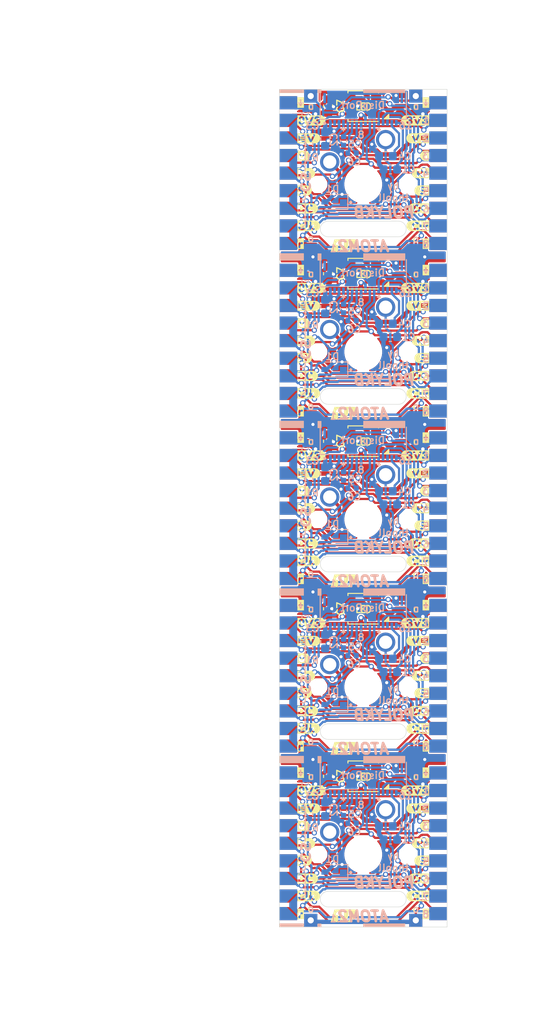
<source format=kicad_pcb>
(kicad_pcb (version 20211014) (generator pcbnew)
  (title_block (title "PolyKB Atom") (date "2022-02-01") (rev "2.1") (company "thpoll"))
  (layers (0 "F.Cu" signal) (31 "B.Cu" signal) (34 "B.Paste" user) (35 "F.Paste" user) (36 "B.SilkS" user "B.Silkscreen") (37 "F.SilkS" user "F.Silkscreen") (38 "B.Mask" user) (39 "F.Mask" user) (44 "Edge.Cuts" user))
  (net 0 "")
  (net 1 "/Keyboard/sheet605ED2EB/GND")
  (net 2 "/Keyboard/sheet605ED2EB/3V3")
  (net 3 "/Keyboard/sheet605ED2EB/4V2")
  (net 4 "Net-(C4-Pad1)")
  (net 5 "Net-(C5-Pad2)")
  (net 6 "Net-(C5-Pad1)")
  (net 7 "Net-(C6-Pad2)")
  (net 8 "Net-(C6-Pad1)")
  (net 9 "/Keyboard/sheet605ED2EB/CS")
  (net 10 "/Keyboard/sheet605ED2EB/RESET")
  (net 11 "/Keyboard/sheet605ED2EB/D-C")
  (net 12 "/Keyboard/sheet605ED2EB/SCLK")
  (net 13 "/Keyboard/sheet605ED2EB/SDIN")
  (net 14 "/Keyboard/sheet605ED2EB/LED_DIN")
  (net 15 "/Keyboard/sheet605ED2EB/5V")
  (net 16 "Net-(D1-Pad2)")
  (net 17 "/Keyboard/sheet605ED2EB/KeyRow")
  (net 18 "/Keyboard/sheet605ED2EB/KeyCol")
  (net 19 "CS8")
  (net 20 "CS7")
  (net 21 "CS6")
  (net 22 "CS5")
  (net 23 "CS4")
  (net 24 "CS3")
  (net 25 "CS2")
  (net 26 "CS1")
  (net 27 "Net-(C1-Pad1)")
  (footprint "poly_kb:AtomConnect2" (layer "F.Cu") (at 55.118 44.6278 -90)
    (fp_text reference "J3" hide)
    (fp_text value "WestFront")
  )
  (footprint "poly_kb:AtomConnect2" (layer "F.Cu") (at 72.136 44.6278 -90)
    (fp_text reference "J4" hide)
    (fp_text value "EastFront")
  )
  (footprint "poly_kb:WS2812B-Mini" (layer "F.Cu") (at 63.627 37.0078)
    (fp_text reference "LED1" hide)
    (fp_text value "WS2812B-Mini")
  )
  (footprint "poly_kb:SW_Cherry_MX_1.00u_PCB_NoSilk" (layer "F.Cu") (at 66.167 40.8178)
    (fp_text reference "SW1" hide)
    (fp_text value "SW_Push")
  )
  (footprint "kibuzzard-61EFBE21" (layer "F.Cu") (at 56.9722 84.709)
    (fp_text reference "kibuzzard-61EFBE21" hide)
    (fp_text value "G***" hide)
  )
  (footprint "kibuzzard-61EFD908" (layer "F.Cu") (at 56.515 52.6542)
    (fp_text reference "kibuzzard-61EFD908" hide)
    (fp_text value "G***" hide)
  )
  (footprint "kibuzzard-61EFD7F9" (layer "F.Cu") (at 70.2818 65.659)
    (fp_text reference "kibuzzard-61EFD7F9" hide)
    (fp_text value "G***" hide)
  )
  (footprint "poly_kb:WS2812B-Mini" (layer "F.Cu") (at 63.627 17.9578)
    (fp_text reference "LED1" hide)
    (fp_text value "WS2812B-Mini")
  )
  (footprint "kibuzzard-61EFABBF" (layer "F.Cu") (at 69.9262 105.791)
    (fp_text reference "kibuzzard-61EFABBF" hide)
    (fp_text value "G***" hide)
  )
  (footprint "kibuzzard-61EFDAEE" (layer "F.Cu") (at 57.154239 82.727507)
    (fp_text reference "kibuzzard-61EFDAEE" hide)
    (fp_text value "G***" hide)
  )
  (footprint "kibuzzard-61EFDD1E" (layer "F.Cu") (at 61.341 71.9328)
    (fp_text reference "kibuzzard-61EFDD1E" hide)
    (fp_text value "G***" hide)
  )
  (footprint "Capacitor_SMD:C_0603_1608Metric" (layer "F.Cu") (at 59.6265 17.9578 -90)
    (fp_text reference "C7")
    (fp_text value "100nF")
  )
  (footprint "kibuzzard-61EFD947" (layer "F.Cu") (at 56.515 55.6514)
    (fp_text reference "kibuzzard-61EFD947" hide)
    (fp_text value "G***" hide)
  )
  (footprint "poly_kb:AtomConnect2" (layer "F.Cu") (at 55.118 82.7278 -90)
    (fp_text reference "J3" hide)
    (fp_text value "WestFront")
  )
  (footprint "kibuzzard-61EFD863" (layer "F.Cu") (at 69.5198 95.7834)
    (fp_text reference "kibuzzard-61EFD863" hide)
    (fp_text value "G***" hide)
  )
  (footprint "kibuzzard-61EFDD1E" (layer "F.Cu") (at 61.341 52.8828)
    (fp_text reference "kibuzzard-61EFDD1E" hide)
    (fp_text value "G***" hide)
  )
  (footprint "poly_kb:AtomConnect2" (layer "F.Cu") (at 72.136 25.5778 -90)
    (fp_text reference "J4" hide)
    (fp_text value "EastFront")
  )
  (footprint "kibuzzard-61EFBE87" (layer "F.Cu") (at 57.9374 40.6654)
    (fp_text reference "kibuzzard-61EFBE87" hide)
    (fp_text value "G***" hide)
  )
  (footprint "kibuzzard-61EFDAC6" (layer "F.Cu") (at 70.6882 42.6466)
    (fp_text reference "kibuzzard-61EFDAC6" hide)
    (fp_text value "G***" hide)
  )
  (footprint "kibuzzard-61EFD863" (layer "F.Cu") (at 69.5198 76.7334)
    (fp_text reference "kibuzzard-61EFD863" hide)
    (fp_text value "G***" hide)
  )
  (footprint "poly_kb:AtomConnect2" (layer "F.Cu") (at 55.118 63.6778 -90)
    (fp_text reference "J3" hide)
    (fp_text value "WestFront")
  )
  (footprint "kibuzzard-61EFBE2C" (layer "F.Cu") (at 57.3278 29.591)
    (fp_text reference "kibuzzard-61EFBE2C" hide)
    (fp_text value "G***" hide)
  )
  (footprint "kibuzzard-61EFDAA0" (layer "F.Cu") (at 56.8706 99.7966)
    (fp_text reference "kibuzzard-61EFDAA0" hide)
    (fp_text value "G***" hide)
  )
  (footprint "kibuzzard-61EFDD1E" (layer "F.Cu") (at 61.341 90.9828)
    (fp_text reference "kibuzzard-61EFDD1E" hide)
    (fp_text value "G***" hide)
  )
  (footprint "Capacitor_SMD:C_0603_1608Metric" (layer "F.Cu") (at 59.6265 37.0078 -90)
    (fp_text reference "C7")
    (fp_text value "100nF")
  )
  (footprint "poly_kb:AtomConnect2" (layer "F.Cu") (at 72.136 82.7278 -90)
    (fp_text reference "J4" hide)
    (fp_text value "EastFront")
  )
  (footprint "kibuzzard-61EFD947" (layer "F.Cu") (at 70.739 17.5514)
    (fp_text reference "kibuzzard-61EFD947" hide)
    (fp_text value "G***" hide)
  )
  (footprint "kibuzzard-61EFDAA0" (layer "F.Cu") (at 56.8706 61.6966)
    (fp_text reference "kibuzzard-61EFDAA0" hide)
    (fp_text value "G***" hide)
  )
  (footprint "kibuzzard-61EFBE21" (layer "F.Cu") (at 56.9722 27.559)
    (fp_text reference "kibuzzard-61EFBE21" hide)
    (fp_text value "G***" hide)
  )
  (footprint "kibuzzard-61EFBE2C" (layer "F.Cu") (at 57.3278 48.641)
    (fp_text reference "kibuzzard-61EFBE2C" hide)
    (fp_text value "G***" hide)
  )
  (footprint "kibuzzard-61EFDAC6" (layer "F.Cu") (at 70.6882 61.6966)
    (fp_text reference "kibuzzard-61EFDAC6" hide)
    (fp_text value "G***" hide)
  )
  (footprint "poly_kb:WS2812B-Mini" (layer "F.Cu") (at 63.627 94.1578)
    (fp_text reference "LED1" hide)
    (fp_text value "WS2812B-Mini")
  )
  (footprint "kibuzzard-61EFBE3D" (layer "F.Cu") (at 57.4294 88.7222)
    (fp_text reference "kibuzzard-61EFBE3D" hide)
    (fp_text value "G***" hide)
  )
  (footprint "kibuzzard-61EFBE21" (layer "F.Cu") (at 56.9722 65.659)
    (fp_text reference "kibuzzard-61EFBE21" hide)
    (fp_text value "G***" hide)
  )
  (footprint "Capacitor_SMD:C_0603_1608Metric" (layer "F.Cu") (at 59.6265 75.1078 -90)
    (fp_text reference "C7")
    (fp_text value "100nF")
  )
  (footprint "kibuzzard-61EFABBF" (layer "F.Cu") (at 69.9262 29.591)
    (fp_text reference "kibuzzard-61EFABBF" hide)
    (fp_text value "G***" hide)
  )
  (footprint "poly_kb:TestPoin_1.5x1.5mm_Drill0.7mm" (layer "F.Cu") (at 57.658 110.5408)
    (fp_text reference "J7" hide)
    (fp_text value "South")
  )
  (footprint "poly_kb:SW_Cherry_MX_1.00u_PCB_NoSilk" (layer "F.Cu") (at 66.167 78.9178)
    (fp_text reference "SW1" hide)
    (fp_text value "SW_Push")
  )
  (footprint "kibuzzard-61EFAA6D" (layer "F.Cu") (at 70.1294 25.5778)
    (fp_text reference "kibuzzard-61EFAA6D" hide)
    (fp_text value "G***" hide)
  )
  (footprint "kibuzzard-61EFA8F1" (layer "F.Cu") (at 69.8246 107.7722)
    (fp_text reference "kibuzzard-61EFA8F1" hide)
    (fp_text value "G***" hide)
  )
  (footprint "kibuzzard-61EFBE2C" (layer "F.Cu") (at 57.3278 105.791)
    (fp_text reference "kibuzzard-61EFBE2C" hide)
    (fp_text value "G***" hide)
  )
  (footprint "kibuzzard-61EFDD1E" (layer "F.Cu") (at 61.341 110.0328)
    (fp_text reference "kibuzzard-61EFDD1E" hide)
    (fp_text value "G***" hide)
  )
  (footprint "kibuzzard-61EFBE87" (layer "F.Cu") (at 57.9374 97.8154)
    (fp_text reference "kibuzzard-61EFBE87" hide)
    (fp_text value "G***" hide)
  )
  (footprint "kibuzzard-61EFD947" (layer "F.Cu") (at 70.739 36.6014)
    (fp_text reference "kibuzzard-61EFD947" hide)
    (fp_text value "G***" hide)
  )
  (footprint "kibuzzard-61EFACF9" (layer "F.Cu") (at 69.3166 59.7154)
    (fp_text reference "kibuzzard-61EFACF9" hide)
    (fp_text value "G***" hide)
  )
  (footprint "kibuzzard-61EFD908" (layer "F.Cu") (at 56.515 90.7542)
    (fp_text reference "kibuzzard-61EFD908" hide)
    (fp_text value "G***" hide)
  )
  (footprint "kibuzzard-61EFBE2C" (layer "F.Cu") (at 57.3278 67.691)
    (fp_text reference "kibuzzard-61EFBE2C" hide)
    (fp_text value "G***" hide)
  )
  (footprint "kibuzzard-61EFDAC6" (layer "F.Cu") (at 70.6882 23.5966)
    (fp_text reference "kibuzzard-61EFDAC6" hide)
    (fp_text value "G***" hide)
  )
  (footprint "kibuzzard-61EFD908" (layer "F.Cu") (at 70.739 71.7042)
    (fp_text reference "kibuzzard-61EFD908" hide)
    (fp_text value "G***" hide)
  )
  (footprint "kibuzzard-61EFDAC6" (layer "F.Cu") (at 70.6882 80.7466)
    (fp_text reference "kibuzzard-61EFDAC6" hide)
    (fp_text value "G***" hide)
  )
  (footprint "kibuzzard-61EFD947" (layer "F.Cu") (at 56.515 74.7014)
    (fp_text reference "kibuzzard-61EFD947" hide)
    (fp_text value "G***" hide)
  )
  (footprint "kibuzzard-61EFAA6D" (layer "F.Cu") (at 70.1294 82.7278)
    (fp_text reference "kibuzzard-61EFAA6D" hide)
    (fp_text value "G***" hide)
  )
  (footprint "kibuzzard-61EFA8F1" (layer "F.Cu") (at 69.8246 50.6222)
    (fp_text reference "kibuzzard-61EFA8F1" hide)
    (fp_text value "G***" hide)
  )
  (footprint "kibuzzard-61EFD947" (layer "F.Cu") (at 70.739 93.7514)
    (fp_text reference "kibuzzard-61EFD947" hide)
    (fp_text value "G***" hide)
  )
  (footprint "kibuzzard-61EFD879" (layer "F.Cu") (at 57.744 76.7406)
    (fp_text reference "kibuzzard-61EFD879" hide)
    (fp_text value "G***" hide)
  )
  (footprint "poly_kb:SW_Cherry_MX_1.00u_PCB_NoSilk" (layer "F.Cu") (at 66.167 59.8678)
    (fp_text reference "SW1" hide)
    (fp_text value "SW_Push")
  )
  (footprint "kibuzzard-61EFDAA0" (layer "F.Cu") (at 56.8706 42.6466)
    (fp_text reference "kibuzzard-61EFDAA0" hide)
    (fp_text value "G***" hide)
  )
  (footprint "kibuzzard-61EFBE87" (layer "F.Cu") (at 57.9374 59.7154)
    (fp_text reference "kibuzzard-61EFBE87" hide)
    (fp_text value "G***" hide)
  )
  (footprint "kibuzzard-61EFDAA0" (layer "F.Cu") (at 56.8706 80.7466)
    (fp_text reference "kibuzzard-61EFDAA0" hide)
    (fp_text value "G***" hide)
  )
  (footprint "kibuzzard-61EFDAEE" (layer "F.Cu") (at 57.154239 63.677507)
    (fp_text reference "kibuzzard-61EFDAEE" hide)
    (fp_text value "G***" hide)
  )
  (footprint "kibuzzard-61EFD863" (layer "F.Cu") (at 69.5198 19.5834)
    (fp_text reference "kibuzzard-61EFD863" hide)
    (fp_text value "G***" hide)
  )
  (footprint "kibuzzard-61EFBE87" (layer "F.Cu") (at 57.9374 21.6154)
    (fp_text reference "kibuzzard-61EFBE87" hide)
    (fp_text value "G***" hide)
  )
  (footprint "kibuzzard-61EFD947" (layer "F.Cu") (at 56.515 17.5514)
    (fp_text reference "kibuzzard-61EFD947" hide)
    (fp_text value "G***" hide)
  )
  (footprint "kibuzzard-61EFBE3D" (layer "F.Cu") (at 57.4294 31.5722)
    (fp_text reference "kibuzzard-61EFBE3D" hide)
    (fp_text value "G***" hide)
  )
  (footprint "poly_kb:TestPoin_1.5x1.5mm_Drill0.7mm" (layer "F.Cu") (at 69.596 16.8148)
    (fp_text reference "J2" hide)
    (fp_text value "North")
  )
  (footprint "kibuzzard-61EFD7F9" (layer "F.Cu") (at 70.2818 46.609)
    (fp_text reference "kibuzzard-61EFD7F9" hide)
    (fp_text value "G***" hide)
  )
  (footprint "kibuzzard-61EFBE21" (layer "F.Cu") (at 56.9722 103.759)
    (fp_text reference "kibuzzard-61EFBE21" hide)
    (fp_text value "G***" hide)
  )
  (footprint "kibuzzard-61EFDAEE" (layer "F.Cu") (at 57.154239 101.777507)
    (fp_text reference "kibuzzard-61EFDAEE" hide)
    (fp_text value "G***" hide)
  )
  (footprint "kibuzzard-61EFD7F9" (layer "F.Cu") (at 70.2818 27.559)
    (fp_text reference "kibuzzard-61EFD7F9" hide)
    (fp_text value "G***" hide)
  )
  (footprint "poly_kb:SW_Cherry_MX_1.00u_PCB_NoSilk" (layer "F.Cu") (at 66.167 21.7678)
    (fp_text reference "SW1" hide)
    (fp_text value "SW_Push")
  )
  (footprint "kibuzzard-61EFD908" (layer "F.Cu") (at 56.515 71.7042)
    (fp_text reference "kibuzzard-61EFD908" hide)
    (fp_text value "G***" hide)
  )
  (footprint "kibuzzard-61EFD863" (layer "F.Cu") (at 69.5198 38.6334)
    (fp_text reference "kibuzzard-61EFD863" hide)
    (fp_text value "G***" hide)
  )
  (footprint "kibuzzard-61EFD947" (layer "F.Cu") (at 70.739 55.6514)
    (fp_text reference "kibuzzard-61EFD947" hide)
    (fp_text value "G***" hide)
  )
  (footprint "kibuzzard-61EFACF9" (layer "F.Cu") (at 69.3166 97.8154)
    (fp_text reference "kibuzzard-61EFACF9" hide)
    (fp_text value "G***" hide)
  )
  (footprint "kibuzzard-61EFD908" (layer "F.Cu") (at 70.739 33.6042)
    (fp_text reference "kibuzzard-61EFD908" hide)
    (fp_text value "G***" hide)
  )
  (footprint "kibuzzard-61EFD879" (layer "F.Cu") (at 57.744 19.5906)
    (fp_text reference "kibuzzard-61EFD879" hide)
    (fp_text value "G***" hide)
  )
  (footprint "kibuzzard-61EFD863" (layer "F.Cu") (at 69.5198 57.6834)
    (fp_text reference "kibuzzard-61EFD863" hide)
    (fp_text value "G***" hide)
  )
  (footprint "kibuzzard-61EFD879" (layer "F.Cu") (at 57.744 38.6406)
    (fp_text reference "kibuzzard-61EFD879" hide)
    (fp_text value "G***" hide)
  )
  (footprint "kibuzzard-61EFD908" (layer "F.Cu") (at 70.739 52.6542)
    (fp_text reference "kibuzzard-61EFD908" hide)
    (fp_text value "G***" hide)
  )
  (footprint "kibuzzard-61EFACF9" (layer "F.Cu") (at 69.3166 40.6654)
    (fp_text reference "kibuzzard-61EFACF9" hide)
    (fp_text value "G***" hide)
  )
  (footprint "kibuzzard-61EFD947" (layer "F.Cu") (at 70.739 74.7014)
    (fp_text reference "kibuzzard-61EFD947" hide)
    (fp_text value "G***" hide)
  )
  (footprint "kibuzzard-61EFACF9" (layer "F.Cu") (at 69.3166 21.6154)
    (fp_text reference "kibuzzard-61EFACF9" hide)
    (fp_text value "G***" hide)
  )
  (footprint "kibuzzard-61EFDAEE" (layer "F.Cu") (at 57.154239 25.577507)
    (fp_text reference "kibuzzard-61EFDAEE" hide)
    (fp_text value "G***" hide)
  )
  (footprint "kibuzzard-61EFD908" (layer "F.Cu") (at 56.515 33.6042)
    (fp_text reference "kibuzzard-61EFD908" hide)
    (fp_text value "G***" hide)
  )
  (footprint "kibuzzard-61EFDAEE" (layer "F.Cu") (at 57.154239 44.627507)
    (fp_text reference "kibuzzard-61EFDAEE" hide)
    (fp_text value "G***" hide)
  )
  (footprint "kibuzzard-61EFBE3D" (layer "F.Cu") (at 57.4294 107.7722)
    (fp_text reference "kibuzzard-61EFBE3D" hide)
    (fp_text value "G***" hide)
  )
  (footprint "kibuzzard-61EFAA6D" (layer "F.Cu") (at 70.1294 101.7778)
    (fp_text reference "kibuzzard-61EFAA6D" hide)
    (fp_text value "G***" hide)
  )
  (footprint "Capacitor_SMD:C_0603_1608Metric" (layer "F.Cu") (at 59.6265 94.1578 -90)
    (fp_text reference "C7")
    (fp_text value "100nF")
  )
  (footprint "kibuzzard-61EFD908" (layer "F.Cu") (at 70.739 109.8042)
    (fp_text reference "kibuzzard-61EFD908" hide)
    (fp_text value "G***" hide)
  )
  (footprint "poly_kb:TestPoin_1.5x1.5mm_Drill0.7mm" (layer "F.Cu") (at 69.596 110.5408)
    (fp_text reference "J9" hide)
    (fp_text value "South2")
  )
  (footprint "poly_kb:TestPoin_1.5x1.5mm_Drill0.7mm" (layer "F.Cu") (at 57.658 16.8148)
    (fp_text reference "J8" hide)
    (fp_text value "North2")
  )
  (footprint "kibuzzard-61EFBE21" (layer "F.Cu") (at 56.9722 46.609)
    (fp_text reference "kibuzzard-61EFBE21" hide)
    (fp_text value "G***" hide)
  )
  (footprint "kibuzzard-61EFDAA0" (layer "F.Cu") (at 56.8706 23.5966)
    (fp_text reference "kibuzzard-61EFDAA0" hide)
    (fp_text value "G***" hide)
  )
  (footprint "kibuzzard-61EFA8F1" (layer "F.Cu") (at 69.8246 69.6722)
    (fp_text reference "kibuzzard-61EFA8F1" hide)
    (fp_text value "G***" hide)
  )
  (footprint "poly_kb:AtomConnect2" (layer "F.Cu") (at 55.118 25.5778 -90)
    (fp_text reference "J3" hide)
    (fp_text value "WestFront")
  )
  (footprint "kibuzzard-61EFD947" (layer "F.Cu") (at 56.515 93.7514)
    (fp_text reference "kibuzzard-61EFD947" hide)
    (fp_text value "G***" hide)
  )
  (footprint "kibuzzard-61EFD908" (layer "F.Cu") (at 70.739 90.7542)
    (fp_text reference "kibuzzard-61EFD908" hide)
    (fp_text value "G***" hide)
  )
  (footprint "kibuzzard-61EFA8F1" (layer "F.Cu") (at 69.8246 31.5722)
    (fp_text reference "kibuzzard-61EFA8F1" hide)
    (fp_text value "G***" hide)
  )
  (footprint "kibuzzard-61EFD879" (layer "F.Cu") (at 57.744 95.7906)
    (fp_text reference "kibuzzard-61EFD879" hide)
    (fp_text value "G***" hide)
  )
  (footprint "kibuzzard-61EFABBF" (layer "F.Cu") (at 69.9262 48.641)
    (fp_text reference "kibuzzard-61EFABBF" hide)
    (fp_text value "G***" hide)
  )
  (footprint "kibuzzard-61EFD947" (layer "F.Cu") (at 56.515 36.6014)
    (fp_text reference "kibuzzard-61EFD947" hide)
    (fp_text value "G***" hide)
  )
  (footprint "kibuzzard-61EFAA6D" (layer "F.Cu") (at 70.1294 63.6778)
    (fp_text reference "kibuzzard-61EFAA6D" hide)
    (fp_text value "G***" hide)
  )
  (footprint "poly_kb:AtomConnect2" (layer "F.Cu") (at 55.118 101.7778 -90)
    (fp_text reference "J3" hide)
    (fp_text value "WestFront")
  )
  (footprint "poly_kb:SW_Cherry_MX_1.00u_PCB_NoSilk" (layer "F.Cu") (at 66.167 97.9678)
    (fp_text reference "SW1" hide)
    (fp_text value "SW_Push")
  )
  (footprint "poly_kb:AtomConnect2" (layer "F.Cu") (at 72.136 101.7778 -90)
    (fp_text reference "J4" hide)
    (fp_text value "EastFront")
  )
  (footprint "kibuzzard-61EFDAC6" (layer "F.Cu") (at 70.6882 99.7966)
    (fp_text reference "kibuzzard-61EFDAC6" hide)
    (fp_text value "G***" hide)
  )
  (footprint "kibuzzard-61EFDD1E" (layer "F.Cu") (at 61.341 33.8328)
    (fp_text reference "kibuzzard-61EFDD1E" hide)
    (fp_text value "G***" hide)
  )
  (footprint "kibuzzard-61EFACF9" (layer "F.Cu") (at 69.3166 78.7654)
    (fp_text reference "kibuzzard-61EFACF9" hide)
    (fp_text value "G***" hide)
  )
  (footprint "kibuzzard-61EFABBF" (layer "F.Cu") (at 69.9262 67.691)
    (fp_text reference "kibuzzard-61EFABBF" hide)
    (fp_text value "G***" hide)
  )
  (footprint "kibuzzard-61EFA8F1" (layer "F.Cu") (at 69.8246 88.7222)
    (fp_text reference "kibuzzard-61EFA8F1" hide)
    (fp_text value "G***" hide)
  )
  (footprint "poly_kb:WS2812B-Mini" (layer "F.Cu") (at 63.627 75.1078)
    (fp_text reference "LED1" hide)
    (fp_text value "WS2812B-Mini")
  )
  (footprint "kibuzzard-61EFD879" (layer "F.Cu") (at 57.744 57.6906)
    (fp_text reference "kibuzzard-61EFD879" hide)
    (fp_text value "G***" hide)
  )
  (footprint "poly_kb:WS2812B-Mini" (layer "F.Cu") (at 63.627 56.0578)
    (fp_text reference "LED1" hide)
    (fp_text value "WS2812B-Mini")
  )
  (footprint "kibuzzard-61EFBE3D" (layer "F.Cu") (at 57.4294 50.6222)
    (fp_text reference "kibuzzard-61EFBE3D" hide)
    (fp_text value "G***" hide)
  )
  (footprint "Capacitor_SMD:C_0603_1608Metric" (layer "F.Cu") (at 59.6265 56.0578 -90)
    (fp_text reference "C7")
    (fp_text value "100nF")
  )
  (footprint "kibuzzard-61EFAA6D" (layer "F.Cu") (at 70.1294 44.6278)
    (fp_text reference "kibuzzard-61EFAA6D" hide)
    (fp_text value "G***" hide)
  )
  (footprint "kibuzzard-61EFD7F9" (layer "F.Cu") (at 70.2818 103.759)
    (fp_text reference "kibuzzard-61EFD7F9" hide)
    (fp_text value "G***" hide)
  )
  (footprint "kibuzzard-61EFD7F9" (layer "F.Cu") (at 70.2818 84.709)
    (fp_text reference "kibuzzard-61EFD7F9" hide)
    (fp_text value "G***" hide)
  )
  (footprint "poly_kb:AtomConnect2" (layer "F.Cu") (at 72.136 63.6778 -90)
    (fp_text reference "J4" hide)
    (fp_text value "EastFront")
  )
  (footprint "kibuzzard-61EFD908" (layer "F.Cu") (at 56.515 109.8042)
    (fp_text reference "kibuzzard-61EFD908" hide)
    (fp_text value "G***" hide)
  )
  (footprint "kibuzzard-61EFBE2C" (layer "F.Cu") (at 57.3278 86.741)
    (fp_text reference "kibuzzard-61EFBE2C" hide)
    (fp_text value "G***" hide)
  )
  (footprint "kibuzzard-61EFBE3D" (layer "F.Cu") (at 57.4294 69.6722)
    (fp_text reference "kibuzzard-61EFBE3D" hide)
    (fp_text value "G***" hide)
  )
  (footprint "kibuzzard-61EFABBF" (layer "F.Cu") (at 69.9262 86.741)
    (fp_text reference "kibuzzard-61EFABBF" hide)
    (fp_text value "G***" hide)
  )
  (footprint "kibuzzard-61EFBE87" (layer "F.Cu") (at 57.9374 78.7654)
    (fp_text reference "kibuzzard-61EFBE87" hide)
    (fp_text value "G***" hide)
  )
  (footprint "Capacitor_SMD:C_0603_1608Metric" (layer "B.Cu") (at 66.702 44.2028 180)
    (fp_text reference "C1")
    (fp_text value "2.2uF")
  )
  (footprint "Capacitor_SMD:C_0603_1608Metric" (layer "B.Cu") (at 59.309 40.7546 90)
    (fp_text reference "C2")
    (fp_text value "2.2uF")
  )
  (footprint "Capacitor_SMD:C_0402_1005Metric" (layer "B.Cu") (at 57.023 37.8968 90)
    (fp_text reference "C3" hide)
    (fp_text value "1uF")
  )
  (footprint "Capacitor_SMD:C_0603_1608Metric" (layer "B.Cu") (at 66.202 42.7028 180)
    (fp_text reference "C4")
    (fp_text value "4.7uF")
  )
  (footprint "Capacitor_SMD:C_0402_1005Metric" (layer "B.Cu") (at 61.3918 40.9676 90)
    (fp_text reference "C5")
    (fp_text value "1uF")
  )
  (footprint "Capacitor_SMD:C_0402_1005Metric" (layer "B.Cu") (at 62.357 42.3418)
    (fp_text reference "C6")
    (fp_text value "1uF")
  )
  (footprint "poly_kb:D_SOD-323Ext" (layer "B.Cu") (at 60.325 47.9028 180)
    (fp_text reference "D1")
    (fp_text value "D_Small")
  )
  (footprint "poly_kb:FPC_16_JUSHUO_AFC05_S16FIA_00" (layer "B.Cu") (at 63.627 38.9128)
    (fp_text reference "J1" hide)
    (fp_text value "Conn_01x16")
  )
  (footprint "poly_kb:AtomConnect2" (layer "B.Cu") (at 72.136 44.6278 -90)
    (fp_text reference "J6" hide)
    (fp_text value "EastBack")
  )
  (footprint "poly_kb:AtomConnectCS" (layer "B.Cu") (at 55.118 44.6278 -90)
    (fp_text reference "J5" hide)
    (fp_text value "WestBack")
  )
  (footprint "poly_kb:FPC_16_JUSHUO_AFC05_S16FIA_00" (layer "B.Cu") (at 63.627 19.8628)
    (fp_text reference "J1" hide)
    (fp_text value "Conn_01x16")
  )
  (footprint "Capacitor_SMD:C_0603_1608Metric" (layer "B.Cu") (at 59.309 21.7046 90)
    (fp_text reference "C2")
    (fp_text value "2.2uF")
  )
  (footprint "poly_kb:D_SOD-323Ext" (layer "B.Cu") (at 60.325 86.0028 180)
    (fp_text reference "D1")
    (fp_text value "D_Small")
  )
  (footprint "Capacitor_SMD:C_0402_1005Metric" (layer "B.Cu") (at 62.357 23.2918)
    (fp_text reference "C6")
    (fp_text value "1uF")
  )
  (footprint "Capacitor_SMD:C_0603_1608Metric" (layer "B.Cu") (at 66.202 80.8028 180)
    (fp_text reference "C4")
    (fp_text value "4.7uF")
  )
  (footprint "Capacitor_SMD:C_0603_1608Metric" (layer "B.Cu") (at 66.702 25.1528 180)
    (fp_text reference "C1")
    (fp_text value "2.2uF")
  )
  (footprint "poly_kb:AtomConnect2" (layer "B.Cu") (at 72.136 82.7278 -90)
    (fp_text reference "J6" hide)
    (fp_text value "EastBack")
  )
  (footprint "Resistor_SMD:R_0402_1005Metric" (layer "B.Cu") (at 57.502 98.4906 -90)
    (fp_text reference "R1")
    (fp_text value "1M")
  )
  (footprint "Capacitor_SMD:C_0603_1608Metric" (layer "B.Cu") (at 59.309 97.9046 90)
    (fp_text reference "C2")
    (fp_text value "2.2uF")
  )
  (footprint "Capacitor_SMD:C_0402_1005Metric" (layer "B.Cu") (at 62.357 80.4418)
    (fp_text reference "C6")
    (fp_text value "1uF")
  )
  (footprint "poly_kb:AtomConnect2" (layer "B.Cu") (at 72.136 101.7778 -90)
    (fp_text reference "J6" hide)
    (fp_text value "EastBack")
  )
  (footprint "poly_kb:D_SOD-323Ext" (layer "B.Cu") (at 60.325 28.8528 180)
    (fp_text reference "D1")
    (fp_text value "D_Small")
  )
  (footprint "poly_kb:AtomConnectCS" (layer "B.Cu") (at 55.118 63.6778 -90)
    (fp_text reference "J5" hide)
    (fp_text value "WestBack")
  )
  (footprint "Capacitor_SMD:C_0402_1005Metric" (layer "B.Cu") (at 57.023 18.8468 90)
    (fp_text reference "C3" hide)
    (fp_text value "1uF")
  )
  (footprint "poly_kb:AtomConnectCS" (layer "B.Cu") (at 55.118 101.7778 -90)
    (fp_text reference "J5" hide)
    (fp_text value "WestBack")
  )
  (footprint "Capacitor_SMD:C_0603_1608Metric" (layer "B.Cu") (at 66.202 61.7528 180)
    (fp_text reference "C4")
    (fp_text value "4.7uF")
  )
  (footprint "poly_kb:AtomConnectCS" (layer "B.Cu") (at 55.118 82.7278 -90)
    (fp_text reference "J5" hide)
    (fp_text value "WestBack")
  )
  (footprint "Capacitor_SMD:C_0603_1608Metric" (layer "B.Cu") (at 59.309 78.8546 90)
    (fp_text reference "C2")
    (fp_text value "2.2uF")
  )
  (footprint "Capacitor_SMD:C_0402_1005Metric" (layer "B.Cu") (at 61.3918 98.1176 90)
    (fp_text reference "C5")
    (fp_text value "1uF")
  )
  (footprint "Capacitor_SMD:C_0402_1005Metric" (layer "B.Cu") (at 57.023 95.0468 90)
    (fp_text reference "C3" hide)
    (fp_text value "1uF")
  )
  (footprint "Capacitor_SMD:C_0603_1608Metric" (layer "B.Cu") (at 66.702 82.3028 180)
    (fp_text reference "C1")
    (fp_text value "2.2uF")
  )
  (footprint "Resistor_SMD:R_0402_1005Metric" (layer "B.Cu") (at 57.502 41.3406 -90)
    (fp_text reference "R1")
    (fp_text value "1M")
  )
  (footprint "Capacitor_SMD:C_0402_1005Metric" (layer "B.Cu") (at 61.3918 60.0176 90)
    (fp_text reference "C5")
    (fp_text value "1uF")
  )
  (footprint "Capacitor_SMD:C_0402_1005Metric" (layer "B.Cu") (at 61.3918 79.0676 90)
    (fp_text reference "C5")
    (fp_text value "1uF")
  )
  (footprint "Resistor_SMD:R_0402_1005Metric" (layer "B.Cu") (at 57.502 79.4406 -90)
    (fp_text reference "R1")
    (fp_text value "1M")
  )
  (footprint "poly_kb:AtomConnect2" (layer "B.Cu") (at 72.136 63.6778 -90)
    (fp_text reference "J6" hide)
    (fp_text value "EastBack")
  )
  (footprint "Capacitor_SMD:C_0603_1608Metric" (layer "B.Cu") (at 59.309 59.8046 90)
    (fp_text reference "C2")
    (fp_text value "2.2uF")
  )
  (footprint "poly_kb:D_SOD-323Ext" (layer "B.Cu") (at 60.325 66.9528 180)
    (fp_text reference "D1")
    (fp_text value "D_Small")
  )
  (footprint "poly_kb:FPC_16_JUSHUO_AFC05_S16FIA_00" (layer "B.Cu") (at 63.627 96.0628)
    (fp_text reference "J1" hide)
    (fp_text value "Conn_01x16")
  )
  (footprint "Capacitor_SMD:C_0402_1005Metric" (layer "B.Cu") (at 62.357 99.4918)
    (fp_text reference "C6")
    (fp_text value "1uF")
  )
  (footprint "Capacitor_SMD:C_0603_1608Metric" (layer "B.Cu") (at 66.702 63.2528 180)
    (fp_text reference "C1")
    (fp_text value "2.2uF")
  )
  (footprint "Capacitor_SMD:C_0603_1608Metric" (layer "B.Cu") (at 66.202 99.8528 180)
    (fp_text reference "C4")
    (fp_text value "4.7uF")
  )
  (footprint "poly_kb:D_SOD-323Ext" (layer "B.Cu") (at 60.325 105.0528 180)
    (fp_text reference "D1")
    (fp_text value "D_Small")
  )
  (footprint "Capacitor_SMD:C_0402_1005Metric" (layer "B.Cu") (at 61.3918 21.9176 90)
    (fp_text reference "C5")
    (fp_text value "1uF")
  )
  (footprint "Resistor_SMD:R_0402_1005Metric" (layer "B.Cu") (at 57.502 60.3906 -90)
    (fp_text reference "R1")
    (fp_text value "1M")
  )
  (footprint "Capacitor_SMD:C_0603_1608Metric" (layer "B.Cu") (at 66.202 23.6528 180)
    (fp_text reference "C4")
    (fp_text value "4.7uF")
  )
  (footprint "Capacitor_SMD:C_0402_1005Metric" (layer "B.Cu") (at 62.357 61.3918)
    (fp_text reference "C6")
    (fp_text value "1uF")
  )
  (footprint "Resistor_SMD:R_0402_1005Metric" (layer "B.Cu") (at 57.502 22.2906 -90)
    (fp_text reference "R1")
    (fp_text value "1M")
  )
  (footprint "poly_kb:FPC_16_JUSHUO_AFC05_S16FIA_00" (layer "B.Cu") (at 63.627 77.0128)
    (fp_text reference "J1" hide)
    (fp_text value "Conn_01x16")
  )
  (footprint "Capacitor_SMD:C_0603_1608Metric" (layer "B.Cu") (at 66.702 101.3528 180)
    (fp_text reference "C1")
    (fp_text value "2.2uF")
  )
  (footprint "Capacitor_SMD:C_0402_1005Metric" (layer "B.Cu") (at 57.023 56.9468 90)
    (fp_text reference "C3" hide)
    (fp_text value "1uF")
  )
  (footprint "poly_kb:FPC_16_JUSHUO_AFC05_S16FIA_00" (layer "B.Cu") (at 63.627 57.9628)
    (fp_text reference "J1" hide)
    (fp_text value "Conn_01x16")
  )
  (footprint "poly_kb:AtomConnect2" (layer "B.Cu") (at 72.136 25.5778 -90)
    (fp_text reference "J6" hide)
    (fp_text value "EastBack")
  )
  (footprint "Capacitor_SMD:C_0402_1005Metric" (layer "B.Cu") (at 57.023 75.9968 90)
    (fp_text reference "C3" hide)
    (fp_text value "1uF")
  )
  (footprint "poly_kb:AtomConnectCS" (layer "B.Cu") (at 55.118 25.5778 -90)
    (fp_text reference "J5" hide)
    (fp_text value "WestBack")
  )
  (gr_poly (pts (xy 68.3895 54.1782) (xy 63.627 54.1782) (xy 63.627 53.7464) (xy 68.3895 53.7464)) (layer "B.SilkS") (width 0) (fill solid))
  (gr_poly (pts (xy 56.8706 35.5108) (xy 54.0766 35.5108) (xy 54.0766 35.0774) (xy 56.8706 35.0774)) (layer "B.SilkS") (width 0) (fill solid))
  (gr_poly (pts (xy 58.8645 35.5108) (xy 58.4454 35.5108) (xy 58.4454 35.0774) (xy 58.8645 35.0774)) (layer "B.SilkS") (width 0) (fill solid))
  (gr_poly (pts (xy 58.8645 54.1782) (xy 58.4454 54.1782) (xy 58.4454 53.7591) (xy 58.8645 53.7591)) (layer "B.SilkS") (width 0) (fill solid))
  (gr_poly (pts (xy 56.8706 54.1782) (xy 54.102 54.1782) (xy 54.102 53.738864) (xy 56.8706 53.738864)) (layer "B.SilkS") (width 0) (fill solid))
  (gr_line (start 70.739 36.2966) (end 70.739 36.6522) (layer "B.SilkS") (width 0.12))
  (gr_line (start 61.302 20.6028) (end 61.452 20.6028) (layer "B.SilkS") (width 0.12))
  (gr_line (start 56.515 74.3966) (end 56.515 74.7522) (layer "B.SilkS") (width 0.12))
  (gr_poly (pts (xy 58.8645 35.1282) (xy 58.4454 35.1282) (xy 58.4454 34.7091) (xy 58.8645 34.7091)) (layer "B.SilkS") (width 0) (fill solid))
  (gr_line (start 70.739 55.3466) (end 70.739 55.7022) (layer "B.SilkS") (width 0.12))
  (gr_line (start 57.023 82.4738) (end 57.023 78.4098) (layer "B.SilkS") (width 0.12))
  (gr_line (start 57.023 59.3598) (end 56.515 58.8518) (layer "B.SilkS") (width 0.12))
  (gr_line (start 65.402 96.5778) (end 65.402 97.0278) (layer "B.SilkS") (width 0.12))
  (gr_line (start 56.515 93.8022) (end 56.261 93.8022) (layer "B.SilkS") (width 0.12))
  (gr_line (start 65.402 77.5278) (end 65.402 77.9778) (layer "B.SilkS") (width 0.12))
  (gr_line (start 56.515 55.7022) (end 56.261 55.7022) (layer "B.SilkS") (width 0.12))
  (gr_line (start 61.377 20.3778) (end 61.202 20.6528) (layer "B.SilkS") (width 0.12))
  (gr_poly (pts (xy 56.8706 92.6608) (xy 54.0766 92.6608) (xy 54.0766 92.2274) (xy 56.8706 92.2274)) (layer "B.SilkS") (width 0) (fill solid))
  (gr_line (start 57.023 25.3238) (end 57.023 21.2598) (layer "B.SilkS") (width 0.12))
  (gr_line (start 56.4642 94.107) (end 56.5658 94.107) (layer "B.SilkS") (width 0.12))
  (gr_line (start 65.402 20.3778) (end 65.402 20.8278) (layer "B.SilkS") (width 0.12))
  (gr_line (start 65.327 96.8028) (end 65.477 96.8028) (layer "B.SilkS") (width 0.12))
  (gr_line (start 57.023 44.3738) (end 57.023 40.3098) (layer "B.SilkS") (width 0.12))
  (gr_line (start 65.402 77.5278) (end 65.227 77.8028) (layer "B.SilkS") (width 0.12))
  (gr_poly (pts (xy 68.3895 92.6608) (xy 63.627 92.6608) (xy 63.627 92.2274) (xy 68.3895 92.2274)) (layer "B.SilkS") (width 0) (fill solid))
  (gr_line (start 61.302 58.7028) (end 61.452 58.7028) (layer "B.SilkS") (width 0.12))
  (gr_line (start 56.515 24.5618) (end 57.023 24.5618) (layer "B.SilkS") (width 0.12))
  (gr_line (start 65.227 58.7528) (end 65.577 58.7528) (layer "B.SilkS") (width 0.12))
  (gr_line (start 65.402 39.4278) (end 65.402 39.8778) (layer "B.SilkS") (width 0.12))
  (gr_line (start 56.515 47.6758) (end 57.023 47.6758) (layer "B.SilkS") (width 0.12))
  (gr_line (start 65.327 77.7528) (end 65.477 77.7528) (layer "B.SilkS") (width 0.12))
  (gr_line (start 65.227 39.7028) (end 65.577 39.7028) (layer "B.SilkS") (width 0.12))
  (gr_poly (pts (xy 56.8706 54.5608) (xy 54.0766 54.5608) (xy 54.0766 54.1274) (xy 56.8706 54.1274)) (layer "B.SilkS") (width 0) (fill solid))
  (gr_line (start 56.515 36.2966) (end 56.515 36.6522) (layer "B.SilkS") (width 0.12))
  (gr_line (start 65.327 58.7028) (end 65.477 58.7028) (layer "B.SilkS") (width 0.12))
  (gr_line (start 56.515 74.7522) (end 56.769 74.7522) (layer "B.SilkS") (width 0.12))
  (gr_line (start 57.023 50.4698) (end 56.515 50.9778) (layer "B.SilkS") (width 0.12))
  (gr_line (start 56.515 36.6522) (end 56.261 36.6522) (layer "B.SilkS") (width 0.12))
  (gr_line (start 70.6882 75.057) (end 70.7898 75.057) (layer "B.SilkS") (width 0.12))
  (gr_line (start 70.6882 94.107) (end 70.7898 94.107) (layer "B.SilkS") (width 0.12))
  (gr_line (start 56.515 104.8258) (end 57.023 104.8258) (layer "B.SilkS") (width 0.12))
  (gr_line (start 61.202 39.7028) (end 61.552 39.7028) (layer "B.SilkS") (width 0.12))
  (gr_line (start 56.515 93.8022) (end 56.769 93.8022) (layer "B.SilkS") (width 0.12))
  (gr_line (start 61.302 77.7528) (end 61.452 77.7528) (layer "B.SilkS") (width 0.12))
  (gr_line (start 57.023 27.8638) (end 57.023 31.4198) (layer "B.SilkS") (width 0.12))
  (gr_poly (pts (xy 56.8706 73.6108) (xy 54.0766 73.6108) (xy 54.0766 73.1774) (xy 56.8706 73.1774)) (layer "B.SilkS") (width 0) (fill solid))
  (gr_line (start 57.023 107.6198) (end 56.515 108.1278) (layer "B.SilkS") (width 0.12))
  (gr_poly (pts (xy 58.8645 54.5608) (xy 58.4454 54.5608) (xy 58.4454 54.1274) (xy 58.8645 54.1274)) (layer "B.SilkS") (width 0) (fill solid))
  (gr_line (start 70.5866 55.8546) (end 70.8914 55.8546) (layer "B.SilkS") (width 0.12))
  (gr_line (start 70.6882 36.957) (end 70.7898 36.957) (layer "B.SilkS") (width 0.12))
  (gr_poly (pts (xy 56.8706 111.3282) (xy 54.102 111.3282) (xy 54.102 110.888864) (xy 56.8706 110.888864)) (layer "B.SilkS") (width 0) (fill solid))
  (gr_line (start 56.515 36.6522) (end 56.769 36.6522) (layer "B.SilkS") (width 0.12))
  (gr_line (start 56.4642 17.907) (end 56.5658 17.907) (layer "B.SilkS") (width 0.12))
  (gr_line (start 65.577 58.7528) (end 65.402 58.4778) (layer "B.SilkS") (width 0.12))
  (gr_poly (pts (xy 68.3895 16.4608) (xy 63.627 16.4608) (xy 63.627 16.0274) (xy 68.3895 16.0274)) (layer "B.SilkS") (width 0) (fill solid))
  (gr_line (start 65.577 96.8528) (end 65.402 96.5778) (layer "B.SilkS") (width 0.12))
  (gr_line (start 61.302 39.6528) (end 61.452 39.6528) (layer "B.SilkS") (width 0.12))
  (gr_line (start 65.402 58.4778) (end 65.227 58.7528) (layer "B.SilkS") (width 0.12))
  (gr_line (start 63.377 20.5528) (end 63.377 20.3778) (layer "B.SilkS") (width 0.12))
  (gr_line (start 65.227 96.8528) (end 65.577 96.8528) (layer "B.SilkS") (width 0.12))
  (gr_line (start 65.327 39.6528) (end 65.477 39.6528) (layer "B.SilkS") (width 0.12))
  (gr_line (start 70.739 74.7522) (end 70.485 74.7522) (layer "B.SilkS") (width 0.12))
  (gr_poly (pts (xy 68.3895 73.2282) (xy 63.627 73.2282) (xy 63.627 72.7964) (xy 68.3895 72.7964)) (layer "B.SilkS") (width 0) (fill solid))
  (gr_line (start 56.515 28.6258) (end 57.023 28.6258) (layer "B.SilkS") (width 0.12))
  (gr_line (start 61.552 77.8028) (end 61.377 77.5278) (layer "B.SilkS") (width 0.12))
  (gr_line (start 70.6882 56.007) (end 70.7898 56.007) (layer "B.SilkS") (width 0.12))
  (gr_poly (pts (xy 58.8645 111.3282) (xy 58.4454 111.3282) (xy 58.4454 110.9091) (xy 58.8645 110.9091)) (layer "B.SilkS") (width 0) (fill solid))
  (gr_line (start 56.515 66.7258) (end 57.023 66.7258) (layer "B.SilkS") (width 0.12))
  (gr_line (start 70.739 74.3966) (end 70.739 74.7522) (layer "B.SilkS") (width 0.12))
  (gr_line (start 70.739 93.8022) (end 70.993 93.8022) (layer "B.SilkS") (width 0.12))
  (gr_poly (pts (xy 68.3895 92.2782) (xy 63.627 92.2782) (xy 63.627 91.8464) (xy 68.3895 91.8464)) (layer "B.SilkS") (width 0) (fill solid))
  (gr_line (start 61.377 20.3778) (end 61.377 20.8278) (layer "B.SilkS") (width 0.12))
  (gr_poly (pts (xy 68.3895 35.1282) (xy 63.627 35.1282) (xy 63.627 34.6964) (xy 68.3895 34.6964)) (layer "B.SilkS") (width 0) (fill solid))
  (gr_line (start 61.377 39.4278) (end 61.202 39.7028) (layer "B.SilkS") (width 0.12))
  (gr_line (start 61.377 96.5778) (end 61.202 96.8528) (layer "B.SilkS") (width 0.12))
  (gr_line (start 57.023 31.4198) (end 56.515 31.9278) (layer "B.SilkS") (width 0.12))
  (gr_line (start 65.577 20.6528) (end 65.402 20.3778) (layer "B.SilkS") (width 0.12))
  (gr_poly (pts (xy 68.3895 111.3282) (xy 63.627 111.3282) (xy 63.627 110.8964) (xy 68.3895 110.8964)) (layer "B.SilkS") (width 0) (fill solid))
  (gr_line (start 56.515 85.7758) (end 57.023 85.7758) (layer "B.SilkS") (width 0.12))
  (gr_line (start 70.5866 74.9046) (end 70.8914 74.9046) (layer "B.SilkS") (width 0.12))
  (gr_line (start 56.515 17.2466) (end 56.515 17.6022) (layer "B.SilkS") (width 0.12))
  (gr_line (start 65.577 39.7028) (end 65.402 39.4278) (layer "B.SilkS") (width 0.12))
  (gr_line (start 61.552 58.7528) (end 61.377 58.4778) (layer "B.SilkS") (width 0.12))
  (gr_line (start 57.023 78.4098) (end 56.515 77.9018) (layer "B.SilkS") (width 0.12))
  (gr_line (start 61.377 58.4778) (end 61.377 58.9278) (layer "B.SilkS") (width 0.12))
  (gr_line (start 56.515 74.7522) (end 56.261 74.7522) (layer "B.SilkS") (width 0.12))
  (gr_line (start 70.739 36.6522) (end 70.993 36.6522) (layer "B.SilkS") (width 0.12))
  (gr_line (start 70.739 36.6522) (end 70.485 36.6522) (layer "B.SilkS") (width 0.12))
  (gr_line (start 61.202 96.8528) (end 61.552 96.8528) (layer "B.SilkS") (width 0.12))
  (gr_line (start 56.3626 55.8546) (end 56.6674 55.8546) (layer "B.SilkS") (width 0.12))
  (gr_line (start 61.377 96.5778) (end 61.377 97.0278) (layer "B.SilkS") (width 0.12))
  (gr_line (start 56.3626 74.9046) (end 56.6674 74.9046) (layer "B.SilkS") (width 0.12))
  (gr_line (start 61.202 77.8028) (end 61.552 77.8028) (layer "B.SilkS") (width 0.12))
  (gr_poly (pts (xy 56.8706 35.1282) (xy 54.102 35.1282) (xy 54.102 34.688864) (xy 56.8706 34.688864)) (layer "B.SilkS") (width 0) (fill solid))
  (gr_line (start 56.515 55.3466) (end 56.515 55.7022) (layer "B.SilkS") (width 0.12))
  (gr_line (start 70.6882 17.907) (end 70.7898 17.907) (layer "B.SilkS") (width 0.12))
  (gr_line (start 63.377 77.7028) (end 63.377 77.5278) (layer "B.SilkS") (width 0.12))
  (gr_line (start 56.515 100.7618) (end 57.023 100.7618) (layer "B.SilkS") (width 0.12))
  (gr_line (start 57.023 69.5198) (end 56.515 70.0278) (layer "B.SilkS") (width 0.12))
  (gr_line (start 57.023 101.5238) (end 57.023 97.4598) (layer "B.SilkS") (width 0.12))
  (gr_poly (pts (xy 68.3895 35.5108) (xy 63.627 35.5108) (xy 63.627 35.0774) (xy 68.3895 35.0774)) (layer "B.SilkS") (width 0) (fill solid))
  (gr_line (start 61.377 77.5278) (end 61.377 77.9778) (layer "B.SilkS") (width 0.12))
  (gr_line (start 56.3626 17.7546) (end 56.6674 17.7546) (layer "B.SilkS") (width 0.12))
  (gr_line (start 57.023 97.4598) (end 56.515 96.9518) (layer "B.SilkS") (width 0.12))
  (gr_line (start 70.739 17.2466) (end 70.739 17.6022) (layer "B.SilkS") (width 0.12))
  (gr_line (start 65.227 20.6528) (end 65.577 20.6528) (layer "B.SilkS") (width 0.12))
  (gr_line (start 61.377 58.4778) (end 61.202 58.7528) (layer "B.SilkS") (width 0.12))
  (gr_line (start 56.3626 36.8046) (end 56.6674 36.8046) (layer "B.SilkS") (width 0.12))
  (gr_line (start 70.5866 17.7546) (end 70.8914 17.7546) (layer "B.SilkS") (width 0.12))
  (gr_line (start 70.739 55.7022) (end 70.993 55.7022) (layer "B.SilkS") (width 0.12))
  (gr_line (start 61.202 20.6528) (end 61.552 20.6528) (layer "B.SilkS") (width 0.12))
  (gr_line (start 61.552 96.8528) (end 61.377 96.5778) (layer "B.SilkS") (width 0.12))
  (gr_line (start 57.023 65.9638) (end 57.023 69.5198) (layer "B.SilkS") (width 0.12))
  (gr_line (start 70.739 93.8022) (end 70.485 93.8022) (layer "B.SilkS") (width 0.12))
  (gr_line (start 57.023 63.4238) (end 57.023 59.3598) (layer "B.SilkS") (width 0.12))
  (gr_line (start 56.515 17.6022) (end 56.769 17.6022) (layer "B.SilkS") (width 0.12))
  (gr_poly (pts (xy 58.8645 92.6608) (xy 58.4454 92.6608) (xy 58.4454 92.2274) (xy 58.8645 92.2274)) (layer "B.SilkS") (width 0) (fill solid))
  (gr_line (start 65.402 58.4778) (end 65.402 58.9278) (layer "B.SilkS") (width 0.12))
  (gr_line (start 56.515 43.6118) (end 57.023 43.6118) (layer "B.SilkS") (width 0.12))
  (gr_line (start 56.515 93.4466) (end 56.515 93.8022) (layer "B.SilkS") (width 0.12))
  (gr_line (start 70.739 17.6022) (end 70.485 17.6022) (layer "B.SilkS") (width 0.12))
  (gr_line (start 61.202 58.7528) (end 61.552 58.7528) (layer "B.SilkS") (width 0.12))
  (gr_line (start 61.552 20.6528) (end 61.377 20.3778) (layer "B.SilkS") (width 0.12))
  (gr_line (start 70.739 17.6022) (end 70.993 17.6022) (layer "B.SilkS") (width 0.12))
  (gr_poly (pts (xy 68.3895 73.6108) (xy 63.627 73.6108) (xy 63.627 73.1774) (xy 68.3895 73.1774)) (layer "B.SilkS") (width 0) (fill solid))
  (gr_line (start 61.552 39.7028) (end 61.377 39.4278) (layer "B.SilkS") (width 0.12))
  (gr_line (start 57.023 21.2598) (end 56.515 20.7518) (layer "B.SilkS") (width 0.12))
  (gr_poly (pts (xy 56.8706 73.2282) (xy 54.102 73.2282) (xy 54.102 72.788864) (xy 56.8706 72.788864)) (layer "B.SilkS") (width 0) (fill solid))
  (gr_line (start 57.023 46.9138) (end 57.023 50.4698) (layer "B.SilkS") (width 0.12))
  (gr_line (start 65.327 20.6028) (end 65.477 20.6028) (layer "B.SilkS") (width 0.12))
  (gr_line (start 65.402 39.4278) (end 65.227 39.7028) (layer "B.SilkS") (width 0.12))
  (gr_line (start 63.377 39.6028) (end 63.377 39.4278) (layer "B.SilkS") (width 0.12))
  (gr_line (start 63.377 58.6528) (end 63.377 58.4778) (layer "B.SilkS") (width 0.12))
  (gr_line (start 56.3626 93.9546) (end 56.6674 93.9546) (layer "B.SilkS") (width 0.12))
  (gr_line (start 70.5866 93.9546) (end 70.8914 93.9546) (layer "B.SilkS") (width 0.12))
  (gr_line (start 56.515 62.6618) (end 57.023 62.6618) (layer "B.SilkS") (width 0.12))
  (gr_poly (pts (xy 68.3895 54.5608) (xy 63.627 54.5608) (xy 63.627 54.1274) (xy 68.3895 54.1274)) (layer "B.SilkS") (width 0) (fill solid))
  (gr_line (start 57.023 104.0638) (end 57.023 107.6198) (layer "B.SilkS") (width 0.12))
  (gr_line (start 56.515 17.6022) (end 56.261 17.6022) (layer "B.SilkS") (width 0.12))
  (gr_poly (pts (xy 58.8645 92.2782) (xy 58.4454 92.2782) (xy 58.4454 91.8591) (xy 58.8645 91.8591)) (layer "B.SilkS") (width 0) (fill solid))
  (gr_line (start 57.023 40.3098) (end 56.515 39.8018) (layer "B.SilkS") (width 0.12))
  (gr_line (start 56.515 55.7022) (end 56.769 55.7022) (layer "B.SilkS") (width 0.12))
  (gr_line (start 61.377 77.5278) (end 61.202 77.8028) (layer "B.SilkS") (width 0.12))
  (gr_line (start 56.4642 75.057) (end 56.5658 75.057) (layer "B.SilkS") (width 0.12))
  (gr_poly (pts (xy 58.8645 73.6108) (xy 58.4454 73.6108) (xy 58.4454 73.1774) (xy 58.8645 73.1774)) (layer "B.SilkS") (width 0) (fill solid))
  (gr_line (start 57.023 85.0138) (end 57.023 88.5698) (layer "B.SilkS") (width 0.12))
  (gr_line (start 56.515 81.7118) (end 57.023 81.7118) (layer "B.SilkS") (width 0.12))
  (gr_line (start 56.4642 56.007) (end 56.5658 56.007) (layer "B.SilkS") (width 0.12))
  (gr_line (start 63.377 96.7528) (end 63.377 96.5778) (layer "B.SilkS") (width 0.12))
  (gr_poly (pts (xy 58.8645 16.4608) (xy 58.4454 16.4608) (xy 58.4454 16.0274) (xy 58.8645 16.0274)) (layer "B.SilkS") (width 0) (fill solid))
  (gr_line (start 65.577 77.8028) (end 65.402 77.5278) (layer "B.SilkS") (width 0.12))
  (gr_line (start 70.739 93.4466) (end 70.739 93.8022) (layer "B.SilkS") (width 0.12))
  (gr_poly (pts (xy 56.8706 16.4608) (xy 54.0766 16.4608) (xy 54.0766 16.0274) (xy 56.8706 16.0274)) (layer "B.SilkS") (width 0) (fill solid))
  (gr_poly (pts (xy 58.8645 73.2282) (xy 58.4454 73.2282) (xy 58.4454 72.8091) (xy 58.8645 72.8091)) (layer "B.SilkS") (width 0) (fill solid))
  (gr_poly (pts (xy 56.8706 92.2782) (xy 54.102 92.2782) (xy 54.102 91.838864) (xy 56.8706 91.838864)) (layer "B.SilkS") (width 0) (fill solid))
  (gr_line (start 70.739 55.7022) (end 70.485 55.7022) (layer "B.SilkS") (width 0.12))
  (gr_line (start 70.739 74.7522) (end 70.993 74.7522) (layer "B.SilkS") (width 0.12))
  (gr_line (start 65.227 77.8028) (end 65.577 77.8028) (layer "B.SilkS") (width 0.12))
  (gr_line (start 65.402 96.5778) (end 65.227 96.8528) (layer "B.SilkS") (width 0.12))
  (gr_line (start 70.5866 36.8046) (end 70.8914 36.8046) (layer "B.SilkS") (width 0.12))
  (gr_line (start 61.377 39.4278) (end 61.377 39.8778) (layer "B.SilkS") (width 0.12))
  (gr_line (start 56.4642 36.957) (end 56.5658 36.957) (layer "B.SilkS") (width 0.12))
  (gr_line (start 61.302 96.8028) (end 61.452 96.8028) (layer "B.SilkS") (width 0.12))
  (gr_line (start 57.023 88.5698) (end 56.515 89.0778) (layer "B.SilkS") (width 0.12))
  (gr_line (start 65.402 20.3778) (end 65.227 20.6528) (layer "B.SilkS") (width 0.12))
  (gr_poly (pts (xy 68.3895 35.5108) (xy 63.627 35.5108) (xy 63.627 35.0774) (xy 68.3895 35.0774)) (layer "F.SilkS") (width 0) (fill solid))
  (gr_line (start 56.388 21.209) (end 56.388 21.1074) (layer "F.SilkS") (width 0.12))
  (gr_line (start 56.6928 40.2082) (end 56.6928 40.259) (layer "F.SilkS") (width 0.12))
  (gr_line (start 70.1294 40.1574) (end 70.1294 41.1734) (layer "F.SilkS") (width 0.135))
  (gr_line (start 57.1246 78.2574) (end 57.1246 79.2734) (layer "F.SilkS") (width 0.135))
  (gr_line (start 71.0438 59.2074) (end 71.0438 60.2234) (layer "F.SilkS") (width 0.135))
  (gr_line (start 56.261 59.309) (end 56.388 59.309) (layer "F.SilkS") (width 0.12))
  (gr_line (start 71.0438 97.3074) (end 71.0438 98.3234) (layer "F.SilkS") (width 0.135))
  (gr_line (start 70.8152 97.8662) (end 70.358 97.8662) (layer "F.SilkS") (width 0.12))
  (gr_line (start 56.4388 78.613) (end 56.896 78.613) (layer "F.SilkS") (width 0.12))
  (gr_line (start 56.2102 97.3074) (end 57.1754 97.3074) (layer "F.SilkS") (width 0.135))
  (gr_line (start 70.612 21.209) (end 70.5612 21.209) (layer "F.SilkS") (width 0.12))
  (gr_line (start 70.1294 97.3074) (end 70.1294 98.3234) (layer "F.SilkS") (width 0.135))
  (gr_line (start 56.2102 21.1074) (end 57.1754 21.1074) (layer "F.SilkS") (width 0.135))
  (gr_line (start 71.0438 40.1574) (end 71.0438 41.1734) (layer "F.SilkS") (width 0.135))
  (gr_line (start 56.2102 59.2074) (end 56.2102 60.2234) (layer "F.SilkS") (width 0.135))
  (gr_line (start 70.612 40.259) (end 70.5612 40.259) (layer "F.SilkS") (width 0.12))
  (gr_line (start 70.612 40.2082) (end 70.612 40.259) (layer "F.SilkS") (width 0.12))
  (gr_line (start 56.896 78.8162) (end 56.4388 78.8162) (layer "F.SilkS") (width 0.12))
  (gr_line (start 71.0438 79.2734) (end 70.0786 79.2734) (layer "F.SilkS") (width 0.135))
  (gr_poly (pts (xy 68.3895 16.4608) (xy 63.627 16.4608) (xy 63.627 16.0274) (xy 68.3895 16.0274)) (layer "F.SilkS") (width 0) (fill solid))
  (gr_line (start 70.866 21.209) (end 70.866 21.1074) (layer "F.SilkS") (width 0.12))
  (gr_line (start 56.6928 78.3082) (end 56.6928 78.359) (layer "F.SilkS") (width 0.12))
  (gr_line (start 56.4388 21.8694) (end 56.896 21.8694) (layer "F.SilkS") (width 0.12))
  (gr_line (start 56.9468 21.209) (end 56.9468 21.1074) (layer "F.SilkS") (width 0.12))
  (gr_poly (pts (xy 56.8706 16.4608) (xy 54.0766 16.4608) (xy 54.0766 16.0274) (xy 56.8706 16.0274)) (layer "F.SilkS") (width 0) (fill solid))
  (gr_line (start 57.0992 97.409) (end 56.9468 97.409) (layer "F.SilkS") (width 0.12))
  (gr_line (start 56.4388 21.463) (end 56.896 21.463) (layer "F.SilkS") (width 0.12))
  (gr_line (start 56.6928 97.409) (end 56.642 97.409) (layer "F.SilkS") (width 0.12))
  (gr_line (start 56.9468 40.259) (end 56.9468 40.1574) (layer "F.SilkS") (width 0.12))
  (gr_line (start 70.3072 40.259) (end 70.3072 40.1574) (layer "F.SilkS") (width 0.12))
  (gr_poly (pts (xy 68.3895 111.3282) (xy 63.627 111.3282) (xy 63.627 110.9218) (xy 68.3895 110.9218)) (layer "F.SilkS") (width 0) (fill solid))
  (gr_line (start 57.0992 21.209) (end 56.9468 21.209) (layer "F.SilkS") (width 0.12))
  (gr_line (start 71.0438 60.2234) (end 70.0786 60.2234) (layer "F.SilkS") (width 0.135))
  (gr_line (start 56.9468 97.409) (end 56.9468 97.3074) (layer "F.SilkS") (width 0.12))
  (gr_line (start 70.358 98.0694) (end 70.8152 98.0694) (layer "F.SilkS") (width 0.12))
  (gr_poly (pts (xy 58.8645 73.2282) (xy 58.4454 73.2282) (xy 58.4454 72.8218) (xy 58.8645 72.8218)) (layer "F.SilkS") (width 0) (fill solid))
  (gr_line (start 56.642 21.209) (end 56.642 21.1582) (layer "F.SilkS") (width 0.12))
  (gr_line (start 70.612 97.3582) (end 70.612 97.409) (layer "F.SilkS") (width 0.12))
  (gr_line (start 70.612 78.359) (end 70.5612 78.359) (layer "F.SilkS") (width 0.12))
  (gr_poly (pts (xy 58.8645 16.4608) (xy 58.4454 16.4608) (xy 58.4454 16.0274) (xy 58.8645 16.0274)) (layer "F.SilkS") (width 0) (fill solid))
  (gr_line (start 71.0438 21.1074) (end 71.0438 22.1234) (layer "F.SilkS") (width 0.135))
  (gr_line (start 56.4388 98.0694) (end 56.896 98.0694) (layer "F.SilkS") (width 0.12))
  (gr_line (start 70.612 21.1582) (end 70.612 21.209) (layer "F.SilkS") (width 0.12))
  (gr_line (start 71.0438 98.3234) (end 70.0786 98.3234) (layer "F.SilkS") (width 0.135))
  (gr_line (start 56.2102 40.1574) (end 57.1754 40.1574) (layer "F.SilkS") (width 0.135))
  (gr_line (start 70.8152 21.6662) (end 70.358 21.6662) (layer "F.SilkS") (width 0.12))
  (gr_poly (pts (xy 68.3895 73.2282) (xy 63.627 73.2282) (xy 63.627 72.8218) (xy 68.3895 72.8218)) (layer "F.SilkS") (width 0) (fill solid))
  (gr_line (start 57.1754 98.3234) (end 56.2102 98.3234) (layer "F.SilkS") (width 0.135))
  (gr_line (start 56.4388 59.563) (end 56.896 59.563) (layer "F.SilkS") (width 0.12))
  (gr_line (start 70.3072 78.359) (end 70.3072 78.2574) (layer "F.SilkS") (width 0.12))
  (gr_poly (pts (xy 58.8645 54.5608) (xy 58.4454 54.5608) (xy 58.4454 54.1274) (xy 58.8645 54.1274)) (layer "F.SilkS") (width 0) (fill solid))
  (gr_line (start 56.388 59.309) (end 56.388 59.2074) (layer "F.SilkS") (width 0.12))
  (gr_line (start 56.642 40.259) (end 56.642 40.2082) (layer "F.SilkS") (width 0.12))
  (gr_line (start 57.0992 40.259) (end 56.9468 40.259) (layer "F.SilkS") (width 0.12))
  (gr_line (start 56.4388 59.9694) (end 56.896 59.9694) (layer "F.SilkS") (width 0.12))
  (gr_line (start 56.896 21.6662) (end 56.4388 21.6662) (layer "F.SilkS") (width 0.12))
  (gr_line (start 56.642 97.409) (end 56.642 97.3582) (layer "F.SilkS") (width 0.12))
  (gr_line (start 57.1246 59.2074) (end 57.1246 60.2234) (layer "F.SilkS") (width 0.135))
  (gr_poly (pts (xy 68.3895 73.6108) (xy 63.627 73.6108) (xy 63.627 73.1774) (xy 68.3895 73.1774)) (layer "F.SilkS") (width 0) (fill solid))
  (gr_line (start 56.9468 78.359) (end 56.9468 78.2574) (layer "F.SilkS") (width 0.12))
  (gr_poly (pts (xy 58.8645 92.2782) (xy 58.4454 92.2782) (xy 58.4454 91.8718) (xy 58.8645 91.8718)) (layer "F.SilkS") (width 0) (fill solid))
  (gr_poly (pts (xy 56.8706 35.1282) (xy 54.0766 35.1282) (xy 54.0766 34.7218) (xy 56.8706 34.7218)) (layer "F.SilkS") (width 0) (fill solid))
  (gr_line (start 70.3072 21.209) (end 70.3072 21.1074) (layer "F.SilkS") (width 0.12))
  (gr_line (start 57.0992 59.309) (end 56.9468 59.309) (layer "F.SilkS") (width 0.12))
  (gr_line (start 70.1294 78.2574) (end 70.1294 79.2734) (layer "F.SilkS") (width 0.135))
  (gr_line (start 57.1246 97.3074) (end 57.1246 98.3234) (layer "F.SilkS") (width 0.135))
  (gr_line (start 70.0786 59.2074) (end 71.0438 59.2074) (layer "F.SilkS") (width 0.135))
  (gr_line (start 70.358 78.613) (end 70.8152 78.613) (layer "F.SilkS") (width 0.12))
  (gr_line (start 70.1802 21.209) (end 70.3072 21.209) (layer "F.SilkS") (width 0.12))
  (gr_line (start 71.0184 59.309) (end 70.866 59.309) (layer "F.SilkS") (width 0.12))
  (gr_line (start 71.0184 21.209) (end 70.866 21.209) (layer "F.SilkS") (width 0.12))
  (gr_line (start 56.6928 59.309) (end 56.642 59.309) (layer "F.SilkS") (width 0.12))
  (gr_line (start 70.612 97.409) (end 70.5612 97.409) (layer "F.SilkS") (width 0.12))
  (gr_line (start 71.0438 22.1234) (end 70.0786 22.1234) (layer "F.SilkS") (width 0.135))
  (gr_line (start 70.358 79.0194) (end 70.8152 79.0194) (layer "F.SilkS") (width 0.12))
  (gr_line (start 56.6928 21.1582) (end 56.6928 21.209) (layer "F.SilkS") (width 0.12))
  (gr_poly (pts (xy 58.8645 35.1282) (xy 58.4454 35.1282) (xy 58.4454 34.7218) (xy 58.8645 34.7218)) (layer "F.SilkS") (width 0) (fill solid))
  (gr_line (start 57.1754 22.1234) (end 56.2102 22.1234) (layer "F.SilkS") (width 0.135))
  (gr_line (start 70.5612 78.359) (end 70.5612 78.3082) (layer "F.SilkS") (width 0.12))
  (gr_line (start 57.1754 41.1734) (end 56.2102 41.1734) (layer "F.SilkS") (width 0.135))
  (gr_line (start 70.1294 59.2074) (end 70.1294 60.2234) (layer "F.SilkS") (width 0.135))
  (gr_line (start 56.261 21.209) (end 56.388 21.209) (layer "F.SilkS") (width 0.12))
  (gr_line (start 56.6928 59.2582) (end 56.6928 59.309) (layer "F.SilkS") (width 0.12))
  (gr_line (start 56.2102 21.1074) (end 56.2102 22.1234) (layer "F.SilkS") (width 0.135))
  (gr_line (start 57.1246 21.1074) (end 57.1246 22.1234) (layer "F.SilkS") (width 0.135))
  (gr_line (start 56.261 40.259) (end 56.388 40.259) (layer "F.SilkS") (width 0.12))
  (gr_line (start 71.0438 78.2574) (end 71.0438 79.2734) (layer "F.SilkS") (width 0.135))
  (gr_line (start 70.8152 59.7662) (end 70.358 59.7662) (layer "F.SilkS") (width 0.12))
  (gr_line (start 56.2102 59.2074) (end 57.1754 59.2074) (layer "F.SilkS") (width 0.135))
  (gr_line (start 56.261 97.409) (end 56.388 97.409) (layer "F.SilkS") (width 0.12))
  (gr_line (start 56.642 59.309) (end 56.642 59.2582) (layer "F.SilkS") (width 0.12))
  (gr_line (start 70.358 40.513) (end 70.8152 40.513) (layer "F.SilkS") (width 0.12))
  (gr_line (start 56.2102 40.1574) (end 56.2102 41.1734) (layer "F.SilkS") (width 0.135))
  (gr_line (start 70.612 59.309) (end 70.5612 59.309) (layer "F.SilkS") (width 0.12))
  (gr_line (start 70.358 97.663) (end 70.8152 97.663) (layer "F.SilkS") (width 0.12))
  (gr_line (start 71.0184 40.259) (end 70.866 40.259) (layer "F.SilkS") (width 0.12))
  (gr_poly (pts (xy 58.8645 35.5108) (xy 58.4454 35.5108) (xy 58.4454 35.0774) (xy 58.8645 35.0774)) (layer "F.SilkS") (width 0) (fill solid))
  (gr_poly (pts (xy 68.3895 92.2782) (xy 63.627 92.2782) (xy 63.627 91.8718) (xy 68.3895 91.8718)) (layer "F.SilkS") (width 0) (fill solid))
  (gr_line (start 56.4388 40.513) (end 56.896 40.513) (layer "F.SilkS") (width 0.12))
  (gr_line (start 70.1802 59.309) (end 70.3072 59.309) (layer "F.SilkS") (width 0.12))
  (gr_poly (pts (xy 68.3895 92.6608) (xy 63.627 92.6608) (xy 63.627 92.2274) (xy 68.3895 92.2274)) (layer "F.SilkS") (width 0) (fill solid))
  (gr_line (start 56.6928 21.209) (end 56.642 21.209) (layer "F.SilkS") (width 0.12))
  (gr_line (start 56.4388 40.9194) (end 56.896 40.9194) (layer "F.SilkS") (width 0.12))
  (gr_poly (pts (xy 68.3895 54.5608) (xy 63.627 54.5608) (xy 63.627 54.1274) (xy 68.3895 54.1274)) (layer "F.SilkS") (width 0) (fill solid))
  (gr_line (start 56.4388 79.0194) (end 56.896 79.0194) (layer "F.SilkS") (width 0.12))
  (gr_line (start 70.866 97.409) (end 70.866 97.3074) (layer "F.SilkS") (width 0.12))
  (gr_poly (pts (xy 56.8706 35.5108) (xy 54.0766 35.5108) (xy 54.0766 35.0774) (xy 56.8706 35.0774)) (layer "F.SilkS") (width 0) (fill solid))
  (gr_line (start 56.642 78.359) (end 56.642 78.3082) (layer "F.SilkS") (width 0.12))
  (gr_line (start 70.8152 40.7162) (end 70.358 40.7162) (layer "F.SilkS") (width 0.12))
  (gr_poly (pts (xy 56.8706 54.5608) (xy 54.0766 54.5608) (xy 54.0766 54.1274) (xy 56.8706 54.1274)) (layer "F.SilkS") (width 0) (fill solid))
  (gr_line (start 70.358 21.8694) (end 70.8152 21.8694) (layer "F.SilkS") (width 0.12))
  (gr_line (start 70.612 78.3082) (end 70.612 78.359) (layer "F.SilkS") (width 0.12))
  (gr_poly (pts (xy 68.3895 35.1282) (xy 63.627 35.1282) (xy 63.627 34.7218) (xy 68.3895 34.7218)) (layer "F.SilkS") (width 0) (fill solid))
  (gr_line (start 70.866 78.359) (end 70.866 78.2574) (layer "F.SilkS") (width 0.12))
  (gr_poly (pts (xy 56.8706 92.2782) (xy 54.0766 92.2782) (xy 54.0766 91.8718) (xy 56.8706 91.8718)) (layer "F.SilkS") (width 0) (fill solid))
  (gr_line (start 70.5612 21.209) (end 70.5612 21.1582) (layer "F.SilkS") (width 0.12))
  (gr_line (start 56.2102 78.2574) (end 57.1754 78.2574) (layer "F.SilkS") (width 0.135))
  (gr_line (start 70.866 59.309) (end 70.866 59.2074) (layer "F.SilkS") (width 0.12))
  (gr_line (start 56.2102 97.3074) (end 56.2102 98.3234) (layer "F.SilkS") (width 0.135))
  (gr_line (start 70.866 40.259) (end 70.866 40.1574) (layer "F.SilkS") (width 0.12))
  (gr_line (start 56.6928 40.259) (end 56.642 40.259) (layer "F.SilkS") (width 0.12))
  (gr_line (start 56.896 59.7662) (end 56.4388 59.7662) (layer "F.SilkS") (width 0.12))
  (gr_poly (pts (xy 58.8645 73.6108) (xy 58.4454 73.6108) (xy 58.4454 73.1774) (xy 58.8645 73.1774)) (layer "F.SilkS") (width 0) (fill solid))
  (gr_line (start 56.388 97.409) (end 56.388 97.3074) (layer "F.SilkS") (width 0.12))
  (gr_line (start 57.0992 78.359) (end 56.9468 78.359) (layer "F.SilkS") (width 0.12))
  (gr_line (start 71.0438 41.1734) (end 70.0786 41.1734) (layer "F.SilkS") (width 0.135))
  (gr_line (start 56.6928 97.3582) (end 56.6928 97.409) (layer "F.SilkS") (width 0.12))
  (gr_line (start 56.261 78.359) (end 56.388 78.359) (layer "F.SilkS") (width 0.12))
  (gr_poly (pts (xy 56.8706 73.6108) (xy 54.0766 73.6108) (xy 54.0766 73.1774) (xy 56.8706 73.1774)) (layer "F.SilkS") (width 0) (fill solid))
  (gr_line (start 56.4388 97.663) (end 56.896 97.663) (layer "F.SilkS") (width 0.12))
  (gr_line (start 70.1802 40.259) (end 70.3072 40.259) (layer "F.SilkS") (width 0.12))
  (gr_line (start 56.896 40.7162) (end 56.4388 40.7162) (layer "F.SilkS") (width 0.12))
  (gr_line (start 70.1802 97.409) (end 70.3072 97.409) (layer "F.SilkS") (width 0.12))
  (gr_line (start 70.612 59.2582) (end 70.612 59.309) (layer "F.SilkS") (width 0.12))
  (gr_poly (pts (xy 58.8645 54.1782) (xy 58.4454 54.1782) (xy 58.4454 53.7718) (xy 58.8645 53.7718)) (layer "F.SilkS") (width 0) (fill solid))
  (gr_line (start 56.2102 78.2574) (end 56.2102 79.2734) (layer "F.SilkS") (width 0.135))
  (gr_line (start 56.9468 59.309) (end 56.9468 59.2074) (layer "F.SilkS") (width 0.12))
  (gr_line (start 70.3072 59.309) (end 70.3072 59.2074) (layer "F.SilkS") (width 0.12))
  (gr_line (start 57.1754 60.2234) (end 56.2102 60.2234) (layer "F.SilkS") (width 0.135))
  (gr_line (start 70.358 59.9694) (end 70.8152 59.9694) (layer "F.SilkS") (width 0.12))
  (gr_poly (pts (xy 56.8706 73.2282) (xy 54.0766 73.2282) (xy 54.0766 72.8218) (xy 56.8706 72.8218)) (layer "F.SilkS") (width 0) (fill solid))
  (gr_line (start 56.388 40.259) (end 56.388 40.1574) (layer "F.SilkS") (width 0.12))
  (gr_poly (pts (xy 68.3895 54.1782) (xy 63.627 54.1782) (xy 63.627 53.7718) (xy 68.3895 53.7718)) (layer "F.SilkS") (width 0) (fill solid))
  (gr_line (start 71.0184 97.409) (end 70.866 97.409) (layer "F.SilkS") (width 0.12))
  (gr_line (start 56.388 78.359) (end 56.388 78.2574) (layer "F.SilkS") (width 0.12))
  (gr_line (start 70.358 59.563) (end 70.8152 59.563) (layer "F.SilkS") (width 0.12))
  (gr_line (start 70.5612 59.309) (end 70.5612 59.2582) (layer "F.SilkS") (width 0.12))
  (gr_line (start 57.1754 79.2734) (end 56.2102 79.2734) (layer "F.SilkS") (width 0.135))
  (gr_line (start 70.358 21.463) (end 70.8152 21.463) (layer "F.SilkS") (width 0.12))
  (gr_poly (pts (xy 56.8706 92.6608) (xy 54.0766 92.6608) (xy 54.0766 92.2274) (xy 56.8706 92.2274)) (layer "F.SilkS") (width 0) (fill solid))
  (gr_line (start 70.5612 97.409) (end 70.5612 97.3582) (layer "F.SilkS") (width 0.12))
  (gr_line (start 70.358 40.9194) (end 70.8152 40.9194) (layer "F.SilkS") (width 0.12))
  (gr_poly (pts (xy 58.8645 92.6608) (xy 58.4454 92.6608) (xy 58.4454 92.2274) (xy 58.8645 92.2274)) (layer "F.SilkS") (width 0) (fill solid))
  (gr_line (start 70.0786 97.3074) (end 71.0438 97.3074) (layer "F.SilkS") (width 0.135))
  (gr_line (start 56.896 97.8662) (end 56.4388 97.8662) (layer "F.SilkS") (width 0.12))
  (gr_line (start 70.8152 78.8162) (end 70.358 78.8162) (layer "F.SilkS") (width 0.12))
  (gr_line (start 70.0786 21.1074) (end 71.0438 21.1074) (layer "F.SilkS") (width 0.135))
  (gr_line (start 57.1246 40.1574) (end 57.1246 41.1734) (layer "F.SilkS") (width 0.135))
  (gr_poly (pts (xy 58.8645 111.3282) (xy 58.4454 111.3282) (xy 58.4454 110.9218) (xy 58.8645 110.9218)) (layer "F.SilkS") (width 0) (fill solid))
  (gr_poly (pts (xy 56.8706 111.3282) (xy 54.0766 111.3282) (xy 54.0766 110.9218) (xy 56.8706 110.9218)) (layer "F.SilkS") (width 0) (fill solid))
  (gr_line (start 70.1294 21.1074) (end 70.1294 22.1234) (layer "F.SilkS") (width 0.135))
  (gr_line (start 70.3072 97.409) (end 70.3072 97.3074) (layer "F.SilkS") (width 0.12))
  (gr_line (start 56.6928 78.359) (end 56.642 78.359) (layer "F.SilkS") (width 0.12))
  (gr_line (start 70.5612 40.259) (end 70.5612 40.2082) (layer "F.SilkS") (width 0.12))
  (gr_line (start 70.0786 40.1574) (end 71.0438 40.1574) (layer "F.SilkS") (width 0.135))
  (gr_line (start 70.1802 78.359) (end 70.3072 78.359) (layer "F.SilkS") (width 0.12))
  (gr_line (start 71.0184 78.359) (end 70.866 78.359) (layer "F.SilkS") (width 0.12))
  (gr_poly (pts (xy 56.8706 54.1782) (xy 54.0766 54.1782) (xy 54.0766 53.7718) (xy 56.8706 53.7718)) (layer "F.SilkS") (width 0) (fill solid))
  (gr_line (start 70.0786 78.2574) (end 71.0438 78.2574) (layer "F.SilkS") (width 0.135))
  (gr_line (start 54.102 35.1028) (end 54.102 54.1528) (layer "Edge.Cuts") (width 0.05))
  (gr_line (start 73.152 35.1028) (end 73.152 54.1528) (layer "Edge.Cuts") (width 0.05))
  (gr_line (start 54.102 73.2028) (end 54.102 92.2528) (layer "Edge.Cuts") (width 0.05))
  (gr_line (start 67.618 109.0168) (end 59.636 109.0168) (layer "Edge.Cuts") (width 0.05))
  (gr_line (start 67.618 69.1388) (end 59.636 69.1388) (layer "Edge.Cuts") (width 0.05))
  (gr_line (start 73.152 16.0528) (end 73.152 35.1028) (layer "Edge.Cuts") (width 0.05))
  (gr_arc (start 67.618 31.0388) (mid 68.507 31.9278) (end 67.618 32.8168) (layer "Edge.Cuts") (width 0.05))
  (gr_line (start 73.152 16.0528) (end 54.102 16.0528) (layer "Edge.Cuts") (width 0.05))
  (gr_arc (start 59.636 89.9668) (mid 58.747 89.0778) (end 59.636 88.1888) (layer "Edge.Cuts") (width 0.05))
  (gr_line (start 67.618 31.0388) (end 59.636 31.0388) (layer "Edge.Cuts") (width 0.05))
  (gr_arc (start 59.636 32.8168) (mid 58.747 31.9278) (end 59.636 31.0388) (layer "Edge.Cuts") (width 0.05))
  (gr_arc (start 67.618 50.0888) (mid 68.507 50.9778) (end 67.618 51.8668) (layer "Edge.Cuts") (width 0.05))
  (gr_line (start 54.102 92.2528) (end 54.102 111.3028) (layer "Edge.Cuts") (width 0.05))
  (gr_arc (start 67.618 88.1888) (mid 68.507 89.0778) (end 67.618 89.9668) (layer "Edge.Cuts") (width 0.05))
  (gr_line (start 54.102 16.0528) (end 54.102 35.1028) (layer "Edge.Cuts") (width 0.05))
  (gr_line (start 73.152 73.2028) (end 73.152 92.2528) (layer "Edge.Cuts") (width 0.05))
  (gr_line (start 67.618 50.0888) (end 59.636 50.0888) (layer "Edge.Cuts") (width 0.05))
  (gr_arc (start 59.636 51.8668) (mid 58.747 50.9778) (end 59.636 50.0888) (layer "Edge.Cuts") (width 0.05))
  (gr_line (start 73.152 111.3028) (end 54.102 111.3028) (layer "Edge.Cuts") (width 0.05))
  (gr_arc (start 67.618 69.1388) (mid 68.507 70.0278) (end 67.618 70.9168) (layer "Edge.Cuts") (width 0.05))
  (gr_line (start 67.618 51.8668) (end 59.636 51.8668) (layer "Edge.Cuts") (width 0.05))
  (gr_arc (start 59.636 70.9168) (mid 58.747 70.0278) (end 59.636 69.1388) (layer "Edge.Cuts") (width 0.05))
  (gr_line (start 73.152 92.2528) (end 73.152 111.3028) (layer "Edge.Cuts") (width 0.05))
  (gr_line (start 67.618 89.9668) (end 59.636 89.9668) (layer "Edge.Cuts") (width 0.05))
  (gr_line (start 73.152 54.1528) (end 73.152 73.2028) (layer "Edge.Cuts") (width 0.05))
  (gr_line (start 67.618 88.1888) (end 59.636 88.1888) (layer "Edge.Cuts") (width 0.05))
  (gr_line (start 67.618 70.9168) (end 59.636 70.9168) (layer "Edge.Cuts") (width 0.05))
  (gr_line (start 54.102 54.1528) (end 54.102 73.2028) (layer "Edge.Cuts") (width 0.05))
  (gr_arc (start 59.636 109.0168) (mid 58.747 108.1278) (end 59.636 107.2388) (layer "Edge.Cuts") (width 0.05))
  (gr_line (start 67.618 107.2388) (end 59.636 107.2388) (layer "Edge.Cuts") (width 0.05))
  (gr_arc (start 67.618 107.2388) (mid 68.507 108.1278) (end 67.618 109.0168) (layer "Edge.Cuts") (width 0.05))
  (gr_line (start 67.618 32.8168) (end 59.636 32.8168) (layer "Edge.Cuts") (width 0.05))
  (gr_text "ATOM2" (at 63.6778 52.9463) (layer "B.SilkS") (effects (font (size 1.2 1.2) (thickness 0.3) italic) (justify mirror)))
  (gr_text "1" (at 70.739 38.6588) (layer "B.SilkS") (effects (font (size 0.8 0.8) (thickness 0.153)) (justify mirror)))
  (gr_text "c" (at 57.6834 52.07) (layer "B.SilkS") (effects (font (size 0.8 0.8) (thickness 0.153)) (justify mirror)))
  (gr_text "c" (at 69.6214 52.0954) (layer "B.SilkS") (effects (font (size 0.8 0.8) (thickness 0.153)) (justify mirror)))
  (gr_text "c" (at 57.6834 37.0078) (layer "B.SilkS") (effects (font (size 0.8 0.8) (thickness 0.153)) (justify mirror)))
  (gr_text ".1" (at 60.4012 53.2003) (layer "B.SilkS") (effects (font (size 0.8 0.8) (thickness 0.153)) (justify mirror)))
  (gr_text "c" (at 69.6214 71.1454) (layer "B.SilkS") (effects (font (size 0.8 0.8) (thickness 0.153)) (justify mirror)))
  (gr_text ".1" (at 60.4012 110.3503) (layer "B.SilkS") (effects (font (size 0.8 0.8) (thickness 0.153)) (justify mirror)))
  (gr_text "2" (at 70.739 21.619633) (layer "B.SilkS") (effects (font (size 0.8 0.8) (thickness 0.153)) (justify mirror)))
  (gr_text "8" (at 63.377 21.2278) (layer "B.SilkS") (effects (font (size 0.8 0.8) (thickness 0.153)) (justify mirror)))
  (gr_text "8" (at 63.377 40.2778) (layer "B.SilkS") (effects (font (size 0.8 0.8) (thickness 0.153)) (justify mirror)))
  (gr_text "4" (at 70.739 44.691299) (layer "B.SilkS") (effects (font (size 0.8 0.8) (thickness 0.153)) (justify mirror)))
  (gr_text "POLYKB" (at 66.04 49.0982) (layer "B.SilkS") (effects (font (size 1.2 1.2) (thickness 0.3) italic) (justify mirror)))
  (gr_text "." (at 62.202 66.5028) (layer "B.SilkS") (effects (font (size 1.2 1.2) (thickness 0.25)) (justify mirror)))
  (gr_text "1" (at 70.739 19.6088) (layer "B.SilkS") (effects (font (size 0.8 0.8) (thickness 0.153)) (justify mirror)))
  (gr_text "." (at 62.202 85.5528) (layer "B.SilkS") (effects (font (size 1.2 1.2) (thickness 0.25)) (justify mirror)))
  (gr_text "c" (at 57.6834 109.22) (layer "B.SilkS") (effects (font (size 0.8 0.8) (thickness 0.153)) (justify mirror)))
  (gr_text "2" (at 70.739 59.719633) (layer "B.SilkS") (effects (font (size 0.8 0.8) (thickness 0.153)) (justify mirror)))
  (gr_text "." (at 59.252 19.4278) (layer "B.SilkS") (effects (font (size 1.2 1.2) (thickness 0.25)) (justify mirror)))
  (gr_text "3" (at 70.739 80.780466) (layer "B.SilkS") (effects (font (size 0.8 0.8) (thickness 0.153)) (justify mirror)))
  (gr_text "." (at 59.252 95.6278) (layer "B.SilkS") (effects (font (size 1.2 1.2) (thickness 0.25)) (justify mirror)))
  (gr_text "c" (at 57.6834 33.02) (layer "B.SilkS") (effects (font (size 0.8 0.8) (thickness 0.153)) (justify mirror)))
  (gr_text "." (at 62.202 47.4528) (layer "B.SilkS") (effects (font (size 1.2 1.2) (thickness 0.25)) (justify mirror)))
  (gr_text "1" (at 70.739 95.8088) (layer "B.SilkS") (effects (font (size 0.8 0.8) (thickness 0.153)) (justify mirror)))
  (gr_text "2" (at 70.739 40.669633) (layer "B.SilkS") (effects (font (size 0.8 0.8) (thickness 0.153)) (justify mirror)))
  (gr_text "C3" (at 57.852 20.2278) (layer "B.SilkS") (effects (font (size 0.8 0.8)) (justify mirror)))
  (gr_text "c" (at 69.6214 33.0454) (layer "B.SilkS") (effects (font (size 0.8 0.8) (thickness 0.153)) (justify mirror)))
  (gr_text "8" (at 63.377 59.3278) (layer "B.SilkS") (effects (font (size 0.8 0.8) (thickness 0.153)) (justify mirror)))
  (gr_text "3" (at 70.739 99.830466) (layer "B.SilkS") (effects (font (size 0.8 0.8) (thickness 0.153)) (justify mirror)))
  (gr_text "C3" (at 57.852 58.3278) (layer "B.SilkS") (effects (font (size 0.8 0.8)) (justify mirror)))
  (gr_text "4" (at 70.739 25.641299) (layer "B.SilkS") (effects (font (size 0.8 0.8) (thickness 0.153)) (justify mirror)))
  (gr_text "5" (at 70.739 46.702132) (layer "B.SilkS") (effects (font (size 0.8 0.8) (thickness 0.153)) (justify mirror)))
  (gr_text "c" (at 57.6834 71.12) (layer "B.SilkS") (effects (font (size 0.8 0.8) (thickness 0.153)) (justify mirror)))
  (gr_text "6" (at 70.739 48.712965) (layer "B.SilkS") (effects (font (size 0.8 0.8) (thickness 0.153)) (justify mirror)))
  (gr_text "POLYKB" (at 66.04 68.1482) (layer "B.SilkS") (effects (font (size 1.2 1.2) (thickness 0.3) italic) (justify mirror)))
  (gr_text "c" (at 69.6214 90.1954) (layer "B.SilkS") (effects (font (size 0.8 0.8) (thickness 0.153)) (justify mirror)))
  (gr_text "by\nthpoll" (at 67.056 46.7868) (layer "B.SilkS") (effects (font (size 0.8 0.8)) (justify mirror)))
  (gr_text "6" (at 70.739 67.762965) (layer "B.SilkS") (effects (font (size 0.8 0.8) (thickness 0.153)) (justify mirror)))
  (gr_text "by\nthpoll" (at 67.056 103.9368) (layer "B.SilkS") (effects (font (size 0.8 0.8)) (justify mirror)))
  (gr_text ".1" (at 60.4012 91.3003) (layer "B.SilkS") (effects (font (size 0.8 0.8) (thickness 0.153)) (justify mirror)))
  (gr_text "2" (at 70.739 78.769633) (layer "B.SilkS") (effects (font (size 0.8 0.8) (thickness 0.153)) (justify mirror)))
  (gr_text "DispPort" (at 63.5762 94.0562) (layer "B.SilkS") (effects (font (size 0.8 0.8) (thickness 0.153)) (justify mirror)))
  (gr_text "4" (at 70.739 63.741299) (layer "B.SilkS") (effects (font (size 0.8 0.8) (thickness 0.153)) (justify mirror)))
  (gr_text "." (at 62.202 104.6028) (layer "B.SilkS") (effects (font (size 1.2 1.2) (thickness 0.25)) (justify mirror)))
  (gr_text "ATOM2" (at 63.6778 110.0963) (layer "B.SilkS") (effects (font (size 1.2 1.2) (thickness 0.3) italic) (justify mirror)))
  (gr_text "16" (at 68.427 39.2278) (layer "B.SilkS") (effects (font (size 0.8 0.8) (thickness 0.153)) (justify mirror)))
  (gr_text "16" (at 68.427 96.3778) (layer "B.SilkS") (effects (font (size 0.8 0.8) (thickness 0.153)) (justify mirror)))
  (gr_text "DispPort" (at 63.5762 17.8562) (layer "B.SilkS") (effects (font (size 0.8 0.8) (thickness 0.153)) (justify mirror)))
  (gr_text ".1" (at 60.4012 34.1503) (layer "B.SilkS") (effects (font (size 0.8 0.8) (thickness 0.153)) (justify mirror)))
  (gr_text "16" (at 68.427 58.2778) (layer "B.SilkS") (effects (font (size 0.8 0.8) (thickness 0.153)) (justify mirror)))
  (gr_text "by\nthpoll" (at 67.056 65.8368) (layer "B.SilkS") (effects (font (size 0.8 0.8)) (justify mirror)))
  (gr_text "4" (at 70.739 101.841299) (layer "B.SilkS") (effects (font (size 0.8 0.8) (thickness 0.153)) (justify mirror)))
  (gr_text "CS" (at 57.023 64.6938 270) (layer "B.SilkS") (effects (font (size 1 1.2) (thickness 0.25)) (justify mirror)))
  (gr_text "5" (at 70.739 84.802132) (layer "B.SilkS") (effects (font (size 0.8 0.8) (thickness 0.153)) (justify mirror)))
  (gr_text "8" (at 63.377 97.4278) (layer "B.SilkS") (effects (font (size 0.8 0.8) (thickness 0.153)) (justify mirror)))
  (gr_text "C3" (at 57.852 39.2778) (layer "B.SilkS") (effects (font (size 0.8 0.8)) (justify mirror)))
  (gr_text "6" (at 70.739 105.862965) (layer "B.SilkS") (effects (font (size 0.8 0.8) (thickness 0.153)) (justify mirror)))
  (gr_text "c" (at 69.6214 56.0578) (layer "B.SilkS") (effects (font (size 0.8 0.8) (thickness 0.153)) (justify mirror)))
  (gr_text "." (at 59.252 76.5778) (layer "B.SilkS") (effects (font (size 1.2 1.2) (thickness 0.25)) (justify mirror)))
  (gr_text "CS" (at 57.023 102.7938 270) (layer "B.SilkS") (effects (font (size 1 1.2) (thickness 0.25)) (justify mirror)))
  (gr_text "c" (at 69.6214 37.0078) (layer "B.SilkS") (effects (font (size 0.8 0.8) (thickness 0.153)) (justify mirror)))
  (gr_text "8" (at 63.377 78.3778) (layer "B.SilkS") (effects (font (size 0.8 0.8) (thickness 0.153)) (justify mirror)))
  (gr_text "8" (at 70.739 33.655) (layer "B.SilkS") (effects (font (size 0.8 0.8) (thickness 0.153)) (justify mirror)))
  (gr_text "POLYKB" (at 66.04 87.1982) (layer "B.SilkS") (effects (font (size 1.2 1.2) (thickness 0.3) italic) (justify mirror)))
  (gr_text "POLYKB" (at 66.04 30.0482) (layer "B.SilkS") (effects (font (size 1.2 1.2) (thickness 0.3) italic) (justify mirror)))
  (gr_text "7" (at 70.739 107.8738) (layer "B.SilkS") (effects (font (size 0.8 0.8) (thickness 0.153)) (justify mirror)))
  (gr_text "7" (at 70.739 69.7738) (layer "B.SilkS") (effects (font (size 0.8 0.8) (thickness 0.153)) (justify mirror)))
  (gr_text "." (at 62.202 28.4028) (layer "B.SilkS") (effects (font (size 1.2 1.2) (thickness 0.25)) (justify mirror)))
  (gr_text "16" (at 68.427 20.1778) (layer "B.SilkS") (effects (font (size 0.8 0.8) (thickness 0.153)) (justify mirror)))
  (gr_text "DispPort" (at 63.5762 55.9562) (layer "B.SilkS") (effects (font (size 0.8 0.8) (thickness 0.153)) (justify mirror)))
  (gr_text "CS" (at 57.023 26.5938 270) (layer "B.SilkS") (effects (font (size 1 1.2) (thickness 0.25)) (justify mirror)))
  (gr_text "c" (at 69.6214 17.9578) (layer "B.SilkS") (effects (font (size 0.8 0.8) (thickness 0.153)) (justify mirror)))
  (gr_text "c" (at 69.6214 109.2454) (layer "B.SilkS") (effects (font (size 0.8 0.8) (thickness 0.153)) (justify mirror)))
  (gr_text "2" (at 70.739 97.819633) (layer "B.SilkS") (effects (font (size 0.8 0.8) (thickness 0.153)) (justify mirror)))
  (gr_text "c" (at 69.6214 94.1578) (layer "B.SilkS") (effects (font (size 0.8 0.8) (thickness 0.153)) (justify mirror)))
  (gr_text "DispPort" (at 63.5762 36.9062) (layer "B.SilkS") (effects (font (size 0.8 0.8) (thickness 0.153)) (justify mirror)))
  (gr_text "ATOM2" (at 63.6778 91.0463) (layer "B.SilkS") (effects (font (size 1.2 1.2) (thickness 0.3) italic) (justify mirror)))
  (gr_text "c" (at 69.6214 75.1078) (layer "B.SilkS") (effects (font (size 0.8 0.8) (thickness 0.153)) (justify mirror)))
  (gr_text "5" (at 70.739 103.852132) (layer "B.SilkS") (effects (font (size 0.8 0.8) (thickness 0.153)) (justify mirror)))
  (gr_text "ATOM2" (at 63.6778 71.9963) (layer "B.SilkS") (effects (font (size 1.2 1.2) (thickness 0.3) italic) (justify mirror)))
  (gr_text "by\nthpoll" (at 67.056 27.7368) (layer "B.SilkS") (effects (font (size 0.8 0.8)) (justify mirror)))
  (gr_text ".1" (at 60.4012 72.2503) (layer "B.SilkS") (effects (font (size 0.8 0.8) (thickness 0.153)) (justify mirror)))
  (gr_text "POLYKB" (at 66.04 106.2482) (layer "B.SilkS") (effects (font (size 1.2 1.2) (thickness 0.3) italic) (justify mirror)))
  (gr_text "5" (at 70.739 65.752132) (layer "B.SilkS") (effects (font (size 0.8 0.8) (thickness 0.153)) (justify mirror)))
  (gr_text "6" (at 70.739 29.662965) (layer "B.SilkS") (effects (font (size 0.8 0.8) (thickness 0.153)) (justify mirror)))
  (gr_text "8" (at 70.739 109.855) (layer "B.SilkS") (effects (font (size 0.8 0.8) (thickness 0.153)) (justify mirror)))
  (gr_text "3" (at 70.739 61.730466) (layer "B.SilkS") (effects (font (size 0.8 0.8) (thickness 0.153)) (justify mirror)))
  (gr_text "3" (at 70.739 42.680466) (layer "B.SilkS") (effects (font (size 0.8 0.8) (thickness 0.153)) (justify mirror)))
  (gr_text "DispPort" (at 63.5762 75.0062) (layer "B.SilkS") (effects (font (size 0.8 0.8) (thickness 0.153)) (justify mirror)))
  (gr_text "8" (at 70.739 90.805) (layer "B.SilkS") (effects (font (size 0.8 0.8) (thickness 0.153)) (justify mirror)))
  (gr_text "4" (at 70.739 82.791299) (layer "B.SilkS") (effects (font (size 0.8 0.8) (thickness 0.153)) (justify mirror)))
  (gr_text "CS" (at 57.023 83.7438 270) (layer "B.SilkS") (effects (font (size 1 1.2) (thickness 0.25)) (justify mirror)))
  (gr_text "C3" (at 57.852 77.3778) (layer "B.SilkS") (effects (font (size 0.8 0.8)) (justify mirror)))
  (gr_text "by\nthpoll" (at 67.056 84.8868) (layer "B.SilkS") (effects (font (size 0.8 0.8)) (justify mirror)))
  (gr_text "16" (at 68.427 77.3278) (layer "B.SilkS") (effects (font (size 0.8 0.8) (thickness 0.153)) (justify mirror)))
  (gr_text "CS" (at 57.023 45.6438 270) (layer "B.SilkS") (effects (font (size 1 1.2) (thickness 0.25)) (justify mirror)))
  (gr_text "." (at 59.252 38.4778) (layer "B.SilkS") (effects (font (size 1.2 1.2) (thickness 0.25)) (justify mirror)))
  (gr_text "8" (at 70.739 71.755) (layer "B.SilkS") (effects (font (size 0.8 0.8) (thickness 0.153)) (justify mirror)))
  (gr_text "6" (at 70.739 86.812965) (layer "B.SilkS") (effects (font (size 0.8 0.8) (thickness 0.153)) (justify mirror)))
  (gr_text "ATOM2" (at 63.6778 33.8963) (layer "B.SilkS") (effects (font (size 1.2 1.2) (thickness 0.3) italic) (justify mirror)))
  (gr_text "c" (at 57.6834 17.9578) (layer "B.SilkS") (effects (font (size 0.8 0.8) (thickness 0.153)) (justify mirror)))
  (gr_text "7" (at 70.739 31.6738) (layer "B.SilkS") (effects (font (size 0.8 0.8) (thickness 0.153)) (justify mirror)))
  (gr_text "c" (at 57.6834 56.0578) (layer "B.SilkS") (effects (font (size 0.8 0.8) (thickness 0.153)) (justify mirror)))
  (gr_text "c" (at 57.6834 94.1578) (layer "B.SilkS") (effects (font (size 0.8 0.8) (thickness 0.153)) (justify mirror)))
  (gr_text "8" (at 70.739 52.705) (layer "B.SilkS") (effects (font (size 0.8 0.8) (thickness 0.153)) (justify mirror)))
  (gr_text "7" (at 70.739 50.7238) (layer "B.SilkS") (effects (font (size 0.8 0.8) (thickness 0.153)) (justify mirror)))
  (gr_text "." (at 59.252 57.5278) (layer "B.SilkS") (effects (font (size 1.2 1.2) (thickness 0.25)) (justify mirror)))
  (gr_text "c" (at 57.6834 75.1078) (layer "B.SilkS") (effects (font (size 0.8 0.8) (thickness 0.153)) (justify mirror)))
  (gr_text "5" (at 70.739 27.652132) (layer "B.SilkS") (effects (font (size 0.8 0.8) (thickness 0.153)) (justify mirror)))
  (gr_text "c" (at 57.6834 90.17) (layer "B.SilkS") (effects (font (size 0.8 0.8) (thickness 0.153)) (justify mirror)))
  (gr_text "7" (at 70.739 88.8238) (layer "B.SilkS") (effects (font (size 0.8 0.8) (thickness 0.153)) (justify mirror)))
  (gr_text "1" (at 70.739 57.7088) (layer "B.SilkS") (effects (font (size 0.8 0.8) (thickness 0.153)) (justify mirror)))
  (gr_text "1" (at 70.739 76.7588) (layer "B.SilkS") (effects (font (size 0.8 0.8) (thickness 0.153)) (justify mirror)))
  (gr_text "3" (at 70.739 23.630466) (layer "B.SilkS") (effects (font (size 0.8 0.8) (thickness 0.153)) (justify mirror)))
  (gr_text "C3" (at 57.852 96.4278) (layer "B.SilkS") (effects (font (size 0.8 0.8)) (justify mirror)))
  (gr_text "c" (at 57.6326 52.0446) (layer "F.SilkS") (effects (font (size 0.8 0.8) (thickness 0.153))))
  (gr_text "c" (at 69.6214 37.0078) (layer "F.SilkS") (effects (font (size 0.8 0.8) (thickness 0.153))))
  (gr_text "c" (at 69.5706 52.0954) (layer "F.SilkS") (effects (font (size 0.8 0.8) (thickness 0.153))))
  (gr_text "c" (at 57.6834 17.9578) (layer "F.SilkS") (effects (font (size 0.8 0.8) (thickness 0.153))))
  (gr_text "L" (at 63.0428 56.134) (layer "F.SilkS") (effects (font (size 0.8 0.8))))
  (gr_text "E" (at 63.627 37.084) (layer "F.SilkS") (effects (font (size 0.8 0.8))))
  (gr_text "c" (at 69.5706 33.0454) (layer "F.SilkS") (effects (font (size 0.8 0.8) (thickness 0.153))))
  (gr_text "c" (at 69.6214 75.1078) (layer "F.SilkS") (effects (font (size 0.8 0.8) (thickness 0.153))))
  (gr_text "c" (at 69.6214 56.0578) (layer "F.SilkS") (effects (font (size 0.8 0.8) (thickness 0.153))))
  (gr_text "E" (at 63.627 18.034) (layer "F.SilkS") (effects (font (size 0.8 0.8))))
  (gr_text "c" (at 57.6834 75.1078) (layer "F.SilkS") (effects (font (size 0.8 0.8) (thickness 0.153))))
  (gr_text "c" (at 57.6326 90.1446) (layer "F.SilkS") (effects (font (size 0.8 0.8) (thickness 0.153))))
  (gr_text "E" (at 63.627 56.134) (layer "F.SilkS") (effects (font (size 0.8 0.8))))
  (gr_text "c" (at 69.5706 109.2454) (layer "F.SilkS") (effects (font (size 0.8 0.8) (thickness 0.153))))
  (gr_text "c" (at 57.6834 94.1578) (layer "F.SilkS") (effects (font (size 0.8 0.8) (thickness 0.153))))
  (gr_text "D" (at 64.2112 18.034) (layer "F.SilkS") (effects (font (size 0.8 0.8))))
  (gr_text "E" (at 63.627 75.184) (layer "F.SilkS") (effects (font (size 0.8 0.8))))
  (gr_text "L" (at 63.0428 18.034) (layer "F.SilkS") (effects (font (size 0.8 0.8))))
  (gr_text "D" (at 64.2112 37.084) (layer "F.SilkS") (effects (font (size 0.8 0.8))))
  (gr_text "D" (at 64.2112 94.234) (layer "F.SilkS") (effects (font (size 0.8 0.8))))
  (gr_text "L" (at 63.0428 75.184) (layer "F.SilkS") (effects (font (size 0.8 0.8))))
  (gr_text "c" (at 57.6326 71.0946) (layer "F.SilkS") (effects (font (size 0.8 0.8) (thickness 0.153))))
  (gr_text "c" (at 69.5706 90.1954) (layer "F.SilkS") (effects (font (size 0.8 0.8) (thickness 0.153))))
  (gr_text "L" (at 63.0428 37.084) (layer "F.SilkS") (effects (font (size 0.8 0.8))))
  (gr_text "E" (at 63.627 94.234) (layer "F.SilkS") (effects (font (size 0.8 0.8))))
  (gr_text "c" (at 57.6326 109.1946) (layer "F.SilkS") (effects (font (size 0.8 0.8) (thickness 0.153))))
  (gr_text "c" (at 57.6834 37.0078) (layer "F.SilkS") (effects (font (size 0.8 0.8) (thickness 0.153))))
  (gr_text "L" (at 63.0428 94.234) (layer "F.SilkS") (effects (font (size 0.8 0.8))))
  (gr_text "D" (at 64.2112 75.184) (layer "F.SilkS") (effects (font (size 0.8 0.8))))
  (gr_text "c" (at 69.5706 71.1454) (layer "F.SilkS") (effects (font (size 0.8 0.8) (thickness 0.153))))
  (gr_text "D" (at 64.2112 56.134) (layer "F.SilkS") (effects (font (size 0.8 0.8))))
  (gr_text "c" (at 57.6326 32.9946) (layer "F.SilkS") (effects (font (size 0.8 0.8) (thickness 0.153))))
  (gr_text "c" (at 57.6834 56.0578) (layer "F.SilkS") (effects (font (size 0.8 0.8) (thickness 0.153))))
  (gr_text "c" (at 69.6214 94.1578) (layer "F.SilkS") (effects (font (size 0.8 0.8) (thickness 0.153))))
  (gr_text "c" (at 69.6214 17.9578) (layer "F.SilkS") (effects (font (size 0.8 0.8) (thickness 0.153))))
  (segment (start 62.992 94.1578) (end 63.390858 94.1578) (width 0.5) (layer "F.Cu") (net 1))
  (segment (start 62.992 94.1578) (end 60.307521 94.1578) (width 0.5) (layer "F.Cu") (net 1))
  (segment (start 63.11566 58.91646) (end 64.602 60.4028) (width 0.2921) (layer "F.Cu") (net 1))
  (segment (start 60.307521 37.0078) (end 60.24306 37.072261) (width 0.5) (layer "F.Cu") (net 1))
  (segment (start 62.992 37.0078) (end 60.307521 37.0078) (width 0.5) (layer "F.Cu") (net 1))
  (segment (start 57.562917 39.86646) (end 57.485745 39.943632) (width 0.2921) (layer "F.Cu") (net 1))
  (segment (start 60.305358 97.01646) (end 63.11566 97.01646) (width 0.2921) (layer "F.Cu") (net 1))
  (segment (start 57.562917 20.81646) (end 57.485745 20.893632) (width 0.2921) (layer "F.Cu") (net 1))
  (segment (start 70.205862 57.148938) (end 70.402 56.9528) (width 0.5) (layer "F.Cu") (net 1))
  (segment (start 63.11566 20.81646) (end 64.602 22.3028) (width 0.2921) (layer "F.Cu") (net 1))
  (segment (start 57.562917 58.91646) (end 57.485745 58.993632) (width 0.2921) (layer "F.Cu") (net 1))
  (segment (start 63.390858 37.0078) (end 64.481996 38.098938) (width 0.5) (layer "F.Cu") (net 1))
  (segment (start 63.390858 56.0578) (end 64.481996 57.148938) (width 0.5) (layer "F.Cu") (net 1))
  (segment (start 60.305358 77.96646) (end 57.562917 77.96646) (width 0.2921) (layer "F.Cu") (net 1))
  (segment (start 57.562917 77.96646) (end 57.485745 78.043632) (width 0.2921) (layer "F.Cu") (net 1))
  (segment (start 60.047 75.1078) (end 59.279975 75.874825) (width 0.5) (layer "F.Cu") (net 1))
  (segment (start 59.279975 75.874825) (end 58.403206 75.874825) (width 0.5) (layer "F.Cu") (net 1))
  (segment (start 60.305358 77.96646) (end 63.11566 77.96646) (width 0.2921) (layer "F.Cu") (net 1))
  (segment (start 59.540496 94.924825) (end 60.24306 94.222261) (width 0.5) (layer "F.Cu") (net 1))
  (segment (start 62.992 17.9578) (end 63.390858 17.9578) (width 0.5) (layer "F.Cu") (net 1))
  (segment (start 60.307521 94.1578) (end 60.24306 94.222261) (width 0.5) (layer "F.Cu") (net 1))
  (segment (start 63.390858 17.9578) (end 64.481996 19.048938) (width 0.5) (layer "F.Cu") (net 1))
  (segment (start 60.305358 20.81646) (end 57.562917 20.81646) (width 0.2921) (layer "F.Cu") (net 1))
  (segment (start 64.481996 95.248938) (end 70.205862 95.248938) (width 0.5) (layer "F.Cu") (net 1))
  (segment (start 63.11566 77.96646) (end 64.602 79.4528) (width 0.2921) (layer "F.Cu") (net 1))
  (segment (start 58.403206 56.824825) (end 59.540496 56.824825) (width 0.5) (layer "F.Cu") (net 1))
  (segment (start 60.305358 39.86646) (end 57.562917 39.86646) (width 0.2921) (layer "F.Cu") (net 1))
  (segment (start 70.205862 95.248938) (end 70.402 95.0528) (width 0.5) (layer "F.Cu") (net 1))
  (segment (start 62.992 56.0578) (end 63.390858 56.0578) (width 0.5) (layer "F.Cu") (net 1))
  (segment (start 62.992 56.0578) (end 60.307521 56.0578) (width 0.5) (layer "F.Cu") (net 1))
  (segment (start 63.390858 94.1578) (end 64.481996 95.248938) (width 0.5) (layer "F.Cu") (net 1))
  (segment (start 64.481996 38.098938) (end 70.205862 38.098938) (width 0.5) (layer "F.Cu") (net 1))
  (segment (start 60.305358 58.91646) (end 57.562917 58.91646) (width 0.2921) (layer "F.Cu") (net 1))
  (segment (start 62.992 17.9578) (end 60.307521 17.9578) (width 0.5) (layer "F.Cu") (net 1))
  (segment (start 62.992 37.0078) (end 63.390858 37.0078) (width 0.5) (layer "F.Cu") (net 1))
  (segment (start 60.307521 56.0578) (end 60.24306 56.122261) (width 0.5) (layer "F.Cu") (net 1))
  (segment (start 60.305358 58.91646) (end 63.11566 58.91646) (width 0.2921) (layer "F.Cu") (net 1))
  (segment (start 70.205862 19.048938) (end 70.402 18.8528) (width 0.5) (layer "F.Cu") (net 1))
  (segment (start 60.305358 39.86646) (end 63.11566 39.86646) (width 0.2921) (layer "F.Cu") (net 1))
  (segment (start 70.205862 76.198938) (end 70.402 76.0028) (width 0.5) (layer "F.Cu") (net 1))
  (segment (start 60.305358 97.01646) (end 57.562917 97.01646) (width 0.2921) (layer "F.Cu") (net 1))
  (segment (start 63.11566 39.86646) (end 64.602 41.3528) (width 0.2921) (layer "F.Cu") (net 1))
  (segment (start 59.540496 18.724825) (end 60.24306 18.022261) (width 0.5) (layer "F.Cu") (net 1))
  (segment (start 59.540496 37.774825) (end 60.24306 37.072261) (width 0.5) (layer "F.Cu") (net 1))
  (segment (start 57.562917 97.01646) (end 57.485745 97.093632) (width 0.2921) (layer "F.Cu") (net 1))
  (segment (start 62.992 75.1078) (end 63.390858 75.1078) (width 0.5) (layer "F.Cu") (net 1))
  (segment (start 58.403206 37.774825) (end 59.540496 37.774825) (width 0.5) (layer "F.Cu") (net 1))
  (segment (start 64.481996 76.198938) (end 70.205862 76.198938) (width 0.5) (layer "F.Cu") (net 1))
  (segment (start 58.403206 18.724825) (end 59.540496 18.724825) (width 0.5) (layer "F.Cu") (net 1))
  (segment (start 60.307521 17.9578) (end 60.24306 18.022261) (width 0.5) (layer "F.Cu") (net 1))
  (segment (start 58.403206 94.924825) (end 59.540496 94.924825) (width 0.5) (layer "F.Cu") (net 1))
  (segment (start 63.390858 75.1078) (end 64.481996 76.198938) (width 0.5) (layer "F.Cu") (net 1))
  (segment (start 64.481996 57.148938) (end 70.205862 57.148938) (width 0.5) (layer "F.Cu") (net 1))
  (segment (start 59.540496 56.824825) (end 60.24306 56.122261) (width 0.5) (layer "F.Cu") (net 1))
  (segment (start 64.481996 19.048938) (end 70.205862 19.048938) (width 0.5) (layer "F.Cu") (net 1))
  (segment (start 62.992 75.1078) (end 60.047 75.1078) (width 0.5) (layer "F.Cu") (net 1))
  (segment (start 60.305358 20.81646) (end 63.11566 20.81646) (width 0.2921) (layer "F.Cu") (net 1))
  (segment (start 63.11566 97.01646) (end 64.602 98.5028) (width 0.2921) (layer "F.Cu") (net 1))
  (segment (start 70.205862 38.098938) (end 70.402 37.9028) (width 0.5) (layer "F.Cu") (net 1))
  (via (at 70.612 35.1028) (size 0.6096) (drill 0.3556) (layers "F.Cu" "B.Cu") (net 1))
  (via (at 62.992 17.9578) (size 0.6096) (drill 0.3556) (layers "F.Cu" "B.Cu") (net 1))
  (via (at 61.102 61.5188) (size 0.6096) (drill 0.3556) (layers "F.Cu" "B.Cu") (net 1))
  (via (at 70.612 54.1528) (size 0.6096) (drill 0.3556) (layers "F.Cu" "B.Cu") (net 1))
  (via (at 62.992 75.1078) (size 0.6096) (drill 0.3556) (layers "F.Cu" "B.Cu") (net 1))
  (via (at 61.214 85.1408) (size 0.6096) (drill 0.3556) (layers "F.Cu" "B.Cu") (net 1))
  (via (at 66.294 102.5652) (size 0.6096) (drill 0.3556) (layers "F.Cu" "B.Cu") (net 1))
  (via (at 61.102 80.5688) (size 0.6096) (drill 0.3556) (layers "F.Cu" "B.Cu") (net 1))
  (via (at 70.402 56.9528) (size 0.8) (drill 0.4) (layers "F.Cu" "B.Cu") (net 1))
  (via (at 62.992 56.0578) (size 0.6096) (drill 0.3556) (layers "F.Cu" "B.Cu") (net 1))
  (via (at 61.102 42.4688) (size 0.6096) (drill 0.3556) (layers "F.Cu" "B.Cu") (net 1))
  (via (at 70.402 18.8528) (size 0.8) (drill 0.4) (layers "F.Cu" "B.Cu") (net 1))
  (via (at 57.507733 20.896357) (size 0.6096) (drill 0.3556) (layers "F.Cu" "B.Cu") (net 1))
  (via (at 57.507733 97.096357) (size 0.6096) (drill 0.3556) (layers "F.Cu" "B.Cu") (net 1))
  (via (at 61.102 23.4188) (size 0.6096) (drill 0.3556) (layers "F.Cu" "B.Cu") (net 1))
  (via (at 58.202 18.8528) (size 0.8) (drill 0.4) (layers "F.Cu" "B.Cu") (net 1))
  (via (at 64.602 22.3028) (size 0.6096) (drill 0.3556) (layers "F.Cu" "B.Cu") (net 1))
  (via (at 61.102 99.6188) (size 0.6096) (drill 0.3556) (layers "F.Cu" "B.Cu") (net 1))
  (via (at 66.294 45.4152) (size 0.6096) (drill 0.3556) (layers "F.Cu" "B.Cu") (net 1))
  (via (at 60.24306 94.222261) (size 0.6096) (drill 0.3556) (layers "F.Cu" "B.Cu") (net 1))
  (via (at 70.402 76.0028) (size 0.8) (drill 0.4) (layers "F.Cu" "B.Cu") (net 1))
  (via (at 62.992 37.0078) (size 0.6096) (drill 0.3556) (layers "F.Cu" "B.Cu") (net 1))
  (via (at 58.202 56.9528) (size 0.8) (drill 0.4) (layers "F.Cu" "B.Cu") (net 1))
  (via (at 64.602 79.4528) (size 0.6096) (drill 0.3556) (layers "F.Cu" "B.Cu") (net 1))
  (via (at 61.214 66.0908) (size 0.6096) (drill 0.3556) (layers "F.Cu" "B.Cu") (net 1))
  (via (at 64.602 98.5028) (size 0.6096) (drill 0.3556) (layers "F.Cu" "B.Cu") (net 1))
  (via (at 67.352 54.8528) (size 0.6096) (drill 0.3556) (layers "F.Cu" "B.Cu") (net 1))
  (via (at 57.507733 58.996357) (size 0.6096) (drill 0.3556) (layers "F.Cu" "B.Cu") (net 1))
  (via (at 60.305358 39.86646) (size 0.6096) (drill 0.3556) (layers "F.Cu" "B.Cu") (net 1))
  (via (at 70.402 37.9028) (size 0.8) (drill 0.4) (layers "F.Cu" "B.Cu") (net 1))
  (via (at 66.294 64.4652) (size 0.6096) (drill 0.3556) (layers "F.Cu" "B.Cu") (net 1))
  (via (at 67.352 92.9528) (size 0.6096) (drill 0.3556) (layers "F.Cu" "B.Cu") (net 1))
  (via (at 67.352 35.8028) (size 0.6096) (drill 0.3556) (layers "F.Cu" "B.Cu") (net 1))
  (via (at 62.992 94.1578) (size 0.6096) (drill 0.3556) (layers "F.Cu" "B.Cu") (net 1))
  (via (at 61.214 104.1908) (size 0.6096) (drill 0.3556) (layers "F.Cu" "B.Cu") (net 1))
  (via (at 70.612 73.2028) (size 0.6096) (drill 0.3556) (layers "F.Cu" "B.Cu") (net 1))
  (via (at 57.912 35.1028) (size 0.6096) (drill 0.3556) (layers "F.Cu" "B.Cu") (net 1))
  (via (at 64.602 41.3528) (size 0.6096) (drill 0.3556) (layers "F.Cu" "B.Cu") (net 1))
  (via (at 67.352 16.7528) (size 0.6096) (drill 0.3556) (layers "F.Cu" "B.Cu") (net 1))
  (via (at 60.305358 58.91646) (size 0.6096) (drill 0.3556) (layers "F.Cu" "B.Cu") (net 1))
  (via (at 57.912 54.1528) (size 0.6096) (drill 0.3556) (layers "F.Cu" "B.Cu") (net 1))
  (via (at 64.602 60.4028) (size 0.6096) (drill 0.3556) (layers "F.Cu" "B.Cu") (net 1))
  (via (at 60.24306 37.072261) (size 0.6096) (drill 0.3556) (layers "F.Cu" "B.Cu") (net 1))
  (via (at 60.305358 77.96646) (size 0.6096) (drill 0.3556) (layers "F.Cu" "B.Cu") (net 1))
  (via (at 58.202 76.0028) (size 0.8) (drill 0.4) (layers "F.Cu" "B.Cu") (net 1))
  (via (at 60.24306 18.022261) (size 0.6096) (drill 0.3556) (layers "F.Cu" "B.Cu") (net 1))
  (via (at 60.047 75.1078) (size 0.6096) (drill 0.3556) (layers "F.Cu" "B.Cu") (net 1))
  (via (at 61.214 27.9908) (size 0.6096) (drill 0.3556) (layers "F.Cu" "B.Cu") (net 1))
  (via (at 70.612 92.2528) (size 0.6096) (drill 0.3556) (layers "F.Cu" "B.Cu") (net 1))
  (via (at 60.24306 56.122261) (size 0.6096) (drill 0.3556) (layers "F.Cu" "B.Cu") (net 1))
  (via (at 67.352 73.9028) (size 0.6096) (drill 0.3556) (layers "F.Cu" "B.Cu") (net 1))
  (via (at 57.912 73.2028) (size 0.6096) (drill 0.3556) (layers "F.Cu" "B.Cu") (net 1))
  (via (at 57.507733 78.046357) (size 0.6096) (drill 0.3556) (layers "F.Cu" "B.Cu") (net 1))
  (via (at 66.294 26.3652) (size 0.6096) (drill 0.3556) (layers "F.Cu" "B.Cu") (net 1))
  (via (at 60.305358 97.01646) (size 0.6096) (drill 0.3556) (layers "F.Cu" "B.Cu") (net 1))
  (via (at 70.402 95.0528) (size 0.8) (drill 0.4) (layers "F.Cu" "B.Cu") (net 1))
  (via (at 57.912 92.2528) (size 0.6096) (drill 0.3556) (layers "F.Cu" "B.Cu") (net 1))
  (via (at 57.507733 39.946357) (size 0.6096) (drill 0.3556) (layers "F.Cu" "B.Cu") (net 1))
  (via (at 66.294 83.5152) (size 0.6096) (drill 0.3556) (layers "F.Cu" "B.Cu") (net 1))
  (via (at 58.202 37.9028) (size 0.8) (drill 0.4) (layers "F.Cu" "B.Cu") (net 1))
  (via (at 61.214 47.0408) (size 0.6096) (drill 0.3556) (layers "F.Cu" "B.Cu") (net 1))
  (via (at 60.305358 20.81646) (size 0.6096) (drill 0.3556) (layers "F.Cu" "B.Cu") (net 1))
  (via (at 58.202 95.0528) (size 0.8) (drill 0.4) (layers "F.Cu" "B.Cu") (net 1))
  (segment (start 60.352 79.8338) (end 61.087 80.5688) (width 0.2921) (layer "B.Cu") (net 1))
  (segment (start 64.602 41.7028) (end 64.602 41.3528) (width 0.5) (layer "B.Cu") (net 1))
  (segment (start 71.677 93.7778) (end 70.402 95.0528) (width 0.5) (layer "B.Cu") (net 1))
  (segment (start 60.877 96.5778) (end 60.43834 97.01646) (width 0.2921) (layer "B.Cu") (net 1))
  (segment (start 65.427 42.5958) (end 65.427 42.5278) (width 0.5) (layer "B.Cu") (net 1))
  (segment (start 60.352 41.7338) (end 61.087 42.4688) (width 0.2921) (layer "B.Cu") (net 1))
  (segment (start 59.877 58.48061) (end 60.305358 58.908968) (width 0.2921) (layer "B.Cu") (net 1))
  (segment (start 60.352 98.8838) (end 61.087 99.6188) (width 0.2921) (layer "B.Cu") (net 1))
  (segment (start 57.602 77.1528) (end 58.152 76.6028) (width 0.2921) (layer "B.Cu") (net 1))
  (segment (start 57.13199 94.45781) (end 57.023 94.5668) (width 0.5) (layer "B.Cu") (net 1))
  (segment (start 55.879 94.2848) (end 57.13199 94.2848) (width 0.5) (layer "B.Cu") (net 1))
  (segment (start 59.877 96.58061) (end 60.305358 97.008968) (width 0.2921) (layer "B.Cu") (net 1))
  (segment (start 64.602 98.8528) (end 64.602 98.5028) (width 0.5) (layer "B.Cu") (net 1))
  (segment (start 55.372 74.7278) (end 55.879 75.2348) (width 0.5) (layer "B.Cu") (net 1))
  (segment (start 57.485745 58.993632) (end 57.602 58.877377) (width 0.2921) (layer "B.Cu") (net 1))
  (segment (start 57.763181 75.2348) (end 58.202 75.673619) (width 0.5) (layer "B.Cu") (net 1))
  (segment (start 55.372 36.6278) (end 55.879 37.1348) (width 0.5) (layer "B.Cu") (net 1))
  (segment (start 58.152 76.0528) (end 58.202 76.0028) (width 0.2921) (layer "B.Cu") (net 1))
  (segment (start 59.51881 20.7388) (end 59.877 20.38061) (width 0.2921) (layer "B.Cu") (net 1))
  (segment (start 71.677 55.6778) (end 70.402 56.9528) (width 0.5) (layer "B.Cu") (net 1))
  (segment (start 57.602 20.777377) (end 57.602 20.0028) (width 0.2921) (layer "B.Cu") (net 1))
  (segment (start 65.4242 81.731) (end 65.4242 80.6958) (width 0.5) (layer "B.Cu") (net 1))
  (segment (start 71.882 74.7278) (end 71.677 74.7278) (width 0.5) (layer "B.Cu") (net 1))
  (segment (start 60.352 58.963102) (end 60.352 60.7838) (width 0.2921) (layer "B.Cu") (net 1))
  (segment (start 60.352 20.863102) (end 60.352 22.6838) (width 0.2921) (layer "B.Cu") (net 1))
  (segment (start 60.352 22.6838) (end 61.087 23.4188) (width 0.2921) (layer "B.Cu") (net 1))
  (segment (start 60.877 77.5278) (end 60.43834 77.96646) (width 0.2921) (layer "B.Cu") (net 1))
  (segment (start 57.485745 97.093632) (end 57.602 96.977377) (width 0.2921) (layer "B.Cu") (net 1))
  (segment (start 57.13199 56.1848) (end 57.763181 56.1848) (width 0.5) (layer "B.Cu") (net 1))
  (segment (start 64.602 79.8028) (end 64.602 79.4528) (width 0.5) (layer "B.Cu") (net 1))
  (segment (start 58.152 38.5028) (end 58.152 37.9528) (width 0.2921) (layer "B.Cu") (net 1))
  (segment (start 65.4242 62.681) (end 65.4242 61.6458) (width 0.5) (layer "B.Cu") (net 1))
  (segment (start 57.13199 56.35781) (end 57.023 56.4668) (width 0.5) (layer "B.Cu") (net 1))
  (segment (start 58.152 76.6028) (end 58.152 76.0528) (width 0.2921) (layer "B.Cu") (net 1))
  (segment (start 65.427 61.6458) (end 65.427 61.5778) (width 0.5) (layer "B.Cu") (net 1))
  (segment (start 71.882 36.6278) (end 71.677 36.6278) (width 0.5) (layer "B.Cu") (net 1))
  (segment (start 60.877 58.4778) (end 60.43834 58.91646) (width 0.2921) (layer "B.Cu") (net 1))
  (segment (start 57.485745 20.893632) (end 57.602 20.777377) (width 0.2921) (layer "B.Cu") (net 1))
  (segment (start 57.13199 37.1348) (end 57.763181 37.1348) (width 0.5) (layer "B.Cu") (net 1))
  (segment (start 65.427 42.5278) (end 64.602 41.7028) (width 0.5) (layer "B.Cu") (net 1))
  (segment (start 60.352 78.013102) (end 60.352 79.8338) (width 0.2921) (layer "B.Cu") (net 1))
  (segment (start 59.877 20.38061) (end 60.305358 20.808968) (width 0.2921) (layer "B.Cu") (net 1))
  (segment (start 58.152 57.5528) (end 58.152 57.0028) (width 0.2921) (layer "B.Cu") (net 1))
  (segment (start 59.877 96.0628) (end 59.877 96.58061) (width 0.2921) (layer "B.Cu") (net 1))
  (segment (start 57.13199 18.0848) (end 57.13199 18.25781) (width 0.5) (layer "B.Cu") (net 1))
  (segment (start 65.4242 43.631) (end 65.4242 42.5958) (width 0.5) (layer "B.Cu") (net 1))
  (segment (start 59.51881 58.8388) (end 59.877 58.48061) (width 0.2921) (layer "B.Cu") (net 1))
  (segment (start 60.43834 20.81646) (end 60.305358 20.81646) (width 0.2921) (layer "B.Cu") (net 1))
  (segment (start 60.305358 97.01646) (end 60.352 97.063102) (width 0.2921) (layer "B.Cu") (net 1))
  (segment (start 57.602 39.0528) (end 58.152 38.5028) (width 0.2921) (layer "B.Cu") (net 1))
  (segment (start 65.427 23.4778) (end 64.602 22.6528) (width 0.5) (layer "B.Cu") (net 1))
  (segment (start 58.152 37.9528) (end 58.202 37.9028) (width 0.2921) (layer "B.Cu") (net 1))
  (segment (start 65.427 61.5778) (end 64.602 60.7528) (width 0.5) (layer "B.Cu") (net 1))
  (segment (start 59.309 58.8388) (end 59.51881 58.8388) (width 0.2921) (layer "B.Cu") (net 1))
  (segment (start 60.877 39.4278) (end 60.43834 39.86646) (width 0.2921) (layer "B.Cu") (net 1))
  (segment (start 60.43834 58.91646) (end 60.305358 58.91646) (width 0.2921) (layer "B.Cu") (net 1))
  (segment (start 71.677 17.5778) (end 70.402 18.8528) (width 0.5) (layer "B.Cu") (net 1))
  (segment (start 57.13199 18.0848) (end 57.763181 18.0848) (width 0.5) (layer "B.Cu") (net 1))
  (segment (start 65.427 99.7458) (end 65.427 99.6778) (width 0.5) (layer "B.Cu") (net 1))
  (segment (start 57.602 96.2028) (end 58.152 95.6528) (width 0.2921) (layer "B.Cu") (net 1))
  (segment (start 57.602 58.877377) (end 57.602 58.1028) (width 0.2921) (layer "B.Cu") (net 1))
  (segment (start 58.202 37.573619) (end 58.202 37.9028) (width 0.5) (layer "B.Cu") (net 1))
  (segment (start 55.879 75.2348) (end 57.13199 75.2348) (width 0.5) (layer "B.Cu") (net 1))
  (segment (start 59.309 39.7888) (end 59.51881 39.7888) (width 0.2921) (layer "B.Cu") (net 1))
  (segment (start 59.877 38.9128) (end 59.877 39.43061) (width 0.2921) (layer "B.Cu") (net 1))
  (segment (start 57.13199 75.2348) (end 57.763181 75.2348) (width 0.5) (layer "B.Cu") (net 1))
  (segment (start 57.763181 94.2848) (end 58.202 94.723619) (width 0.5) (layer "B.Cu") (net 1))
  (segment (start 60.877 57.9628) (end 60.877 58.4778) (width 0.2921) (layer "B.Cu") (net 1))
  (segment (start 57.763181 18.0848) (end 58.202 18.523619) (width 0.5) (layer "B.Cu") (net 1))
  (segment (start 55.372 93.7778) (end 55.879 94.2848) (width 0.5) (layer "B.Cu") (net 1))
  (segment (start 59.877 77.0128) (end 59.877 77.53061) (width 0.2921) (layer "B.Cu") (net 1))
  (segment (start 60.352 39.913102) (end 60.352 41.7338) (width 0.2921) (layer "B.Cu") (net 1))
  (segment (start 65.427 80.6958) (end 65.427 80.6278) (width 0.5) (layer "B.Cu") (net 1))
  (segment (start 71.882 93.7778) (end 71.677 93.7778) (width 0.5) (layer "B.Cu") (net 1))
  (segment (start 57.602 77.927377) (end 57.602 77.1528) (width 0.2921) (layer "B.Cu") (net 1))
  (segment (start 57.13199 75.40781) (end 57.023 75.5168) (width 0.5) (layer "B.Cu") (net 1))
  (segment (start 58.152 95.6528) (end 58.152 95.1028) (width 0.2921) (layer "B.Cu") (net 1))
  (segment (start 65.427 80.6278) (end 64.602 79.8028) (width 0.5) (layer "B.Cu") (net 1))
  (segment (start 60.877 19.8628) (end 60.877 20.3778) (width 0.2921) (layer "B.Cu") (net 1))
  (segment (start 57.13199 37.1348) (end 57.13199 37.30781) (width 0.5) (layer "B.Cu") (net 1))
  (segment (start 58.152 18.9028) (end 58.202 18.8528) (width 0.2921) (layer "B.Cu") (net 1))
  (segment (start 57.13199 18.25781) (end 57.023 18.3668) (width 0.5) (layer "B.Cu") (net 1))
  (segment (start 65.913 25.0698) (end 65.4242 24.581) (width 0.5) (layer "B.Cu") (net 1))
  (segment (start 59.877 39.43061) (end 60.305358 39.858968) (width 0.2921) (layer "B.Cu") (net 1))
  (segment (start 57.13199 37.30781) (end 57.023 37.4168) (width 0.5) (layer "B.Cu") (net 1))
  (segment (start 60.305358 77.96646) (end 60.352 78.013102) (width 0.2921) (layer "B.Cu") (net 1))
  (segment (start 55.879 56.1848) (end 57.13199 56.1848) (width 0.5) (layer "B.Cu") (net 1))
  (segment (start 60.305358 39.86646) (end 60.352 39.913102) (width 0.2921) (layer "B.Cu") (net 1))
  (segment (start 59.877 57.9628) (end 59.877 58.48061) (width 0.2921) (layer "B.Cu") (net 1))
  (segment (start 71.677 36.6278) (end 70.402 37.9028) (width 0.5) (layer "B.Cu") (net 1))
  (segment (start 57.13199 56.1848) (end 57.13199 56.35781) (width 0.5) (layer "B.Cu") (net 1))
  (segment (start 57.602 96.977377) (end 57.602 96.2028) (width 0.2921) (layer "B.Cu") (net 1))
  (segment (start 57.602 20.0028) (end 58.152 19.4528) (width 0.2921) (layer "B.Cu") (net 1))
  (segment (start 65.913 82.2198) (end 65.4242 81.731) (width 0.5) (layer "B.Cu") (net 1))
  (segment (start 60.43834 39.86646) (end 60.305358 39.86646) (width 0.2921) (layer "B.Cu") (net 1))
  (segment (start 60.305358 77.958968) (end 60.305358 77.96646) (width 0.2921) (layer "B.Cu") (net 1))
  (segment (start 60.43834 97.01646) (end 60.305358 97.01646) (width 0.2921) (layer "B.Cu") (net 1))
  (segment (start 64.602 60.7528) (end 64.602 60.4028) (width 0.5) (layer "B.Cu") (net 1))
  (segment (start 59.309 20.7388) (end 59.51881 20.7388) (width 0.2921) (layer "B.Cu") (net 1))
  (segment (start 60.352 60.7838) (end 61.087 61.5188) (width 0.2921) (layer "B.Cu") (net 1))
  (segment (start 57.13199 75.2348) (end 57.13199 75.40781) (width 0.5) (layer "B.Cu") (net 1))
  (segment (start 65.913 44.1198) (end 65.4242 43.631) (width 0.5) (layer "B.Cu") (net 1))
  (segment (start 65.427 23.5458) (end 65.427 23.4778) (width 0.5) (layer "B.Cu") (net 1))
  (segment (start 60.305358 20.808968) (end 60.305358 20.81646) (width 0.2921) (layer "B.Cu") (net 1))
  (segment (start 58.152 57.0028) (end 58.202 56.9528) (width 0.2921) (layer "B.Cu") (net 1))
  (segment (start 65.4242 24.581) (end 65.4242 23.5458) (width 0.5) (layer "B.Cu") (net 1))
  (segment (start 57.763181 37.1348) (end 58.202 37.573619) (width 0.5) (layer "B.Cu") (net 1))
  (segment (start 59.309 77.8888) (end 59.51881 77.8888) (width 0.2921) (layer "B.Cu") (net 1))
  (segment (start 55.879 18.0848) (end 57.13199 18.0848) (width 0.5) (layer "B.Cu") (net 1))
  (segment (start 65.913 101.2698) (end 65.4242 100.781) (width 0.5) (layer "B.Cu") (net 1))
  (segment (start 60.305358 58.908968) (end 60.305358 58.91646) (width 0.2921) (layer "B.Cu") (net 1))
  (segment (start 60.877 20.3778) (end 60.43834 20.81646) (width 0.2921) (layer "B.Cu") (net 1))
  (segment (start 55.372 17.5778) (end 55.879 18.0848) (width 0.5) (layer "B.Cu") (net 1))
  (segment (start 58.202 56.623619) (end 58.202 56.9528) (width 0.5) (layer "B.Cu") (net 1))
  (segment (start 71.882 55.6778) (end 71.677 55.6778) (width 0.5) (layer "B.Cu") (net 1))
  (segment (start 59.51881 96.9388) (end 59.877 96.58061) (width 0.2921) (layer "B.Cu") (net 1))
  (segment (start 57.485745 39.943632) (end 57.602 39.827377) (width 0.2921) (layer "B.Cu") (net 1))
  (segment (start 71.677 74.7278) (end 70.402 76.0028) (width 0.5) (layer "B.Cu") (net 1))
  (segment (start 57.485745 78.043632) (end 57.602 77.927377) (width 0.2921) (layer "B.Cu") (net 1))
  (segment (start 60.305358 20.81646) (end 60.352 20.863102) (width 0.2921) (layer "B.Cu") (net 1))
  (segment (start 59.877 77.53061) (end 60.305358 77.958968) (width 0.2921) (layer "B.Cu") (net 1))
  (segment (start 57.13199 94.2848) (end 57.763181 94.2848) (width 0.5) (layer "B.Cu") (net 1))
  (segment (start 60.305358 39.858968) (end 60.305358 39.86646) (width 0.2921) (layer "B.Cu") (net 1))
  (segment (start 55.372 55.6778) (end 55.879 56.1848) (width 0.5) (layer "B.Cu") (net 1))
  (segment (start 60.877 77.0128) (end 60.877 77.5278) (width 0.2921) (layer "B.Cu") (net 1))
  (segment (start 60.305358 97.008968) (end 60.305358 97.01646) (width 0.2921) (layer "B.Cu") (net 1))
  (segment (start 60.305358 58.91646) (end 60.352 58.963102) (width 0.2921) (layer "B.Cu") (net 1))
  (segment (start 65.4242 100.781) (end 65.4242 99.7458) (width 0.5) (layer "B.Cu") (net 1))
  (segment (start 59.51881 39.7888) (end 59.877 39.43061) (width 0.2921) (layer "B.Cu") (net 1))
  (segment (start 57.13199 94.2848) (end 57.13199 94.45781) (width 0.5) (layer "B.Cu") (net 1))
  (segment (start 55.879 37.1348) (end 57.13199 37.1348) (width 0.5) (layer "B.Cu") (net 1))
  (segment (start 65.427 99.6778) (end 64.602 98.8528) (width 0.5) (layer "B.Cu") (net 1))
  (segment (start 57.602 39.827377) (end 57.602 39.0528) (width 0.2921) (layer "B.Cu") (net 1))
  (segment (start 60.877 38.9128) (end 60.877 39.4278) (width 0.2921) (layer "B.Cu") (net 1))
  (segment (start 57.602 58.1028) (end 58.152 57.5528) (width 0.2921) (layer "B.Cu") (net 1))
  (segment (start 64.602 22.6528) (end 64.602 22.3028) (width 0.5) (layer "B.Cu") (net 1))
  (segment (start 59.877 19.8628) (end 59.877 20.38061) (width 0.2921) (layer "B.Cu") (net 1))
  (segment (start 65.913 63.1698) (end 65.4242 62.681) (width 0.5) (layer "B.Cu") (net 1))
  (segment (start 58.202 94.723619) (end 58.202 95.0528) (width 0.5) (layer "B.Cu") (net 1))
  (segment (start 59.51881 77.8888) (end 59.877 77.53061) (width 0.2921) (layer "B.Cu") (net 1))
  (segment (start 58.152 19.4528) (end 58.152 18.9028) (width 0.2921) (layer "B.Cu") (net 1))
  (segment (start 57.763181 56.1848) (end 58.202 56.623619) (width 0.5) (layer "B.Cu") (net 1))
  (segment (start 60.877 96.0628) (end 60.877 96.5778) (width 0.2921) (layer "B.Cu") (net 1))
  (segment (start 60.43834 77.96646) (end 60.305358 77.96646) (width 0.2921) (layer "B.Cu") (net 1))
  (segment (start 71.882 17.5778) (end 71.677 17.5778) (width 0.5) (layer "B.Cu") (net 1))
  (segment (start 58.152 95.1028) (end 58.202 95.0528) (width 0.2921) (layer "B.Cu") (net 1))
  (segment (start 58.202 18.523619) (end 58.202 18.8528) (width 0.5) (layer "B.Cu") (net 1))
  (segment (start 59.309 96.9388) (end 59.51881 96.9388) (width 0.2921) (layer "B.Cu") (net 1))
  (segment (start 58.202 75.673619) (end 58.202 76.0028) (width 0.5) (layer "B.Cu") (net 1))
  (segment (start 60.352 97.063102) (end 60.352 98.8838) (width 0.2921) (layer "B.Cu") (net 1))
  (segment (start 55.485251 38.6278) (end 56.742315 39.884864) (width 0.25) (layer "F.Cu") (net 2))
  (segment (start 56.769 76.2214) (end 56.826892 76.279292) (width 0.5) (layer "F.Cu") (net 2))
  (segment (start 63.373 38.0238) (end 63.373 38.5318) (width 0.5) (layer "F.Cu") (net 2))
  (segment (start 57.391142 76.326002) (end 57.391142 76.279292) (width 0.5) (layer "F.Cu") (net 2))
  (segment (start 55.118 95.7778) (end 55.485251 95.7778) (width 0.25) (layer "F.Cu") (net 2))
  (segment (start 63.227489 57.727311) (end 63.177489 57.777311) (width 0.5) (layer "F.Cu") (net 2))
  (segment (start 55.609316 19.086484) (end 55.118 19.5778) (width 0.3) (layer "F.Cu") (net 2))
  (segment (start 55.118 95.7778) (end 55.6244 95.2714) (width 0.5) (layer "F.Cu") (net 2))
  (segment (start 63.518511 76.777311) (end 63.227489 76.777311) (width 0.5) (layer "F.Cu") (net 2))
  (segment (start 72.012951 95.900849) (end 57.915989 95.900849) (width 0.5) (layer "F.Cu") (net 2))
  (segment (start 55.118 19.5778) (end 55.6244 19.0714) (width 0.5) (layer "F.Cu") (net 2))
  (segment (start 55.118 76.7278) (end 55.485251 76.7278) (width 0.25) (layer "F.Cu") (net 2))
  (segment (start 63.227489 95.827311) (end 63.177489 95.877311) (width 0.5) (layer "F.Cu") (net 2))
  (segment (start 56.769 57.1714) (end 56.826892 57.229292) (width 0.5) (layer "F.Cu") (net 2))
  (segment (start 56.826892 76.279292) (end 57.391142 76.279292) (width 0.5) (layer "F.Cu") (net 2))
  (segment (start 55.485251 95.7778) (end 56.742315 97.034864) (width 0.25) (layer "F.Cu") (net 2))
  (segment (start 56.769 19.0714) (end 56.826892 19.129292) (width 0.5) (layer "F.Cu") (net 2))
  (segment (start 55.485251 76.7278) (end 56.742315 77.984864) (width 0.25) (layer "F.Cu") (net 2))
  (segment (start 63.518511 38.677311) (end 63.227489 38.677311) (width 0.5) (layer "F.Cu") (net 2))
  (segment (start 57.915989 19.700849) (end 57.391142 19.176002) (width 0.5) (layer "F.Cu") (net 2))
  (segment (start 55.6244 76.2214) (end 56.769 76.2214) (width 0.5) (layer "F.Cu") (net 2))
  (segment (start 56.826892 19.129292) (end 57.391142 19.129292) (width 0.5) (layer "F.Cu") (net 2))
  (segment (start 72.012951 57.800849) (end 57.915989 57.800849) (width 0.5) (layer "F.Cu") (net 2))
  (segment (start 55.609316 95.286484) (end 55.118 95.7778) (width 0.3) (layer "F.Cu") (net 2))
  (segment (start 57.915989 76.850849) (end 57.391142 76.326002) (width 0.5) (layer "F.Cu") (net 2))
  (segment (start 63.373 38.5318) (end 63.227489 38.677311) (width 0.5) (layer "F.Cu") (net 2))
  (segment (start 72.012951 76.850849) (end 57.915989 76.850849) (width 0.5) (layer "F.Cu") (net 2))
  (segment (start 57.391142 19.176002) (end 57.391142 19.129292) (width 0.5) (layer "F.Cu") (net 2))
  (segment (start 56.769 95.2714) (end 56.826892 95.329292) (width 0.5) (layer "F.Cu") (net 2))
  (segment (start 63.373 57.0738) (end 63.373 57.5818) (width 0.5) (layer "F.Cu") (net 2))
  (segment (start 63.227489 76.777311) (end 63.177489 76.827311) (width 0.5) (layer "F.Cu") (net 2))
  (segment (start 55.118 19.5778) (end 55.485251 19.5778) (width 0.25) (layer "F.Cu") (net 2))
  (segment (start 55.118 57.6778) (end 55.6244 57.1714) (width 0.5) (layer "F.Cu") (net 2))
  (segment (start 55.118 38.6278) (end 55.6244 38.1214) (width 0.5) (layer "F.Cu") (net 2))
  (segment (start 56.826892 95.329292) (end 57.391142 95.329292) (width 0.5) (layer "F.Cu") (net 2))
  (segment (start 63.373 95.1738) (end 63.373 95.6818) (width 0.5) (layer "F.Cu") (net 2))
  (segment (start 63.373 18.9738) (end 63.373 19.4818) (width 0.5) (layer "F.Cu") (net 2))
  (segment (start 55.372 38.6278) (end 55.5696 38.4302) (width 0.5) (layer "F.Cu") (net 2))
  (segment (start 55.372 57.6778) (end 55.5696 57.4802) (width 0.5) (layer "F.Cu") (net 2))
  (segment (start 72.136 95.7778) (end 72.012951 95.900849) (width 0.5) (layer "F.Cu") (net 2))
  (segment (start 56.826892 57.229292) (end 57.391142 57.229292) (width 0.5) (layer "F.Cu") (net 2))
  (segment (start 55.372 76.7278) (end 55.5696 76.5302) (width 0.5) (layer "F.Cu") (net 2))
  (segment (start 63.373 95.6818) (end 63.227489 95.827311) (width 0.5) (layer "F.Cu") (net 2))
  (segment (start 63.373 76.6318) (end 63.518511 76.777311) (width 0.5) (layer "F.Cu") (net 2))
  (segment (start 55.118 76.7278) (end 55.6244 76.2214) (width 0.5) (layer "F.Cu") (net 2))
  (segment (start 63.373 76.6318) (end 63.227489 76.777311) (width 0.5) (layer "F.Cu") (net 2))
  (segment (start 72.136 76.7278) (end 72.012951 76.850849) (width 0.5) (layer "F.Cu") (net 2))
  (segment (start 55.118 38.6278) (end 55.485251 38.6278) (width 0.25) (layer "F.Cu") (net 2))
  (segment (start 63.373 38.5318) (end 63.518511 38.677311) (width 0.5) (layer "F.Cu") (net 2))
  (segment (start 72.012951 19.700849) (end 57.915989 19.700849) (width 0.5) (layer "F.Cu") (net 2))
  (segment (start 55.485251 57.6778) (end 56.742315 58.934864) (width 0.25) (layer "F.Cu") (net 2))
  (segment (start 63.518511 19.627311) (end 63.227489 19.627311) (width 0.5) (layer "F.Cu") (net 2))
  (segment (start 55.6244 38.1214) (end 56.769 38.1214) (width 0.5) (layer "F.Cu") (net 2))
  (segment (start 56.826892 38.179292) (end 57.391142 38.179292) (width 0.5) (layer "F.Cu") (net 2))
  (segment (start 63.373 76.1238) (end 63.373 76.6318) (width 0.5) (layer "F.Cu") (net 2))
  (segment (start 72.012951 38.750849) (end 57.915989 38.750849) (width 0.5) (layer "F.Cu") (net 2))
  (segment (start 72.136 57.6778) (end 72.012951 57.800849) (width 0.5) (layer "F.Cu") (net 2))
  (segment (start 55.485251 19.5778) (end 56.742315 20.834864) (width 0.25) (layer "F.Cu") (net 2))
  (segment (start 57.391142 57.276002) (end 57.391142 57.229292) (width 0.5) (layer "F.Cu") (net 2))
  (segment (start 57.391142 38.226002) (end 57.391142 38.179292) (width 0.5) (layer "F.Cu") (net 2))
  (segment (start 63.518511 95.827311) (end 63.227489 95.827311) (width 0.5) (layer "F.Cu") (net 2))
  (segment (start 55.372 19.5778) (end 55.5696 19.3802) (width 0.5) (layer "F.Cu") (net 2))
  (segment (start 63.373 19.4818) (end 63.227489 19.627311) (width 0.5) (layer "F.Cu") (net 2))
  (segment (start 55.609316 57.186484) (end 55.118 57.6778) (width 0.3) (layer "F.Cu") (net 2))
  (segment (start 55.118 57.6778) (end 55.485251 57.6778) (width 0.25) (layer "F.Cu") (net 2))
  (segment (start 63.373 57.5818) (end 63.227489 57.727311) (width 0.5) (layer "F.Cu") (net 2))
  (segment (start 56.769 38.1214) (end 56.826892 38.179292) (width 0.5) (layer "F.Cu") (net 2))
  (segment (start 72.136 19.5778) (end 72.012951 19.700849) (width 0.5) (layer "F.Cu") (net 2))
  (segment (start 63.373 19.4818) (end 63.518511 19.627311) (width 0.5) (layer "F.Cu") (net 2))
  (segment (start 55.609316 38.136484) (end 55.118 38.6278) (width 0.3) (layer "F.Cu") (net 2))
  (segment (start 57.915989 95.900849) (end 57.391142 95.376002) (width 0.5) (layer "F.Cu") (net 2))
  (segment (start 55.6244 19.0714) (end 56.769 19.0714) (width 0.5) (layer "F.Cu") (net 2))
  (segment (start 63.373 95.6818) (end 63.518511 95.827311) (width 0.5) (layer "F.Cu") (net 2))
  (segment (start 63.227489 38.677311) (end 63.177489 38.727311) (width 0.5) (layer "F.Cu") (net 2))
  (segment (start 55.6244 95.2714) (end 56.769 95.2714) (width 0.5) (layer "F.Cu") (net 2))
  (segment (start 55.6244 57.1714) (end 56.769 57.1714) (width 0.5) (layer "F.Cu") (net 2))
  (segment (start 63.227489 19.627311) (end 63.177489 19.677311) (width 0.5) (layer "F.Cu") (net 2))
  (segment (start 57.391142 95.376002) (end 57.391142 95.329292) (width 0.5) (layer "F.Cu") (net 2))
  (segment (start 63.373 57.5818) (end 63.518511 57.727311) (width 0.5) (layer "F.Cu") (net 2))
  (segment (start 55.372 95.7778) (end 55.5696 95.5802) (width 0.5) (layer "F.Cu") (net 2))
  (segment (start 55.609316 76.236484) (end 55.118 76.7278) (width 0.3) (layer "F.Cu") (net 2))
  (segment (start 57.915989 57.800849) (end 57.391142 57.276002) (width 0.5) (layer "F.Cu") (net 2))
  (segment (start 72.136 38.6278) (end 72.012951 38.750849) (width 0.5) (layer "F.Cu") (net 2))
  (segment (start 57.915989 38.750849) (end 57.391142 38.226002) (width 0.5) (layer "F.Cu") (net 2))
  (segment (start 63.518511 57.727311) (end 63.227489 57.727311) (width 0.5) (layer "F.Cu") (net 2))
  (via (at 57.391142 57.229292) (size 0.6096) (drill 0.3556) (layers "F.Cu" "B.Cu") (net 2))
  (via (at 56.742315 39.884864) (size 0.6096) (drill 0.3556) (layers "F.Cu" "B.Cu") (net 2))
  (via (at 63.373 18.9738) (size 0.6096) (drill 0.3556) (layers "F.Cu" "B.Cu") (net 2))
  (via (at 63.373 38.0238) (size 0.6096) (drill 0.3556) (layers "F.Cu" "B.Cu") (net 2))
  (via (at 56.742315 58.934864) (size 0.6096) (drill 0.3556) (layers "F.Cu" "B.Cu") (net 2))
  (via (at 63.373 57.0738) (size 0.6096) (drill 0.3556) (layers "F.Cu" "B.Cu") (net 2))
  (via (at 57.391142 19.129292) (size 0.6096) (drill 0.3556) (layers "F.Cu" "B.Cu") (net 2))
  (via (at 56.742315 20.834864) (size 0.6096) (drill 0.3556) (layers "F.Cu" "B.Cu") (net 2))
  (via (at 56.742315 97.034864) (size 0.6096) (drill 0.3556) (layers "F.Cu" "B.Cu") (net 2))
  (via (at 56.742315 77.984864) (size 0.6096) (drill 0.3556) (layers "F.Cu" "B.Cu") (net 2))
  (via (at 57.391142 95.329292) (size 0.6096) (drill 0.3556) (layers "F.Cu" "B.Cu") (net 2))
  (via (at 63.373 76.1238) (size 0.6096) (drill 0.3556) (layers "F.Cu" "B.Cu") (net 2))
  (via (at 57.391142 76.279292) (size 0.6096) (drill 0.3556) (layers "F.Cu" "B.Cu") (net 2))
  (via (at 57.391142 38.179292) (size 0.6096) (drill 0.3556) (layers "F.Cu" "B.Cu") (net 2))
  (via (at 63.373 95.1738) (size 0.6096) (drill 0.3556) (layers "F.Cu" "B.Cu") (net 2))
  (segment (start 57.193634 19.3268) (end 57.391142 19.129292) (width 0.3) (layer "B.Cu") (net 2))
  (segment (start 63.673 18.9738) (end 63.373 18.9738) (width 0.3) (layer "B.Cu") (net 2))
  (segment (start 57.193634 57.4268) (end 57.391142 57.229292) (width 0.3) (layer "B.Cu") (net 2))
  (segment (start 57.167846 40.8306) (end 56.742315 40.405069) (width 0.25) (layer "B.Cu") (net 2))
  (segment (start 57.023 38.3768) (end 57.193634 38.3768) (width 0.3) (layer "B.Cu") (net 2))
  (segment (start 57.193634 95.5268) (end 57.391142 95.329292) (width 0.3) (layer "B.Cu") (net 2))
  (segment (start 57.023 19.3268) (end 57.193634 19.3268) (width 0.3) (layer "B.Cu") (net 2))
  (segment (start 56.742315 40.405069) (end 56.742315 39.884864) (width 0.25) (layer "B.Cu") (net 2))
  (segment (start 63.673 57.0738) (end 63.373 57.0738) (width 0.3) (layer "B.Cu") (net 2))
  (segment (start 57.167846 21.7806) (end 56.742315 21.355069) (width 0.25) (layer "B.Cu") (net 2))
  (segment (start 56.742315 97.555069) (end 56.742315 97.034864) (width 0.25) (layer "B.Cu") (net 2))
  (segment (start 56.742315 21.355069) (end 56.742315 20.834864) (width 0.25) (layer "B.Cu") (net 2))
  (segment (start 63.877 57.2778) (end 63.673 57.0738) (width 0.3) (layer "B.Cu") (net 2))
  (segment (start 56.742315 59.455069) (end 56.742315 58.934864) (width 0.25) (layer "B.Cu") (net 2))
  (segment (start 57.544 97.9806) (end 57.167846 97.9806) (width 0.25) (layer "B.Cu") (net 2))
  (segment (start 57.193634 76.4768) (end 57.391142 76.279292) (width 0.3) (layer "B.Cu") (net 2))
  (segment (start 57.193634 38.3768) (end 57.391142 38.179292) (width 0.3) (layer "B.Cu") (net 2))
  (segment (start 56.742315 78.505069) (end 56.742315 77.984864) (width 0.25) (layer "B.Cu") (net 2))
  (segment (start 63.673 76.1238) (end 63.373 76.1238) (width 0.3) (layer "B.Cu") (net 2))
  (segment (start 63.877 38.9128) (end 63.877 38.2278) (width 0.3) (layer "B.Cu") (net 2))
  (segment (start 57.023 57.4268) (end 57.193634 57.4268) (width 0.3) (layer "B.Cu") (net 2))
  (segment (start 63.877 77.0128) (end 63.877 76.3278) (width 0.3) (layer "B.Cu") (net 2))
  (segment (start 63.673 95.1738) (end 63.373 95.1738) (width 0.3) (layer "B.Cu") (net 2))
  (segment (start 63.877 95.3778) (end 63.673 95.1738) (width 0.3) (layer "B.Cu") (net 2))
  (segment (start 57.167846 59.8806) (end 56.742315 59.455069) (width 0.25) (layer "B.Cu") (net 2))
  (segment (start 63.877 19.1778) (end 63.673 18.9738) (width 0.3) (layer "B.Cu") (net 2))
  (segment (start 57.544 78.9306) (end 57.167846 78.9306) (width 0.25) (layer "B.Cu") (net 2))
  (segment (start 57.167846 78.9306) (end 56.742315 78.505069) (width 0.25) (layer "B.Cu") (net 2))
  (segment (start 63.877 57.9628) (end 63.877 57.2778) (width 0.3) (layer "B.Cu") (net 2))
  (segment (start 63.877 96.0628) (end 63.877 95.3778) (width 0.3) (layer "B.Cu") (net 2))
  (segment (start 57.544 59.8806) (end 57.167846 59.8806) (width 0.25) (layer "B.Cu") (net 2))
  (segment (start 57.544 21.7806) (end 57.167846 21.7806) (width 0.25) (layer "B.Cu") (net 2))
  (segment (start 57.023 76.4768) (end 57.193634 76.4768) (width 0.3) (layer "B.Cu") (net 2))
  (segment (start 63.673 38.0238) (end 63.373 38.0238) (width 0.3) (layer "B.Cu") (net 2))
  (segment (start 63.877 38.2278) (end 63.673 38.0238) (width 0.3) (layer "B.Cu") (net 2))
  (segment (start 63.877 19.8628) (end 63.877 19.1778) (width 0.3) (layer "B.Cu") (net 2))
  (segment (start 57.544 40.8306) (end 57.167846 40.8306) (width 0.25) (layer "B.Cu") (net 2))
  (segment (start 63.877 76.3278) (end 63.673 76.1238) (width 0.3) (layer "B.Cu") (net 2))
  (segment (start 57.167846 97.9806) (end 56.742315 97.555069) (width 0.25) (layer "B.Cu") (net 2))
  (segment (start 57.023 95.5268) (end 57.193634 95.5268) (width 0.3) (layer "B.Cu") (net 2))
  (segment (start 67.4818 42.5028) (end 65.602 42.5028) (width 0.5) (layer "F.Cu") (net 3))
  (segment (start 65.158701 42.059501) (end 63.902089 42.059501) (width 0.5) (layer "F.Cu") (net 3))
  (segment (start 67.4818 99.6528) (end 65.602 99.6528) (width 0.5) (layer "F.Cu") (net 3))
  (segment (start 55.118 59.6778) (end 55.181 59.7408) (width 0.5) (layer "F.Cu") (net 3))
  (segment (start 62.533388 40.6908) (end 63.028688 41.1861) (width 0.5) (layer "F.Cu") (net 3))
  (segment (start 67.4818 80.6028) (end 65.602 80.6028) (width 0.5) (layer "F.Cu") (net 3))
  (segment (start 63.902089 23.009501) (end 63.028688 22.1361) (width 0.5) (layer "F.Cu") (net 3))
  (segment (start 71.882 21.5778) (end 69.3568 21.5778) (width 0.5) (layer "F.Cu") (net 3))
  (segment (start 63.902089 80.159501) (end 63.028688 79.2861) (width 0.5) (layer "F.Cu") (net 3))
  (segment (start 69.3568 40.6278) (end 67.4818 42.5028) (width 0.5) (layer "F.Cu") (net 3))
  (segment (start 55.181 59.7408) (end 62.533388 59.7408) (width 0.5) (layer "F.Cu") (net 3))
  (segment (start 62.533388 59.7408) (end 63.028688 60.2361) (width 0.5) (layer "F.Cu") (net 3))
  (segment (start 69.3568 78.7278) (end 67.4818 80.6028) (width 0.5) (layer "F.Cu") (net 3))
  (segment (start 55.118 78.7278) (end 55.181 78.7908) (width 0.5) (layer "F.Cu") (net 3))
  (segment (start 65.602 80.6028) (end 65.158701 80.159501) (width 0.5) (layer "F.Cu") (net 3))
  (segment (start 55.181 97.8408) (end 62.533388 97.8408) (width 0.5) (layer "F.Cu") (net 3))
  (segment (start 63.902089 42.059501) (end 63.028688 41.1861) (width 0.5) (layer "F.Cu") (net 3))
  (segment (start 59.652 40.7544) (end 59.652 40.9528) (width 0.5) (layer "F.Cu") (net 3))
  (segment (start 63.902089 61.109501) (end 63.028688 60.2361) (width 0.5) (layer "F.Cu") (net 3))
  (segment (start 55.181 21.6408) (end 62.533388 21.6408) (width 0.5) (layer "F.Cu") (net 3))
  (segment (start 69.3568 59.6778) (end 67.4818 61.5528) (width 0.5) (layer "F.Cu") (net 3))
  (segment (start 65.602 99.6528) (end 65.158701 99.209501) (width 0.5) (layer "F.Cu") (net 3))
  (segment (start 55.181 40.6908) (end 62.533388 40.6908) (width 0.5) (layer "F.Cu") (net 3))
  (segment (start 55.118 21.5778) (end 55.181 21.6408) (width 0.5) (layer "F.Cu") (net 3))
  (segment (start 55.118 97.7778) (end 55.181 97.8408) (width 0.5) (layer "F.Cu") (net 3))
  (segment (start 71.882 97.7778) (end 69.3568 97.7778) (width 0.5) (layer "F.Cu") (net 3))
  (segment (start 62.533388 97.8408) (end 63.028688 98.3361) (width 0.5) (layer "F.Cu") (net 3))
  (segment (start 59.652 21.7044) (end 59.652 21.9028) (width 0.5) (layer "F.Cu") (net 3))
  (segment (start 67.4818 61.5528) (end 65.602 61.5528) (width 0.5) (layer "F.Cu") (net 3))
  (segment (start 65.602 61.5528) (end 65.158701 61.109501) (width 0.5) (layer "F.Cu") (net 3))
  (segment (start 71.882 40.6278) (end 69.3568 40.6278) (width 0.5) (layer "F.Cu") (net 3))
  (segment (start 69.3568 21.5778) (end 67.4818 23.4528) (width 0.5) (layer "F.Cu") (net 3))
  (segment (start 59.652 78.8544) (end 59.652 79.0528) (width 0.5) (layer "F.Cu") (net 3))
  (segment (start 71.882 78.7278) (end 69.3568 78.7278) (width 0.5) (layer "F.Cu") (net 3))
  (segment (start 71.882 59.6778) (end 69.3568 59.6778) (width 0.5) (layer "F.Cu") (net 3))
  (segment (start 59.652 59.8044) (end 59.652 60.0028) (width 0.5) (layer "F.Cu") (net 3))
  (segment (start 63.902089 99.209501) (end 63.028688 98.3361) (width 0.5) (layer "F.Cu") (net 3))
  (segment (start 65.158701 99.209501) (end 63.902089 99.209501) (width 0.5) (layer "F.Cu") (net 3))
  (segment (start 55.118 40.6278) (end 55.181 40.6908) (width 0.5) (layer "F.Cu") (net 3))
  (segment (start 59.652 97.9044) (end 59.652 98.1028) (width 0.5) (layer "F.Cu") (net 3))
  (segment (start 62.533388 21.6408) (end 63.028688 22.1361) (width 0.5) (layer "F.Cu") (net 3))
  (segment (start 62.533388 78.7908) (end 63.028688 79.2861) (width 0.5) (layer "F.Cu") (net 3))
  (segment (start 55.181 78.7908) (end 62.533388 78.7908) (width 0.5) (layer "F.Cu") (net 3))
  (segment (start 65.602 23.4528) (end 65.158701 23.009501) (width 0.5) (layer "F.Cu") (net 3))
  (segment (start 65.158701 23.009501) (end 63.902089 23.009501) (width 0.5) (layer "F.Cu") (net 3))
  (segment (start 65.158701 80.159501) (end 63.902089 80.159501) (width 0.5) (layer "F.Cu") (net 3))
  (segment (start 65.158701 61.109501) (end 63.902089 61.109501) (width 0.5) (layer "F.Cu") (net 3))
  (segment (start 69.3568 97.7778) (end 67.4818 99.6528) (width 0.5) (layer "F.Cu") (net 3))
  (segment (start 65.602 42.5028) (end 65.158701 42.059501) (width 0.5) (layer "F.Cu") (net 3))
  (segment (start 67.4818 23.4528) (end 65.602 23.4528) (width 0.5) (layer "F.Cu") (net 3))
  (via (at 63.028688 41.1861) (size 0.6096) (drill 0.3556) (layers "F.Cu" "B.Cu") (net 3))
  (via (at 63.028688 79.2861) (size 0.6096) (drill 0.3556) (layers "F.Cu" "B.Cu") (net 3))
  (via (at 59.652 21.9028) (size 0.6096) (drill 0.3556) (layers "F.Cu" "B.Cu") (net 3))
  (via (at 59.652 79.0528) (size 0.6096) (drill 0.3556) (layers "F.Cu" "B.Cu") (net 3))
  (via (at 59.652 60.0028) (size 0.6096) (drill 0.3556) (layers "F.Cu" "B.Cu") (net 3))
  (via (at 63.028688 22.1361) (size 0.6096) (drill 0.3556) (layers "F.Cu" "B.Cu") (net 3))
  (via (at 59.652 40.9528) (size 0.6096) (drill 0.3556) (layers "F.Cu" "B.Cu") (net 3))
  (via (at 59.652 98.1028) (size 0.6096) (drill 0.3556) (layers "F.Cu" "B.Cu") (net 3))
  (via (at 63.028688 60.2361) (size 0.6096) (drill 0.3556) (layers "F.Cu" "B.Cu") (net 3))
  (via (at 63.028688 98.3361) (size 0.6096) (drill 0.3556) (layers "F.Cu" "B.Cu") (net 3))
  (segment (start 63.028688 59.920017) (end 63.028688 60.2361) (width 0.3) (layer "B.Cu") (net 3))
  (segment (start 59.309 79.4388) (end 59.652 79.0958) (width 0.3) (layer "B.Cu") (net 3))
  (segment (start 63.377 38.9128) (end 63.377 40.521705) (width 0.3) (layer "B.Cu") (net 3))
  (segment (start 59.652 98.1458) (end 59.652 98.1028) (width 0.3) (layer "B.Cu") (net 3))
  (segment (start 63.377 19.8628) (end 63.377 21.471705) (width 0.3) (layer "B.Cu") (net 3))
  (segment (start 63.377 21.471705) (end 63.028688 21.820017) (width 0.3) (layer "B.Cu") (net 3))
  (segment (start 63.028688 40.870017) (end 63.028688 41.1861) (width 0.3) (layer "B.Cu") (net 3))
  (segment (start 63.377 59.571705) (end 63.028688 59.920017) (width 0.3) (layer "B.Cu") (net 3))
  (segment (start 63.377 97.671705) (end 63.028688 98.020017) (width 0.3) (layer "B.Cu") (net 3))
  (segment (start 63.028688 98.020017) (end 63.028688 98.3361) (width 0.3) (layer "B.Cu") (net 3))
  (segment (start 63.028688 78.970017) (end 63.028688 79.2861) (width 0.3) (layer "B.Cu") (net 3))
  (segment (start 59.309 98.4888) (end 59.652 98.1458) (width 0.3) (layer "B.Cu") (net 3))
  (segment (start 63.377 96.0628) (end 63.377 97.671705) (width 0.3) (layer "B.Cu") (net 3))
  (segment (start 63.377 77.0128) (end 63.377 78.621705) (width 0.3) (layer "B.Cu") (net 3))
  (segment (start 59.309 41.3388) (end 59.652 40.9958) (width 0.3) (layer "B.Cu") (net 3))
  (segment (start 59.652 40.9958) (end 59.652 40.9528) (width 0.3) (layer "B.Cu") (net 3))
  (segment (start 63.028688 21.820017) (end 63.028688 22.1361) (width 0.3) (layer "B.Cu") (net 3))
  (segment (start 63.377 40.521705) (end 63.028688 40.870017) (width 0.3) (layer "B.Cu") (net 3))
  (segment (start 59.652 60.0458) (end 59.652 60.0028) (width 0.3) (layer "B.Cu") (net 3))
  (segment (start 63.377 78.621705) (end 63.028688 78.970017) (width 0.3) (layer "B.Cu") (net 3))
  (segment (start 63.377 57.9628) (end 63.377 59.571705) (width 0.3) (layer "B.Cu") (net 3))
  (segment (start 59.309 22.2888) (end 59.652 21.9458) (width 0.3) (layer "B.Cu") (net 3))
  (segment (start 59.309 60.3888) (end 59.652 60.0458) (width 0.3) (layer "B.Cu") (net 3))
  (segment (start 59.652 21.9458) (end 59.652 21.9028) (width 0.3) (layer "B.Cu") (net 3))
  (segment (start 59.652 79.0958) (end 59.652 79.0528) (width 0.3) (layer "B.Cu") (net 3))
  (segment (start 66.877 39.2986) (end 66.877 38.9128) (width 0.254) (layer "B.Cu") (net 4))
  (segment (start 67.196 80.6958) (end 67.196 80.146892) (width 0.254) (layer "B.Cu") (net 4))
  (segment (start 67.694 98.698892) (end 67.694 97.2656) (width 0.254) (layer "B.Cu") (net 4))
  (segment (start 67.196 23.5458) (end 67.196 22.996892) (width 0.254) (layer "B.Cu") (net 4))
  (segment (start 67.694 79.648892) (end 67.694 78.2156) (width 0.254) (layer "B.Cu") (net 4))
  (segment (start 67.196 99.7458) (end 67.196 99.196892) (width 0.254) (layer "B.Cu") (net 4))
  (segment (start 67.694 97.2656) (end 66.877 96.4486) (width 0.254) (layer "B.Cu") (net 4))
  (segment (start 67.196 61.6458) (end 67.196 61.096892) (width 0.254) (layer "B.Cu") (net 4))
  (segment (start 67.694 78.2156) (end 66.877 77.3986) (width 0.254) (layer "B.Cu") (net 4))
  (segment (start 67.694 59.1656) (end 66.877 58.3486) (width 0.254) (layer "B.Cu") (net 4))
  (segment (start 66.877 77.3986) (end 66.877 77.0128) (width 0.254) (layer "B.Cu") (net 4))
  (segment (start 66.877 58.3486) (end 66.877 57.9628) (width 0.254) (layer "B.Cu") (net 4))
  (segment (start 67.694 41.548892) (end 67.694 40.1156) (width 0.254) (layer "B.Cu") (net 4))
  (segment (start 67.196 99.196892) (end 67.694 98.698892) (width 0.254) (layer "B.Cu") (net 4))
  (segment (start 67.196 61.096892) (end 67.694 60.598892) (width 0.254) (layer "B.Cu") (net 4))
  (segment (start 66.877 20.2486) (end 66.877 19.8628) (width 0.254) (layer "B.Cu") (net 4))
  (segment (start 67.694 22.498892) (end 67.694 21.0656) (width 0.254) (layer "B.Cu") (net 4))
  (segment (start 67.196 80.146892) (end 67.694 79.648892) (width 0.254) (layer "B.Cu") (net 4))
  (segment (start 67.694 21.0656) (end 66.877 20.2486) (width 0.254) (layer "B.Cu") (net 4))
  (segment (start 66.877 96.4486) (end 66.877 96.0628) (width 0.254) (layer "B.Cu") (net 4))
  (segment (start 67.694 60.598892) (end 67.694 59.1656) (width 0.254) (layer "B.Cu") (net 4))
  (segment (start 67.694 40.1156) (end 66.877 39.2986) (width 0.254) (layer "B.Cu") (net 4))
  (segment (start 67.196 42.046892) (end 67.694 41.548892) (width 0.254) (layer "B.Cu") (net 4))
  (segment (start 67.196 22.996892) (end 67.694 22.498892) (width 0.254) (layer "B.Cu") (net 4))
  (segment (start 67.196 42.5958) (end 67.196 42.046892) (width 0.254) (layer "B.Cu") (net 4))
  (segment (start 61.3918 78.40762) (end 61.3918 78.5876) (width 0.254) (layer "B.Cu") (net 5))
  (segment (start 61.877 58.87242) (end 61.3918 59.35762) (width 0.254) (layer "B.Cu") (net 5))
  (segment (start 61.877 57.9628) (end 61.877 58.87242) (width 0.254) (layer "B.Cu") (net 5))
  (segment (start 61.3918 40.30762) (end 61.3918 40.4876) (width 0.254) (layer "B.Cu") (net 5))
  (segment (start 61.877 77.0128) (end 61.877 77.92242) (width 0.254) (layer "B.Cu") (net 5))
  (segment (start 61.3918 97.45762) (end 61.3918 97.6376) (width 0.254) (layer "B.Cu") (net 5))
  (segment (start 61.3918 21.25762) (end 61.3918 21.4376) (width 0.254) (layer "B.Cu") (net 5))
  (segment (start 61.877 19.8628) (end 61.877 20.77242) (width 0.254) (layer "B.Cu") (net 5))
  (segment (start 61.3918 59.35762) (end 61.3918 59.5376) (width 0.254) (layer "B.Cu") (net 5))
  (segment (start 61.877 39.82242) (end 61.3918 40.30762) (width 0.254) (layer "B.Cu") (net 5))
  (segment (start 61.877 38.9128) (end 61.877 39.82242) (width 0.254) (layer "B.Cu") (net 5))
  (segment (start 61.877 96.97242) (end 61.3918 97.45762) (width 0.254) (layer "B.Cu") (net 5))
  (segment (start 61.877 77.92242) (end 61.3918 78.40762) (width 0.254) (layer "B.Cu") (net 5))
  (segment (start 61.877 96.0628) (end 61.877 96.97242) (width 0.254) (layer "B.Cu") (net 5))
  (segment (start 61.877 20.77242) (end 61.3918 21.25762) (width 0.254) (layer "B.Cu") (net 5))
  (segment (start 61.377 39.59911) (end 60.80228 40.17383) (width 0.254) (layer "B.Cu") (net 6))
  (segment (start 60.80228 21.12383) (end 60.80228 21.80808) (width 0.254) (layer "B.Cu") (net 6))
  (segment (start 60.80228 21.80808) (end 61.3918 22.3976) (width 0.254) (layer "B.Cu") (net 6))
  (segment (start 60.80228 97.32383) (end 60.80228 98.00808) (width 0.254) (layer "B.Cu") (net 6))
  (segment (start 60.80228 59.22383) (end 60.80228 59.90808) (width 0.254) (layer "B.Cu") (net 6))
  (segment (start 61.377 58.64911) (end 60.80228 59.22383) (width 0.254) (layer "B.Cu") (net 6))
  (segment (start 60.80228 78.27383) (end 60.80228 78.95808) (width 0.254) (layer "B.Cu") (net 6))
  (segment (start 60.80228 40.85808) (end 61.3918 41.4476) (width 0.254) (layer "B.Cu") (net 6))
  (segment (start 61.377 77.69911) (end 60.80228 78.27383) (width 0.254) (layer "B.Cu") (net 6))
  (segment (start 60.80228 98.00808) (end 61.3918 98.5976) (width 0.254) (layer "B.Cu") (net 6))
  (segment (start 61.377 19.8628) (end 61.377 20.54911) (width 0.254) (layer "B.Cu") (net 6))
  (segment (start 61.377 96.74911) (end 60.80228 97.32383) (width 0.254) (layer "B.Cu") (net 6))
  (segment (start 60.80228 78.95808) (end 61.3918 79.5476) (width 0.254) (layer "B.Cu") (net 6))
  (segment (start 60.80228 59.90808) (end 61.3918 60.4976) (width 0.254) (layer "B.Cu") (net 6))
  (segment (start 60.80228 40.17383) (end 60.80228 40.85808) (width 0.254) (layer "B.Cu") (net 6))
  (segment (start 61.377 57.9628) (end 61.377 58.64911) (width 0.254) (layer "B.Cu") (net 6))
  (segment (start 61.377 38.9128) (end 61.377 39.59911) (width 0.254) (layer "B.Cu") (net 6))
  (segment (start 61.377 96.0628) (end 61.377 96.74911) (width 0.254) (layer "B.Cu") (net 6))
  (segment (start 61.377 77.0128) (end 61.377 77.69911) (width 0.254) (layer "B.Cu") (net 6))
  (segment (start 61.377 20.54911) (end 60.80228 21.12383) (width 0.254) (layer "B.Cu") (net 6))
  (segment (start 62.444987 41.949787) (end 62.837 42.3418) (width 0.254) (layer "B.Cu") (net 7))
  (segment (start 62.877 97.4826) (end 62.444987 97.914613) (width 0.254) (layer "B.Cu") (net 7))
  (segment (start 62.444987 21.714613) (end 62.444987 22.899787) (width 0.254) (layer "B.Cu") (net 7))
  (segment (start 62.444987 22.899787) (end 62.837 23.2918) (width 0.254) (layer "B.Cu") (net 7))
  (segment (start 62.444987 99.099787) (end 62.837 99.4918) (width 0.254) (layer "B.Cu") (net 7))
  (segment (start 62.877 96.0628) (end 62.877 97.4826) (width 0.254) (layer "B.Cu") (net 7))
  (segment (start 62.444987 60.999787) (end 62.837 61.3918) (width 0.254) (layer "B.Cu") (net 7))
  (segment (start 62.877 57.9628) (end 62.877 59.3826) (width 0.254) (layer "B.Cu") (net 7))
  (segment (start 62.877 77.0128) (end 62.877 78.4326) (width 0.254) (layer "B.Cu") (net 7))
  (segment (start 62.877 19.8628) (end 62.877 21.2826) (width 0.254) (layer "B.Cu") (net 7))
  (segment (start 62.444987 80.049787) (end 62.837 80.4418) (width 0.254) (layer "B.Cu") (net 7))
  (segment (start 62.877 38.9128) (end 62.877 40.3326) (width 0.254) (layer "B.Cu") (net 7))
  (segment (start 62.877 78.4326) (end 62.444987 78.864613) (width 0.254) (layer "B.Cu") (net 7))
  (segment (start 62.877 21.2826) (end 62.444987 21.714613) (width 0.254) (layer "B.Cu") (net 7))
  (segment (start 62.877 40.3326) (end 62.444987 40.764613) (width 0.254) (layer "B.Cu") (net 7))
  (segment (start 62.444987 97.914613) (end 62.444987 99.099787) (width 0.254) (layer "B.Cu") (net 7))
  (segment (start 62.444987 78.864613) (end 62.444987 80.049787) (width 0.254) (layer "B.Cu") (net 7))
  (segment (start 62.444987 40.764613) (end 62.444987 41.949787) (width 0.254) (layer "B.Cu") (net 7))
  (segment (start 62.877 59.3826) (end 62.444987 59.814613) (width 0.254) (layer "B.Cu") (net 7))
  (segment (start 62.444987 59.814613) (end 62.444987 60.999787) (width 0.254) (layer "B.Cu") (net 7))
  (segment (start 62.337099 78.120541) (end 62.02752 78.43012) (width 0.254) (layer "B.Cu") (net 8))
  (segment (start 62.02752 61.24128) (end 61.877 61.3918) (width 0.254) (layer "B.Cu") (net 8))
  (segment (start 62.02752 23.14128) (end 61.877 23.2918) (width 0.254) (layer "B.Cu") (net 8))
  (segment (start 62.377 57.9628) (end 62.337099 58.002701) (width 0.254) (layer "B.Cu") (net 8))
  (segment (start 62.337099 59.070541) (end 62.02752 59.38012) (width 0.254) (layer "B.Cu") (net 8))
  (segment (start 62.337099 20.970541) (end 62.02752 21.28012) (width 0.254) (layer "B.Cu") (net 8))
  (segment (start 62.337099 97.170541) (end 62.02752 97.48012) (width 0.254) (layer "B.Cu") (net 8))
  (segment (start 62.337099 40.020541) (end 62.02752 40.33012) (width 0.254) (layer "B.Cu") (net 8))
  (segment (start 62.377 38.9128) (end 62.337099 38.952701) (width 0.254) (layer "B.Cu") (net 8))
  (segment (start 62.337099 19.902701) (end 62.337099 20.970541) (width 0.254) (layer "B.Cu") (net 8))
  (segment (start 62.377 77.0128) (end 62.337099 77.052701) (width 0.254) (layer "B.Cu") (net 8))
  (segment (start 62.02752 42.19128) (end 61.877 42.3418) (width 0.254) (layer "B.Cu") (net 8))
  (segment (start 62.337099 96.102701) (end 62.337099 97.170541) (width 0.254) (layer "B.Cu") (net 8))
  (segment (start 62.02752 78.43012) (end 62.02752 80.29128) (width 0.254) (layer "B.Cu") (net 8))
  (segment (start 62.337099 77.052701) (end 62.337099 78.120541) (width 0.254) (layer "B.Cu") (net 8))
  (segment (start 62.377 19.8628) (end 62.337099 19.902701) (width 0.254) (layer "B.Cu") (net 8))
  (segment (start 62.377 96.0628) (end 62.337099 96.102701) (width 0.254) (layer "B.Cu") (net 8))
  (segment (start 62.02752 99.34128) (end 61.877 99.4918) (width 0.254) (layer "B.Cu") (net 8))
  (segment (start 62.02752 40.33012) (end 62.02752 42.19128) (width 0.254) (layer "B.Cu") (net 8))
  (segment (start 62.02752 59.38012) (end 62.02752 61.24128) (width 0.254) (layer "B.Cu") (net 8))
  (segment (start 62.02752 97.48012) (end 62.02752 99.34128) (width 0.254) (layer "B.Cu") (net 8))
  (segment (start 62.02752 21.28012) (end 62.02752 23.14128) (width 0.254) (layer "B.Cu") (net 8))
  (segment (start 62.337099 38.952701) (end 62.337099 40.020541) (width 0.254) (layer "B.Cu") (net 8))
  (segment (start 62.02752 80.29128) (end 61.877 80.4418) (width 0.254) (layer "B.Cu") (net 8))
  (segment (start 62.337099 58.002701) (end 62.337099 59.070541) (width 0.254) (layer "B.Cu") (net 8))
  (segment (start 58.319094 86.109304) (end 57.358198 86.109304) (width 0.254) (layer "F.Cu") (net 9))
  (segment (start 58.319094 28.959304) (end 57.358198 28.959304) (width 0.254) (layer "F.Cu") (net 9))
  (segment (start 56.852 25.1528) (end 56.752 25.0528) (width 0.254) (layer "F.Cu") (net 9))
  (segment (start 58.102 82.3028) (end 56.852 82.3028) (width 0.254) (layer "F.Cu") (net 9))
  (segment (start 58.319094 67.059304) (end 57.358198 67.059304) (width 0.254) (layer "F.Cu") (net 9))
  (segment (start 57.358198 28.959304) (end 57.151694 28.7528) (width 0.254) (layer "F.Cu") (net 9))
  (segment (start 57.358198 67.059304) (end 57.151694 66.8528) (width 0.254) (layer "F.Cu") (net 9))
  (segment (start 56.852 101.3528) (end 56.752 101.2528) (width 0.254) (layer "F.Cu") (net 9))
  (segment (start 57.358198 86.109304) (end 57.151694 85.9028) (width 0.254) (layer "F.Cu") (net 9))
  (segment (start 58.102 25.1528) (end 56.852 25.1528) (width 0.254) (layer "F.Cu") (net 9))
  (segment (start 57.358198 105.159304) (end 57.151694 104.9528) (width 0.254) (layer "F.Cu") (net 9))
  (segment (start 58.102 44.2028) (end 56.852 44.2028) (width 0.254) (layer "F.Cu") (net 9))
  (segment (start 58.102 101.3528) (end 56.852 101.3528) (width 0.254) (layer "F.Cu") (net 9))
  (segment (start 56.852 44.2028) (end 56.752 44.1028) (width 0.254) (layer "F.Cu") (net 9))
  (segment (start 57.358198 48.009304) (end 57.151694 47.8028) (width 0.254) (layer "F.Cu") (net 9))
  (segment (start 58.319094 105.159304) (end 57.358198 105.159304) (width 0.254) (layer "F.Cu") (net 9))
  (segment (start 58.319094 48.009304) (end 57.358198 48.009304) (width 0.254) (layer "F.Cu") (net 9))
  (segment (start 56.852 63.2528) (end 56.752 63.1528) (width 0.254) (layer "F.Cu") (net 9))
  (segment (start 58.102 63.2528) (end 56.852 63.2528) (width 0.254) (layer "F.Cu") (net 9))
  (segment (start 56.852 82.3028) (end 56.752 82.2028) (width 0.254) (layer "F.Cu") (net 9))
  (via (at 56.752 101.2528) (size 0.6096) (drill 0.3556) (layers "F.Cu" "B.Cu") (net 9))
  (via (at 57.151694 28.7528) (size 0.6096) (drill 0.3556) (layers "F.Cu" "B.Cu") (net 9))
  (via (at 57.151694 66.8528) (size 0.6096) (drill 0.3556) (layers "F.Cu" "B.Cu") (net 9))
  (via (at 58.102 44.2028) (size 0.6096) (drill 0.3556) (layers "F.Cu" "B.Cu") (net 9))
  (via (at 58.102 63.2528) (size 0.6096) (drill 0.3556) (layers "F.Cu" "B.Cu") (net 9))
  (via (at 56.752 63.1528) (size 0.6096) (drill 0.3556) (layers "F.Cu" "B.Cu") (net 9))
  (via (at 57.151694 47.8028) (size 0.6096) (drill 0.3556) (layers "F.Cu" "B.Cu") (net 9))
  (via (at 56.752 44.1028) (size 0.6096) (drill 0.3556) (layers "F.Cu" "B.Cu") (net 9))
  (via (at 56.752 82.2028) (size 0.6096) (drill 0.3556) (layers "F.Cu" "B.Cu") (net 9))
  (via (at 58.319094 67.059304) (size 0.6096) (drill 0.3556) (layers "F.Cu" "B.Cu") (net 9))
  (via (at 58.319094 86.109304) (size 0.6096) (drill 0.3556) (layers "F.Cu" "B.Cu") (net 9))
  (via (at 57.151694 85.9028) (size 0.6096) (drill 0.3556) (layers "F.Cu" "B.Cu") (net 9))
  (via (at 58.102 82.3028) (size 0.6096) (drill 0.3556) (layers "F.Cu" "B.Cu") (net 9))
  (via (at 58.319094 28.959304) (size 0.6096) (drill 0.3556) (layers "F.Cu" "B.Cu") (net 9))
  (via (at 56.752 25.0528) (size 0.6096) (drill 0.3556) (layers "F.Cu" "B.Cu") (net 9))
  (via (at 58.319094 105.159304) (size 0.6096) (drill 0.3556) (layers "F.Cu" "B.Cu") (net 9))
  (via (at 58.319094 48.009304) (size 0.6096) (drill 0.3556) (layers "F.Cu" "B.Cu") (net 9))
  (via (at 58.102 25.1528) (size 0.6096) (drill 0.3556) (layers "F.Cu" "B.Cu") (net 9))
  (via (at 58.102 101.3528) (size 0.6096) (drill 0.3556) (layers "F.Cu" "B.Cu") (net 9))
  (via (at 57.151694 104.9528) (size 0.6096) (drill 0.3556) (layers "F.Cu" "B.Cu") (net 9))
  (segment (start 58.960251 104.310949) (end 58.598651 104.310949) (width 0.254) (layer "B.Cu") (net 9))
  (segment (start 56.752 24.30126) (end 56.752 25.0528) (width 0.254) (layer "B.Cu") (net 9))
  (segment (start 57.285701 31.494578) (end 57.285701 28.908316) (width 0.254) (layer "B.Cu") (net 9))
  (segment (start 57.240179 42.863081) (end 56.752 43.35126) (width 0.254) (layer "B.Cu") (net 9))
  (segment (start 57.285701 69.594578) (end 57.285701 67.008316) (width 0.254) (layer "B.Cu") (net 9))
  (segment (start 55.868 108.2778) (end 56.143 108.0028) (width 0.254) (layer "B.Cu") (net 9))
  (segment (start 55.868 29.0778) (end 56.826694 29.0778) (width 0.254) (layer "B.Cu") (net 9))
  (segment (start 64.377 19.8628) (end 64.377 21.078277) (width 0.254) (layer "B.Cu") (net 9))
  (segment (start 60.43829 45.6438) (end 59.69 45.6438) (width 0.254) (layer "B.Cu") (net 9))
  (segment (start 58.598651 28.110949) (end 58.319094 28.390506) (width 0.254) (layer "B.Cu") (net 9))
  (segment (start 64.377 97.278277) (end 63.612388 98.042889) (width 0.254) (layer "B.Cu") (net 9))
  (segment (start 57.285701 67.008316) (end 57.15 66.872615) (width 0.254) (layer "B.Cu") (net 9))
  (segment (start 57.240179 61.913081) (end 56.752 62.40126) (width 0.254) (layer "B.Cu") (net 9))
  (segment (start 58.598651 85.260949) (end 58.319094 85.540506) (width 0.254) (layer "B.Cu") (net 9))
  (segment (start 57.502 41.8506) (end 57.502 42.304713) (width 0.254) (layer "B.Cu") (net 9))
  (segment (start 56.826694 67.1778) (end 57.151694 66.8528) (width 0.254) (layer "B.Cu") (net 9))
  (segment (start 56.143 108.0028) (end 56.977479 108.0028) (width 0.254) (layer "B.Cu") (net 9))
  (segment (start 56.977479 108.0028) (end 57.285701 107.694578) (width 0.254) (layer "B.Cu") (net 9))
  (segment (start 57.502 23.254713) (end 57.240179 23.516532) (width 0.254) (layer "B.Cu") (net 9))
  (segment (start 59.69 45.6438) (end 59.69 46.4312) (width 0.254) (layer "B.Cu") (net 9))
  (segment (start 64.377 40.128277) (end 63.612388 40.892889) (width 0.254) (layer "B.Cu") (net 9))
  (segment (start 59.943873 45.6438) (end 58.502873 44.2028) (width 0.254) (layer "B.Cu") (net 9))
  (segment (start 63.612388 99.619702) (end 60.43829 102.7938) (width 0.254) (layer "B.Cu") (net 9))
  (segment (start 55.868 86.2278) (end 56.826694 86.2278) (width 0.254) (layer "B.Cu") (net 9))
  (segment (start 55.868 89.2278) (end 56.143 88.9528) (width 0.254) (layer "B.Cu") (net 9))
  (segment (start 57.502 60.783142) (end 55.868 59.149142) (width 0.25) (layer "B.Cu") (net 9))
  (segment (start 60.43829 83.7438) (end 59.69 83.7438) (width 0.254) (layer "B.Cu") (net 9))
  (segment (start 56.752 100.50126) (end 56.752 101.2528) (width 0.254) (layer "B.Cu") (net 9))
  (segment (start 57.240179 99.716532) (end 57.240179 100.013081) (width 0.254) (layer "B.Cu") (net 9))
  (segment (start 57.502 22.8006) (end 57.502 22.683142) (width 0.25) (layer "B.Cu") (net 9))
  (segment (start 58.598651 104.310949) (end 58.319094 104.590506) (width 0.254) (layer "B.Cu") (net 9))
  (segment (start 56.143 50.8528) (end 56.977479 50.8528) (width 0.254) (layer "B.Cu") (net 9))
  (segment (start 56.826694 29.0778) (end 57.151694 28.7528) (width 0.254) (layer "B.Cu") (net 9))
  (segment (start 55.868 48.1278) (end 56.826694 48.1278) (width 0.254) (layer "B.Cu") (net 9))
  (segment (start 56.826694 48.1278) (end 57.151694 47.8028) (width 0.254) (layer "B.Cu") (net 9))
  (segment (start 57.285701 50.544578) (end 57.285701 47.958316) (width 0.254) (layer "B.Cu") (net 9))
  (segment (start 57.15 85.9028) (end 57.151694 85.9028) (width 0.254) (layer "B.Cu") (net 9))
  (segment (start 57.502 99.0006) (end 57.502 99.454713) (width 0.254) (layer "B.Cu") (net 9))
  (segment (start 57.285701 88.644578) (end 57.285701 86.058316) (width 0.254) (layer "B.Cu") (net 9))
  (segment (start 57.502 79.833142) (end 55.868 78.199142) (width 0.25) (layer "B.Cu") (net 9))
  (segment (start 64.377 21.078277) (end 63.612388 21.842889) (width 0.254) (layer "B.Cu") (net 9))
  (segment (start 58.319094 66.490506) (end 58.319094 67.059304) (width 0.254) (layer "B.Cu") (net 9))
  (segment (start 57.240179 61.616532) (end 57.240179 61.913081) (width 0.254) (layer "B.Cu") (net 9))
  (segment (start 58.960251 47.160949) (end 58.598651 47.160949) (width 0.254) (layer "B.Cu") (net 9))
  (segment (start 59.69 65.4812) (end 58.960251 66.210949) (width 0.254) (layer "B.Cu") (net 9))
  (segment (start 57.285701 47.958316) (end 57.15 47.822615) (width 0.254) (layer "B.Cu") (net 9))
  (segment (start 55.868 70.1778) (end 56.143 69.9028) (width 0.254) (layer "B.Cu") (net 9))
  (segment (start 55.876 25.0698) (end 56.735 25.0698) (width 0.254) (layer "B.Cu") (net 9))
  (segment (start 59.69 46.4312) (end 58.960251 47.160949) (width 0.254) (layer "B.Cu") (net 9))
  (segment (start 57.240179 80.666532) (end 57.240179 80.963081) (width 0.254) (layer "B.Cu") (net 9))
  (segment (start 56.143 31.8028) (end 56.977479 31.8028) (width 0.254) (layer "B.Cu") (net 9))
  (segment (start 57.15 104.9528) (end 57.151694 104.9528) (width 0.254) (layer "B.Cu") (net 9))
  (segment (start 55.868 51.1278) (end 56.143 50.8528) (width 0.254) (layer "B.Cu") (net 9))
  (segment (start 55.876 82.2198) (end 56.735 82.2198) (width 0.254) (layer "B.Cu") (net 9))
  (segment (start 58.502873 25.1528) (end 58.102 25.1528) (width 0.254) (layer "B.Cu") (net 9))
  (segment (start 64.377 78.228277) (end 63.612388 78.992889) (width 0.254) (layer "B.Cu") (net 9))
  (segment (start 63.612388 40.892889) (end 63.612388 42.469702) (width 0.254) (layer "B.Cu") (net 9))
  (segment (start 57.240179 80.963081) (end 56.752 81.45126) (width 0.254) (layer "B.Cu") (net 9))
  (segment (start 58.319094 28.390506) (end 58.319094 28.959304) (width 0.254) (layer "B.Cu") (net 9))
  (segment (start 57.15 28.7528) (end 57.151694 28.7528) (width 0.254) (layer "B.Cu") (net 9))
  (segment (start 55.868 78.199142) (end 55.868 77.2278) (width 0.25) (layer "B.Cu") (net 9))
  (segment (start 57.502 80.404713) (end 57.240179 80.666532) (width 0.254) (layer "B.Cu") (net 9))
  (segment (start 59.69 64.6938) (end 59.69 65.4812) (width 0.254) (layer "B.Cu") (net 9))
  (segment (start 57.240179 42.566532) (end 57.240179 42.863081) (width 0.254) (layer "B.Cu") (net 9))
  (segment (start 63.612388 59.942889) (end 63.612388 61.519702) (width 0.254) (layer "B.Cu") (net 9))
  (segment (start 57.15 47.8028) (end 57.151694 47.8028) (width 0.254) (layer "B.Cu") (net 9))
  (segment (start 58.960251 85.260949) (end 58.598651 85.260949) (width 0.254) (layer "B.Cu") (net 9))
  (segment (start 55.868 40.099142) (end 55.868 39.1278) (width 0.25) (layer "B.Cu") (net 9))
  (segment (start 57.502 41.733142) (end 55.868 40.099142) (width 0.25) (layer "B.Cu") (net 9))
  (segment (start 60.43829 64.6938) (end 59.69 64.6938) (width 0.254) (layer "B.Cu") (net 9))
  (segment (start 63.612388 80.569702) (end 60.43829 83.7438) (width 0.254) (layer "B.Cu") (net 9))
  (segment (start 57.502 79.9506) (end 57.502 80.404713) (width 0.254) (layer "B.Cu") (net 9))
  (segment (start 56.735 25.0698) (end 56.752 25.0528) (width 0.254) (layer "B.Cu") (net 9))
  (segment (start 55.868 21.049142) (end 55.868 20.0778) (width 0.25) (layer "B.Cu") (net 9))
  (segment (start 59.69 102.7938) (end 59.69 103.5812) (width 0.254) (layer "B.Cu") (net 9))
  (segment (start 58.598651 47.160949) (end 58.319094 47.440506) (width 0.254) (layer "B.Cu") (net 9))
  (segment (start 64.377 96.0628) (end 64.377 97.278277) (width 0.254) (layer "B.Cu") (net 9))
  (segment (start 64.377 59.178277) (end 63.612388 59.942889) (width 0.254) (layer "B.Cu") (net 9))
  (segment (start 56.977479 88.9528) (end 57.285701 88.644578) (width 0.254) (layer "B.Cu") (net 9))
  (segment (start 58.598651 66.210949) (end 58.319094 66.490506) (width 0.254) (layer "B.Cu") (net 9))
  (segment (start 59.943873 102.7938) (end 58.502873 101.3528) (width 0.254) (layer "B.Cu") (net 9))
  (segment (start 57.240179 23.813081) (end 56.752 24.30126) (width 0.254) (layer "B.Cu") (net 9))
  (segment (start 57.502 60.9006) (end 57.502 61.354713) (width 0.254) (layer "B.Cu") (net 9))
  (segment (start 56.752 81.45126) (end 56.752 82.2028) (width 0.254) (layer "B.Cu") (net 9))
  (segment (start 59.943873 64.6938) (end 58.502873 63.2528) (width 0.254) (layer "B.Cu") (net 9))
  (segment (start 55.868 59.149142) (end 55.868 58.1778) (width 0.25) (layer "B.Cu") (net 9))
  (segment (start 56.143 69.9028) (end 56.977479 69.9028) (width 0.254) (layer "B.Cu") (net 9))
  (segment (start 63.612388 78.992889) (end 63.612388 80.569702) (width 0.254) (layer "B.Cu") (net 9))
  (segment (start 64.377 57.9628) (end 64.377 59.178277) (width 0.254) (layer "B.Cu") (net 9))
  (segment (start 56.826694 86.2278) (end 57.151694 85.9028) (width 0.254) (layer "B.Cu") (net 9))
  (segment (start 63.612388 23.419702) (end 60.43829 26.5938) (width 0.254) (layer "B.Cu") (net 9))
  (segment (start 59.69 84.5312) (end 58.960251 85.260949) (width 0.254) (layer "B.Cu") (net 9))
  (segment (start 56.826694 105.2778) (end 57.151694 104.9528) (width 0.254) (layer "B.Cu") (net 9))
  (segment (start 55.868 32.0778) (end 56.143 31.8028) (width 0.254) (layer "B.Cu") (net 9))
  (segment (start 55.876 44.1198) (end 56.735 44.1198) (width 0.254) (layer "B.Cu") (net 9))
  (segment (start 55.868 105.2778) (end 56.826694 105.2778) (width 0.254) (layer "B.Cu") (net 9))
  (segment (start 56.752 43.35126) (end 56.752 44.1028) (width 0.254) (layer "B.Cu") (net 9))
  (segment (start 57.502 61.354713) (end 57.240179 61.616532) (width 0.254) (layer "B.Cu") (net 9))
  (segment (start 60.43829 26.5938) (end 59.69 26.5938) (width 0.254) (layer "B.Cu") (net 9))
  (segment (start 55.876 101.2698) (end 56.735 101.2698) (width 0.254) (layer "B.Cu") (net 9))
  (segment (start 57.15 66.8528) (end 57.151694 66.8528) (width 0.254) (layer "B.Cu") (net 9))
  (segment (start 58.502873 44.2028) (end 58.102 44.2028) (width 0.254) (layer "B.Cu") (net 9))
  (segment (start 56.735 63.1698) (end 56.752 63.1528) (width 0.254) (layer "B.Cu") (net 9))
  (segment (start 58.960251 28.110949) (end 58.598651 28.110949) (width 0.254) (layer "B.Cu") (net 9))
  (segment (start 60.43829 102.7938) (end 59.69 102.7938) (width 0.254) (layer "B.Cu") (net 9))
  (segment (start 56.977479 69.9028) (end 57.285701 69.594578) (width 0.254) (layer "B.Cu") (net 9))
  (segment (start 57.502 60.9006) (end 57.502 60.783142) (width 0.25) (layer "B.Cu") (net 9))
  (segment (start 57.502 22.683142) (end 55.868 21.049142) (width 0.25) (layer "B.Cu") (net 9))
  (segment (start 59.69 103.5812) (end 58.960251 104.310949) (width 0.254) (layer "B.Cu") (net 9))
  (segment (start 64.377 77.0128) (end 64.377 78.228277) (width 0.254) (layer "B.Cu") (net 9))
  (segment (start 56.752 62.40126) (end 56.752 63.1528) (width 0.254) (layer "B.Cu") (net 9))
  (segment (start 58.960251 66.210949) (end 58.598651 66.210949) (width 0.254) (layer "B.Cu") (net 9))
  (segment (start 58.502873 82.3028) (end 58.102 82.3028) (width 0.254) (layer "B.Cu") (net 9))
  (segment (start 55.868 67.1778) (end 56.826694 67.1778) (width 0.254) (layer "B.Cu") (net 9))
  (segment (start 63.612388 21.842889) (end 63.612388 23.419702) (width 0.254) (layer "B.Cu") (net 9))
  (segment (start 57.285701 86.058316) (end 57.15 85.922615) (width 0.254) (layer "B.Cu") (net 9))
  (segment (start 59.69 27.3812) (end 58.960251 28.110949) (width 0.254) (layer "B.Cu") (net 9))
  (segment (start 57.502 22.8006) (end 57.502 23.254713) (width 0.254) (layer "B.Cu") (net 9))
  (segment (start 57.285701 28.908316) (end 57.15 28.772615) (width 0.254) (layer "B.Cu") (net 9))
  (segment (start 57.240179 100.013081) (end 56.752 100.50126) (width 0.254) (layer "B.Cu") (net 9))
  (segment (start 59.943873 83.7438) (end 58.502873 82.3028) (width 0.254) (layer "B.Cu") (net 9))
  (segment (start 55.876 63.1698) (end 56.735 63.1698) (width 0.254) (layer "B.Cu") (net 9))
  (segment (start 63.612388 98.042889) (end 63.612388 99.619702) (width 0.254) (layer "B.Cu") (net 9))
  (segment (start 57.502 98.883142) (end 55.868 97.249142) (width 0.25) (layer "B.Cu") (net 9))
  (segment (start 57.240179 23.516532) (end 57.240179 23.813081) (width 0.254) (layer "B.Cu") (net 9))
  (segment (start 57.285701 105.108316) (end 57.15 104.972615) (width 0.254) (layer "B.Cu") (net 9))
  (segment (start 57.502 41.8506) (end 57.502 41.733142) (width 0.25) (layer "B.Cu") (net 9))
  (segment (start 58.319094 85.540506) (end 58.319094 86.109304) (width 0.254) (layer "B.Cu") (net 9))
  (segment (start 56.735 82.2198) (end 56.752 82.2028) (width 0.254) (layer "B.Cu") (net 9))
  (segment (start 63.612388 42.469702) (end 60.43829 45.6438) (width 0.254) (layer "B.Cu") (net 9))
  (segment (start 59.943873 26.5938) (end 58.502873 25.1528) (width 0.254) (layer "B.Cu") (net 9))
  (segment (start 57.502 79.9506) (end 57.502 79.833142) (width 0.25) (layer "B.Cu") (net 9))
  (segment (start 56.735 101.2698) (end 56.752 101.2528) (width 0.254) (layer "B.Cu") (net 9))
  (segment (start 57.502 99.0006) (end 57.502 98.883142) (width 0.25) (layer "B.Cu") (net 9))
  (segment (start 64.377 38.9128) (end 64.377 40.128277) (width 0.254) (layer "B.Cu") (net 9))
  (segment (start 58.319094 47.440506) (end 58.319094 48.009304) (width 0.254) (layer "B.Cu") (net 9))
  (segment (start 55.868 97.249142) (end 55.868 96.2778) (width 0.25) (layer "B.Cu") (net 9))
  (segment (start 59.69 26.5938) (end 59.69 27.3812) (width 0.254) (layer "B.Cu") (net 9))
  (segment (start 56.977479 31.8028) (end 57.285701 31.494578) (width 0.254) (layer "B.Cu") (net 9))
  (segment (start 63.612388 61.519702) (end 60.43829 64.6938) (width 0.254) (layer "B.Cu") (net 9))
  (segment (start 56.735 44.1198) (end 56.752 44.1028) (width 0.254) (layer "B.Cu") (net 9))
  (segment (start 58.319094 104.590506) (end 58.319094 105.159304) (width 0.254) (layer "B.Cu") (net 9))
  (segment (start 58.502873 101.3528) (end 58.102 101.3528) (width 0.254) (layer "B.Cu") (net 9))
  (segment (start 56.143 88.9528) (end 56.977479 88.9528) (width 0.254) (layer "B.Cu") (net 9))
  (segment (start 56.977479 50.8528) (end 57.285701 50.544578) (width 0.254) (layer "B.Cu") (net 9))
  (segment (start 57.502 99.454713) (end 57.240179 99.716532) (width 0.254) (layer "B.Cu") (net 9))
  (segment (start 59.69 83.7438) (end 59.69 84.5312) (width 0.254) (layer "B.Cu") (net 9))
  (segment (start 58.502873 63.2528) (end 58.102 63.2528) (width 0.254) (layer "B.Cu") (net 9))
  (segment (start 57.285701 107.694578) (end 57.285701 105.108316) (width 0.254) (layer "B.Cu") (net 9))
  (segment (start 57.502 42.304713) (end 57.240179 42.566532) (width 0.254) (layer "B.Cu") (net 9))
  (segment (start 55.118 63.6778) (end 55.371333 63.931133) (width 0.254) (layer "F.Cu") (net 10))
  (segment (start 57.998809 44.881133) (end 58.088663 44.791279) (width 0.254) (layer "F.Cu") (net 10))
  (segment (start 71.882 101.7778) (end 70.916199 100.811999) (width 0.254) (layer "F.Cu") (net 10))
  (segment (start 64.96453 63.064311) (end 64.528242 62.628023) (width 0.254) (layer "F.Cu") (net 10))
  (segment (start 70.916199 43.661999) (end 70.331662 43.661999) (width 0.254) (layer "F.Cu") (net 10))
  (segment (start 55.371333 82.981133) (end 57.998809 82.981133) (width 0.254) (layer "F.Cu") (net 10))
  (segment (start 61.9506 24.1046) (end 62.374023 24.528023) (width 0.254) (layer "F.Cu") (net 10))
  (segment (start 70.182929 100.864255) (end 69.882873 101.164311) (width 0.254) (layer "F.Cu") (net 10))
  (segment (start 69.882873 24.964311) (end 64.96453 24.964311) (width 0.254) (layer "F.Cu") (net 10))
  (segment (start 58.088663 82.891279) (end 59.917679 82.891279) (width 0.254) (layer "F.Cu") (net 10))
  (segment (start 70.279406 62.764255) (end 70.182929 62.764255) (width 0.254) (layer "F.Cu") (net 10))
  (segment (start 55.118 82.7278) (end 55.371333 82.981133) (width 0.254) (layer "F.Cu") (net 10))
  (segment (start 58.088663 63.841279) (end 59.917679 63.841279) (width 0.254) (layer "F.Cu") (net 10))
  (segment (start 70.916199 62.711999) (end 70.331662 62.711999) (width 0.254) (layer "F.Cu") (net 10))
  (segment (start 70.279406 24.664255) (end 70.182929 24.664255) (width 0.254) (layer "F.Cu") (net 10))
  (segment (start 61.9506 62.2046) (end 62.374023 62.628023) (width 0.254) (layer "F.Cu") (net 10))
  (segment (start 70.279406 43.714255) (end 70.182929 43.714255) (width 0.254) (layer "F.Cu") (net 10))
  (segment (start 69.882873 101.164311) (end 64.96453 101.164311) (width 0.254) (layer "F.Cu") (net 10))
  (segment (start 59.917679 101.941279) (end 60.1225 102.1461) (width 0.254) (layer "F.Cu") (net 10))
  (segment (start 70.916199 24.611999) (end 70.331662 24.611999) (width 0.254) (layer "F.Cu") (net 10))
  (segment (start 70.182929 62.764255) (end 69.882873 63.064311) (width 0.254) (layer "F.Cu") (net 10))
  (segment (start 62.374023 100.728023) (end 64.528242 100.728023) (width 0.254) (layer "F.Cu") (net 10))
  (segment (start 55.371333 25.831133) (end 57.998809 25.831133) (width 0.254) (layer "F.Cu") (net 10))
  (segment (start 70.331662 24.611999) (end 70.279406 24.664255) (width 0.254) (layer "F.Cu") (net 10))
  (segment (start 55.371333 63.931133) (end 57.998809 63.931133) (width 0.254) (layer "F.Cu") (net 10))
  (segment (start 70.182929 81.814255) (end 69.882873 82.114311) (width 0.254) (layer "F.Cu") (net 10))
  (segment (start 59.917679 25.741279) (end 60.1225 25.9461) (width 0.254) (layer "F.Cu") (net 10))
  (segment (start 69.882873 44.014311) (end 64.96453 44.014311) (width 0.254) (layer "F.Cu") (net 10))
  (segment (start 55.118 101.7778) (end 55.371333 102.031133) (width 0.254) (layer "F.Cu") (net 10))
  (segment (start 58.088663 25.741279) (end 59.917679 25.741279) (width 0.254) (layer "F.Cu") (net 10))
  (segment (start 70.331662 81.761999) (end 70.279406 81.814255) (width 0.254) (layer "F.Cu") (net 10))
  (segment (start 57.998809 82.981133) (end 58.088663 82.891279) (width 0.254) (layer "F.Cu") (net 10))
  (segment (start 62.374023 81.678023) (end 64.528242 81.678023) (width 0.254) (layer "F.Cu") (net 10))
  (segment (start 70.331662 62.711999) (end 70.279406 62.764255) (width 0.254) (layer "F.Cu") (net 10))
  (segment (start 57.998809 102.031133) (end 58.088663 101.941279) (width 0.254) (layer "F.Cu") (net 10))
  (segment (start 70.331662 43.661999) (end 70.279406 43.714255) (width 0.254) (layer "F.Cu") (net 10))
  (segment (start 59.917679 44.791279) (end 60.1225 44.9961) (width 0.254) (layer "F.Cu") (net 10))
  (segment (start 71.882 25.5778) (end 70.916199 24.611999) (width 0.254) (layer "F.Cu") (net 10))
  (segment (start 55.118 25.5778) (end 55.371333 25.831133) (width 0.254) (layer "F.Cu") (net 10))
  (segment (start 70.182929 43.714255) (end 69.882873 44.014311) (width 0.254) (layer "F.Cu") (net 10))
  (segment (start 64.96453 101.164311) (end 64.528242 100.728023) (width 0.254) (layer "F.Cu") (net 10))
  (segment (start 61.9506 100.3046) (end 62.374023 100.728023) (width 0.254) (layer "F.Cu") (net 10))
  (segment (start 61.9506 81.2546) (end 62.374023 81.678023) (width 0.254) (layer "F.Cu") (net 10))
  (segment (start 55.371333 44.881133) (end 57.998809 44.881133) (width 0.254) (layer "F.Cu") (net 10))
  (segment (start 59.917679 63.841279) (end 60.1225 64.0461) (width 0.254) (layer "F.Cu") (net 10))
  (segment (start 71.882 44.6278) (end 70.916199 43.661999) (width 0.254) (layer "F.Cu") (net 10))
  (segment (start 70.182929 24.664255) (end 69.882873 24.964311) (width 0.254) (layer "F.Cu") (net 10))
  (segment (start 58.088663 101.941279) (end 59.917679 101.941279) (width 0.254) (layer "F.Cu") (net 10))
  (segment (start 71.882 63.6778) (end 70.916199 62.711999) (width 0.254) (layer "F.Cu") (net 10))
  (segment (start 57.998809 63.931133) (end 58.088663 63.841279) (width 0.254) (layer "F.Cu") (net 10))
  (segment (start 64.96453 24.964311) (end 64.528242 24.528023) (width 0.254) (layer "F.Cu") (net 10))
  (segment (start 62.374023 43.578023) (end 64.528242 43.578023) (width 0.254) (layer "F.Cu") (net 10))
  (segment (start 61.9506 43.1546) (end 62.374023 43.578023) (width 0.254) (layer "F.Cu") (net 10))
  (segment (start 69.882873 82.114311) (end 64.96453 82.114311) (width 0.254) (layer "F.Cu") (net 10))
  (segment (start 62.374023 24.528023) (end 64.528242 24.528023) (width 0.254) (layer "F.Cu") (net 10))
  (segment (start 71.882 82.7278) (end 70.916199 81.761999) (width 0.254) (layer "F.Cu") (net 10))
  (segment (start 58.088663 44.791279) (end 59.917679 44.791279) (width 0.254) (layer "F.Cu") (net 10))
  (segment (start 59.917679 82.891279) (end 60.1225 83.0961) (width 0.254) (layer "F.Cu") (net 10))
  (segment (start 55.118 44.6278) (end 55.371333 44.881133) (width 0.254) (layer "F.Cu") (net 10))
  (segment (start 70.916199 81.761999) (end 70.331662 81.761999) (width 0.254) (layer "F.Cu") (net 10))
  (segment (start 69.882873 63.064311) (end 64.96453 63.064311) (width 0.254) (layer "F.Cu") (net 10))
  (segment (start 64.96453 82.114311) (end 64.528242 81.678023) (width 0.254) (layer "F.Cu") (net 10))
  (segment (start 62.374023 62.628023) (end 64.528242 62.628023) (width 0.254) (layer "F.Cu") (net 10))
  (segment (start 70.916199 100.811999) (end 70.331662 100.811999) (width 0.254) (layer "F.Cu") (net 10))
  (segment (start 70.279406 81.814255) (end 70.182929 81.814255) (width 0.254) (layer "F.Cu") (net 10))
  (segment (start 64.96453 44.014311) (end 64.528242 43.578023) (width 0.254) (layer "F.Cu") (net 10))
  (segment (start 70.331662 100.811999) (end 70.279406 100.864255) (width 0.254) (layer "F.Cu") (net 10))
  (segment (start 55.371333 102.031133) (end 57.998809 102.031133) (width 0.254) (layer "F.Cu") (net 10))
  (segment (start 70.279406 100.864255) (end 70.182929 100.864255) (width 0.254) (layer "F.Cu") (net 10))
  (segment (start 57.998809 25.831133) (end 58.088663 25.741279) (width 0.254) (layer "F.Cu") (net 10))
  (via (at 64.528242 62.628023) (size 0.6096) (drill 0.3556) (layers "F.Cu" "B.Cu") (net 10))
  (via (at 60.1225 83.0961) (size 0.6096) (drill 0.3556) (layers "F.Cu" "B.Cu") (net 10))
  (via (at 61.9506 62.2046) (size 0.6096) (drill 0.3556) (layers "F.Cu" "B.Cu") (net 10))
  (via (at 64.528242 81.678023) (size 0.6096) (drill 0.3556) (layers "F.Cu" "B.Cu") (net 10))
  (via (at 64.528242 24.528023) (size 0.6096) (drill 0.3556) (layers "F.Cu" "B.Cu") (net 10))
  (via (at 60.1225 64.0461) (size 0.6096) (drill 0.3556) (layers "F.Cu" "B.Cu") (net 10))
  (via (at 60.1225 102.1461) (size 0.6096) (drill 0.3556) (layers "F.Cu" "B.Cu") (net 10))
  (via (at 60.1225 44.9961) (size 0.6096) (drill 0.3556) (layers "F.Cu" "B.Cu") (net 10))
  (via (at 60.1225 25.9461) (size 0.6096) (drill 0.3556) (layers "F.Cu" "B.Cu") (net 10))
  (via (at 64.528242 43.578023) (size 0.6096) (drill 0.3556) (layers "F.Cu" "B.Cu") (net 10))
  (via (at 61.9506 81.2546) (size 0.6096) (drill 0.3556) (layers "F.Cu" "B.Cu") (net 10))
  (via (at 64.528242 100.728023) (size 0.6096) (drill 0.3556) (layers "F.Cu" "B.Cu") (net 10))
  (via (at 61.9506 24.1046) (size 0.6096) (drill 0.3556) (layers "F.Cu" "B.Cu") (net 10))
  (via (at 61.9506 100.3046) (size 0.6096) (drill 0.3556) (layers "F.Cu" "B.Cu") (net 10))
  (via (at 61.9506 43.1546) (size 0.6096) (drill 0.3556) (layers "F.Cu" "B.Cu") (net 10))
  (segment (start 61.9506 81.49808) (end 60.35258 83.0961) (width 0.254) (layer "B.Cu") (net 10))
  (segment (start 64.018299 43.06808) (end 64.528242 43.578023) (width 0.254) (layer "B.Cu") (net 10))
  (segment (start 61.9506 24.34808) (end 60.35258 25.9461) (width 0.254) (layer "B.Cu") (net 10))
  (segment (start 64.877 97.352321) (end 64.018299 98.211022) (width 0.254) (layer "B.Cu") (net 10))
  (segment (start 61.9506 100.54808) (end 60.35258 102.1461) (width 0.254) (layer "B.Cu") (net 10))
  (segment (start 64.018299 100.21808) (end 64.528242 100.728023) (width 0.254) (layer "B.Cu") (net 10))
  (segment (start 64.877 78.302321) (end 64.018299 79.161022) (width 0.254) (layer "B.Cu") (net 10))
  (segment (start 64.018299 60.111022) (end 64.018299 62.11808) (width 0.254) (layer "B.Cu") (net 10))
  (segment (start 64.877 59.252321) (end 64.018299 60.111022) (width 0.254) (layer "B.Cu") (net 10))
  (segment (start 64.018299 98.211022) (end 64.018299 100.21808) (width 0.254) (layer "B.Cu") (net 10))
  (segment (start 61.9506 81.2546) (end 61.9506 81.49808) (width 0.254) (layer "B.Cu") (net 10))
  (segment (start 61.9506 43.39808) (end 60.35258 44.9961) (width 0.254) (layer "B.Cu") (net 10))
  (segment (start 64.877 57.9628) (end 64.877 59.252321) (width 0.254) (layer "B.Cu") (net 10))
  (segment (start 60.35258 64.0461) (end 60.1225 64.0461) (width 0.254) (layer "B.Cu") (net 10))
  (segment (start 64.018299 62.11808) (end 64.528242 62.628023) (width 0.254) (layer "B.Cu") (net 10))
  (segment (start 64.018299 41.061022) (end 64.018299 43.06808) (width 0.254) (layer "B.Cu") (net 10))
  (segment (start 64.018299 24.01808) (end 64.528242 24.528023) (width 0.254) (layer "B.Cu") (net 10))
  (segment (start 61.9506 100.3046) (end 61.9506 100.54808) (width 0.254) (layer "B.Cu") (net 10))
  (segment (start 64.877 77.0128) (end 64.877 78.302321) (width 0.254) (layer "B.Cu") (net 10))
  (segment (start 61.9506 62.44808) (end 60.35258 64.0461) (width 0.254) (layer "B.Cu") (net 10))
  (segment (start 64.018299 81.16808) (end 64.528242 81.678023) (width 0.254) (layer "B.Cu") (net 10))
  (segment (start 60.35258 83.0961) (end 60.1225 83.0961) (width 0.254) (layer "B.Cu") (net 10))
  (segment (start 64.877 21.152321) (end 64.018299 22.011022) (width 0.254) (layer "B.Cu") (net 10))
  (segment (start 64.877 38.9128) (end 64.877 40.202321) (width 0.254) (layer "B.Cu") (net 10))
  (segment (start 61.9506 62.2046) (end 61.9506 62.44808) (width 0.254) (layer "B.Cu") (net 10))
  (segment (start 64.877 40.202321) (end 64.018299 41.061022) (width 0.254) (layer "B.Cu") (net 10))
  (segment (start 60.35258 44.9961) (end 60.1225 44.9961) (width 0.254) (layer "B.Cu") (net 10))
  (segment (start 60.35258 102.1461) (end 60.1225 102.1461) (width 0.254) (layer "B.Cu") (net 10))
  (segment (start 60.35258 25.9461) (end 60.1225 25.9461) (width 0.254) (layer "B.Cu") (net 10))
  (segment (start 64.018299 22.011022) (end 64.018299 24.01808) (width 0.254) (layer "B.Cu") (net 10))
  (segment (start 61.9506 24.1046) (end 61.9506 24.34808) (width 0.254) (layer "B.Cu") (net 10))
  (segment (start 61.9506 43.1546) (end 61.9506 43.39808) (width 0.254) (layer "B.Cu") (net 10))
  (segment (start 64.877 19.8628) (end 64.877 21.152321) (width 0.254) (layer "B.Cu") (net 10))
  (segment (start 64.018299 79.161022) (end 64.018299 81.16808) (width 0.254) (layer "B.Cu") (net 10))
  (segment (start 64.877 96.0628) (end 64.877 97.352321) (width 0.254) (layer "B.Cu") (net 10))
  (segment (start 70.51054 86.7278) (end 71.882 86.7278) (width 0.254) (layer "F.Cu") (net 11))
  (segment (start 56.843778 48.869099) (end 57.046291 49.071612) (width 0.254) (layer "F.Cu") (net 11))
  (segment (start 70.465087 86.682347) (end 70.51054 86.7278) (width 0.254) (layer "F.Cu") (net 11))
  (segment (start 59.59494 106.8324) (end 68.933982 106.8324) (width 0.254) (layer "F.Cu") (net 11))
  (segment (start 58.984152 87.171612) (end 59.59494 87.7824) (width 0.254) (layer "F.Cu") (net 11))
  (segment (start 55.613299 67.919099) (end 56.843778 67.919099) (width 0.254) (layer "F.Cu") (net 11))
  (segment (start 70.51054 105.7778) (end 71.882 105.7778) (width 0.254) (layer "F.Cu") (net 11))
  (segment (start 57.046291 106.221612) (end 58.984152 106.221612) (width 0.254) (layer "F.Cu") (net 11))
  (segment (start 55.613299 29.819099) (end 56.843778 29.819099) (width 0.254) (layer "F.Cu") (net 11))
  (segment (start 56.843778 29.819099) (end 57.046291 30.021612) (width 0.254) (layer "F.Cu") (net 11))
  (segment (start 55.372 48.6278) (end 55.613299 48.869099) (width 0.254) (layer "F.Cu") (net 11))
  (segment (start 58.984152 49.071612) (end 59.59494 49.6824) (width 0.254) (layer "F.Cu") (net 11))
  (segment (start 59.59494 68.7324) (end 68.933982 68.7324) (width 0.254) (layer "F.Cu") (net 11))
  (segment (start 58.984152 30.021612) (end 59.59494 30.6324) (width 0.254) (layer "F.Cu") (net 11))
  (segment (start 55.613299 86.969099) (end 56.843778 86.969099) (width 0.254) (layer "F.Cu") (net 11))
  (segment (start 68.933982 87.7824) (end 70.034035 86.682347) (width 0.254) (layer "F.Cu") (net 11))
  (segment (start 56.843778 106.019099) (end 57.046291 106.221612) (width 0.254) (layer "F.Cu") (net 11))
  (segment (start 58.984152 106.221612) (end 59.59494 106.8324) (width 0.254) (layer "F.Cu") (net 11))
  (segment (start 68.933982 49.6824) (end 70.034035 48.582347) (width 0.254) (layer "F.Cu") (net 11))
  (segment (start 57.046291 87.171612) (end 58.984152 87.171612) (width 0.254) (layer "F.Cu") (net 11))
  (segment (start 55.613299 48.869099) (end 56.843778 48.869099) (width 0.254) (layer "F.Cu") (net 11))
  (segment (start 55.372 29.5778) (end 55.613299 29.819099) (width 0.254) (layer "F.Cu") (net 11))
  (segment (start 70.465087 105.732347) (end 70.51054 105.7778) (width 0.254) (layer "F.Cu") (net 11))
  (segment (start 57.046291 68.121612) (end 58.984152 68.121612) (width 0.254) (layer "F.Cu") (net 11))
  (segment (start 56.843778 86.969099) (end 57.046291 87.171612) (width 0.254) (layer "F.Cu") (net 11))
  (segment (start 57.046291 30.021612) (end 58.984152 30.021612) (width 0.254) (layer "F.Cu") (net 11))
  (segment (start 70.465087 48.582347) (end 70.51054 48.6278) (width 0.254) (layer "F.Cu") (net 11))
  (segment (start 55.372 67.6778) (end 55.613299 67.919099) (width 0.254) (layer "F.Cu") (net 11))
  (segment (start 55.372 105.7778) (end 55.613299 106.019099) (width 0.254) (layer "F.Cu") (net 11))
  (segment (start 55.613299 106.019099) (end 56.843778 106.019099) (width 0.254) (layer "F.Cu") (net 11))
  (segment (start 70.034035 29.532347) (end 70.465087 29.532347) (width 0.254) (layer "F.Cu") (net 11))
  (segment (start 59.59494 49.6824) (end 68.933982 49.6824) (width 0.254) (layer "F.Cu") (net 11))
  (segment (start 70.465087 67.632347) (end 70.51054 67.6778) (width 0.254) (layer "F.Cu") (net 11))
  (segment (start 70.034035 86.682347) (end 70.465087 86.682347) (width 0.254) (layer "F.Cu") (net 11))
  (segment (start 59.59494 87.7824) (end 68.933982 87.7824) (width 0.254) (layer "F.Cu") (net 11))
  (segment (start 56.843778 67.919099) (end 57.046291 68.121612) (width 0.254) (layer "F.Cu") (net 11))
  (segment (start 70.51054 67.6778) (end 71.882 67.6778) (width 0.254) (layer "F.Cu") (net 11))
  (segment (start 68.933982 68.7324) (end 70.034035 67.632347) (width 0.254) (layer "F.Cu") (net 11))
  (segment (start 55.372 86.7278) (end 55.613299 86.969099) (width 0.254) (layer "F.Cu") (net 11))
  (segment (start 70.51054 29.5778) (end 71.882 29.5778) (width 0.254) (layer "F.Cu") (net 11))
  (segment (start 59.59494 30.6324) (end 68.933982 30.6324) (width 0.254) (layer "F.Cu") (net 11))
  (segment (start 70.51054 48.6278) (end 71.882 48.6278) (width 0.254) (layer "F.Cu") (net 11))
  (segment (start 70.034035 48.582347) (end 70.465087 48.582347) (width 0.254) (layer "F.Cu") (net 11))
  (segment (start 68.933982 106.8324) (end 70.034035 105.732347) (width 0.254) (layer "F.Cu") (net 11))
  (segment (start 68.933982 30.6324) (end 70.034035 29.532347) (width 0.254) (layer "F.Cu") (net 11))
  (segment (start 58.984152 68.121612) (end 59.59494 68.7324) (width 0.254) (layer "F.Cu") (net 11))
  (segment (start 70.034035 67.632347) (end 70.465087 67.632347) (width 0.254) (layer "F.Cu") (net 11))
  (segment (start 70.465087 29.532347) (end 70.51054 29.5778) (width 0.254) (layer "F.Cu") (net 11))
  (segment (start 57.046291 49.071612) (end 58.984152 49.071612) (width 0.254) (layer "F.Cu") (net 11))
  (segment (start 70.034035 105.732347) (end 70.465087 105.732347) (width 0.254) (layer "F.Cu") (net 11))
  (via (at 70.465086 67.632351) (size 0.6096) (drill 0.3556) (layers "F.Cu" "B.Cu") (net 11))
  (via (at 70.465086 48.582351) (size 0.6096) (drill 0.3556) (layers "F.Cu" "B.Cu") (net 11))
  (via (at 70.465086 29.532351) (size 0.6096) (drill 0.3556) (layers "F.Cu" "B.Cu") (net 11))
  (via (at 70.465086 105.732351) (size 0.6096) (drill 0.3556) (layers "F.Cu" "B.Cu") (net 11))
  (via (at 70.465086 86.682351) (size 0.6096) (drill 0.3556) (layers "F.Cu" "B.Cu") (net 11))
  (segment (start 70.145644 48.262904) (end 70.465087 48.582347) (width 0.254) (layer "B.Cu") (net 11))
  (segment (start 65.377 19.8628) (end 65.377 18.7478) (width 0.254) (layer "B.Cu") (net 11))
  (segment (start 65.377 57.9628) (end 65.377 56.8478) (width 0.254) (layer "B.Cu") (net 11))
  (segment (start 69.284044 99.538528) (end 69.284044 101.298224) (width 0.254) (layer "B.Cu") (net 11))
  (segment (start 70.145644 85.810651) (end 70.145644 86.362904) (width 0.254) (layer "B.Cu") (net 11))
  (segment (start 69.284044 80.488528) (end 69.284044 82.248224) (width 0.254) (layer "B.Cu") (net 11))
  (segment (start 65.786 75.4888) (end 68.120738 75.4888) (width 0.254) (layer "B.Cu") (net 11))
  (segment (start 70.373511 103.993509) (end 70.113588 104.253432) (width 0.254) (layer "B.Cu") (net 11))
  (segment (start 69.284044 19.502107) (end 69.284044 19.503518) (width 0.254) (layer "B.Cu") (net 11))
  (segment (start 70.145644 66.760651) (end 70.145644 67.312904) (width 0.254) (layer "B.Cu") (net 11))
  (segment (start 70.113588 85.778595) (end 70.145644 85.810651) (width 0.254) (layer "B.Cu") (net 11))
  (segment (start 65.377 37.7978) (end 65.786 37.3888) (width 0.254) (layer "B.Cu") (net 11))
  (segment (start 69.284044 76.652107) (end 69.284044 76.653518) (width 0.254) (layer "B.Cu") (net 11))
  (segment (start 70.145644 105.412904) (end 70.465087 105.732347) (width 0.254) (layer "B.Cu") (net 11))
  (segment (start 69.412044 42.260528) (end 69.284044 42.388528) (width 0.254) (layer "B.Cu") (net 11))
  (segment (start 70.145644 104.860651) (end 70.145644 105.412904) (width 0.254) (layer "B.Cu") (net 11))
  (segment (start 68.120738 75.4888) (end 69.284044 76.652107) (width 0.254) (layer "B.Cu") (net 11))
  (segment (start 69.284044 76.653518) (end 69.412044 76.781518) (width 0.254) (layer "B.Cu") (net 11))
  (segment (start 68.120738 18.3388) (end 69.284044 19.502107) (width 0.254) (layer "B.Cu") (net 11))
  (segment (start 68.120738 56.4388) (end 69.284044 57.602107) (width 0.254) (layer "B.Cu") (net 11))
  (segment (start 69.412044 80.360528) (end 69.284044 80.488528) (width 0.254) (layer "B.Cu") (net 11))
  (segment (start 70.113588 47.678595) (end 70.145644 47.710651) (width 0.254) (layer "B.Cu") (net 11))
  (segment (start 69.284044 61.438528) (end 69.284044 63.198224) (width 0.254) (layer "B.Cu") (net 11))
  (segment (start 69.284044 95.702107) (end 69.284044 95.703518) (width 0.254) (layer "B.Cu") (net 11))
  (segment (start 70.113588 66.728595) (end 70.145644 66.760651) (width 0.254) (layer "B.Cu") (net 11))
  (segment (start 69.284044 38.553518) (end 69.412044 38.681518) (width 0.254) (layer "B.Cu") (net 11))
  (segment (start 70.113588 66.153432) (end 70.113588 66.728595) (width 0.254) (layer "B.Cu") (net 11))
  (segment (start 70.113588 104.828595) (end 70.145644 104.860651) (width 0.254) (layer "B.Cu") (net 11))
  (segment (start 65.377 18.7478) (end 65.786 18.3388) (width 0.254) (layer "B.Cu") (net 11))
  (segment (start 69.284044 95.703518) (end 69.412044 95.831518) (width 0.254) (layer "B.Cu") (net 11))
  (segment (start 65.377 38.9128) (end 65.377 37.7978) (width 0.254) (layer "B.Cu") (net 11))
  (segment (start 65.786 37.3888) (end 68.120738 37.3888) (width 0.254) (layer "B.Cu") (net 11))
  (segment (start 70.113588 28.053432) (end 70.113588 28.628595) (width 0.254) (layer "B.Cu") (net 11))
  (segment (start 70.373511 102.387691) (end 70.373511 103.993509) (width 0.254) (layer "B.Cu") (net 11))
  (segment (start 69.284044 42.388528) (end 69.284044 44.148224) (width 0.254) (layer "B.Cu") (net 11))
  (segment (start 69.284044 23.338528) (end 69.284044 25.098224) (width 0.254) (layer "B.Cu") (net 11))
  (segment (start 69.412044 61.310528) (end 69.284044 61.438528) (width 0.254) (layer "B.Cu") (net 11))
  (segment (start 70.113588 28.628595) (end 70.145644 28.660651) (width 0.254) (layer "B.Cu") (net 11))
  (segment (start 69.412044 57.731518) (end 69.412044 61.310528) (width 0.254) (layer "B.Cu") (net 11))
  (segment (start 68.120738 94.5388) (end 69.284044 95.702107) (width 0.254) (layer "B.Cu") (net 11))
  (segment (start 69.284044 82.248224) (end 70.373511 83.337691) (width 0.254) (layer "B.Cu") (net 11))
  (segment (start 65.786 18.3388) (end 68.120738 18.3388) (width 0.254) (layer "B.Cu") (net 11))
  (segment (start 68.120738 37.3888) (end 69.284044 38.552107) (width 0.254) (layer "B.Cu") (net 11))
  (segment (start 65.377 94.9478) (end 65.786 94.5388) (width 0.254) (layer "B.Cu") (net 11))
  (segment (start 70.373511 65.893509) (end 70.113588 66.153432) (width 0.254) (layer "B.Cu") (net 11))
  (segment (start 70.373511 84.943509) (end 70.113588 85.203432) (width 0.254) (layer "B.Cu") (net 11))
  (segment (start 70.113588 47.103432) (end 70.113588 47.678595) (width 0.254) (layer "B.Cu") (net 11))
  (segment (start 69.284044 101.298224) (end 70.373511 102.387691) (width 0.254) (layer "B.Cu") (net 11))
  (segment (start 69.412044 76.781518) (end 69.412044 80.360528) (width 0.254) (layer "B.Cu") (net 11))
  (segment (start 65.377 77.0128) (end 65.377 75.8978) (width 0.254) (layer "B.Cu") (net 11))
  (segment (start 69.412044 95.831518) (end 69.412044 99.410528) (width 0.254) (layer "B.Cu") (net 11))
  (segment (start 70.145644 86.362904) (end 70.465087 86.682347) (width 0.254) (layer "B.Cu") (net 11))
  (segment (start 65.377 56.8478) (end 65.786 56.4388) (width 0.254) (layer "B.Cu") (net 11))
  (segment (start 70.145644 67.312904) (end 70.465087 67.632347) (width 0.254) (layer "B.Cu") (net 11))
  (segment (start 70.145644 29.212904) (end 70.465087 29.532347) (width 0.254) (layer "B.Cu") (net 11))
  (segment (start 69.412044 23.210528) (end 69.284044 23.338528) (width 0.254) (layer "B.Cu") (net 11))
  (segment (start 70.113588 85.203432) (end 70.113588 85.778595) (width 0.254) (layer "B.Cu") (net 11))
  (segment (start 69.284044 63.198224) (end 70.373511 64.287691) (width 0.254) (layer "B.Cu") (net 11))
  (segment (start 65.786 94.5388) (end 68.120738 94.5388) (width 0.254) (layer "B.Cu") (net 11))
  (segment (start 69.284044 57.602107) (end 69.284044 57.603518) (width 0.254) (layer "B.Cu") (net 11))
  (segment (start 70.373511 64.287691) (end 70.373511 65.893509) (width 0.254) (layer "B.Cu") (net 11))
  (segment (start 70.373511 27.793509) (end 70.113588 28.053432) (width 0.254) (layer "B.Cu") (net 11))
  (segment (start 69.284044 19.503518) (end 69.412044 19.631518) (width 0.254) (layer "B.Cu") (net 11))
  (segment (start 69.412044 99.410528) (end 69.284044 99.538528) (width 0.254) (layer "B.Cu") (net 11))
  (segment (start 70.373511 83.337691) (end 70.373511 84.943509) (width 0.254) (layer "B.Cu") (net 11))
  (segment (start 69.412044 38.681518) (end 69.412044 42.260528) (width 0.254) (layer "B.Cu") (net 11))
  (segment (start 70.373511 45.237691) (end 70.373511 46.843509) (width 0.254) (layer "B.Cu") (net 11))
  (segment (start 69.284044 57.603518) (end 69.412044 57.731518) (width 0.254) (layer "B.Cu") (net 11))
  (segment (start 69.284044 44.148224) (end 70.373511 45.237691) (width 0.254) (layer "B.Cu") (net 11))
  (segment (start 70.373511 46.843509) (end 70.113588 47.103432) (width 0.254) (layer "B.Cu") (net 11))
  (segment (start 69.284044 38.552107) (end 69.284044 38.553518) (width 0.254) (layer "B.Cu") (net 11))
  (segment (start 70.113588 104.253432) (end 70.113588 104.828595) (width 0.254) (layer "B.Cu") (net 11))
  (segment (start 70.145644 28.660651) (end 70.145644 29.212904) (width 0.254) (layer "B.Cu") (net 11))
  (segment (start 70.145644 47.710651) (end 70.145644 48.262904) (width 0.254) (layer "B.Cu") (net 11))
  (segment (start 70.373511 26.187691) (end 70.373511 27.793509) (width 0.254) (layer "B.Cu") (net 11))
  (segment (start 65.786 56.4388) (end 68.120738 56.4388) (width 0.254) (layer "B.Cu") (net 11))
  (segment (start 69.412044 19.631518) (end 69.412044 23.210528) (width 0.254) (layer "B.Cu") (net 11))
  (segment (start 69.284044 25.098224) (end 70.373511 26.187691) (width 0.254) (layer "B.Cu") (net 11))
  (segment (start 65.377 96.0628) (end 65.377 94.9478) (width 0.254) (layer "B.Cu") (net 11))
  (segment (start 65.377 75.8978) (end 65.786 75.4888) (width 0.254) (layer "B.Cu") (net 11))
  (segment (start 57.766779 70.8921) (end 58.616344 70.8921) (width 0.254) (layer "F.Cu") (net 12))
  (segment (start 55.372 50.6278) (end 55.763299 51.019099) (width 0.254) (layer "F.Cu") (net 12))
  (segment (start 67.421445 72.0852) (end 69.828845 69.6778) (width 0.254) (layer "F.Cu") (net 12))
  (segment (start 58.616344 32.7921) (end 59.809444 33.9852) (width 0.254) (layer "F.Cu") (net 12))
  (segment (start 55.372 88.7278) (end 55.763299 89.119099) (width 0.254) (layer "F.Cu") (net 12))
  (segment (start 67.421445 110.1852) (end 69.828845 107.7778) (width 0.254) (layer "F.Cu") (net 12))
  (segment (start 56.943778 89.119099) (end 57.766779 89.9421) (width 0.254) (layer "F.Cu") (net 12))
  (segment (start 70.54399 30.23979) (end 70.177757 30.23979) (width 0.254) (layer "F.Cu") (net 12))
  (segment (start 56.943778 31.969099) (end 57.766779 32.7921) (width 0.254) (layer "F.Cu") (net 12))
  (segment (start 55.372 31.5778) (end 55.763299 31.969099) (width 0.254) (layer "F.Cu") (net 12))
  (segment (start 69.828845 107.7778) (end 72.136 107.7778) (width 0.254) (layer "F.Cu") (net 12))
  (segment (start 71.882 31.5778) (end 70.54399 30.23979) (width 0.254) (layer "F.Cu") (net 12))
  (segment (start 57.766779 32.7921) (end 58.616344 32.7921) (width 0.254) (layer "F.Cu") (net 12))
  (segment (start 67.421445 53.0352) (end 69.828845 50.6278) (width 0.254) (layer "F.Cu") (net 12))
  (segment (start 58.616344 89.9421) (end 59.809444 91.1352) (width 0.254) (layer "F.Cu") (net 12))
  (segment (start 55.763299 51.019099) (end 56.943778 51.019099) (width 0.254) (layer "F.Cu") (net 12))
  (segment (start 71.882 69.6778) (end 70.54399 68.33979) (width 0.254) (layer "F.Cu") (net 12))
  (segment (start 59.809444 53.0352) (end 67.421445 53.0352) (width 0.254) (layer "F.Cu") (net 12))
  (segment (start 67.421445 91.1352) (end 69.828845 88.7278) (width 0.254) (layer "F.Cu") (net 12))
  (segment (start 57.766779 51.8421) (end 58.616344 51.8421) (width 0.254) (layer "F.Cu") (net 12))
  (segment (start 59.809444 91.1352) (end 67.421445 91.1352) (width 0.254) (layer "F.Cu") (net 12))
  (segment (start 59.809444 110.1852) (end 67.421445 110.1852) (width 0.254) (layer "F.Cu") (net 12))
  (segment (start 55.372 107.7778) (end 55.763299 108.169099) (width 0.254) (layer "F.Cu") (net 12))
  (segment (start 56.943778 51.019099) (end 57.766779 51.8421) (width 0.254) (layer "F.Cu") (net 12))
  (segment (start 67.421445 33.9852) (end 69.828845 31.5778) (width 0.254) (layer "F.Cu") (net 12))
  (segment (start 69.828845 69.6778) (end 72.136 69.6778) (width 0.254) (layer "F.Cu") (net 12))
  (segment (start 57.766779 108.9921) (end 58.616344 108.9921) (width 0.254) (layer "F.Cu") (net 12))
  (segment (start 70.54399 49.28979) (end 70.177757 49.28979) (width 0.254) (layer "F.Cu") (net 12))
  (segment (start 56.943778 108.169099) (end 57.766779 108.9921) (width 0.254) (layer "F.Cu") (net 12))
  (segment (start 71.882 50.6278) (end 70.54399 49.28979) (width 0.254) (layer "F.Cu") (net 12))
  (segment (start 55.763299 70.069099) (end 56.943778 70.069099) (width 0.254) (layer "F.Cu") (net 12))
  (segment (start 55.763299 108.169099) (end 56.943778 108.169099) (width 0.254) (layer "F.Cu") (net 12))
  (segment (start 59.809444 72.0852) (end 67.421445 72.0852) (width 0.254) (layer "F.Cu") (net 12))
  (segment (start 55.763299 31.969099) (end 56.943778 31.969099) (width 0.254) (layer "F.Cu") (net 12))
  (segment (start 69.828845 88.7278) (end 72.136 88.7278) (width 0.254) (layer "F.Cu") (net 12))
  (segment (start 56.943778 70.069099) (end 57.766779 70.8921) (width 0.254) (layer "F.Cu") (net 12))
  (segment (start 71.882 88.7278) (end 70.54399 87.38979) (width 0.254) (layer "F.Cu") (net 12))
  (segment (start 71.882 107.7778) (end 70.54399 106.43979) (width 0.254) (layer "F.Cu") (net 12))
  (segment (start 70.54399 106.43979) (end 70.177757 106.43979) (width 0.254) (layer "F.Cu") (net 12))
  (segment (start 69.828845 50.6278) (end 72.136 50.6278) (width 0.254) (layer "F.Cu") (net 12))
  (segment (start 69.828845 31.5778) (end 72.136 31.5778) (width 0.254) (layer "F.Cu") (net 12))
  (segment (start 57.766779 89.9421) (end 58.616344 89.9421) (width 0.254) (layer "F.Cu") (net 12))
  (segment (start 55.763299 89.119099) (end 56.943778 89.119099) (width 0.254) (layer "F.Cu") (net 12))
  (segment (start 58.616344 108.9921) (end 59.809444 110.1852) (width 0.254) (layer "F.Cu") (net 12))
  (segment (start 55.372 69.6778) (end 55.763299 70.069099) (width 0.254) (layer "F.Cu") (net 12))
  (segment (start 70.54399 68.33979) (end 70.177757 68.33979) (width 0.254) (layer "F.Cu") (net 12))
  (segment (start 58.616344 51.8421) (end 59.809444 53.0352) (width 0.254) (layer "F.Cu") (net 12))
  (segment (start 59.809444 33.9852) (end 67.421445 33.9852) (width 0.254) (layer "F.Cu") (net 12))
  (segment (start 70.54399 87.38979) (end 70.177757 87.38979) (width 0.254) (layer "F.Cu") (net 12))
  (segment (start 58.616344 70.8921) (end 59.809444 72.0852) (width 0.254) (layer "F.Cu") (net 12))
  (via (at 70.177762 30.239792) (size 0.6096) (drill 0.3556) (layers "F.Cu" "B.Cu") (net 12))
  (via (at 70.177762 87.389792) (size 0.6096) (drill 0.3556) (layers "F.Cu" "B.Cu") (net 12))
  (via (at 70.177762 49.289792) (size 0.6096) (drill 0.3556) (layers "F.Cu" "B.Cu") (net 12))
  (via (at 70.177762 68.339792) (size 0.6096) (drill 0.3556) (layers "F.Cu" "B.Cu") (net 12))
  (via (at 70.177762 106.439792) (size 0.6096) (drill 0.3556) (layers "F.Cu" "B.Cu") (net 12))
  (segment (start 68.982533 76.959427) (end 68.982533 80.182619) (width 0.254) (layer "B.Cu") (net 12))
  (segment (start 68.854033 82.425633) (end 69.944 83.5156) (width 0.254) (layer "B.Cu") (net 12))
  (segment (start 65.877 76.2868) (end 66.244989 75.918811) (width 0.254) (layer "B.Cu") (net 12))
  (segment (start 69.944 102.5656) (end 69.944 103.8156) (width 0.254) (layer "B.Cu") (net 12))
  (segment (start 68.982533 96.009427) (end 68.982533 99.232619) (width 0.254) (layer "B.Cu") (net 12))
  (segment (start 68.854033 61.261119) (end 68.854033 63.375633) (width 0.254) (layer "B.Cu") (net 12))
  (segment (start 68.854033 38.730223) (end 68.854033 38.730927) (width 0.254) (layer "B.Cu") (net 12))
  (segment (start 70.177757 106.271343) (end 70.177757 106.43979) (width 0.254) (layer "B.Cu") (net 12))
  (segment (start 69.944 45.4156) (end 69.944 46.6656) (width 0.254) (layer "B.Cu") (net 12))
  (segment (start 69.944 46.6656) (end 69.684067 46.925533) (width 0.254) (layer "B.Cu") (net 12))
  (segment (start 68.982533 61.132619) (end 68.854033 61.261119) (width 0.254) (layer "B.Cu") (net 12))
  (segment (start 69.716133 47.88856) (end 69.716133 48.659719) (width 0.254) (layer "B.Cu") (net 12))
  (segment (start 69.684067 46.925533) (end 69.684067 47.856494) (width 0.254) (layer "B.Cu") (net 12))
  (segment (start 68.854033 44.325633) (end 69.944 45.4156) (width 0.254) (layer "B.Cu") (net 12))
  (segment (start 69.716133 105.03856) (end 69.716133 105.809719) (width 0.254) (layer "B.Cu") (net 12))
  (segment (start 69.716133 66.93856) (end 69.716133 67.709719) (width 0.254) (layer "B.Cu") (net 12))
  (segment (start 70.177757 30.071343) (end 70.177757 30.23979) (width 0.254) (layer "B.Cu") (net 12))
  (segment (start 69.684067 65.975533) (end 69.684067 66.906494) (width 0.254) (layer "B.Cu") (net 12))
  (segment (start 66.244989 56.868811) (end 67.942624 56.868811) (width 0.254) (layer "B.Cu") (net 12))
  (segment (start 69.716133 105.809719) (end 70.177757 106.271343) (width 0.254) (layer "B.Cu") (net 12))
  (segment (start 65.877 96.0628) (end 65.877 95.3368) (width 0.254) (layer "B.Cu") (net 12))
  (segment (start 69.944 103.8156) (end 69.684067 104.075533) (width 0.254) (layer "B.Cu") (net 12))
  (segment (start 68.854033 76.830927) (end 68.982533 76.959427) (width 0.254) (layer "B.Cu") (net 12))
  (segment (start 68.854033 57.780927) (end 68.982533 57.909427) (width 0.254) (layer "B.Cu") (net 12))
  (segment (start 68.854033 95.880927) (end 68.982533 96.009427) (width 0.254) (layer "B.Cu") (net 12))
  (segment (start 68.854033 25.275633) (end 69.944 26.3656) (width 0.254) (layer "B.Cu") (net 12))
  (segment (start 67.942624 37.818811) (end 68.854033 38.730223) (width 0.254) (layer "B.Cu") (net 12))
  (segment (start 68.854033 99.361119) (end 68.854033 101.475633) (width 0.254) (layer "B.Cu") (net 12))
  (segment (start 68.854033 23.161119) (end 68.854033 25.275633) (width 0.254) (layer "B.Cu") (net 12))
  (segment (start 65.877 57.2368) (end 66.244989 56.868811) (width 0.254) (layer "B.Cu") (net 12))
  (segment (start 69.944 26.3656) (end 69.944 27.6156) (width 0.254) (layer "B.Cu") (net 12))
  (segment (start 69.684067 85.025533) (end 69.684067 85.956494) (width 0.254) (layer "B.Cu") (net 12))
  (segment (start 68.854033 38.730927) (end 68.982533 38.859427) (width 0.254) (layer "B.Cu") (net 12))
  (segment (start 69.684067 85.956494) (end 69.716133 85.98856) (width 0.254) (layer "B.Cu") (net 12))
  (segment (start 66.244989 18.768811) (end 67.942624 18.768811) (width 0.254) (layer "B.Cu") (net 12))
  (segment (start 69.684067 104.075533) (end 69.684067 105.006494) (width 0.254) (layer "B.Cu") (net 12))
  (segment (start 69.944 65.7156) (end 69.684067 65.975533) (width 0.254) (layer "B.Cu") (net 12))
  (segment (start 66.244989 94.968811) (end 67.942624 94.968811) (width 0.254) (layer "B.Cu") (net 12))
  (segment (start 69.944 27.6156) (end 69.684067 27.875533) (width 0.254) (layer "B.Cu") (net 12))
  (segment (start 68.854033 95.880223) (end 68.854033 95.880927) (width 0.254) (layer "B.Cu") (net 12))
  (segment (start 69.684067 28.806494) (end 69.716133 28.83856) (width 0.254) (layer "B.Cu") (net 12))
  (segment (start 67.942624 56.868811) (end 68.854033 57.780223) (width 0.254) (layer "B.Cu") (net 12))
  (segment (start 70.177757 87.221343) (end 70.177757 87.38979) (width 0.254) (layer "B.Cu") (net 12))
  (segment (start 65.877 19.1368) (end 66.244989 18.768811) (width 0.254) (layer "B.Cu") (net 12))
  (segment (start 68.982533 23.032619) (end 68.854033 23.161119) (width 0.254) (layer "B.Cu") (net 12))
  (segment (start 68.854033 63.375633) (end 69.944 64.4656) (width 0.254) (layer "B.Cu") (net 12))
  (segment (start 69.944 64.4656) (end 69.944 65.7156) (width 0.254) (layer "B.Cu") (net 12))
  (segment (start 68.854033 80.311119) (end 68.854033 82.425633) (width 0.254) (layer "B.Cu") (net 12))
  (segment (start 65.877 19.8628) (end 65.877 19.1368) (width 0.254) (layer "B.Cu") (net 12))
  (segment (start 69.944 84.7656) (end 69.684067 85.025533) (width 0.254) (layer "B.Cu") (net 12))
  (segment (start 68.982533 38.859427) (end 68.982533 42.082619) (width 0.254) (layer "B.Cu") (net 12))
  (segment (start 68.854033 19.680927) (end 68.982533 19.809427) (width 0.254) (layer "B.Cu") (net 12))
  (segment (start 65.877 95.3368) (end 66.244989 94.968811) (width 0.254) (layer "B.Cu") (net 12))
  (segment (start 69.684067 66.906494) (end 69.716133 66.93856) (width 0.254) (layer "B.Cu") (net 12))
  (segment (start 70.177757 68.171343) (end 70.177757 68.33979) (width 0.254) (layer "B.Cu") (net 12))
  (segment (start 68.854033 101.475633) (end 69.944 102.5656) (width 0.254) (layer "B.Cu") (net 12))
  (segment (start 68.854033 76.830223) (end 68.854033 76.830927) (width 0.254) (layer "B.Cu") (net 12))
  (segment (start 68.854033 19.680223) (end 68.854033 19.680927) (width 0.254) (layer "B.Cu") (net 12))
  (segment (start 69.716133 85.98856) (end 69.716133 86.759719) (width 0.254) (layer "B.Cu") (net 12))
  (segment (start 65.877 57.9628) (end 65.877 57.2368) (width 0.254) (layer "B.Cu") (net 12))
  (segment (start 68.982533 57.909427) (end 68.982533 61.132619) (width 0.254) (layer "B.Cu") (net 12))
  (segment (start 66.244989 37.818811) (end 67.942624 37.818811) (width 0.254) (layer "B.Cu") (net 12))
  (segment (start 66.244989 75.918811) (end 67.942624 75.918811) (width 0.254) (layer "B.Cu") (net 12))
  (segment (start 69.716133 28.83856) (end 69.716133 29.609719) (width 0.254) (layer "B.Cu") (net 12))
  (segment (start 68.982533 80.182619) (end 68.854033 80.311119) (width 0.254) (layer "B.Cu") (net 12))
  (segment (start 68.982533 19.809427) (end 68.982533 23.032619) (width 0.254) (layer "B.Cu") (net 12))
  (segment (start 69.716133 29.609719) (end 70.177757 30.071343) (width 0.254) (layer "B.Cu") (net 12))
  (segment (start 68.854033 42.211119) (end 68.854033 44.325633) (width 0.254) (layer "B.Cu") (net 12))
  (segment (start 69.716133 48.659719) (end 70.177757 49.121343) (width 0.254) (layer "B.Cu") (net 12))
  (segment (start 69.684067 27.875533) (end 69.684067 28.806494) (width 0.254) (layer "B.Cu") (net 12))
  (segment (start 70.177757 49.121343) (end 70.177757 49.28979) (width 0.254) (layer "B.Cu") (net 12))
  (segment (start 68.982533 42.082619) (end 68.854033 42.211119) (width 0.254) (layer "B.Cu") (net 12))
  (segment (start 67.942624 94.968811) (end 68.854033 95.880223) (width 0.254) (layer "B.Cu") (net 12))
  (segment (start 69.716133 67.709719) (end 70.177757 68.171343) (width 0.254) (layer "B.Cu") (net 12))
  (segment (start 65.877 77.0128) (end 65.877 76.2868) (width 0.254) (layer "B.Cu") (net 12))
  (segment (start 69.684067 105.006494) (end 69.716133 105.03856) (width 0.254) (layer "B.Cu") (net 12))
  (segment (start 68.854033 57.780223) (end 68.854033 57.780927) (width 0.254) (layer "B.Cu") (net 12))
  (segment (start 69.944 83.5156) (end 69.944 84.7656) (width 0.254) (layer "B.Cu") (net 12))
  (segment (start 69.716133 86.759719) (end 70.177757 87.221343) (width 0.254) (layer "B.Cu") (net 12))
  (segment (start 69.684067 47.856494) (end 69.716133 47.88856) (width 0.254) (layer "B.Cu") (net 12))
  (segment (start 67.942624 18.768811) (end 68.854033 19.680223) (width 0.254) (layer "B.Cu") (net 12))
  (segment (start 65.877 38.1868) (end 66.244989 37.818811) (width 0.254) (layer "B.Cu") (net 12))
  (segment (start 67.942624 75.918811) (end 68.854033 76.830223) (width 0.254) (layer "B.Cu") (net 12))
  (segment (start 65.877 38.9128) (end 65.877 38.1868) (width 0.254) (layer "B.Cu") (net 12))
  (segment (start 68.982533 99.232619) (end 68.854033 99.361119) (width 0.254) (layer "B.Cu") (net 12))
  (segment (start 70.597107 65.6778) (end 69.922278 66.352629) (width 0.254) (layer "F.Cu") (net 13))
  (segment (start 58.902795 104.925415) (end 59.950758 105.973378) (width 0.254) (layer "F.Cu") (net 13))
  (segment (start 58.902795 85.867526) (end 58.902795 85.875415) (width 0.254) (layer "F.Cu") (net 13))
  (segment (start 58.902795 47.775415) (end 59.950758 48.823378) (width 0.254) (layer "F.Cu") (net 13))
  (segment (start 58.902795 28.717526) (end 58.902795 28.725415) (width 0.254) (layer "F.Cu") (net 13))
  (segment (start 58.560872 85.525603) (end 58.902795 85.867526) (width 0.254) (layer "F.Cu") (net 13))
  (segment (start 69.070429 29.182095) (end 69.070429 28.252629) (width 0.254) (layer "F.Cu") (net 13))
  (segment (start 58.902795 104.917526) (end 58.902795 104.925415) (width 0.254) (layer "F.Cu") (net 13))
  (segment (start 57.826483 85.557812) (end 58.045107 85.557812) (width 0.254) (layer "F.Cu") (net 13))
  (segment (start 58.077316 85.525603) (end 58.560872 85.525603) (width 0.254) (layer "F.Cu") (net 13))
  (segment (start 57.826483 47.457812) (end 58.045107 47.457812) (width 0.254) (layer "F.Cu") (net 13))
  (segment (start 56.951669 65.632998) (end 57.826483 66.507812) (width 0.254) (layer "F.Cu") (net 13))
  (segment (start 58.077316 28.375603) (end 58.560872 28.375603) (width 0.254) (layer "F.Cu") (net 13))
  (segment (start 55.416802 46.582998) (end 56.951669 46.582998) (width 0.254) (layer "F.Cu") (net 13))
  (segment (start 68.262651 104.452629) (end 67.5641 103.754078) (width 0.254) (layer "F.Cu") (net 13))
  (segment (start 69.922278 66.352629) (end 69.070429 66.352629) (width 0.254) (layer "F.Cu") (net 13))
  (segment (start 55.372 65.6778) (end 55.416802 65.632998) (width 0.254) (layer "F.Cu") (net 13))
  (segment (start 56.951669 46.582998) (end 57.826483 47.457812) (width 0.254) (layer "F.Cu") (net 13))
  (segment (start 68.479146 86.923378) (end 69.070429 86.332095) (width 0.254) (layer "F.Cu") (net 13))
  (segment (start 69.070429 86.332095) (end 69.070429 85.402629) (width 0.254) (layer "F.Cu") (net 13))
  (segment (start 58.045107 47.457812) (end 58.077316 47.425603) (width 0.254) (layer "F.Cu") (net 13))
  (segment (start 68.262651 28.252629) (end 67.5641 27.554078) (width 0.254) (layer "F.Cu") (net 13))
  (segment (start 58.560872 47.425603) (end 58.902795 47.767526) (width 0.254) (layer "F.Cu") (net 13))
  (segment (start 55.372 103.7778) (end 55.416802 103.732998) (width 0.254) (layer "F.Cu") (net 13))
  (segment (start 58.045107 66.507812) (end 58.077316 66.475603) (width 0.254) (layer "F.Cu") (net 13))
  (segment (start 59.950758 86.923378) (end 68.479146 86.923378) (width 0.254) (layer "F.Cu") (net 13))
  (segment (start 57.826483 28.407812) (end 58.045107 28.407812) (width 0.254) (layer "F.Cu") (net 13))
  (segment (start 55.416802 84.682998) (end 56.951669 84.682998) (width 0.254) (layer "F.Cu") (net 13))
  (segment (start 58.560872 28.375603) (end 58.902795 28.717526) (width 0.254) (layer "F.Cu") (net 13))
  (segment (start 70.597107 46.6278) (end 69.922278 47.302629) (width 0.254) (layer "F.Cu") (net 13))
  (segment (start 69.070429 28.252629) (end 68.262651 28.252629) (width 0.254) (layer "F.Cu") (net 13))
  (segment (start 68.262651 85.402629) (end 67.5641 84.704078) (width 0.254) (layer "F.Cu") (net 13))
  (segment (start 70.597107 84.7278) (end 69.922278 85.402629) (width 0.254) (layer "F.Cu") (net 13))
  (segment (start 68.479146 67.873378) (end 69.070429 67.282095) (width 0.254) (layer "F.Cu") (net 13))
  (segment (start 71.882 84.7278) (end 70.597107 84.7278) (width 0.254) (layer "F.Cu") (net 13))
  (segment (start 71.882 27.5778) (end 70.597107 27.5778) (width 0.254) (layer "F.Cu") (net 13))
  (segment (start 71.882 46.6278) (end 70.597107 46.6278) (width 0.254) (layer "F.Cu") (net 13))
  (segment (start 69.070429 66.352629) (end 68.262651 66.352629) (width 0.254) (layer "F.Cu") (net 13))
  (segment (start 68.262651 47.302629) (end 67.5641 46.604078) (width 0.254) (layer "F.Cu") (net 13))
  (segment (start 55.372 46.6278) (end 55.416802 46.582998) (width 0.254) (layer "F.Cu") (net 13))
  (segment (start 69.922278 47.302629) (end 69.070429 47.302629) (width 0.254) (layer "F.Cu") (net 13))
  (segment (start 68.262651 66.352629) (end 67.5641 65.654078) (width 0.254) (layer "F.Cu") (net 13))
  (segment (start 55.416802 65.632998) (end 56.951669 65.632998) (width 0.254) (layer "F.Cu") (net 13))
  (segment (start 68.479146 48.823378) (end 69.070429 48.232095) (width 0.254) (layer "F.Cu") (net 13))
  (segment (start 68.479146 105.973378) (end 69.070429 105.382095) (width 0.254) (layer "F.Cu") (net 13))
  (segment (start 58.560872 104.575603) (end 58.902795 104.917526) (width 0.254) (layer "F.Cu") (net 13))
  (segment (start 56.951669 27.532998) (end 57.826483 28.407812) (width 0.254) (layer "F.Cu") (net 13))
  (segment (start 70.597107 103.7778) (end 69.922278 104.452629) (width 0.254) (layer "F.Cu") (net 13))
  (segment (start 58.045107 104.607812) (end 58.077316 104.575603) (width 0.254) (layer "F.Cu") (net 13))
  (segment (start 69.070429 104.452629) (end 68.262651 104.452629) (width 0.254) (layer "F.Cu") (net 13))
  (segment (start 57.826483 104.607812) (end 58.045107 104.607812) (width 0.254) (layer "F.Cu") (net 13))
  (segment (start 70.597107 27.5778) (end 69.922278 28.252629) (width 0.254) (layer "F.Cu") (net 13))
  (segment (start 69.922278 28.252629) (end 69.070429 28.252629) (width 0.254) (layer "F.Cu") (net 13))
  (segment (start 69.070429 67.282095) (end 69.070429 66.352629) (width 0.254) (layer "F.Cu") (net 13))
  (segment (start 69.922278 104.452629) (end 69.070429 104.452629) (width 0.254) (layer "F.Cu") (net 13))
  (segment (start 59.950758 48.823378) (end 68.479146 48.823378) (width 0.254) (layer "F.Cu") (net 13))
  (segment (start 71.882 103.7778) (end 70.597107 103.7778) (width 0.254) (layer "F.Cu") (net 13))
  (segment (start 58.045107 28.407812) (end 58.077316 28.375603) (width 0.254) (layer "F.Cu") (net 13))
  (segment (start 58.902795 66.825415) (end 59.950758 67.873378) (width 0.254) (layer "F.Cu") (net 13))
  (segment (start 58.077316 66.475603) (end 58.560872 66.475603) (width 0.254) (layer "F.Cu") (net 13))
  (segment (start 55.416802 103.732998) (end 56.951669 103.732998) (width 0.254) (layer "F.Cu") (net 13))
  (segment (start 59.950758 29.773378) (end 68.479146 29.773378) (width 0.254) (layer "F.Cu") (net 13))
  (segment (start 58.902795 66.817526) (end 58.902795 66.825415) (width 0.254) (layer "F.Cu") (net 13))
  (segment (start 69.070429 105.382095) (end 69.070429 104.452629) (width 0.254) (layer "F.Cu") (net 13))
  (segment (start 58.045107 85.557812) (end 58.077316 85.525603) (width 0.254) (layer "F.Cu") (net 13))
  (segment (start 58.902795 85.875415) (end 59.950758 86.923378) (width 0.254) (layer "F.Cu") (net 13))
  (segment (start 56.951669 103.732998) (end 57.826483 104.607812) (width 0.254) (layer "F.Cu") (net 13))
  (segment (start 57.826483 66.507812) (end 58.045107 66.507812) (width 0.254) (layer "F.Cu") (net 13))
  (segment (start 68.479146 29.773378) (end 69.070429 29.182095) (width 0.254) (layer "F.Cu") (net 13))
  (segment (start 71.882 65.6778) (end 70.597107 65.6778) (width 0.254) (layer "F.Cu") (net 13))
  (segment (start 58.077316 47.425603) (end 58.560872 47.425603) (width 0.254) (layer "F.Cu") (net 13))
  (segment (start 59.950758 105.973378) (end 68.479146 105.973378) (width 0.254) (layer "F.Cu") (net 13))
  (segment (start 58.902795 28.725415) (end 59.950758 29.773378) (width 0.254) (layer "F.Cu") (net 13))
  (segment (start 58.560872 66.475603) (end 58.902795 66.817526) (width 0.254) (layer "F.Cu") (net 13))
  (segment (start 69.070429 48.232095) (end 69.070429 47.302629) (width 0.254) (layer "F.Cu") (net 13))
  (segment (start 58.077316 104.575603) (end 58.560872 104.575603) (width 0.254) (layer "F.Cu") (net 13))
  (segment (start 56.951669 84.682998) (end 57.826483 85.557812) (width 0.254) (layer "F.Cu") (net 13))
  (segment (start 69.922278 85.402629) (end 69.070429 85.402629) (width 0.254) (layer "F.Cu") (net 13))
  (segment (start 55.416802 27.532998) (end 56.951669 27.532998) (width 0.254) (layer "F.Cu") (net 13))
  (segment (start 58.902795 47.767526) (end 58.902795 47.775415) (width 0.254) (layer "F.Cu") (net 13))
  (segment (start 59.950758 67.873378) (end 68.479146 67.873378) (width 0.254) (layer "F.Cu") (net 13))
  (segment (start 55.372 84.7278) (end 55.416802 84.682998) (width 0.254) (layer "F.Cu") (net 13))
  (segment (start 55.372 27.5778) (end 55.416802 27.532998) (width 0.254) (layer "F.Cu") (net 13))
  (segment (start 69.070429 85.402629) (end 68.262651 85.402629) (width 0.254) (layer "F.Cu") (net 13))
  (segment (start 69.070429 47.302629) (end 68.262651 47.302629) (width 0.254) (layer "F.Cu") (net 13))
  (via (at 67.564102 65.654072) (size 0.6096) (drill 0.3556) (layers "F.Cu" "B.Cu") (net 13))
  (via (at 67.564102 84.704072) (size 0.6096) (drill 0.3556) (layers "F.Cu" "B.Cu") (net 13))
  (via (at 67.564102 46.604072) (size 0.6096) (drill 0.3556) (layers "F.Cu" "B.Cu") (net 13))
  (via (at 67.564102 27.554072) (size 0.6096) (drill 0.3556) (layers "F.Cu" "B.Cu") (net 13))
  (via (at 67.564102 103.754072) (size 0.6096) (drill 0.3556) (layers "F.Cu" "B.Cu") (net 13))
  (segment (start 68.424022 63.567277) (end 67.5641 64.427199) (width 0.254) (layer "B.Cu") (net 13))
  (segment (start 68.553022 39.037336) (end 68.553022 41.90471) (width 0.254) (layer "B.Cu") (net 13))
  (segment (start 68.424022 42.03371) (end 68.424022 44.517277) (width 0.254) (layer "B.Cu") (net 13))
  (segment (start 66.377 19.383798) (end 66.561976 19.198822) (width 0.254) (layer "B.Cu") (net 13))
  (segment (start 67.764508 57.298822) (end 68.553022 58.087336) (width 0.254) (layer "B.Cu") (net 13))
  (segment (start 68.424022 80.13371) (end 68.424022 82.617277) (width 0.254) (layer "B.Cu") (net 13))
  (segment (start 68.553022 96.187336) (end 68.553022 99.05471) (width 0.254) (layer "B.Cu") (net 13))
  (segment (start 66.377 77.0128) (end 66.377 76.533798) (width 0.254) (layer "B.Cu") (net 13))
  (segment (start 66.561976 76.348822) (end 67.764508 76.348822) (width 0.254) (layer "B.Cu") (net 13))
  (segment (start 68.553022 41.90471) (end 68.424022 42.03371) (width 0.254) (layer "B.Cu") (net 13))
  (segment (start 67.5641 83.477199) (end 67.5641 84.704078) (width 0.254) (layer "B.Cu") (net 13))
  (segment (start 66.377 57.9628) (end 66.377 57.483798) (width 0.254) (layer "B.Cu") (net 13))
  (segment (start 68.424022 101.667277) (end 67.5641 102.527199) (width 0.254) (layer "B.Cu") (net 13))
  (segment (start 68.553022 22.85471) (end 68.424022 22.98371) (width 0.254) (layer "B.Cu") (net 13))
  (segment (start 68.553022 77.137336) (end 68.553022 80.00471) (width 0.254) (layer "B.Cu") (net 13))
  (segment (start 67.764508 76.348822) (end 68.553022 77.137336) (width 0.254) (layer "B.Cu") (net 13))
  (segment (start 68.424022 44.517277) (end 67.5641 45.377199) (width 0.254) (layer "B.Cu") (net 13))
  (segment (start 66.377 38.433798) (end 66.561976 38.248822) (width 0.254) (layer "B.Cu") (net 13))
  (segment (start 67.764508 38.248822) (end 68.553022 39.037336) (width 0.254) (layer "B.Cu") (net 13))
  (segment (start 68.553022 58.087336) (end 68.553022 60.95471) (width 0.254) (layer "B.Cu") (net 13))
  (segment (start 67.5641 26.327199) (end 67.5641 27.554078) (width 0.254) (layer "B.Cu") (net 13))
  (segment (start 66.561976 19.198822) (end 67.764508 19.198822) (width 0.254) (layer "B.Cu") (net 13))
  (segment (start 66.377 76.533798) (end 66.561976 76.348822) (width 0.254) (layer "B.Cu") (net 13))
  (segment (start 66.561976 95.398822) (end 67.764508 95.398822) (width 0.254) (layer "B.Cu") (net 13))
  (segment (start 66.377 38.9128) (end 66.377 38.433798) (width 0.254) (layer "B.Cu") (net 13))
  (segment (start 67.5641 102.527199) (end 67.5641 103.754078) (width 0.254) (layer "B.Cu") (net 13))
  (segment (start 66.561976 57.298822) (end 67.764508 57.298822) (width 0.254) (layer "B.Cu") (net 13))
  (segment (start 68.424022 82.617277) (end 67.5641 83.477199) (width 0.254) (layer "B.Cu") (net 13))
  (segment (start 68.424022 61.08371) (end 68.424022 63.567277) (width 0.254) (layer "B.Cu") (net 13))
  (segment (start 66.377 57.483798) (end 66.561976 57.298822) (width 0.254) (layer "B.Cu") (net 13))
  (segment (start 67.764508 19.198822) (end 68.553022 19.987336) (width 0.254) (layer "B.Cu") (net 13))
  (segment (start 66.377 19.8628) (end 66.377 19.383798) (width 0.254) (layer "B.Cu") (net 13))
  (segment (start 68.424022 99.18371) (end 68.424022 101.667277) (width 0.254) (layer "B.Cu") (net 13))
  (segment (start 67.764508 95.398822) (end 68.553022 96.187336) (width 0.254) (layer "B.Cu") (net 13))
  (segment (start 67.5641 64.427199) (end 67.5641 65.654078) (width 0.254) (layer "B.Cu") (net 13))
  (segment (start 66.377 96.0628) (end 66.377 95.583798) (width 0.254) (layer "B.Cu") (net 13))
  (segment (start 68.553022 19.987336) (end 68.553022 22.85471) (width 0.254) (layer "B.Cu") (net 13))
  (segment (start 68.553022 99.05471) (end 68.424022 99.18371) (width 0.254) (layer "B.Cu") (net 13))
  (segment (start 66.377 95.583798) (end 66.561976 95.398822) (width 0.254) (layer "B.Cu") (net 13))
  (segment (start 68.424022 25.467277) (end 67.5641 26.327199) (width 0.254) (layer "B.Cu") (net 13))
  (segment (start 66.561976 38.248822) (end 67.764508 38.248822) (width 0.254) (layer "B.Cu") (net 13))
  (segment (start 68.553022 60.95471) (end 68.424022 61.08371) (width 0.254) (layer "B.Cu") (net 13))
  (segment (start 67.5641 45.377199) (end 67.5641 46.604078) (width 0.254) (layer "B.Cu") (net 13))
  (segment (start 68.424022 22.98371) (end 68.424022 25.467277) (width 0.254) (layer "B.Cu") (net 13))
  (segment (start 68.553022 80.00471) (end 68.424022 80.13371) (width 0.254) (layer "B.Cu") (net 13))
  (segment (start 71.357 42.1028) (end 70.052 42.1028) (width 0.254) (layer "F.Cu") (net 14))
  (segment (start 66.287994 93.666978) (end 66.511342 93.890326) (width 0.254) (layer "F.Cu") (net 14))
  (segment (start 66.511342 74.840326) (end 66.63857 74.840326) (width 0.254) (layer "F.Cu") (net 14))
  (segment (start 61.252 37.9028) (end 62.157 37.9028) (width 0.254) (layer "F.Cu") (net 14))
  (segment (start 64.992 55.1678) (end 65.391178 55.566978) (width 0.254) (layer "F.Cu") (net 14))
  (segment (start 65.391178 93.666978) (end 66.287994 93.666978) (width 0.254) (layer "F.Cu") (net 14))
  (segment (start 65.391178 55.566978) (end 66.287994 55.566978) (width 0.254) (layer "F.Cu") (net 14))
  (segment (start 61.252 18.8528) (end 62.157 18.8528) (width 0.254) (layer "F.Cu") (net 14))
  (segment (start 55.118 23.5778) (end 55.932638 24.392438) (width 0.254) (layer "F.Cu") (net 14))
  (segment (start 55.118 61.6778) (end 55.932638 62.492438) (width 0.254) (layer "F.Cu") (net 14))
  (segment (start 71.882 23.5778) (end 71.357 23.0528) (width 0.254) (layer "F.Cu") (net 14))
  (segment (start 66.287994 55.566978) (end 66.511342 55.790326) (width 0.254) (layer "F.Cu") (net 14))
  (segment (start 62.157 76.0028) (end 62.162 75.9978) (width 0.254) (layer "F.Cu") (net 14))
  (segment (start 55.118 99.7778) (end 55.932638 100.592438) (width 0.254) (layer "F.Cu") (net 14))
  (segment (start 66.511342 55.790326) (end 66.63857 55.790326) (width 0.254) (layer "F.Cu") (net 14))
  (segment (start 55.932638 43.442438) (end 58.060345 43.442438) (width 0.254) (layer "F.Cu") (net 14))
  (segment (start 64.992 93.2678) (end 65.391178 93.666978) (width 0.254) (layer "F.Cu") (net 14))
  (segment (start 66.511342 93.890326) (end 66.63857 93.890326) (width 0.254) (layer "F.Cu") (net 14))
  (segment (start 64.992 74.2178) (end 65.391178 74.616978) (width 0.254) (layer "F.Cu") (net 14))
  (segment (start 65.391178 17.466978) (end 66.287994 17.466978) (width 0.254) (layer "F.Cu") (net 14))
  (segment (start 66.511342 17.690326) (end 66.63857 17.690326) (width 0.254) (layer "F.Cu") (net 14))
  (segment (start 71.357 61.1528) (end 70.052 61.1528) (width 0.254) (layer "F.Cu") (net 14))
  (segment (start 71.882 80.7278) (end 71.357 80.2028) (width 0.254) (layer "F.Cu") (net 14))
  (segment (start 61.252 76.0028) (end 62.157 76.0028) (width 0.254) (layer "F.Cu") (net 14))
  (segment (start 64.992 17.0678) (end 65.391178 17.466978) (width 0.254) (layer "F.Cu") (net 14))
  (segment (start 66.287994 36.516978) (end 66.511342 36.740326) (width 0.254) (layer "F.Cu") (net 14))
  (segment (start 66.287994 17.466978) (end 66.511342 17.690326) (width 0.254) (layer "F.Cu") (net 14))
  (segment (start 71.357 99.2528) (end 70.052 99.2528) (width 0.254) (layer "F.Cu") (net 14))
  (segment (start 55.932638 24.392438) (end 58.060345 24.392438) (width 0.254) (layer "F.Cu") (net 14))
  (segment (start 61.252 95.0528) (end 62.157 95.0528) (width 0.254) (layer "F.Cu") (net 14))
  (segment (start 66.511342 36.740326) (end 66.63857 36.740326) (width 0.254) (layer "F.Cu") (net 14))
  (segment (start 55.932638 62.492438) (end 58.060345 62.492438) (width 0.254) (layer "F.Cu") (net 14))
  (segment (start 71.357 23.0528) (end 70.052 23.0528) (width 0.254) (layer "F.Cu") (net 14))
  (segment (start 71.882 99.7778) (end 71.357 99.2528) (width 0.254) (layer "F.Cu") (net 14))
  (segment (start 66.287994 74.616978) (end 66.511342 74.840326) (width 0.254) (layer "F.Cu") (net 14))
  (segment (start 62.157 37.9028) (end 62.162 37.8978) (width 0.254) (layer "F.Cu") (net 14))
  (segment (start 62.157 56.9528) (end 62.162 56.9478) (width 0.254) (layer "F.Cu") (net 14))
  (segment (start 65.391178 74.616978) (end 66.287994 74.616978) (width 0.254) (layer "F.Cu") (net 14))
  (segment (start 65.391178 36.516978) (end 66.287994 36.516978) (width 0.254) (layer "F.Cu") (net 14))
  (segment (start 71.882 42.6278) (end 71.357 42.1028) (width 0.254) (layer "F.Cu") (net 14))
  (segment (start 55.118 80.7278) (end 55.932638 81.542438) (width 0.254) (layer "F.Cu") (net 14))
  (segment (start 55.932638 100.592438) (end 58.060345 100.592438) (width 0.254) (layer "F.Cu") (net 14))
  (segment (start 71.357 80.2028) (end 70.052 80.2028) (width 0.254) (layer "F.Cu") (net 14))
  (segment (start 55.118 42.6278) (end 55.932638 43.442438) (width 0.254) (layer "F.Cu") (net 14))
  (segment (start 64.992 36.1178) (end 65.391178 36.516978) (width 0.254) (layer "F.Cu") (net 14))
  (segment (start 62.157 95.0528) (end 62.162 95.0478) (width 0.254) (layer "F.Cu") (net 14))
  (segment (start 55.932638 81.542438) (end 58.060345 81.542438) (width 0.254) (layer "F.Cu") (net 14))
  (segment (start 71.882 61.6778) (end 71.357 61.1528) (width 0.254) (layer "F.Cu") (net 14))
  (segment (start 62.157 18.8528) (end 62.162 18.8478) (width 0.254) (layer "F.Cu") (net 14))
  (segment (start 61.252 56.9528) (end 62.157 56.9528) (width 0.254) (layer "F.Cu") (net 14))
  (via (at 66.63857 17.690326) (size 0.6096) (drill 0.3556) (layers "F.Cu" "B.Cu") (net 14))
  (via (at 70.052 80.2028) (size 0.6096) (drill 0.3556) (layers "F.Cu" "B.Cu") (net 14))
  (via (at 61.252 76.0028) (size 0.6096) (drill 0.3556) (layers "F.Cu" "B.Cu") (net 14))
  (via (at 58.060345 81.542438) (size 0.6096) (drill 0.3556) (layers "F.Cu" "B.Cu") (net 14))
  (via (at 70.052 99.2528) (size 0.6096) (drill 0.3556) (layers "F.Cu" "B.Cu") (net 14))
  (via (at 70.052 23.0528) (size 0.6096) (drill 0.3556) (layers "F.Cu" "B.Cu") (net 14))
  (via (at 61.252 18.8528) (size 0.6096) (drill 0.3556) (layers "F.Cu" "B.Cu") (net 14))
  (via (at 61.252 37.9028) (size 0.6096) (drill 0.3556) (layers "F.Cu" "B.Cu") (net 14))
  (via (at 66.63857 55.790326) (size 0.6096) (drill 0.3556) (layers "F.Cu" "B.Cu") (net 14))
  (via (at 58.060345 62.492438) (size 0.6096) (drill 0.3556) (layers "F.Cu" "B.Cu") (net 14))
  (via (at 70.052 61.1528) (size 0.6096) (drill 0.3556) (layers "F.Cu" "B.Cu") (net 14))
  (via (at 58.060345 100.592438) (size 0.6096) (drill 0.3556) (layers "F.Cu" "B.Cu") (net 14))
  (via (at 61.252 56.9528) (size 0.6096) (drill 0.3556) (layers "F.Cu" "B.Cu") (net 14))
  (via (at 58.060345 24.392438) (size 0.6096) (drill 0.3556) (layers "F.Cu" "B.Cu") (net 14))
  (via (at 66.63857 36.740326) (size 0.6096) (drill 0.3556) (layers "F.Cu" "B.Cu") (net 14))
  (via (at 70.052 42.1028) (size 0.6096) (drill 0.3556) (layers "F.Cu" "B.Cu") (net 14))
  (via (at 66.63857 74.840326) (size 0.6096) (drill 0.3556) (layers "F.Cu" "B.Cu") (net 14))
  (via (at 58.060345 43.442438) (size 0.6096) (drill 0.3556) (layers "F.Cu" "B.Cu") (net 14))
  (via (at 61.252 95.0528) (size 0.6096) (drill 0.3556) (layers "F.Cu" "B.Cu") (net 14))
  (via (at 66.63857 93.890326) (size 0.6096) (drill 0.3556) (layers "F.Cu" "B.Cu") (net 14))
  (segment (start 66.857033 94.108789) (end 66.63857 93.890326) (width 0.254) (layer "B.Cu") (net 14))
  (segment (start 59.565877 38.331289) (end 58.55448 39.342686) (width 0.254) (layer "B.Cu") (net 14))
  (segment (start 58.55448 23.35032) (end 58.060345 23.844455) (width 0.254) (layer "B.Cu") (net 14))
  (segment (start 60.917689 19.187111) (end 59.672189 19.187111) (width 0.254) (layer "B.Cu") (net 14))
  (segment (start 69.841555 38.501491) (end 68.298853 36.958789) (width 0.254) (layer "B.Cu") (net 14))
  (segment (start 70.052 61.1528) (end 69.841555 60.942355) (width 0.254) (layer "B.Cu") (net 14))
  (segment (start 68.298853 75.058789) (end 66.857033 75.058789) (width 0.254) (layer "B.Cu") (net 14))
  (segment (start 68.298853 36.958789) (end 66.857033 36.958789) (width 0.254) (layer "B.Cu") (net 14))
  (segment (start 58.55448 77.454821) (end 58.55448 80.50032) (width 0.254) (layer "B.Cu") (net 14))
  (segment (start 58.060345 80.994455) (end 58.060345 81.542438) (width 0.254) (layer "B.Cu") (net 14))
  (segment (start 58.55448 42.40032) (end 58.060345 42.894455) (width 0.254) (layer "B.Cu") (net 14))
  (segment (start 59.672189 95.387111) (end 58.55448 96.504821) (width 0.254) (layer "B.Cu") (net 14))
  (segment (start 70.052 23.0528) (end 69.841555 22.842355) (width 0.254) (layer "B.Cu") (net 14))
  (segment (start 61.252 76.0028) (end 60.917689 76.337111) (width 0.254) (layer "B.Cu") (net 14))
  (segment (start 58.060345 61.944455) (end 58.060345 62.492438) (width 0.254) (layer "B.Cu") (net 14))
  (segment (start 69.841555 19.451491) (end 68.298853 17.908789) (width 0.254) (layer "B.Cu") (net 14))
  (segment (start 66.857033 36.958789) (end 66.63857 36.740326) (width 0.254) (layer "B.Cu") (net 14))
  (segment (start 69.841555 76.601491) (end 68.298853 75.058789) (width 0.254) (layer "B.Cu") (net 14))
  (segment (start 59.672189 19.187111) (end 58.55448 20.304821) (width 0.254) (layer "B.Cu") (net 14))
  (segment (start 60.917689 76.337111) (end 59.672189 76.337111) (width 0.254) (layer "B.Cu") (net 14))
  (segment (start 60.917689 57.287111) (end 59.672189 57.287111) (width 0.254) (layer "B.Cu") (net 14))
  (segment (start 70.052 80.2028) (end 69.841555 79.992355) (width 0.254) (layer "B.Cu") (net 14))
  (segment (start 69.841555 95.651491) (end 68.298853 94.108789) (width 0.254) (layer "B.Cu") (net 14))
  (segment (start 70.052 99.2528) (end 69.841555 99.042355) (width 0.254) (layer "B.Cu") (net 14))
  (segment (start 59.672189 76.337111) (end 58.55448 77.454821) (width 0.254) (layer "B.Cu") (net 14))
  (segment (start 61.252 18.8528) (end 60.917689 19.187111) (width 0.254) (layer "B.Cu") (net 14))
  (segment (start 61.252 95.0528) (end 60.917689 95.387111) (width 0.254) (layer "B.Cu") (net 14))
  (segment (start 58.060345 100.044455) (end 58.060345 100.592438) (width 0.254) (layer "B.Cu") (net 14))
  (segment (start 69.841555 79.992355) (end 69.841555 76.601491) (width 0.254) (layer "B.Cu") (net 14))
  (segment (start 66.857033 75.058789) (end 66.63857 74.840326) (width 0.254) (layer "B.Cu") (net 14))
  (segment (start 58.55448 39.342686) (end 58.55448 42.40032) (width 0.254) (layer "B.Cu") (net 14))
  (segment (start 69.841555 22.842355) (end 69.841555 19.451491) (width 0.254) (layer "B.Cu") (net 14))
  (segment (start 68.298853 17.908789) (end 66.857033 17.908789) (width 0.254) (layer "B.Cu") (net 14))
  (segment (start 66.857033 56.008789) (end 66.63857 55.790326) (width 0.254) (layer "B.Cu") (net 14))
  (segment (start 69.841555 99.042355) (end 69.841555 95.651491) (width 0.254) (layer "B.Cu") (net 14))
  (segment (start 68.298853 94.108789) (end 66.857033 94.108789) (width 0.254) (layer "B.Cu") (net 14))
  (segment (start 60.917689 95.387111) (end 59.672189 95.387111) (width 0.254) (layer "B.Cu") (net 14))
  (segment (start 61.252 56.9528) (end 60.917689 57.287111) (width 0.254) (layer "B.Cu") (net 14))
  (segment (start 58.060345 42.894455) (end 58.060345 43.442438) (width 0.254) (layer "B.Cu") (net 14))
  (segment (start 69.841555 41.892355) (end 69.841555 38.501491) (width 0.254) (layer "B.Cu") (net 14))
  (segment (start 58.55448 80.50032) (end 58.060345 80.994455) (width 0.254) (layer "B.Cu") (net 14))
  (segment (start 58.55448 99.55032) (end 58.060345 100.044455) (width 0.254) (layer "B.Cu") (net 14))
  (segment (start 69.841555 60.942355) (end 69.841555 57.551491) (width 0.254) (layer "B.Cu") (net 14))
  (segment (start 58.55448 20.304821) (end 58.55448 23.35032) (width 0.254) (layer "B.Cu") (net 14))
  (segment (start 70.052 42.1028) (end 69.841555 41.892355) (width 0.254) (layer "B.Cu") (net 14))
  (segment (start 58.55448 58.404821) (end 58.55448 61.45032) (width 0.254) (layer "B.Cu") (net 14))
  (segment (start 69.841555 57.551491) (end 68.298853 56.008789) (width 0.254) (layer "B.Cu") (net 14))
  (segment (start 60.823511 38.331289) (end 59.565877 38.331289) (width 0.254) (layer "B.Cu") (net 14))
  (segment (start 59.672189 57.287111) (end 58.55448 58.404821) (width 0.254) (layer "B.Cu") (net 14))
  (segment (start 66.857033 17.908789) (end 66.63857 17.690326) (width 0.254) (layer "B.Cu") (net 14))
  (segment (start 68.298853 56.008789) (end 66.857033 56.008789) (width 0.254) (layer "B.Cu") (net 14))
  (segment (start 58.55448 96.504821) (end 58.55448 99.55032) (width 0.254) (layer "B.Cu") (net 14))
  (segment (start 58.060345 23.844455) (end 58.060345 24.392438) (width 0.254) (layer "B.Cu") (net 14))
  (segment (start 61.252 37.9028) (end 60.823511 38.331289) (width 0.254) (layer "B.Cu") (net 14))
  (segment (start 58.55448 61.45032) (end 58.060345 61.944455) (width 0.254) (layer "B.Cu") (net 14))
  (segment (start 65.944706 94.195889) (end 64.350889 94.195889) (width 0.5) (layer "F.Cu") (net 15))
  (segment (start 71.747089 94.166711) (end 67.361612 94.166711) (width 0.5) (layer "F.Cu") (net 15))
  (segment (start 71.747089 75.116711) (end 67.361612 75.116711) (width 0.5) (layer "F.Cu") (net 15))
  (segment (start 71.747089 37.016711) (end 67.361612 37.016711) (width 0.5) (layer "F.Cu") (net 15))
  (segment (start 65.944706 17.995889) (end 64.350889 17.995889) (width 0.5) (layer "F.Cu") (net 15))
  (segment (start 66.345844 75.547027) (end 65.944706 75.145889) (width 0.5) (layer "F.Cu") (net 15))
  (segment (start 71.502 94.1578) (end 71.882 93.7778) (width 0.5) (layer "F.Cu") (net 15))
  (segment (start 66.931296 18.397027) (end 66.345844 18.397027) (width 0.5) (layer "F.Cu") (net 15))
  (segment (start 63.4228 36.1178) (end 59.687 36.1178) (width 0.5) (layer "F.Cu") (net 15))
  (segment (start 59.687 74.2178) (end 58.788089 75.116711) (width 0.5) (layer "F.Cu") (net 15))
  (segment (start 55.372 17.5778) (end 55.739001 17.944801) (width 0.5) (layer "F.Cu") (net 15))
  (segment (start 67.361612 37.016711) (end 66.931296 37.447027) (width 0.5) (layer "F.Cu") (net 15))
  (segment (start 58.788089 94.166711) (end 55.506911 94.166711) (width 0.5) (layer "F.Cu") (net 15))
  (segment (start 55.506911 17.966711) (end 55.118 17.5778) (width 0.5) (layer "F.Cu") (net 15))
  (segment (start 58.788089 56.066711) (end 55.506911 56.066711) (width 0.5) (layer "F.Cu") (net 15))
  (segment (start 55.506911 56.066711) (end 55.118 55.6778) (width 0.5) (layer "F.Cu") (net 15))
  (segment (start 66.931296 75.547027) (end 66.345844 75.547027) (width 0.5) (layer "F.Cu") (net 15))
  (segment (start 64.350889 17.995889) (end 63.4228 17.0678) (width 0.5) (layer "F.Cu") (net 15))
  (segment (start 72.136 55.6778) (end 71.747089 56.066711) (width 0.5) (layer "F.Cu") (net 15))
  (segment (start 72.136 74.7278) (end 71.747089 75.116711) (width 0.5) (layer "F.Cu") (net 15))
  (segment (start 55.506911 75.116711) (end 55.118 74.7278) (width 0.5) (layer "F.Cu") (net 15))
  (segment (start 58.788089 17.966711) (end 55.506911 17.966711) (width 0.5) (layer "F.Cu") (net 15))
  (segment (start 71.502 37.0078) (end 71.882 36.6278) (width 0.5) (layer "F.Cu") (net 15))
  (segment (start 63.4228 55.1678) (end 59.687 55.1678) (width 0.5) (layer "F.Cu") (net 15))
  (segment (start 67.361612 17.966711) (end 66.931296 18.397027) (width 0.5) (layer "F.Cu") (net 15))
  (segment (start 63.4228 93.2678) (end 59.687 93.2678) (width 0.5) (layer "F.Cu") (net 15))
  (segment (start 59.687 36.1178) (end 58.788089 37.016711) (width 0.5) (layer "F.Cu") (net 15))
  (segment (start 59.687 55.1678) (end 58.788089 56.066711) (width 0.5) (layer "F.Cu") (net 15))
  (segment (start 64.350889 56.095889) (end 63.4228 55.1678) (width 0.5) (layer "F.Cu") (net 15))
  (segment (start 64.350889 75.145889) (end 63.4228 74.2178) (width 0.5) (layer "F.Cu") (net 15))
  (segment (start 71.747089 56.066711) (end 67.361612 56.066711) (width 0.5) (layer "F.Cu") (net 15))
  (segment (start 71.747089 17.966711) (end 67.361612 17.966711) (width 0.5) (layer "F.Cu") (net 15))
  (segment (start 55.372 93.7778) (end 55.739001 94.144801) (width 0.5) (layer "F.Cu") (net 15))
  (segment (start 59.687 17.0678) (end 58.788089 17.966711) (width 0.5) (layer "F.Cu") (net 15))
  (segment (start 55.372 74.7278) (end 55.739001 75.094801) (width 0.5) (layer "F.Cu") (net 15))
  (segment (start 64.350889 37.045889) (end 63.4228 36.1178) (width 0.5) (layer "F.Cu") (net 15))
  (segment (start 66.931296 37.447027) (end 66.345844 37.447027) (width 0.5) (layer "F.Cu") (net 15))
  (segment (start 66.931296 94.597027) (end 66.345844 94.597027) (width 0.5) (layer "F.Cu") (net 15))
  (segment (start 63.4228 17.0678) (end 59.687 17.0678) (width 0.5) (layer "F.Cu") (net 15))
  (segment (start 71.502 75.1078) (end 71.882 74.7278) (width 0.5) (layer "F.Cu") (net 15))
  (segment (start 58.788089 75.116711) (end 55.506911 75.116711) (width 0.5) (layer "F.Cu") (net 15))
  (segment (start 65.944706 75.145889) (end 64.350889 75.145889) (width 0.5) (layer "F.Cu") (net 15))
  (segment (start 67.361612 75.116711) (end 66.931296 75.547027) (width 0.5) (layer "F.Cu") (net 15))
  (segment (start 66.345844 94.597027) (end 65.944706 94.195889) (width 0.5) (layer "F.Cu") (net 15))
  (segment (start 72.136 36.6278) (end 71.747089 37.016711) (width 0.5) (layer "F.Cu") (net 15))
  (segment (start 65.944706 37.045889) (end 64.350889 37.045889) (width 0.5) (layer "F.Cu") (net 15))
  (segment (start 65.944706 56.095889) (end 64.350889 56.095889) (width 0.5) (layer "F.Cu") (net 15))
  (segment (start 55.506911 94.166711) (end 55.118 93.7778) (width 0.5) (layer "F.Cu") (net 15))
  (segment (start 67.361612 94.166711) (end 66.931296 94.597027) (width 0.5) (layer "F.Cu") (net 15))
  (segment (start 59.687 93.2678) (end 58.788089 94.166711) (width 0.5) (layer "F.Cu") (net 15))
  (segment (start 63.4228 74.2178) (end 59.687 74.2178) (width 0.5) (layer "F.Cu") (net 15))
  (segment (start 66.345844 37.447027) (end 65.944706 37.045889) (width 0.5) (layer "F.Cu") (net 15))
  (segment (start 72.136 93.7778) (end 71.747089 94.166711) (width 0.5) (layer "F.Cu") (net 15))
  (segment (start 71.502 17.9578) (end 71.882 17.5778) (width 0.5) (layer "F.Cu") (net 15))
  (segment (start 55.372 55.6778) (end 55.739001 56.044801) (width 0.5) (layer "F.Cu") (net 15))
  (segment (start 72.136 17.5778) (end 71.747089 17.966711) (width 0.5) (layer "F.Cu") (net 15))
  (segment (start 66.931296 56.497027) (end 66.345844 56.497027) (width 0.5) (layer "F.Cu") (net 15))
  (segment (start 66.345844 18.397027) (end 65.944706 17.995889) (width 0.5) (layer "F.Cu") (net 15))
  (segment (start 66.345844 56.497027) (end 65.944706 56.095889) (width 0.5) (layer "F.Cu") (net 15))
  (segment (start 55.372 36.6278) (end 55.739001 36.994801) (width 0.5) (layer "F.Cu") (net 15))
  (segment (start 71.502 56.0578) (end 71.882 55.6778) (width 0.5) (layer "F.Cu") (net 15))
  (segment (start 64.350889 94.195889) (end 63.4228 93.2678) (width 0.5) (layer "F.Cu") (net 15))
  (segment (start 55.506911 37.016711) (end 55.118 36.6278) (width 0.5) (layer "F.Cu") (net 15))
  (segment (start 67.361612 56.066711) (end 66.931296 56.497027) (width 0.5) (layer "F.Cu") (net 15))
  (segment (start 58.788089 37.016711) (end 55.506911 37.016711) (width 0.5) (layer "F.Cu") (net 15))
  (segment (start 59.817 24.3078) (end 60.916999 25.407799) (width 0.4) (layer "F.Cu") (net 16))
  (segment (start 60.916999 44.457799) (end 60.916999 46.372601) (width 0.4) (layer "F.Cu") (net 16))
  (segment (start 60.916999 65.422601) (end 60.2996 66.04) (width 0.4) (layer "F.Cu") (net 16))
  (segment (start 59.817 43.3578) (end 60.916999 44.457799) (width 0.4) (layer "F.Cu") (net 16))
  (segment (start 60.916999 84.472601) (end 60.2996 85.09) (width 0.4) (layer "F.Cu") (net 16))
  (segment (start 60.916999 103.522601) (end 60.2996 104.14) (width 0.4) (layer "F.Cu") (net 16))
  (segment (start 60.916999 101.607799) (end 60.916999 103.522601) (width 0.4) (layer "F.Cu") (net 16))
  (segment (start 59.817 62.4078) (end 60.916999 63.507799) (width 0.4) (layer "F.Cu") (net 16))
  (segment (start 60.916999 25.407799) (end 60.916999 27.322601) (width 0.4) (layer "F.Cu") (net 16))
  (segment (start 59.817 100.5078) (end 60.916999 101.607799) (width 0.4) (layer "F.Cu") (net 16))
  (segment (start 60.916999 46.372601) (end 60.2996 46.99) (width 0.4) (layer "F.Cu") (net 16))
  (segment (start 60.916999 27.322601) (end 60.2996 27.94) (width 0.4) (layer "F.Cu") (net 16))
  (segment (start 59.817 81.4578) (end 60.916999 82.557799) (width 0.4) (layer "F.Cu") (net 16))
  (segment (start 60.916999 82.557799) (end 60.916999 84.472601) (width 0.4) (layer "F.Cu") (net 16))
  (segment (start 60.916999 63.507799) (end 60.916999 65.422601) (width 0.4) (layer "F.Cu") (net 16))
  (via (at 60.2996 46.99) (size 0.6096) (drill 0.3556) (layers "F.Cu" "B.Cu") (net 16))
  (via (at 60.2996 85.09) (size 0.6096) (drill 0.3556) (layers "F.Cu" "B.Cu") (net 16))
  (via (at 60.2996 66.04) (size 0.6096) (drill 0.3556) (layers "F.Cu" "B.Cu") (net 16))
  (via (at 60.2996 27.94) (size 0.6096) (drill 0.3556) (layers "F.Cu" "B.Cu") (net 16))
  (via (at 60.2996 104.14) (size 0.6096) (drill 0.3556) (layers "F.Cu" "B.Cu") (net 16))
  (segment (start 59.436 28.8798) (end 60.2996 28.0162) (width 0.4) (layer "B.Cu") (net 16))
  (segment (start 59.225 105.0798) (end 59.436 105.0798) (width 0.25) (layer "B.Cu") (net 16))
  (segment (start 59.225 66.9798) (end 59.436 66.9798) (width 0.25) (layer "B.Cu") (net 16))
  (segment (start 60.2996 104.2162) (end 60.2996 104.14) (width 0.4) (layer "B.Cu") (net 16))
  (segment (start 60.2996 85.1662) (end 60.2996 85.09) (width 0.4) (layer "B.Cu") (net 16))
  (segment (start 59.436 86.0298) (end 60.2996 85.1662) (width 0.4) (layer "B.Cu") (net 16))
  (segment (start 60.2996 47.0662) (end 60.2996 46.99) (width 0.4) (layer "B.Cu") (net 16))
  (segment (start 59.436 105.0798) (end 60.2996 104.2162) (width 0.4) (layer "B.Cu") (net 16))
  (segment (start 59.225 28.8798) (end 59.436 28.8798) (width 0.25) (layer "B.Cu") (net 16))
  (segment (start 60.2996 66.1162) (end 60.2996 66.04) (width 0.4) (layer "B.Cu") (net 16))
  (segment (start 60.2996 28.0162) (end 60.2996 27.94) (width 0.4) (layer "B.Cu") (net 16))
  (segment (start 59.436 47.9298) (end 60.2996 47.0662) (width 0.4) (layer "B.Cu") (net 16))
  (segment (start 59.436 66.9798) (end 60.2996 66.1162) (width 0.4) (layer "B.Cu") (net 16))
  (segment (start 59.225 47.9298) (end 59.436 47.9298) (width 0.25) (layer "B.Cu") (net 16))
  (segment (start 59.225 86.0298) (end 59.436 86.0298) (width 0.25) (layer "B.Cu") (net 16))
  (segment (start 59.630756 110.614711) (end 58.431843 109.415798) (width 0.254) (layer "F.Cu") (net 17))
  (segment (start 55.372 90.7278) (end 55.827 90.7278) (width 0.254) (layer "F.Cu") (net 17))
  (segment (start 69.968239 32.104998) (end 68.801552 33.271685) (width 0.254) (layer "F.Cu") (net 17))
  (segment (start 68.801552 109.471685) (end 68.74238 109.471685) (width 0.254) (layer "F.Cu") (net 17))
  (segment (start 55.372 33.5778) (end 55.827 33.5778) (width 0.254) (layer "F.Cu") (net 17))
  (segment (start 57.314998 52.265798) (end 56.752 51.7028) (width 0.254) (layer "F.Cu") (net 17))
  (segment (start 57.314998 33.215798) (end 56.752 32.6528) (width 0.254) (layer "F.Cu") (net 17))
  (segment (start 59.630756 53.464711) (end 58.431843 52.265798) (width 0.254) (layer "F.Cu") (net 17))
  (segment (start 72.136 109.7778) (end 71.984508 109.7778) (width 0.254) (layer "F.Cu") (net 17))
  (segment (start 68.74238 90.421685) (end 67.599354 91.564711) (width 0.254) (layer "F.Cu") (net 17))
  (segment (start 68.801552 33.271685) (end 68.74238 33.271685) (width 0.254) (layer "F.Cu") (net 17))
  (segment (start 55.827 33.5778) (end 56.752 32.6528) (width 0.254) (layer "F.Cu") (net 17))
  (segment (start 70.511706 32.104998) (end 69.968239 32.104998) (width 0.254) (layer "F.Cu") (net 17))
  (segment (start 67.599354 34.414711) (end 59.630756 34.414711) (width 0.254) (layer "F.Cu") (net 17))
  (segment (start 58.431843 109.415798) (end 57.314998 109.415798) (width 0.254) (layer "F.Cu") (net 17))
  (segment (start 55.372 71.6778) (end 55.827 71.6778) (width 0.254) (layer "F.Cu") (net 17))
  (segment (start 69.968239 51.154998) (end 68.801552 52.321685) (width 0.254) (layer "F.Cu") (net 17))
  (segment (start 71.984508 90.7278) (end 70.511706 89.254998) (width 0.254) (layer "F.Cu") (net 17))
  (segment (start 71.984508 33.5778) (end 70.511706 32.104998) (width 0.254) (layer "F.Cu") (net 17))
  (segment (start 58.431843 52.265798) (end 57.314998 52.265798) (width 0.254) (layer "F.Cu") (net 17))
  (segment (start 68.801552 52.321685) (end 68.74238 52.321685) (width 0.254) (layer "F.Cu") (net 17))
  (segment (start 67.599354 91.564711) (end 59.630756 91.564711) (width 0.254) (layer "F.Cu") (net 17))
  (segment (start 57.314998 90.365798) (end 56.752 89.8028) (width 0.254) (layer "F.Cu") (net 17))
  (segment (start 69.968239 89.254998) (end 68.801552 90.421685) (width 0.254) (layer "F.Cu") (net 17))
  (segment (start 70.511706 89.254998) (end 69.968239 89.254998) (width 0.254) (layer "F.Cu") (net 17))
  (segment (start 58.431843 33.215798) (end 57.314998 33.215798) (width 0.254) (layer "F.Cu") (net 17))
  (segment (start 72.136 52.6278) (end 71.984508 52.6278) (width 0.254) (layer "F.Cu") (net 17))
  (segment (start 68.74238 71.371685) (end 67.599354 72.514711) (width 0.254) (layer "F.Cu") (net 17))
  (segment (start 72.136 90.7278) (end 71.984508 90.7278) (width 0.254) (layer "F.Cu") (net 17))
  (segment (start 58.431843 71.315798) (end 57.314998 71.315798) (width 0.254) (layer "F.Cu") (net 17))
  (segment (start 72.136 33.5778) (end 71.984508 33.5778) (width 0.254) (layer "F.Cu") (net 17))
  (segment (start 68.74238 109.471685) (end 67.599354 110.614711) (width 0.254) (layer "F.Cu") (net 17))
  (segment (start 55.827 90.7278) (end 56.752 89.8028) (width 0.254) (layer "F.Cu") (net 17))
  (segment (start 68.801552 90.421685) (end 68.74238 90.421685) (width 0.254) (layer "F.Cu") (net 17))
  (segment (start 55.827 71.6778) (end 56.752 70.7528) (width 0.254) (layer "F.Cu") (net 17))
  (segment (start 59.630756 91.564711) (end 58.431843 90.365798) (width 0.254) (layer "F.Cu") (net 17))
  (segment (start 55.827 109.7778) (end 56.752 108.8528) (width 0.254) (layer "F.Cu") (net 17))
  (segment (start 59.630756 34.414711) (end 58.431843 33.215798) (width 0.254) (layer "F.Cu") (net 17))
  (segment (start 70.511706 70.204998) (end 69.968239 70.204998) (width 0.254) (layer "F.Cu") (net 17))
  (segment (start 70.511706 108.304998) (end 69.968239 108.304998) (width 0.254) (layer "F.Cu") (net 17))
  (segment (start 55.372 109.7778) (end 55.827 109.7778) (width 0.254) (layer "F.Cu") (net 17))
  (segment (start 68.74238 33.271685) (end 67.599354 34.414711) (width 0.254) (layer "F.Cu") (net 17))
  (segment (start 68.74238 52.321685) (end 67.599354 53.464711) (width 0.254) (layer "F.Cu") (net 17))
  (segment (start 58.431843 90.365798) (end 57.314998 90.365798) (width 0.254) (layer "F.Cu") (net 17))
  (segment (start 55.827 52.6278) (end 56.752 51.7028) (width 0.254) (layer "F.Cu") (net 17))
  (segment (start 71.984508 52.6278) (end 70.511706 51.154998) (width 0.254) (layer "F.Cu") (net 17))
  (segment (start 70.511706 51.154998) (end 69.968239 51.154998) (width 0.254) (layer "F.Cu") (net 17))
  (segment (start 69.968239 108.304998) (end 68.801552 109.471685) (width 0.254) (layer "F.Cu") (net 17))
  (segment (start 68.801552 71.371685) (end 68.74238 71.371685) (width 0.254) (layer "F.Cu") (net 17))
  (segment (start 67.599354 110.614711) (end 59.630756 110.614711) (width 0.254) (layer "F.Cu") (net 17))
  (segment (start 59.630756 72.514711) (end 58.431843 71.315798) (width 0.254) (layer "F.Cu") (net 17))
  (segment (start 57.314998 71.315798) (end 56.752 70.7528) (width 0.254) (layer "F.Cu") (net 17))
  (segment (start 67.599354 72.514711) (end 59.630756 72.514711) (width 0.254) (layer "F.Cu") (net 17))
  (segment (start 72.136 71.6778) (end 71.984508 71.6778) (width 0.254) (layer "F.Cu") (net 17))
  (segment (start 71.984508 71.6778) (end 70.511706 70.204998) (width 0.254) (layer "F.Cu") (net 17))
  (segment (start 57.314998 109.415798) (end 56.752 108.8528) (width 0.254) (layer "F.Cu") (net 17))
  (segment (start 71.984508 109.7778) (end 70.511706 108.304998) (width 0.254) (layer "F.Cu") (net 17))
  (segment (start 55.372 52.6278) (end 55.827 52.6278) (width 0.254) (layer "F.Cu") (net 17))
  (segment (start 69.968239 70.204998) (end 68.801552 71.371685) (width 0.254) (layer "F.Cu") (net 17))
  (segment (start 67.599354 53.464711) (end 59.630756 53.464711) (width 0.254) (layer "F.Cu") (net 17))
  (via (at 56.752 32.6528) (size 0.6096) (drill 0.3556) (layers "F.Cu" "B.Cu") (net 17))
  (via (at 56.752 51.7028) (size 0.6096) (drill 0.3556) (layers "F.Cu" "B.Cu") (net 17))
  (via (at 56.752 108.8528) (size 0.6096) (drill 0.3556) (layers "F.Cu" "B.Cu") (net 17))
  (via (at 56.752 89.8028) (size 0.6096) (drill 0.3556) (layers "F.Cu" "B.Cu") (net 17))
  (via (at 56.752 70.7528) (size 0.6096) (drill 0.3556) (layers "F.Cu" "B.Cu") (net 17))
  (segment (start 66.751802 29.414506) (end 66.751802 29.370904) (width 0.254) (layer "B.Cu") (net 17))
  (segment (start 58.70884 49.007836) (end 58.710239 49.006437) (width 0.254) (layer "B.Cu") (net 17))
  (segment (start 58.898363 106.156437) (end 58.998363 106.156437) (width 0.254) (layer "B.Cu") (net 17))
  (segment (start 66.167 24.11105) (end 66.167 21.7678) (width 0.254) (layer "B.Cu") (net 17))
  (segment (start 66.9798 28.3718) (end 66.9798 26.109349) (width 0.254) (layer "B.Cu") (net 17))
  (segment (start 58.710239 49.006437) (end 58.898363 49.006437) (width 0.254) (layer "B.Cu") (net 17))
  (segment (start 56.952 89.6528) (end 56.802 89.8028) (width 0.254) (layer "B.Cu") (net 17))
  (segment (start 56.802 70.7528) (end 56.752 70.7528) (width 0.254) (layer "B.Cu") (net 17))
  (segment (start 57.702 68.382863) (end 58.026529 68.058334) (width 0.254) (layer "B.Cu") (net 17))
  (segment (start 66.75404 86.499303) (end 66.75404 85.74756) (width 0.254) (layer "B.Cu") (net 17))
  (segment (start 66.75404 85.74756) (end 66.9798 85.5218) (width 0.254) (layer "B.Cu") (net 17))
  (segment (start 66.752993 67.469713) (end 66.752993 67.45035) (width 0.254) (layer "B.Cu") (net 17))
  (segment (start 66.752993 29.369713) (end 66.752993 29.35035) (width 0.254) (layer "B.Cu") (net 17))
  (segment (start 60.557622 86.847178) (end 66.46913 86.847178) (width 0.254) (layer "B.Cu") (net 17))
  (segment (start 58.491563 106.158333) (end 58.49206 106.157836) (width 0.254) (layer "B.Cu") (net 17))
  (segment (start 58.155295 29.958333) (end 58.491563 29.958333) (width 0.254) (layer "B.Cu") (net 17))
  (segment (start 57.698 50.8068) (end 56.952 51.5528) (width 0.254) (layer "B.Cu") (net 17))
  (segment (start 66.167 43.16105) (end 66.167 40.8178) (width 0.254) (layer "B.Cu") (net 17))
  (segment (start 57.702 50.8068) (end 57.698 50.8068) (width 0.254) (layer "B.Cu") (net 17))
  (segment (start 56.802 32.6528) (end 56.752 32.6528) (width 0.254) (layer "B.Cu") (net 17))
  (segment (start 66.752993 86.519713) (end 66.752993 86.50035) (width 0.254) (layer "B.Cu") (net 17))
  (segment (start 56.952 51.5528) (end 56.802 51.7028) (width 0.254) (layer "B.Cu") (net 17))
  (segment (start 58.70884 87.107836) (end 58.710239 87.106437) (width 0.254) (layer "B.Cu") (net 17))
  (segment (start 58.49206 106.157836) (end 58.70884 106.157836) (width 0.254) (layer "B.Cu") (net 17))
  (segment (start 66.751802 86.520904) (end 66.752993 86.519713) (width 0.254) (layer "B.Cu") (net 17))
  (segment (start 59.102 106.0528) (end 60.402 106.0528) (width 0.254) (layer "B.Cu") (net 17))
  (segment (start 57.698 107.9568) (end 56.952 108.7028) (width 0.254) (layer "B.Cu") (net 17))
  (segment (start 66.702 43.69605) (end 66.167 43.16105) (width 0.254) (layer "B.Cu") (net 17))
  (segment (start 66.752993 48.40035) (end 66.75404 48.399303) (width 0.254) (layer "B.Cu") (net 17))
  (segment (start 66.702 62.74605) (end 66.167 62.21105) (width 0.254) (layer "B.Cu") (net 17))
  (segment (start 66.9798 104.5718) (end 66.9798 102.309349) (width 0.254) (layer "B.Cu") (net 17))
  (segment (start 57.702 31.7568) (end 57.698 31.7568) (width 0.254) (layer "B.Cu") (net 17))
  (segment (start 66.9798 26.109349) (end 66.702 25.831549) (width 0.254) (layer "B.Cu") (net 17))
  (segment (start 56.952 108.7028) (end 56.802 108.8528) (width 0.254) (layer "B.Cu") (net 17))
  (segment (start 57.698 31.7568) (end 56.952 32.5028) (width 0.254) (layer "B.Cu") (net 17))
  (segment (start 57.702 88.9068) (end 57.698 88.9068) (width 0.254) (layer "B.Cu") (net 17))
  (segment (start 66.702 102.031549) (end 66.702 100.84605) (width 0.254) (layer "B.Cu") (net 17))
  (segment (start 58.710239 87.106437) (end 58.898363 87.106437) (width 0.254) (layer "B.Cu") (net 17))
  (segment (start 57.702 107.9568) (end 57.702 106.482863) (width 0.254) (layer "B.Cu") (net 17))
  (segment (start 57.698 88.9068) (end 56.952 89.6528) (width 0.254) (layer "B.Cu") (net 17))
  (segment (start 58.710239 29.956437) (end 58.898363 29.956437) (width 0.254) (layer "B.Cu") (net 17))
  (segment (start 66.751802 29.370904) (end 66.752993 29.369713) (width 0.254) (layer "B.Cu") (net 17))
  (segment (start 58.898363 29.956437) (end 58.902 29.9528) (width 0.254) (layer "B.Cu") (net 17))
  (segment (start 66.752993 29.35035) (end 66.75404 29.349303) (width 0.254) (layer "B.Cu") (net 17))
  (segment (start 57.702 107.9568) (end 57.698 107.9568) (width 0.254) (layer "B.Cu") (net 17))
  (segment (start 66.9798 47.4218) (end 66.9798 45.159349) (width 0.254) (layer "B.Cu") (net 17))
  (segment (start 58.998363 29.956437) (end 59.102 29.8528) (width 0.254) (layer "B.Cu") (net 17))
  (segment (start 66.9798 66.4718) (end 66.9798 64.209349) (width 0.254) (layer "B.Cu") (net 17))
  (segment (start 66.752993 86.50035) (end 66.75404 86.499303) (width 0.254) (layer "B.Cu") (net 17))
  (segment (start 56.802 108.8528) (end 56.752 108.8528) (width 0.254) (layer "B.Cu") (net 17))
  (segment (start 58.155295 68.058333) (end 58.491563 68.058333) (width 0.254) (layer "B.Cu") (net 17))
  (segment (start 58.70884 106.157836) (end 58.710239 106.156437) (width 0.254) (layer "B.Cu") (net 17))
  (segment (start 58.898363 87.106437) (end 58.902 87.1028) (width 0.254) (layer "B.Cu") (net 17))
  (segment (start 66.752993 105.569713) (end 66.752993 105.55035) (width 0.254) (layer "B.Cu") (net 17))
  (segment (start 66.75404 104.79756) (end 66.9798 104.5718) (width 0.254) (layer "B.Cu") (net 17))
  (segment (start 58.026529 106.158334) (end 58.155295 106.158333) (width 0.254) (layer "B.Cu") (net 17))
  (segment (start 58.026529 87.108334) (end 58.155295 87.108333) (width 0.254) (layer "B.Cu") (net 17))
  (segment (start 66.752993 105.55035) (end 66.75404 105.549303) (width 0.254) (layer "B.Cu") (net 17))
  (segment (start 66.702 100.84605) (end 66.167 100.31105) (width 0.254) (layer "B.Cu") (net 17))
  (segment (start 58.155295 106.158333) (end 58.491563 106.158333) (width 0.254) (layer "B.Cu") (net 17))
  (segment (start 66.9798 83.259349) (end 66.702 82.981549) (width 0.254) (layer "B.Cu") (net 17))
  (segment (start 60.557622 48.747178) (end 66.46913 48.747178) (width 0.254) (layer "B.Cu") (net 17))
  (segment (start 66.46913 86.847178) (end 66.751802 86.564506) (width 0.254) (layer "B.Cu") (net 17))
  (segment (start 56.802 51.7028) (end 56.752 51.7028) (width 0.254) (layer "B.Cu") (net 17))
  (segment (start 66.702 81.79605) (end 66.167 81.26105) (width 0.254) (layer "B.Cu") (net 17))
  (segment (start 66.46913 48.747178) (end 66.751802 48.464506) (width 0.254) (layer "B.Cu") (net 17))
  (segment (start 58.710239 68.056437) (end 58.898363 68.056437) (width 0.254) (layer "B.Cu") (net 17))
  (segment (start 66.75404 67.449303) (end 66.75404 66.69756) (width 0.254) (layer "B.Cu") (net 17))
  (segment (start 58.491563 29.958333) (end 58.49206 29.957836) (width 0.254) (layer "B.Cu") (net 17))
  (segment (start 66.75404 28.59756) (end 66.9798 28.3718) (width 0.254) (layer "B.Cu") (net 17))
  (segment (start 58.898363 106.156437) (end 58.902 106.1528) (width 0.254) (layer "B.Cu") (net 17))
  (segment (start 66.75404 48.399303) (end 66.75404 47.64756) (width 0.254) (layer "B.Cu") (net 17))
  (segment (start 66.46913 29.697178) (end 66.751802 29.414506) (width 0.254) (layer "B.Cu") (net 17))
  (segment (start 58.998363 87.106437) (end 59.102 87.0028) (width 0.254) (layer "B.Cu") (net 17))
  (segment (start 66.702 63.931549) (end 66.702 62.74605) (width 0.254) (layer "B.Cu") (net 17))
  (segment (start 66.46913 105.897178) (end 66.751802 105.614506) (width 0.254) (layer "B.Cu") (net 17))
  (segment (start 57.702 30.282863) (end 58.026529 29.958334) (width 0.254) (layer "B.Cu") (net 17))
  (segment (start 58.155295 87.108333) (end 58.491563 87.108333) (width 0.254) (layer "B.Cu") (net 17))
  (segment (start 66.752993 48.419713) (end 66.752993 48.40035) (width 0.254) (layer "B.Cu") (net 17))
  (segment (start 57.702 31.7568) (end 57.702 30.282863) (width 0.254) (layer "B.Cu") (net 17))
  (segment (start 58.710239 106.156437) (end 58.898363 106.156437) (width 0.254) (layer "B.Cu") (net 17))
  (segment (start 59.102 87.0028) (end 60.402 87.0028) (width 0.254) (layer "B.Cu") (net 17))
  (segment (start 56.952 32.5028) (end 56.802 32.6528) (width 0.254) (layer "B.Cu") (net 17))
  (segment (start 66.9798 64.209349) (end 66.702 63.931549) (width 0.254) (layer "B.Cu") (net 17))
  (segment (start 59.102 67.9528) (end 60.402 67.9528) (width 0.254) (layer "B.Cu") (net 17))
  (segment (start 66.702 24.64605) (end 66.167 24.11105) (width 0.254) (layer "B.Cu") (net 17))
  (segment (start 66.75404 105.549303) (end 66.75404 104.79756) (width 0.254) (layer "B.Cu") (net 17))
  (segment (start 57.702 87.432863) (end 58.026529 87.108334) (width 0.254) (layer "B.Cu") (net 17))
  (segment (start 58.898363 87.106437) (end 58.998363 87.106437) (width 0.254) (layer "B.Cu") (net 17))
  (segment (start 66.75404 66.69756) (end 66.9798 66.4718) (width 0.254) (layer "B.Cu") (net 17))
  (segment (start 60.557622 29.697178) (end 66.46913 29.697178) (width 0.254) (layer "B.Cu") (net 17))
  (segment (start 66.46913 67.797178) (end 66.751802 67.514506) (width 0.254) (layer "B.Cu") (net 17))
  (segment (start 58.026529 29.958334) (end 58.155295 29.958333) (width 0.254) (layer "B.Cu") (net 17))
  (segment (start 66.751802 105.614506) (end 66.751802 105.570904) (width 0.254) (layer "B.Cu") (net 17))
  (segment (start 66.75404 47.64756) (end 66.9798 47.4218) (width 0.254) (layer "B.Cu") (net 17))
  (segment (start 58.898363 68.056437) (end 58.902 68.0528) (width 0.254) (layer "B.Cu") (net 17))
  (segment (start 58.898363 68.056437) (end 58.998363 68.056437) (width 0.254) (layer "B.Cu") (net 17))
  (segment (start 58.898363 29.956437) (end 58.998363 29.956437) (width 0.254) (layer "B.Cu") (net 17))
  (segment (start 58.49206 49.007836) (end 58.70884 49.007836) (width 0.254) (layer "B.Cu") (net 17))
  (segment (start 60.402 87.0028) (end 60.557622 86.847178) (width 0.254) (layer "B.Cu") (net 17))
  (segment (start 58.49206 29.957836) (end 58.70884 29.957836) (width 0.254) (layer "B.Cu") (net 17))
  (segment (start 60.402 67.9528) (end 60.557622 67.797178) (width 0.254) (layer "B.Cu") (net 17))
  (segment (start 58.898363 49.006437) (end 58.902 49.0028) (width 0.254) (layer "B.Cu") (net 17))
  (segment (start 60.402 29.8528) (end 60.557622 29.697178) (width 0.254) (layer "B.Cu") (net 17))
  (segment (start 58.998363 68.056437) (end 59.102 67.9528) (width 0.254) (layer "B.Cu") (net 17))
  (segment (start 66.751802 86.564506) (end 66.751802 86.520904) (width 0.254) (layer "B.Cu") (net 17))
  (segment (start 58.026529 68.058334) (end 58.155295 68.058333) (width 0.254) (layer "B.Cu") (net 17))
  (segment (start 57.702 50.8068) (end 57.702 49.332863) (width 0.254) (layer "B.Cu") (net 17))
  (segment (start 57.702 106.482863) (end 58.026529 106.158334) (width 0.254) (layer "B.Cu") (net 17))
  (segment (start 58.998363 49.006437) (end 59.102 48.9028) (width 0.254) (layer "B.Cu") (net 17))
  (segment (start 66.751802 67.470904) (end 66.752993 67.469713) (width 0.254) (layer "B.Cu") (net 17))
  (segment (start 58.026529 49.008334) (end 58.155295 49.008333) (width 0.254) (layer "B.Cu") (net 17))
  (segment (start 58.155295 49.008333) (end 58.491563 49.008333) (width 0.254) (layer "B.Cu") (net 17))
  (segment (start 58.49206 68.057836) (end 58.70884 68.057836) (width 0.254) (layer "B.Cu") (net 17))
  (segment (start 58.998363 106.156437) (end 59.102 106.0528) (width 0.254) (layer "B.Cu") (net 17))
  (segment (start 56.802 89.8028) (end 56.752 89.8028) (width 0.254) (layer "B.Cu") (net 17))
  (segment (start 66.702 44.881549) (end 66.702 43.69605) (width 0.254) (layer "B.Cu") (net 17))
  (segment (start 58.898363 49.006437) (end 58.998363 49.006437) (width 0.254) (layer "B.Cu") (net 17))
  (segment (start 58.491563 68.058333) (end 58.49206 68.057836) (width 0.254) (layer "B.Cu") (net 17))
  (segment (start 58.491563 87.108333) (end 58.49206 87.107836) (width 0.254) (layer "B.Cu") (net 17))
  (segment (start 60.402 48.9028) (end 60.557622 48.747178) (width 0.254) (layer "B.Cu") (net 17))
  (segment (start 57.702 88.9068) (end 57.702 87.432863) (width 0.254) (layer "B.Cu") (net 17))
  (segment (start 66.167 100.31105) (end 66.167 97.9678) (width 0.254) (layer "B.Cu") (net 17))
  (segment (start 58.70884 68.057836) (end 58.710239 68.056437) (width 0.254) (layer "B.Cu") (net 17))
  (segment (start 59.102 29.8528) (end 60.402 29.8528) (width 0.254) (layer "B.Cu") (net 17))
  (segment (start 66.9798 85.5218) (end 66.9798 83.259349) (width 0.254) (layer "B.Cu") (net 17))
  (segment (start 66.751802 67.514506) (end 66.751802 67.470904) (width 0.254) (layer "B.Cu") (net 17))
  (segment (start 60.557622 105.897178) (end 66.46913 105.897178) (width 0.254) (layer "B.Cu") (net 17))
  (segment (start 66.751802 48.420904) (end 66.752993 48.419713) (width 0.254) (layer "B.Cu") (net 17))
  (segment (start 66.9798 102.309349) (end 66.702 102.031549) (width 0.254) (layer "B.Cu") (net 17))
  (segment (start 57.702 69.8568) (end 57.698 69.8568) (width 0.254) (layer "B.Cu") (net 17))
  (segment (start 58.49206 87.107836) (end 58.70884 87.107836) (width 0.254) (layer "B.Cu") (net 17))
  (segment (start 57.702 49.332863) (end 58.026529 49.008334) (width 0.254) (layer "B.Cu") (net 17))
  (segment (start 66.752993 67.45035) (end 66.75404 67.449303) (width 0.254) (layer "B.Cu") (net 17))
  (segment (start 66.702 25.831549) (end 66.702 24.64605) (width 0.254) (layer "B.Cu") (net 17))
  (segment (start 66.702 82.981549) (end 66.702 81.79605) (width 0.254) (layer "B.Cu") (net 17))
  (segment (start 60.557622 67.797178) (end 66.46913 67.797178) (width 0.254) (layer "B.Cu") (net 17))
  (segment (start 66.9798 45.159349) (end 66.702 44.881549) (width 0.254) (layer "B.Cu") (net 17))
  (segment (start 56.952 70.6028) (end 56.802 70.7528) (width 0.254) (layer "B.Cu") (net 17))
  (segment (start 57.702 69.8568) (end 57.702 68.382863) (width 0.254) (layer "B.Cu") (net 17))
  (segment (start 66.751802 105.570904) (end 66.752993 105.569713) (width 0.254) (layer "B.Cu") (net 17))
  (segment (start 58.491563 49.008333) (end 58.49206 49.007836) (width 0.254) (layer "B.Cu") (net 17))
  (segment (start 66.751802 48.464506) (end 66.751802 48.420904) (width 0.254) (layer "B.Cu") (net 17))
  (segment (start 60.402 106.0528) (end 60.557622 105.897178) (width 0.254) (layer "B.Cu") (net 17))
  (segment (start 57.698 69.8568) (end 56.952 70.6028) (width 0.254) (layer "B.Cu") (net 17))
  (segment (start 66.167 62.21105) (end 66.167 59.8678) (width 0.254) (layer "B.Cu") (net 17))
  (segment (start 66.75404 29.349303) (end 66.75404 28.59756) (width 0.254) (layer "B.Cu") (net 17))
  (segment (start 58.70884 29.957836) (end 58.710239 29.956437) (width 0.254) (layer "B.Cu") (net 17))
  (segment (start 59.102 48.9028) (end 60.402 48.9028) (width 0.254) (layer "B.Cu") (net 17))
  (segment (start 66.167 81.26105) (end 66.167 78.9178) (width 0.254) (layer "B.Cu") (net 17))
  (segment (start 68.240755 86.335442) (end 68.163813 86.2585) (width 0.254) (layer "F.Cu") (net 18))
  (segment (start 69.596 90.4748) (end 70.231 89.8398) (width 0.254) (layer "F.Cu") (net 18))
  (segment (start 69.074299 93.536501) (end 69.596 93.0148) (width 0.254) (layer "F.Cu") (net 18))
  (segment (start 69.596 35.8648) (end 69.074299 36.386501) (width 0.254) (layer "F.Cu") (net 18))
  (segment (start 69.596 93.0148) (end 69.596 90.4748) (width 0.254) (layer "F.Cu") (net 18))
  (segment (start 66.681729 93.108008) (end 67.110222 93.536501) (width 0.254) (layer "F.Cu") (net 18))
  (segment (start 66.681729 55.008008) (end 66.456099 55.008008) (width 0.254) (layer "F.Cu") (net 18))
  (segment (start 69.596 54.9148) (end 69.074299 55.436501) (width 0.254) (layer "F.Cu") (net 18))
  (segment (start 66.681729 35.958008) (end 66.456099 35.958008) (width 0.254) (layer "F.Cu") (net 18))
  (segment (start 69.596 52.3748) (end 69.596 54.9148) (width 0.254) (layer "F.Cu") (net 18))
  (segment (start 69.074299 36.386501) (end 67.110222 36.386501) (width 0.254) (layer "F.Cu") (net 18))
  (segment (start 69.074299 55.436501) (end 67.110222 55.436501) (width 0.254) (layer "F.Cu") (net 18))
  (segment (start 69.596 73.9648) (end 69.074299 74.486501) (width 0.254) (layer "F.Cu") (net 18))
  (segment (start 69.596 33.3248) (end 69.596 35.8648) (width 0.254) (layer "F.Cu") (net 18))
  (segment (start 70.231 32.6898) (end 69.596 33.3248) (width 0.254) (layer "F.Cu") (net 18))
  (segment (start 69.596 16.8148) (end 69.074299 17.336501) (width 0.254) (layer "F.Cu") (net 18))
  (segment (start 69.596 71.4248) (end 69.596 73.9648) (width 0.254) (layer "F.Cu") (net 18))
  (segment (start 68.240755 29.185442) (end 68.163813 29.1085) (width 0.254) (layer "F.Cu") (net 18))
  (segment (start 67.110222 36.386501) (end 66.681729 35.958008) (width 0.254) (layer "F.Cu") (net 18))
  (segment (start 68.163813 29.1085) (end 66.169739 29.1085) (width 0.254) (layer "F.Cu") (net 18))
  (segment (start 69.596 109.5248) (end 70.231 108.8898) (width 0.254) (layer "F.Cu") (net 18))
  (segment (start 66.456099 93.108008) (end 66.681729 93.108008) (width 0.254) (layer "F.Cu") (net 18))
  (segment (start 68.240755 67.285442) (end 68.163813 67.2085) (width 0.254) (layer "F.Cu") (net 18))
  (segment (start 68.163813 48.1585) (end 66.169739 48.1585) (width 0.254) (layer "F.Cu") (net 18))
  (segment (start 66.681729 16.908008) (end 66.456099 16.908008) (width 0.254) (layer "F.Cu") (net 18))
  (segment (start 69.074299 74.486501) (end 67.110222 74.486501) (width 0.254) (layer "F.Cu") (net 18))
  (segment (start 68.163813 105.3085) (end 66.169739 105.3085) (width 0.254) (layer "F.Cu") (net 18))
  (segment (start 67.110222 74.486501) (end 66.681729 74.058008) (width 0.254) (layer "F.Cu") (net 18))
  (segment (start 67.110222 93.536501) (end 69.074299 93.536501) (width 0.254) (layer "F.Cu") (net 18))
  (segment (start 69.596 110.5408) (end 69.596 109.5248) (width 0.254) (layer "F.Cu") (net 18))
  (segment (start 68.163813 67.2085) (end 66.169739 67.2085) (width 0.254) (layer "F.Cu") (net 18))
  (segment (start 70.231 70.7898) (end 69.596 71.4248) (width 0.254) (layer "F.Cu") (net 18))
  (segment (start 69.074299 17.336501) (end 67.110222 17.336501) (width 0.254) (layer "F.Cu") (net 18))
  (segment (start 68.163813 86.2585) (end 66.169739 86.2585) (width 0.254) (layer "F.Cu") (net 18))
  (segment (start 66.681729 74.058008) (end 66.456099 74.058008) (width 0.254) (layer "F.Cu") (net 18))
  (segment (start 68.240755 48.235442) (end 68.163813 48.1585) (width 0.254) (layer "F.Cu") (net 18))
  (segment (start 67.110222 17.336501) (end 66.681729 16.908008) (width 0.254) (layer "F.Cu") (net 18))
  (segment (start 67.110222 55.436501) (end 66.681729 55.008008) (width 0.254) (layer "F.Cu") (net 18))
  (segment (start 70.231 51.7398) (end 69.596 52.3748) (width 0.254) (layer "F.Cu") (net 18))
  (segment (start 68.240755 105.385442) (end 68.163813 105.3085) (width 0.254) (layer "F.Cu") (net 18))
  (via (at 66.456099 93.108008) (size 0.6096) (drill 0.3556) (layers "F.Cu" "B.Cu") (net 18))
  (via (at 66.169739 105.3085) (size 0.6096) (drill 0.3556) (layers "F.Cu" "B.Cu") (net 18))
  (via (at 68.240755 86.335442) (size 0.6096) (drill 0.3556) (layers "F.Cu" "B.Cu") (net 18))
  (via (at 68.240755 48.235442) (size 0.6096) (drill 0.3556) (layers "F.Cu" "B.Cu") (net 18))
  (via (at 70.231 32.6898) (size 0.6096) (drill 0.3556) (layers "F.Cu" "B.Cu") (net 18))
  (via (at 66.456099 35.958008) (size 0.6096) (drill 0.3556) (layers "F.Cu" "B.Cu") (net 18))
  (via (at 66.169739 29.1085) (size 0.6096) (drill 0.3556) (layers "F.Cu" "B.Cu") (net 18))
  (via (at 66.169739 86.2585) (size 0.6096) (drill 0.3556) (layers "F.Cu" "B.Cu") (net 18))
  (via (at 70.231 51.7398) (size 0.6096) (drill 0.3556) (layers "F.Cu" "B.Cu") (net 18))
  (via (at 70.231 108.8898) (size 0.6096) (drill 0.3556) (layers "F.Cu" "B.Cu") (net 18))
  (via (at 68.240755 105.385442) (size 0.6096) (drill 0.3556) (layers "F.Cu" "B.Cu") (net 18))
  (via (at 66.169739 67.2085) (size 0.6096) (drill 0.3556) (layers "F.Cu" "B.Cu") (net 18))
  (via (at 70.231 70.7898) (size 0.6096) (drill 0.3556) (layers "F.Cu" "B.Cu") (net 18))
  (via (at 66.169739 48.1585) (size 0.6096) (drill 0.3556) (layers "F.Cu" "B.Cu") (net 18))
  (via (at 70.231 89.8398) (size 0.6096) (drill 0.3556) (layers "F.Cu" "B.Cu") (net 18))
  (via (at 66.456099 74.058008) (size 0.6096) (drill 0.3556) (layers "F.Cu" "B.Cu") (net 18))
  (via (at 66.456099 55.008008) (size 0.6096) (drill 0.3556) (layers "F.Cu" "B.Cu") (net 18))
  (via (at 68.240755 67.285442) (size 0.6096) (drill 0.3556) (layers "F.Cu" "B.Cu") (net 18))
  (via (at 66.456099 16.908008) (size 0.6096) (drill 0.3556) (layers "F.Cu" "B.Cu") (net 18))
  (via (at 68.240755 29.185442) (size 0.6096) (drill 0.3556) (layers "F.Cu" "B.Cu") (net 18))
  (segment (start 57.64609 43.031214) (end 57.64609 42.734666) (width 0.254) (layer "B.Cu") (net 18))
  (segment (start 62.402 67.3528) (end 62.4398 67.3906) (width 0.25) (layer "B.Cu") (net 18))
  (segment (start 58.10092 39.25388) (end 59.6186 37.7362) (width 0.254) (layer "B.Cu") (net 18))
  (segment (start 70.231 108.8898) (end 70.231 108.5342) (width 0.254) (layer "B.Cu") (net 18))
  (segment (start 59.929511 86.584311) (end 58.658321 86.584311) (width 0.254) (layer "B.Cu") (net 18))
  (segment (start 57.64609 99.884666) (end 58.10092 99.429836) (width 0.254) (layer "B.Cu") (net 18))
  (segment (start 70.231 32.3342) (end 68.4276 30.5308) (width 0.254) (layer "B.Cu") (net 18))
  (segment (start 57.861453 86.702423) (end 57.735394 86.576364) (width 0.254) (layer "B.Cu") (net 18))
  (segment (start 68.4276 30.5308) (end 68.4276 29.372287) (width 0.254) (layer "B.Cu") (net 18))
  (segment (start 57.335701 84.876317) (end 57.335701 81.441603) (width 0.254) (layer "B.Cu") (net 18))
  (segment (start 66.396907 93.1672) (end 66.456099 93.108008) (width 0.254) (layer "B.Cu") (net 18))
  (segment (start 59.929511 67.534311) (end 58.658321 67.534311) (width 0.254) (layer "B.Cu") (net 18))
  (segment (start 58.540706 105.751926) (end 58.323926 105.751926) (width 0.254) (layer "B.Cu") (net 18))
  (segment (start 58.10092 58.23708) (end 59.5518 56.7862) (width 0.254) (layer "B.Cu") (net 18))
  (segment (start 58.323926 29.551926) (end 58.323429 29.552423) (width 0.254) (layer "B.Cu") (net 18))
  (segment (start 58.323429 67.652423) (end 57.861453 67.652423) (width 0.254) (layer "B.Cu") (net 18))
  (segment (start 59.0686 19.1694) (end 59.0686 18.6862) (width 0.254) (layer "B.Cu") (net 18))
  (segment (start 57.335701 103.926317) (end 57.335701 100.491603) (width 0.254) (layer "B.Cu") (net 18))
  (segment (start 58.658321 105.634311) (end 58.540706 105.751926) (width 0.254) (layer "B.Cu") (net 18))
  (segment (start 57.735394 47.17601) (end 57.335701 46.776317) (width 0.254) (layer "B.Cu") (net 18))
  (segment (start 57.735394 66.22601) (end 57.335701 65.826317) (width 0.254) (layer "B.Cu") (net 18))
  (segment (start 65.987639 67.3906) (end 66.169739 67.2085) (width 0.254) (layer "B.Cu") (net 18))
  (segment (start 70.231 32.6898) (end 70.231 32.3342) (width 0.254) (layer "B.Cu") (net 18))
  (segment (start 60.073222 105.4906) (end 60.111022 105.4528) (width 0.25) (layer "B.Cu") (net 18))
  (segment (start 62.402 105.4528) (end 62.4398 105.4906) (width 0.25) (layer "B.Cu") (net 18))
  (segment (start 58.658321 48.484311) (end 58.540706 48.601926) (width 0.254) (layer "B.Cu") (net 18))
  (segment (start 57.335701 65.826317) (end 57.335701 62.391603) (width 0.254) (layer "B.Cu") (net 18))
  (segment (start 60.073222 105.4906) (end 59.929511 105.634311) (width 0.254) (layer "B.Cu") (net 18))
  (segment (start 58.658321 67.534311) (end 58.540706 67.651926) (width 0.254) (layer "B.Cu") (net 18))
  (segment (start 57.735394 85.27601) (end 57.335701 84.876317) (width 0.254) (layer "B.Cu") (net 18))
  (segment (start 58.874 18.0308) (end 58.88 18.0308) (width 0.254) (layer "B.Cu") (net 18))
  (segment (start 57.831911 110.714711) (end 57.658 110.5408) (width 0.5) (layer "B.Cu") (net 18))
  (segment (start 57.64609 23.981214) (end 57.64609 23.684666) (width 0.254) (layer "B.Cu") (net 18))
  (segment (start 60.073222 29.2906) (end 60.111022 29.2528) (width 0.25) (layer "B.Cu") (net 18))
  (segment (start 58.323429 105.752423) (end 57.861453 105.752423) (width 0.254) (layer "B.Cu") (net 18))
  (segment (start 62.4398 67.3906) (end 65.987639 67.3906) (width 0.254) (layer "B.Cu") (net 18))
  (segment (start 57.335701 46.776317) (end 57.335701 43.341603) (width 0.254) (layer "B.Cu") (net 18))
  (segment (start 57.735394 29.426364) (end 57.735394 28.12601) (width 0.254) (layer "B.Cu") (net 18))
  (segment (start 57.861453 105.752423) (end 57.735394 105.626364) (width 0.254) (layer "B.Cu") (net 18))
  (segment (start 60.111022 105.4528) (end 62.402 105.4528) (width 0.25) (layer "B.Cu") (net 18))
  (segment (start 57.735394 105.626364) (end 57.735394 104.32601) (width 0.254) (layer "B.Cu") (net 18))
  (segment (start 70.231 51.7398) (end 70.231 51.3842) (width 0.254) (layer "B.Cu") (net 18))
  (segment (start 62.2876 93.1672) (end 66.396907 93.1672) (width 0.254) (layer "B.Cu") (net 18))
  (segment (start 68.4276 49.5808) (end 68.4276 48.422287) (width 0.254) (layer "B.Cu") (net 18))
  (segment (start 65.987639 29.2906) (end 66.169739 29.1085) (width 0.254) (layer "B.Cu") (net 18))
  (segment (start 57.64609 62.081214) (end 57.64609 61.784666) (width 0.254) (layer "B.Cu") (net 18))
  (segment (start 60.073222 48.3406) (end 60.111022 48.3028) (width 0.25) (layer "B.Cu") (net 18))
  (segment (start 66.456099 16.908008) (end 66.396907 16.9672) (width 0.254) (layer "B.Cu") (net 18))
  (segment (start 59.552 75.8528) (end 60.4308 75.8528) (width 0.254) (layer "B.Cu") (net 18))
  (segment (start 65.987639 105.4906) (end 66.169739 105.3085) (width 0.254) (layer "B.Cu") (net 18))
  (segment (start 58.10092 20.13708) (end 59.0686 19.1694) (width 0.254) (layer "B.Cu") (net 18))
  (segment (start 60.073222 67.3906) (end 60.111022 67.3528) (width 0.25) (layer "B.Cu") (net 18))
  (segment (start 60.5686 94.8862) (end 62.2876 93.1672) (width 0.254) (layer "B.Cu") (net 18))
  (segment (start 60.5686 37.7362) (end 62.2876 36.0172) (width 0.254) (layer "B.Cu") (net 18))
  (segment (start 57.335701 62.391603) (end 57.64609 62.081214) (width 0.254) (layer "B.Cu") (net 18))
  (segment (start 57.735394 86.576364) (end 57.735394 85.27601) (width 0.254) (layer "B.Cu") (net 18))
  (segment (start 57.735394 28.12601) (end 57.335701 27.726317) (width 0.254) (layer "B.Cu") (net 18))
  (segment (start 60.111022 29.2528) (end 62.402 29.2528) (width 0.25) (layer "B.Cu") (net 18))
  (segment (start 68.4276 67.472287) (end 68.240755 67.285442) (width 0.254) (layer "B.Cu") (net 18))
  (segment (start 59.5518 94.8862) (end 60.5686 94.8862) (width 0.254) (layer "B.Cu") (net 18))
  (segment (start 59.5518 56.7862) (end 60.5686 56.7862) (width 0.254) (layer "B.Cu") (net 18))
  (segment (start 57.335701 81.441603) (end 57.64609 81.131214) (width 0.254) (layer "B.Cu") (net 18))
  (segment (start 57.861453 29.552423) (end 57.735394 29.426364) (width 0.254) (layer "B.Cu") (net 18))
  (segment (start 62.4398 86.4406) (end 65.987639 86.4406) (width 0.254) (layer "B.Cu") (net 18))
  (segment (start 58.323926 67.651926) (end 58.323429 67.652423) (width 0.254) (layer "B.Cu") (net 18))
  (segment (start 60.111022 86.4028) (end 62.402 86.4028) (width 0.25) (layer "B.Cu") (net 18))
  (segment (start 69.422089 110.714711) (end 57.831911 110.714711) (width 0.5) (layer "B.Cu") (net 18))
  (segment (start 62.2876 36.0172) (end 66.396907 36.0172) (width 0.254) (layer "B.Cu") (net 18))
  (segment (start 58.10092 42.279836) (end 58.10092 39.25388) (width 0.254) (layer "B.Cu") (net 18))
  (segment (start 66.396907 74.1172) (end 66.456099 74.058008) (width 0.254) (layer "B.Cu") (net 18))
  (segment (start 58.540706 48.601926) (end 58.323926 48.601926) (width 0.254) (layer "B.Cu") (net 18))
  (segment (start 62.402 86.4028) (end 62.4398 86.4406) (width 0.25) (layer "B.Cu") (net 18))
  (segment (start 62.402 48.3028) (end 62.4398 48.3406) (width 0.25) (layer "B.Cu") (net 18))
  (segment (start 58.10092 96.33708) (end 59.5518 94.8862) (width 0.254) (layer "B.Cu") (net 18))
  (segment (start 65.987639 86.4406) (end 66.169739 86.2585) (width 0.254) (layer "B.Cu") (net 18))
  (segment (start 68.4276 68.6308) (end 68.4276 67.472287) (width 0.254) (layer "B.Cu") (net 18))
  (segment (start 65.987639 48.3406) (end 66.169739 48.1585) (width 0.254) (layer "B.Cu") (net 18))
  (segment (start 70.231 70.4342) (end 68.4276 68.6308) (width 0.254) (layer "B.Cu") (net 18))
  (segment (start 70.231 108.5342) (end 68.4276 106.7308) (width 0.254) (layer "B.Cu") (net 18))
  (segment (start 68.4276 106.7308) (end 68.4276 105.572287) (width 0.254) (layer "B.Cu") (net 18))
  (segment (start 57.735394 48.476364) (end 57.735394 47.17601) (width 0.254) (layer "B.Cu") (net 18))
  (segment (start 68.4276 48.422287) (end 68.240755 48.235442) (width 0.254) (layer "B.Cu") (net 18))
  (segment (start 57.735394 104.32601) (end 57.335701 103.926317) (width 0.254) (layer "B.Cu") (net 18))
  (segment (start 57.335701 27.726317) (end 57.335701 24.291603) (width 0.254) (layer "B.Cu") (net 18))
  (segment (start 57.335701 24.291603) (end 57.64609 23.981214) (width 0.254) (layer "B.Cu") (net 18))
  (segment (start 70.231 51.3842) (end 68.4276 49.5808) (width 0.254) (layer "B.Cu") (net 18))
  (segment (start 59.929511 48.484311) (end 58.658321 48.484311) (width 0.254) (layer "B.Cu") (net 18))
  (segment (start 58.10092 80.379836) (end 58.10092 77.28708) (width 0.254) (layer "B.Cu") (net 18))
  (segment (start 58.323429 48.602423) (end 57.861453 48.602423) (width 0.254) (layer "B.Cu") (net 18))
  (segment (start 58.540706 29.551926) (end 58.323926 29.551926) (width 0.254) (layer "B.Cu") (net 18))
  (segment (start 57.64609 80.834666) (end 58.10092 80.379836) (width 0.254) (layer "B.Cu") (net 18))
  (segment (start 58.10092 77.28708) (end 59.5436 75.8444) (width 0.254) (layer "B.Cu") (net 18))
  (segment (start 66.396907 55.0672) (end 66.456099 55.008008) (width 0.254) (layer "B.Cu") (net 18))
  (segment (start 60.5686 18.6862) (end 59.0686 18.6862) (width 0.254) (layer "B.Cu") (net 18))
  (segment (start 62.4398 29.2906) (end 65.987639 29.2906) (width 0.254) (layer "B.Cu") (net 18))
  (segment (start 68.4276 29.372287) (end 68.240755 29.185442) (width 0.254) (layer "B.Cu") (net 18))
  (segment (start 58.10092 61.329836) (end 58.10092 58.23708) (width 0.254) (layer "B.Cu") (net 18))
  (segment (start 58.658321 86.584311) (end 58.540706 86.701926) (width 0.254) (layer "B.Cu") (net 18))
  (segment (start 66.396907 36.0172) (end 66.456099 35.958008) (width 0.254) (layer "B.Cu") (net 18))
  (segment (start 70.231 89.8398) (end 70.231 89.4842) (width 0.254) (layer "B.Cu") (net 18))
  (segment (start 68.4276 86.522287) (end 68.240755 86.335442) (width 0.254) (layer "B.Cu") (net 18))
  (segment (start 58.88 18.0308) (end 59.0686 18.2194) (width 0.254) (layer "B.Cu") (net 18))
  (segment (start 60.5686 56.7862) (end 62.2876 55.0672) (width 0.254) (layer "B.Cu") (net 18))
  (segment (start 58.10092 23.229836) (end 58.10092 20.13708) (width 0.254) (layer "B.Cu") (net 18))
  (segment (start 57.335701 43.341603) (end 57.64609 43.031214) (width 0.254) (layer "B.Cu") (net 18))
  (segment (start 58.10092 99.429836) (end 58.10092 96.33708) (width 0.254) (layer "B.Cu") (net 18))
  (segment (start 62.1664 74.1172) (end 66.396907 74.1172) (width 0.254) (layer "B.Cu") (net 18))
  (segment (start 60.111022 48.3028) (end 62.402 48.3028) (width 0.25) (layer "B.Cu") (net 18))
  (segment (start 60.073222 86.4406) (end 60.111022 86.4028) (width 0.25) (layer "B.Cu") (net 18))
  (segment (start 60.073222 86.4406) (end 59.929511 86.584311) (width 0.254) (layer "B.Cu") (net 18))
  (segment (start 68.4276 87.6808) (end 68.4276 86.522287) (width 0.254) (layer "B.Cu") (net 18))
  (segment (start 58.323429 86.702423) (end 57.861453 86.702423) (width 0.254) (layer "B.Cu") (net 18))
  (segment (start 57.861453 67.652423) (end 57.735394 67.526364) (width 0.254) (layer "B.Cu") (net 18))
  (segment (start 57.335701 100.491603) (end 57.64609 100.181214) (width 0.254) (layer "B.Cu") (net 18))
  (segment (start 60.073222 48.3406) (end 59.929511 48.484311) (width 0.254) (layer "B.Cu") (net 18))
  (segment (start 58.540706 86.701926) (end 58.323926 86.701926) (width 0.254) (layer "B.Cu") (net 18))
  (segment (start 60.111022 67.3528) (end 62.402 67.3528) (width 0.25) (layer "B.Cu") (net 18))
  (segment (start 57.861453 48.602423) (end 57.735394 48.476364) (width 0.254) (layer "B.Cu") (net 18))
  (segment (start 57.64609 81.131214) (end 57.64609 80.834666) (width 0.254) (layer "B.Cu") (net 18))
  (segment (start 62.402 29.2528) (end 62.4398 29.2906) (width 0.25) (layer "B.Cu") (net 18))
  (segment (start 60.073222 29.2906) (end 59.929511 29.434311) (width 0.254) (layer "B.Cu") (net 18))
  (segment (start 66.396907 16.9672) (end 62.2876 16.9672) (width 0.254) (layer "B.Cu") (net 18))
  (segment (start 58.323926 86.701926) (end 58.323429 86.702423) (width 0.254) (layer "B.Cu") (net 18))
  (segment (start 70.231 89.4842) (end 68.4276 87.6808) (width 0.254) (layer "B.Cu") (net 18))
  (segment (start 68.4276 105.572287) (end 68.240755 105.385442) (width 0.254) (layer "B.Cu") (net 18))
  (segment (start 57.64609 100.181214) (end 57.64609 99.884666) (width 0.254) (layer "B.Cu") (net 18))
  (segment (start 62.2876 55.0672) (end 66.396907 55.0672) (width 0.254) (layer "B.Cu") (net 18))
  (segment (start 69.596 110.5408) (end 69.422089 110.714711) (width 0.5) (layer "B.Cu") (net 18))
  (segment (start 58.323429 29.552423) (end 57.861453 29.552423) (width 0.254) (layer "B.Cu") (net 18))
  (segment (start 62.2876 16.9672) (end 60.5686 18.6862) (width 0.254) (layer "B.Cu") (net 18))
  (segment (start 57.735394 67.526364) (end 57.735394 66.22601) (width 0.254) (layer "B.Cu") (net 18))
  (segment (start 59.6186 37.7362) (end 60.5686 37.7362) (width 0.254) (layer "B.Cu") (net 18))
  (segment (start 59.929511 105.634311) (end 58.658321 105.634311) (width 0.254) (layer "B.Cu") (net 18))
  (segment (start 57.64609 61.784666) (end 58.10092 61.329836) (width 0.254) (layer "B.Cu") (net 18))
  (segment (start 62.4398 48.3406) (end 65.987639 48.3406) (width 0.254) (layer "B.Cu") (net 18))
  (segment (start 58.323926 105.751926) (end 58.323429 105.752423) (width 0.254) (layer "B.Cu") (net 18))
  (segment (start 70.231 70.7898) (end 70.231 70.4342) (width 0.254) (layer "B.Cu") (net 18))
  (segment (start 59.0686 18.2194) (end 59.0686 18.6862) (width 0.254) (layer "B.Cu") (net 18))
  (segment (start 58.323926 48.601926) (end 58.323429 48.602423) (width 0.254) (layer "B.Cu") (net 18))
  (segment (start 59.5436 75.8444) (end 59.552 75.8528) (width 0.254) (layer "B.Cu") (net 18))
  (segment (start 58.540706 67.651926) (end 58.323926 67.651926) (width 0.254) (layer "B.Cu") (net 18))
  (segment (start 59.929511 29.434311) (end 58.658321 29.434311) (width 0.254) (layer "B.Cu") (net 18))
  (segment (start 58.874 18.0308) (end 57.658 16.8148) (width 0.254) (layer "B.Cu") (net 18))
  (segment (start 57.64609 42.734666) (end 58.10092 42.279836) (width 0.254) (layer "B.Cu") (net 18))
  (segment (start 62.4398 105.4906) (end 65.987639 105.4906) (width 0.254) (layer "B.Cu") (net 18))
  (segment (start 58.658321 29.434311) (end 58.540706 29.551926) (width 0.254) (layer "B.Cu") (net 18))
  (segment (start 60.073222 67.3906) (end 59.929511 67.534311) (width 0.254) (layer "B.Cu") (net 18))
  (segment (start 60.4308 75.8528) (end 62.1664 74.1172) (width 0.254) (layer "B.Cu") (net 18))
  (segment (start 57.64609 23.684666) (end 58.10092 23.229836) (width 0.254) (layer "B.Cu") (net 18))
  (segment (start 71.615489 71.411289) (end 68.566489 71.411289) (width 0.254) (layer "B.Cu") (net 19))
  (segment (start 55.881 53.1368) (end 55.372 52.6278) (width 0.254) (layer "B.Cu") (net 19))
  (segment (start 56.261 91.2368) (end 55.881 91.2368) (width 0.254) (layer "B.Cu") (net 19))
  (segment (start 56.628489 109.511289) (end 56.628489 109.919311) (width 0.254) (layer "B.Cu") (net 19))
  (segment (start 68.566489 33.311289) (end 67.892578 33.9852) (width 0.254) (layer "B.Cu") (net 19))
  (segment (start 67.892578 53.0352) (end 59.361422 53.0352) (width 0.254) (layer "B.Cu") (net 19))
  (segment (start 71.882 109.7778) (end 71.615489 109.511289) (width 0.254) (layer "B.Cu") (net 19))
  (segment (start 56.628489 90.461289) (end 56.628489 90.869311) (width 0.254) (layer "B.Cu") (net 19))
  (segment (start 56.628489 33.311289) (end 56.628489 33.719311) (width 0.254) (layer "B.Cu") (net 19))
  (segment (start 68.566489 90.461289) (end 67.892578 91.1352) (width 0.254) (layer "B.Cu") (net 19))
  (segment (start 71.882 71.6778) (end 71.615489 71.411289) (width 0.254) (layer "B.Cu") (net 19))
  (segment (start 68.566489 71.411289) (end 67.892578 72.0852) (width 0.254) (layer "B.Cu") (net 19))
  (segment (start 71.615489 109.511289) (end 68.566489 109.511289) (width 0.254) (layer "B.Cu") (net 19))
  (segment (start 56.261 53.1368) (end 55.881 53.1368) (width 0.254) (layer "B.Cu") (net 19))
  (segment (start 56.628489 109.919311) (end 56.261 110.2868) (width 0.254) (layer "B.Cu") (net 19))
  (segment (start 67.892578 91.1352) (end 59.361422 91.1352) (width 0.254) (layer "B.Cu") (net 19))
  (segment (start 68.566489 109.511289) (end 67.892578 110.1852) (width 0.254) (layer "B.Cu") (net 19))
  (segment (start 67.892578 33.9852) (end 59.361422 33.9852) (width 0.254) (layer "B.Cu") (net 19))
  (segment (start 67.892578 110.1852) (end 59.361422 110.1852) (width 0.254) (layer "B.Cu") (net 19))
  (segment (start 58.687511 109.511289) (end 56.628489 109.511289) (width 0.254) (layer "B.Cu") (net 19))
  (segment (start 71.882 52.6278) (end 71.615489 52.361289) (width 0.254) (layer "B.Cu") (net 19))
  (segment (start 56.261 110.2868) (end 55.881 110.2868) (width 0.254) (layer "B.Cu") (net 19))
  (segment (start 56.628489 71.411289) (end 56.628489 71.819311) (width 0.254) (layer "B.Cu") (net 19))
  (segment (start 56.628489 71.819311) (end 56.261 72.1868) (width 0.254) (layer "B.Cu") (net 19))
  (segment (start 58.687511 71.411289) (end 56.628489 71.411289) (width 0.254) (layer "B.Cu") (net 19))
  (segment (start 58.687511 52.361289) (end 56.628489 52.361289) (width 0.254) (layer "B.Cu") (net 19))
  (segment (start 71.615489 52.361289) (end 68.566489 52.361289) (width 0.254) (layer "B.Cu") (net 19))
  (segment (start 55.881 34.0868) (end 55.372 33.5778) (width 0.254) (layer "B.Cu") (net 19))
  (segment (start 56.261 72.1868) (end 55.881 72.1868) (width 0.254) (layer "B.Cu") (net 19))
  (segment (start 71.615489 33.311289) (end 68.566489 33.311289) (width 0.254) (layer "B.Cu") (net 19))
  (segment (start 56.628489 52.361289) (end 56.628489 52.769311) (width 0.254) (layer "B.Cu") (net 19))
  (segment (start 58.687511 90.461289) (end 56.628489 90.461289) (width 0.254) (layer "B.Cu") (net 19))
  (segment (start 68.566489 52.361289) (end 67.892578 53.0352) (width 0.254) (layer "B.Cu") (net 19))
  (segment (start 59.361422 33.9852) (end 58.687511 33.311289) (width 0.254) (layer "B.Cu") (net 19))
  (segment (start 56.628489 52.769311) (end 56.261 53.1368) (width 0.254) (layer "B.Cu") (net 19))
  (segment (start 55.881 110.2868) (end 55.372 109.7778) (width 0.254) (layer "B.Cu") (net 19))
  (segment (start 55.881 72.1868) (end 55.372 71.6778) (width 0.254) (layer "B.Cu") (net 19))
  (segment (start 59.361422 110.1852) (end 58.687511 109.511289) (width 0.254) (layer "B.Cu") (net 19))
  (segment (start 56.628489 90.869311) (end 56.261 91.2368) (width 0.254) (layer "B.Cu") (net 19))
  (segment (start 55.881 91.2368) (end 55.372 90.7278) (width 0.254) (layer "B.Cu") (net 19))
  (segment (start 71.615489 90.461289) (end 68.566489 90.461289) (width 0.254) (layer "B.Cu") (net 19))
  (segment (start 58.687511 33.311289) (end 56.628489 33.311289) (width 0.254) (layer "B.Cu") (net 19))
  (segment (start 71.882 33.5778) (end 71.615489 33.311289) (width 0.254) (layer "B.Cu") (net 19))
  (segment (start 56.261 34.0868) (end 55.881 34.0868) (width 0.254) (layer "B.Cu") (net 19))
  (segment (start 59.361422 53.0352) (end 58.687511 52.361289) (width 0.254) (layer "B.Cu") (net 19))
  (segment (start 59.361422 72.0852) (end 58.687511 71.411289) (width 0.254) (layer "B.Cu") (net 19))
  (segment (start 56.628489 33.719311) (end 56.261 34.0868) (width 0.254) (layer "B.Cu") (net 19))
  (segment (start 71.882 90.7278) (end 71.615489 90.461289) (width 0.254) (layer "B.Cu") (net 19))
  (segment (start 59.361422 91.1352) (end 58.687511 90.461289) (width 0.254) (layer "B.Cu") (net 19))
  (segment (start 67.892578 72.0852) (end 59.361422 72.0852) (width 0.254) (layer "B.Cu") (net 19))
  (segment (start 58.075879 108.408399) (end 57.03328 107.3658) (width 0.254) (layer "F.Cu") (net 20))
  (segment (start 57.03328 69.2658) (end 56.602 69.2658) (width 0.254) (layer "F.Cu") (net 20))
  (segment (start 57.03328 88.3158) (end 56.602 88.3158) (width 0.254) (layer "F.Cu") (net 20))
  (segment (start 57.03328 31.1658) (end 56.602 31.1658) (width 0.254) (layer "F.Cu") (net 20))
  (segment (start 58.075879 70.308399) (end 57.03328 69.2658) (width 0.254) (layer "F.Cu") (net 20))
  (segment (start 57.03328 107.3658) (end 56.602 107.3658) (width 0.254) (layer "F.Cu") (net 20))
  (segment (start 58.075879 51.258399) (end 57.03328 50.2158) (width 0.254) (layer "F.Cu") (net 20))
  (segment (start 58.075879 32.208399) (end 57.03328 31.1658) (width 0.254) (layer "F.Cu") (net 20))
  (segment (start 58.075879 89.358399) (end 57.03328 88.3158) (width 0.254) (layer "F.Cu") (net 20))
  (segment (start 57.03328 50.2158) (end 56.602 50.2158) (width 0.254) (layer "F.Cu") (net 20))
  (via (at 58.075879 70.308399) (size 0.6096) (drill 0.3556) (layers "F.Cu" "B.Cu") (net 20))
  (via (at 58.075879 89.358399) (size 0.6096) (drill 0.3556) (layers "F.Cu" "B.Cu") (net 20))
  (via (at 56.602 88.3158) (size 0.6096) (drill 0.3556) (layers "F.Cu" "B.Cu") (net 20))
  (via (at 56.602 107.3658) (size 0.6096) (drill 0.3556) (layers "F.Cu" "B.Cu") (net 20))
  (via (at 56.602 50.2158) (size 0.6096) (drill 0.3556) (layers "F.Cu" "B.Cu") (net 20))
  (via (at 58.075879 51.258399) (size 0.6096) (drill 0.3556) (layers "F.Cu" "B.Cu") (net 20))
  (via (at 58.075879 32.208399) (size 0.6096) (drill 0.3556) (layers "F.Cu" "B.Cu") (net 20))
  (via (at 58.075879 108.408399) (size 0.6096) (drill 0.3556) (layers "F.Cu" "B.Cu") (net 20))
  (via (at 56.602 69.2658) (size 0.6096) (drill 0.3556) (layers "F.Cu" "B.Cu") (net 20))
  (via (at 56.602 31.1658) (size 0.6096) (drill 0.3556) (layers "F.Cu" "B.Cu") (net 20))
  (segment (start 72.136 69.6778) (end 70.08202 69.6778) (width 0.254) (layer "B.Cu") (net 20))
  (segment (start 68.533271 47.622711) (end 68.027161 47.622711) (width 0.254) (layer "B.Cu") (net 20))
  (segment (start 59.334629 49.818259) (end 59.315484 49.818258) (width 0.254) (layer "B.Cu") (net 20))
  (segment (start 67.614699 67.093374) (end 67.614699 67.867863) (width 0.254) (layer "B.Cu") (net 20))
  (segment (start 59.334629 30.768259) (end 59.315484 30.768258) (width 0.254) (layer "B.Cu") (net 20))
  (segment (start 58.10791 108.124934) (end 58.075879 108.156965) (width 0.254) (layer "B.Cu") (net 20))
  (segment (start 59.315484 106.968258) (end 59.266373 107.017369) (width 0.254) (layer "B.Cu") (net 20))
  (segment (start 67.614699 48.817863) (end 66.684718 49.747844) (width 0.254) (layer "B.Cu") (net 20))
  (segment (start 67.635232 105.16464) (end 67.635232 105.168562) (width 0.254) (layer "B.Cu") (net 20))
  (segment (start 68.825045 86.312312) (end 68.825045 86.014485) (width 0.254) (layer "B.Cu") (net 20))
  (segment (start 67.618023 86.14005) (end 67.614699 86.143374) (width 0.254) (layer "B.Cu") (net 20))
  (segment (start 55.04801 88.29779) (end 56.58399 88.29779) (width 0.254) (layer "B.Cu") (net 20))
  (segment (start 67.614699 28.993374) (end 67.614699 29.767863) (width 0.254) (layer "B.Cu") (net 20))
  (segment (start 54.618 31.5778) (end 55.04801 31.14779) (width 0.254) (layer "B.Cu") (net 20))
  (segment (start 66.684718 30.697844) (end 59.405044 30.697844) (width 0.254) (layer "B.Cu") (net 20))
  (segment (start 59.266373 30.817369) (end 59.062166 30.817369) (width 0.254) (layer "B.Cu") (net 20))
  (segment (start 59.334629 68.868259) (end 59.315484 68.868258) (width 0.254) (layer "B.Cu") (net 20))
  (segment (start 68.825045 28.864485) (end 68.533271 28.572711) (width 0.254) (layer "B.Cu") (net 20))
  (segment (start 70.08202 31.5778) (end 68.857111 30.352891) (width 0.254) (layer "B.Cu") (net 20))
  (segment (start 59.334629 87.918259) (end 59.315484 87.918258) (width 0.254) (layer "B.Cu") (net 20))
  (segment (start 55.04801 69.24779) (end 56.58399 69.24779) (width 0.254) (layer "B.Cu") (net 20))
  (segment (start 67.618023 86.139121) (end 67.618023 86.14005) (width 0.254) (layer "B.Cu") (net 20))
  (segment (start 68.857111 29.194378) (end 68.825045 29.162312) (width 0.254) (layer "B.Cu") (net 20))
  (segment (start 67.627058 28.976736) (end 67.627058 28.980086) (width 0.254) (layer "B.Cu") (net 20))
  (segment (start 56.58399 88.29779) (end 56.602 88.3158) (width 0.254) (layer "B.Cu") (net 20))
  (segment (start 67.635232 48.01464) (end 67.635232 48.018562) (width 0.254) (layer "B.Cu") (net 20))
  (segment (start 59.062166 68.917369) (end 58.107911 69.871624) (width 0.254) (layer "B.Cu") (net 20))
  (segment (start 72.136 107.7778) (end 70.08202 107.7778) (width 0.254) (layer "B.Cu") (net 20))
  (segment (start 68.857111 67.294378) (end 68.825045 67.262312) (width 0.254) (layer "B.Cu") (net 20))
  (segment (start 67.627058 28.980086) (end 67.618023 28.989121) (width 0.254) (layer "B.Cu") (net 20))
  (segment (start 67.614699 48.043374) (end 67.614699 48.817863) (width 0.254) (layer "B.Cu") (net 20))
  (segment (start 68.533271 85.722711) (end 68.027161 85.722711) (width 0.254) (layer "B.Cu") (net 20))
  (segment (start 59.315484 68.868258) (end 59.266373 68.917369) (width 0.254) (layer "B.Cu") (net 20))
  (segment (start 66.684718 49.747844) (end 59.405044 49.747844) (width 0.254) (layer "B.Cu") (net 20))
  (segment (start 59.062166 107.017369) (end 58.107911 107.971624) (width 0.254) (layer "B.Cu") (net 20))
  (segment (start 67.635232 105.168562) (end 67.627058 105.176736) (width 0.254) (layer "B.Cu") (net 20))
  (segment (start 67.635232 67.06464) (end 67.635232 67.068562) (width 0.254) (layer "B.Cu") (net 20))
  (segment (start 72.136 31.5778) (end 70.08202 31.5778) (width 0.254) (layer "B.Cu") (net 20))
  (segment (start 66.684718 106.897844) (end 59.405044 106.897844) (width 0.254) (layer "B.Cu") (net 20))
  (segment (start 66.684718 68.797844) (end 59.405044 68.797844) (width 0.254) (layer "B.Cu") (net 20))
  (segment (start 68.027161 47.622711) (end 67.635232 48.01464) (width 0.254) (layer "B.Cu") (net 20))
  (segment (start 56.58399 31.14779) (end 56.602 31.1658) (width 0.254) (layer "B.Cu") (net 20))
  (segment (start 59.405044 30.697844) (end 59.334629 30.768259) (width 0.254) (layer "B.Cu") (net 20))
  (segment (start 59.405044 87.847844) (end 59.334629 87.918259) (width 0.254) (layer "B.Cu") (net 20))
  (segment (start 66.684718 87.847844) (end 59.405044 87.847844) (width 0.254) (layer "B.Cu") (net 20))
  (segment (start 54.618 50.6278) (end 55.04801 50.19779) (width 0.254) (layer "B.Cu") (net 20))
  (segment (start 67.635232 86.118562) (end 67.627058 86.126736) (width 0.254) (layer "B.Cu") (net 20))
  (segment (start 59.334629 106.968259) (end 59.315484 106.968258) (width 0.254) (layer "B.Cu") (net 20))
  (segment (start 67.635232 28.968562) (end 67.627058 28.976736) (width 0.254) (layer "B.Cu") (net 20))
  (segment (start 72.136 88.7278) (end 70.08202 88.7278) (width 0.254) (layer "B.Cu") (net 20))
  (segment (start 72.136 50.6278) (end 70.08202 50.6278) (width 0.254) (layer "B.Cu") (net 20))
  (segment (start 58.10791 31.924934) (end 58.075879 31.956965) (width 0.254) (layer "B.Cu") (net 20))
  (segment (start 59.405044 49.747844) (end 59.334629 49.818259) (width 0.254) (layer "B.Cu") (net 20))
  (segment (start 68.533271 66.672711) (end 68.027161 66.672711) (width 0.254) (layer "B.Cu") (net 20))
  (segment (start 67.614699 67.867863) (end 66.684718 68.797844) (width 0.254) (layer "B.Cu") (net 20))
  (segment (start 67.618023 67.09005) (end 67.614699 67.093374) (width 0.254) (layer "B.Cu") (net 20))
  (segment (start 67.627058 86.126736) (end 67.627058 86.130086) (width 0.254) (layer "B.Cu") (net 20))
  (segment (start 68.825045 66.964485) (end 68.533271 66.672711) (width 0.254) (layer "B.Cu") (net 20))
  (segment (start 67.618023 105.19005) (end 67.614699 105.193374) (width 0.254) (layer "B.Cu") (net 20))
  (segment (start 67.618023 67.089121) (end 67.618023 67.09005) (width 0.254) (layer "B.Cu") (net 20))
  (segment (start 68.857111 49.402891) (end 68.857111 48.244378) (width 0.254) (layer "B.Cu") (net 20))
  (segment (start 59.266373 68.917369) (end 59.062166 68.917369) (width 0.254) (layer "B.Cu") (net 20))
  (segment (start 54.618 69.6778) (end 55.04801 69.24779) (width 0.254) (layer "B.Cu") (net 20))
  (segment (start 58.075879 31.956965) (end 58.075879 32.208399) (width 0.254) (layer "B.Cu") (net 20))
  (segment (start 70.08202 88.7278) (end 68.857111 87.502891) (width 0.254) (layer "B.Cu") (net 20))
  (segment (start 67.627058 48.026736) (end 67.627058 48.030086) (width 0.254) (layer "B.Cu") (net 20))
  (segment (start 59.315484 49.818258) (end 59.266373 49.867369) (width 0.254) (layer "B.Cu") (net 20))
  (segment (start 68.857111 106.552891) (end 68.857111 105.394378) (width 0.254) (layer "B.Cu") (net 20))
  (segment (start 58.107911 31.771624) (end 58.10791 31.924934) (width 0.254) (layer "B.Cu") (net 20))
  (segment (start 55.04801 31.14779) (end 56.58399 31.14779) (width 0.254) (layer "B.Cu") (net 20))
  (segment (start 67.618023 105.189121) (end 67.618023 105.19005) (width 0.254) (layer "B.Cu") (net 20))
  (segment (start 68.857111 68.452891) (end 68.857111 67.294378) (width 0.254) (layer "B.Cu") (net 20))
  (segment (start 67.618023 48.04005) (end 67.614699 48.043374) (width 0.254) (layer "B.Cu") (net 20))
  (segment (start 70.08202 50.6278) (end 68.857111 49.402891) (width 0.254) (layer "B.Cu") (net 20))
  (segment (start 68.825045 47.914485) (end 68.533271 47.622711) (width 0.254) (layer "B.Cu") (net 20))
  (segment (start 54.618 107.7778) (end 55.04801 107.34779) (width 0.254) (layer "B.Cu") (net 20))
  (segment (start 67.627058 67.076736) (end 67.627058 67.080086) (width 0.254) (layer "B.Cu") (net 20))
  (segment (start 59.266373 49.867369) (end 59.062166 49.867369) (width 0.254) (layer "B.Cu") (net 20))
  (segment (start 68.825045 29.162312) (end 68.825045 28.864485) (width 0.254) (layer "B.Cu") (net 20))
  (segment (start 67.627058 67.080086) (end 67.618023 67.089121) (width 0.254) (layer "B.Cu") (net 20))
  (segment (start 68.857111 87.502891) (end 68.857111 86.344378) (width 0.254) (layer "B.Cu") (net 20))
  (segment (start 59.266373 87.967369) (end 59.062166 87.967369) (width 0.254) (layer "B.Cu") (net 20))
  (segment (start 68.825045 67.262312) (end 68.825045 66.964485) (width 0.254) (layer "B.Cu") (net 20))
  (segment (start 67.627058 48.030086) (end 67.618023 48.039121) (width 0.254) (layer "B.Cu") (net 20))
  (segment (start 58.107911 69.871624) (end 58.10791 70.024934) (width 0.254) (layer "B.Cu") (net 20))
  (segment (start 70.08202 69.6778) (end 68.857111 68.452891) (width 0.254) (layer "B.Cu") (net 20))
  (segment (start 68.857111 105.394378) (end 68.825045 105.362312) (width 0.254) (layer "B.Cu") (net 20))
  (segment (start 67.618023 28.989121) (end 67.618023 28.99005) (width 0.254) (layer "B.Cu") (net 20))
  (segment (start 67.614699 29.767863) (end 66.684718 30.697844) (width 0.254) (layer "B.Cu") (net 20))
  (segment (start 67.614699 86.917863) (end 66.684718 87.847844) (width 0.254) (layer "B.Cu") (net 20))
  (segment (start 67.635232 28.96464) (end 67.635232 28.968562) (width 0.254) (layer "B.Cu") (net 20))
  (segment (start 67.614699 105.967863) (end 66.684718 106.897844) (width 0.254) (layer "B.Cu") (net 20))
  (segment (start 68.857111 86.344378) (end 68.825045 86.312312) (width 0.254) (layer "B.Cu") (net 20))
  (segment (start 59.062166 30.817369) (end 58.107911 31.771624) (width 0.254) (layer "B.Cu") (net 20))
  (segment (start 68.825045 105.064485) (end 68.533271 104.772711) (width 0.254) (layer "B.Cu") (net 20))
  (segment (start 55.04801 107.34779) (end 56.58399 107.34779) (width 0.254) (layer "B.Cu") (net 20))
  (segment (start 67.635232 86.11464) (end 67.635232 86.118562) (width 0.254) (layer "B.Cu") (net 20))
  (segment (start 67.627058 86.130086) (end 67.618023 86.139121) (width 0.254) (layer "B.Cu") (net 20))
  (segment (start 59.405044 68.797844) (end 59.334629 68.868259) (width 0.254) (layer "B.Cu") (net 20))
  (segment (start 68.027161 66.672711) (end 67.635232 67.06464) (width 0.254) (layer "B.Cu") (net 20))
  (segment (start 56.58399 107.34779) (end 56.602 107.3658) (width 0.254) (layer "B.Cu") (net 20))
  (segment (start 58.075879 89.106965) (end 58.075879 89.358399) (width 0.254) (layer "B.Cu") (net 20))
  (segment (start 55.04801 50.19779) (end 56.58399 50.19779) (width 0.254) (layer "B.Cu") (net 20))
  (segment (start 58.107911 88.921624) (end 58.10791 89.074934) (width 0.254) (layer "B.Cu") (net 20))
  (segment (start 58.075879 108.156965) (end 58.075879 108.408399) (width 0.254) (layer "B.Cu") (net 20))
  (segment (start 68.857111 48.244378) (end 68.825045 48.212312) (width 0.254) (layer "B.Cu") (net 20))
  (segment (start 68.825045 48.212312) (end 68.825045 47.914485) (width 0.254) (layer "B.Cu") (net 20))
  (segment (start 67.614699 86.143374) (end 67.614699 86.917863) (width 0.254) (layer "B.Cu") (net 20))
  (segment (start 59.315484 30.768258) (end 59.266373 30.817369) (width 0.254) (layer "B.Cu") (net 20))
  (segment (start 56.58399 50.19779) (end 56.602 50.2158) (width 0.254) (layer "B.Cu") (net 20))
  (segment (start 67.635232 48.018562) (end 67.627058 48.026736) (width 0.254) (layer "B.Cu") (net 20))
  (segment (start 68.027161 28.572711) (end 67.635232 28.96464) (width 0.254) (layer "B.Cu") (net 20))
  (segment (start 58.107911 107.971624) (end 58.10791 108.124934) (width 0.254) (layer "B.Cu") (net 20))
  (segment (start 58.10791 70.024934) (end 58.075879 70.056965) (width 0.254) (layer "B.Cu") (net 20))
  (segment (start 68.533271 104.772711) (end 68.027161 104.772711) (width 0.254) (layer "B.Cu") (net 20))
  (segment (start 68.857111 30.352891) (end 68.857111 29.194378) (width 0.254) (layer "B.Cu") (net 20))
  (segment (start 58.107911 50.821624) (end 58.10791 50.974934) (width 0.254) (layer "B.Cu") (net 20))
  (segment (start 58.075879 70.056965) (end 58.075879 70.308399) (width 0.254) (layer "B.Cu") (net 20))
  (segment (start 67.618023 28.99005) (end 67.614699 28.993374) (width 0.254) (layer "B.Cu") (net 20))
  (segment (start 68.825045 86.014485) (end 68.533271 85.722711) (width 0.254) (layer "B.Cu") (net 20))
  (segment (start 68.533271 28.572711) (end 68.027161 28.572711) (width 0.254) (layer "B.Cu") (net 20))
  (segment (start 58.10791 89.074934) (end 58.075879 89.106965) (width 0.254) (layer "B.Cu") (net 20))
  (segment (start 67.618023 48.039121) (end 67.618023 48.04005) (width 0.254) (layer "B.Cu") (net 20))
  (segment (start 67.635232 67.068562) (end 67.627058 67.076736) (width 0.254) (layer "B.Cu") (net 20))
  (segment (start 59.062166 87.967369) (end 58.107911 88.921624) (width 0.254) (layer "B.Cu") (net 20))
  (segment (start 59.405044 106.897844) (end 59.334629 106.968259) (width 0.254) (layer "B.Cu") (net 20))
  (segment (start 59.266373 107.017369) (end 59.062166 107.017369) (width 0.254) (layer "B.Cu") (net 20))
  (segment (start 59.062166 49.867369) (end 58.107911 50.821624) (width 0.254) (layer "B.Cu") (net 20))
  (segment (start 59.315484 87.918258) (end 59.266373 87.967369) (width 0.254) (layer "B.Cu") (net 20))
  (segment (start 68.027161 104.772711) (end 67.635232 105.16464) (width 0.254) (layer "B.Cu") (net 20))
  (segment (start 54.618 88.7278) (end 55.04801 88.29779) (width 0.254) (layer "B.Cu") (net 20))
  (segment (start 67.614699 105.193374) (end 67.614699 105.967863) (width 0.254) (layer "B.Cu") (net 20))
  (segment (start 68.027161 85.722711) (end 67.635232 86.11464) (width 0.254) (layer "B.Cu") (net 20))
  (segment (start 58.10791 50.974934) (end 58.075879 51.006965) (width 0.254) (layer "B.Cu") (net 20))
  (segment (start 56.58399 69.24779) (end 56.602 69.2658) (width 0.254) (layer "B.Cu") (net 20))
  (segment (start 58.075879 51.006965) (end 58.075879 51.258399) (width 0.254) (layer "B.Cu") (net 20))
  (segment (start 68.825045 105.362312) (end 68.825045 105.064485) (width 0.254) (layer "B.Cu") (net 20))
  (segment (start 70.08202 107.7778) (end 68.857111 106.552891) (width 0.254) (layer "B.Cu") (net 20))
  (segment (start 67.627058 105.176736) (end 67.627058 105.180086) (width 0.254) (layer "B.Cu") (net 20))
  (segment (start 67.627058 105.180086) (end 67.618023 105.189121) (width 0.254) (layer "B.Cu") (net 20))
  (segment (start 56.781299 106.782099) (end 56.602 106.6028) (width 0.254) (layer "F.Cu") (net 21))
  (segment (start 58.209999 30.582099) (end 56.781299 30.582099) (width 0.254) (layer "F.Cu") (net 21))
  (segment (start 58.209999 106.782099) (end 56.781299 106.782099) (width 0.254) (layer "F.Cu") (net 21))
  (segment (start 56.781299 68.682099) (end 56.602 68.5028) (width 0.254) (layer "F.Cu") (net 21))
  (segment (start 58.2857 106.8578) (end 58.209999 106.782099) (width 0.254) (layer "F.Cu") (net 21))
  (segment (start 58.2857 49.7078) (end 58.209999 49.632099) (width 0.254) (layer "F.Cu") (net 21))
  (segment (start 58.209999 49.632099) (end 56.781299 49.632099) (width 0.254) (layer "F.Cu") (net 21))
  (segment (start 56.781299 30.582099) (end 56.602 30.4028) (width 0.254) (layer "F.Cu") (net 21))
  (segment (start 56.781299 49.632099) (end 56.602 49.4528) (width 0.254) (layer "F.Cu") (net 21))
  (segment (start 58.209999 68.682099) (end 56.781299 68.682099) (width 0.254) (layer "F.Cu") (net 21))
  (segment (start 58.2857 68.7578) (end 58.209999 68.682099) (width 0.254) (layer "F.Cu") (net 21))
  (segment (start 56.781299 87.732099) (end 56.602 87.5528) (width 0.254) (layer "F.Cu") (net 21))
  (segment (start 58.2857 30.6578) (end 58.209999 30.582099) (width 0.254) (layer "F.Cu") (net 21))
  (segment (start 58.2857 87.8078) (end 58.209999 87.732099) (width 0.254) (layer "F.Cu") (net 21))
  (segment (start 58.209999 87.732099) (end 56.781299 87.732099) (width 0.254) (layer "F.Cu") (net 21))
  (via (at 56.602 106.6028) (size 0.6096) (drill 0.3556) (layers "F.Cu" "B.Cu") (net 21))
  (via (at 58.2857 87.8078) (size 0.6096) (drill 0.3556) (layers "F.Cu" "B.Cu") (net 21))
  (via (at 56.602 68.5028) (size 0.6096) (drill 0.3556) (layers "F.Cu" "B.Cu") (net 21))
  (via (at 58.2857 30.6578) (size 0.6096) (drill 0.3556) (layers "F.Cu" "B.Cu") (net 21))
  (via (at 56.602 87.5528) (size 0.6096) (drill 0.3556) (layers "F.Cu" "B.Cu") (net 21))
  (via (at 56.602 30.4028) (size 0.6096) (drill 0.3556) (layers "F.Cu" "B.Cu") (net 21))
  (via (at 58.2857 106.8578) (size 0.6096) (drill 0.3556) (layers "F.Cu" "B.Cu") (net 21))
  (via (at 58.2857 49.7078) (size 0.6096) (drill 0.3556) (layers "F.Cu" "B.Cu") (net 21))
  (via (at 56.602 49.4528) (size 0.6096) (drill 0.3556) (layers "F.Cu" "B.Cu") (net 21))
  (via (at 58.2857 68.7578) (size 0.6096) (drill 0.3556) (layers "F.Cu" "B.Cu") (net 21))
  (segment (start 59.14735 68.462348) (end 59.09824 68.511458) (width 0.254) (layer "B.Cu") (net 21))
  (segment (start 69.97482 88.01318) (end 69.286622 87.324982) (width 0.254) (layer "B.Cu") (net 21))
  (segment (start 56.197 87.5528) (end 56.602 87.5528) (width 0.254) (layer "B.Cu") (net 21))
  (segment (start 56.197 30.4028) (end 56.602 30.4028) (width 0.254) (layer "B.Cu") (net 21))
  (segment (start 58.860658 30.411458) (end 58.614316 30.6578) (width 0.254) (layer "B.Cu") (net 21))
  (segment (start 59.166496 106.562348) (end 59.14735 106.562348) (width 0.254) (layer "B.Cu") (net 21))
  (segment (start 70.59662 30.86318) (end 69.97482 30.86318) (width 0.254) (layer "B.Cu") (net 21))
  (segment (start 60.736467 87.418333) (end 59.260511 87.418333) (width 0.254) (layer "B.Cu") (net 21))
  (segment (start 70.59662 68.96318) (end 69.97482 68.96318) (width 0.254) (layer "B.Cu") (net 21))
  (segment (start 59.260511 30.268333) (end 59.166496 30.362348) (width 0.254) (layer "B.Cu") (net 21))
  (segment (start 55.372 67.6778) (end 56.197 68.5028) (width 0.254) (layer "B.Cu") (net 21))
  (segment (start 55.372 105.7778) (end 56.197 106.6028) (width 0.254) (layer "B.Cu") (net 21))
  (segment (start 60.878111 87.276689) (end 60.736467 87.418333) (width 0.254) (layer "B.Cu") (net 21))
  (segment (start 58.614316 49.7078) (end 58.2857 49.7078) (width 0.254) (layer "B.Cu") (net 21))
  (segment (start 67.183551 67.690884) (end 66.647746 68.226689) (width 0.254) (layer "B.Cu") (net 21))
  (segment (start 70.59662 107.06318) (end 69.97482 107.06318) (width 0.254) (layer "B.Cu") (net 21))
  (segment (start 67.849252 66.2432) (end 67.183551 66.908901) (width 0.254) (layer "B.Cu") (net 21))
  (segment (start 59.166496 68.462348) (end 59.14735 68.462348) (width 0.254) (layer "B.Cu") (net 21))
  (segment (start 59.166496 87.512348) (end 59.14735 87.512348) (width 0.254) (layer "B.Cu") (net 21))
  (segment (start 59.14735 30.362348) (end 59.09824 30.411458) (width 0.254) (layer "B.Cu") (net 21))
  (segment (start 67.183551 47.858901) (end 67.183551 48.640884) (width 0.254) (layer "B.Cu") (net 21))
  (segment (start 71.882 29.5778) (end 70.59662 30.86318) (width 0.254) (layer "B.Cu") (net 21))
  (segment (start 66.647746 87.276689) (end 60.878111 87.276689) (width 0.254) (layer "B.Cu") (net 21))
  (segment (start 60.878111 106.326689) (end 60.736467 106.468333) (width 0.254) (layer "B.Cu") (net 21))
  (segment (start 70.59662 49.91318) (end 69.97482 49.91318) (width 0.254) (layer "B.Cu") (net 21))
  (segment (start 71.882 86.7278) (end 70.59662 88.01318) (width 0.254) (layer "B.Cu") (net 21))
  (segment (start 58.860658 68.511458) (end 58.614316 68.7578) (width 0.254) (layer "B.Cu") (net 21))
  (segment (start 55.372 86.7278) (end 56.197 87.5528) (width 0.254) (layer "B.Cu") (net 21))
  (segment (start 69.286622 86.166469) (end 69.254556 86.134403) (width 0.254) (layer "B.Cu") (net 21))
  (segment (start 60.878111 49.176689) (end 60.736467 49.318333) (width 0.254) (layer "B.Cu") (net 21))
  (segment (start 60.878111 68.226689) (end 60.736467 68.368333) (width 0.254) (layer "B.Cu") (net 21))
  (segment (start 56.197 49.4528) (end 56.602 49.4528) (width 0.254) (layer "B.Cu") (net 21))
  (segment (start 66.647746 30.126689) (end 60.878111 30.126689) (width 0.254) (layer "B.Cu") (net 21))
  (segment (start 67.849252 28.1432) (end 67.183551 28.808901) (width 0.254) (layer "B.Cu") (net 21))
  (segment (start 69.254556 85.836576) (end 68.71118 85.2932) (width 0.254) (layer "B.Cu") (net 21))
  (segment (start 59.09824 106.611458) (end 58.860658 106.611458) (width 0.254) (layer "B.Cu") (net 21))
  (segment (start 60.736467 49.318333) (end 59.260511 49.318333) (width 0.254) (layer "B.Cu") (net 21))
  (segment (start 69.286622 30.174982) (end 69.286622 29.016469) (width 0.254) (layer "B.Cu") (net 21))
  (segment (start 69.254556 28.686576) (end 68.71118 28.1432) (width 0.254) (layer "B.Cu") (net 21))
  (segment (start 69.254556 86.134403) (end 69.254556 85.836576) (width 0.254) (layer "B.Cu") (net 21))
  (segment (start 67.183551 29.590884) (end 66.647746 30.126689) (width 0.254) (layer "B.Cu") (net 21))
  (segment (start 69.97482 107.06318) (end 69.286622 106.374982) (width 0.254) (layer "B.Cu") (net 21))
  (segment (start 69.97482 49.91318) (end 69.286622 49.224982) (width 0.254) (layer "B.Cu") (net 21))
  (segment (start 70.59662 88.01318) (end 69.97482 88.01318) (width 0.254) (layer "B.Cu") (net 21))
  (segment (start 69.254556 28.984403) (end 69.254556 28.686576) (width 0.254) (layer "B.Cu") (net 21))
  (segment (start 66.647746 68.226689) (end 60.878111 68.226689) (width 0.254) (layer "B.Cu") (net 21))
  (segment (start 59.14735 49.412348) (end 59.09824 49.461458) (width 0.254) (layer "B.Cu") (net 21))
  (segment (start 56.197 68.5028) (end 56.602 68.5028) (width 0.254) (layer "B.Cu") (net 21))
  (segment (start 66.647746 49.176689) (end 60.878111 49.176689) (width 0.254) (layer "B.Cu") (net 21))
  (segment (start 69.254556 67.084403) (end 69.254556 66.786576) (width 0.254) (layer "B.Cu") (net 21))
  (segment (start 59.166496 30.362348) (end 59.14735 30.362348) (width 0.254) (layer "B.Cu") (net 21))
  (segment (start 67.183551 85.958901) (end 67.183551 86.740884) (width 0.254) (layer "B.Cu") (net 21))
  (segment (start 59.09824 87.561458) (end 58.860658 87.561458) (width 0.254) (layer "B.Cu") (net 21))
  (segment (start 69.254556 66.786576) (end 68.71118 66.2432) (width 0.254) (layer "B.Cu") (net 21))
  (segment (start 59.260511 68.368333) (end 59.166496 68.462348) (width 0.254) (layer "B.Cu") (net 21))
  (segment (start 69.254556 48.034403) (end 69.254556 47.736576) (width 0.254) (layer "B.Cu") (net 21))
  (segment (start 68.71118 104.3432) (end 67.849252 104.3432) (width 0.254) (layer "B.Cu") (net 21))
  (segment (start 58.614316 68.7578) (end 58.2857 68.7578) (width 0.254) (layer "B.Cu") (net 21))
  (segment (start 67.183551 28.808901) (end 67.183551 29.590884) (width 0.254) (layer "B.Cu") (net 21))
  (segment (start 69.254556 104.886576) (end 68.71118 104.3432) (width 0.254) (layer "B.Cu") (net 21))
  (segment (start 68.71118 85.2932) (end 67.849252 85.2932) (width 0.254) (layer "B.Cu") (net 21))
  (segment (start 69.286622 67.116469) (end 69.254556 67.084403) (width 0.254) (layer "B.Cu") (net 21))
  (segment (start 58.614316 30.6578) (end 58.2857 30.6578) (width 0.254) (layer "B.Cu") (net 21))
  (segment (start 71.882 105.7778) (end 70.59662 107.06318) (width 0.254) (layer "B.Cu") (net 21))
  (segment (start 67.183551 66.908901) (end 67.183551 67.690884) (width 0.254) (layer "B.Cu") (net 21))
  (segment (start 59.166496 49.412348) (end 59.14735 49.412348) (width 0.254) (layer "B.Cu") (net 21))
  (segment (start 67.849252 47.1932) (end 67.183551 47.858901) (width 0.254) (layer "B.Cu") (net 21))
  (segment (start 69.286622 68.274982) (end 69.286622 67.116469) (width 0.254) (layer "B.Cu") (net 21))
  (segment (start 59.260511 87.418333) (end 59.166496 87.512348) (width 0.254) (layer "B.Cu") (net 21))
  (segment (start 56.197 106.6028) (end 56.602 106.6028) (width 0.254) (layer "B.Cu") (net 21))
  (segment (start 69.286622 106.374982) (end 69.286622 105.216469) (width 0.254) (layer "B.Cu") (net 21))
  (segment (start 67.849252 85.2932) (end 67.183551 85.958901) (width 0.254) (layer "B.Cu") (net 21))
  (segment (start 55.372 29.5778) (end 56.197 30.4028) (width 0.254) (layer "B.Cu") (net 21))
  (segment (start 59.09824 49.461458) (end 58.860658 49.461458) (width 0.254) (layer "B.Cu") (net 21))
  (segment (start 69.97482 30.86318) (end 69.286622 30.174982) (width 0.254) (layer "B.Cu") (net 21))
  (segment (start 58.860658 49.461458) (end 58.614316 49.7078) (width 0.254) (layer "B.Cu") (net 21))
  (segment (start 66.647746 106.326689) (end 60.878111 106.326689) (width 0.254) (layer "B.Cu") (net 21))
  (segment (start 59.260511 49.318333) (end 59.166496 49.412348) (width 0.254) (layer "B.Cu") (net 21))
  (segment (start 69.97482 68.96318) (end 69.286622 68.274982) (width 0.254) (layer "B.Cu") (net 21))
  (segment (start 67.183551 86.740884) (end 66.647746 87.276689) (width 0.254) (layer "B.Cu") (net 21))
  (segment (start 58.860658 106.611458) (end 58.614316 106.8578) (width 0.254) (layer "B.Cu") (net 21))
  (segment (start 69.286622 49.224982) (end 69.286622 48.066469) (width 0.254) (layer "B.Cu") (net 21))
  (segment (start 69.254556 47.736576) (end 68.71118 47.1932) (width 0.254) (layer "B.Cu") (net 21))
  (segment (start 60.736467 68.368333) (end 59.260511 68.368333) (width 0.254) (layer "B.Cu") (net 21))
  (segment (start 69.286622 87.324982) (end 69.286622 86.166469) (width 0.254) (layer "B.Cu") (net 21))
  (segment (start 59.09824 30.411458) (end 58.860658 30.411458) (width 0.254) (layer "B.Cu") (net 21))
  (segment (start 59.260511 106.468333) (end 59.166496 106.562348) (width 0.254) (layer "B.Cu") (net 21))
  (segment (start 58.614316 106.8578) (end 58.2857 106.8578) (width 0.254) (layer "B.Cu") (net 21))
  (segment (start 67.849252 104.3432) (end 67.183551 105.008901) (width 0.254) (layer "B.Cu") (net 21))
  (segment (start 69.286622 48.066469) (end 69.254556 48.034403) (width 0.254) (layer "B.Cu") (net 21))
  (segment (start 68.71118 28.1432) (end 67.849252 28.1432) (width 0.254) (layer "B.Cu") (net 21))
  (segment (start 69.286622 29.016469) (end 69.254556 28.984403) (width 0.254) (layer "B.Cu") (net 21))
  (segment (start 59.14735 106.562348) (end 59.09824 106.611458) (width 0.254) (layer "B.Cu") (net 21))
  (segment (start 67.183551 105.790884) (end 66.647746 106.326689) (width 0.254) (layer "B.Cu") (net 21))
  (segment (start 69.286622 105.216469) (end 69.254556 105.184403) (width 0.254) (layer "B.Cu") (net 21))
  (segment (start 71.882 67.6778) (end 70.59662 68.96318) (width 0.254) (layer "B.Cu") (net 21))
  (segment (start 55.372 48.6278) (end 56.197 49.4528) (width 0.254) (layer "B.Cu") (net 21))
  (segment (start 59.09824 68.511458) (end 58.860658 68.511458) (width 0.254) (layer "B.Cu") (net 21))
  (segment (start 59.14735 87.512348) (end 59.09824 87.561458) (width 0.254) (layer "B.Cu") (net 21))
  (segment (start 69.254556 105.184403) (end 69.254556 104.886576) (width 0.254) (layer "B.Cu") (net 21))
  (segment (start 60.736467 106.468333) (end 59.260511 106.468333) (width 0.254) (layer "B.Cu") (net 21))
  (segment (start 58.860658 87.561458) (end 58.614316 87.8078) (width 0.254) (layer "B.Cu") (net 21))
  (segment (start 68.71118 47.1932) (end 67.849252 47.1932) (width 0.254) (layer "B.Cu") (net 21))
  (segment (start 60.736467 30.268333) (end 59.260511 30.268333) (width 0.254) (layer "B.Cu") (net 21))
  (segment (start 68.71118 66.2432) (end 67.849252 66.2432) (width 0.254) (layer "B.Cu") (net 21))
  (segment (start 58.614316 87.8078) (end 58.2857 87.8078) (width 0.254) (layer "B.Cu") (net 21))
  (segment (start 67.183551 48.640884) (end 66.647746 49.176689) (width 0.254) (layer "B.Cu") (net 21))
  (segment (start 60.878111 30.126689) (end 60.736467 30.268333) (width 0.254) (layer "B.Cu") (net 21))
  (segment (start 67.183551 105.008901) (end 67.183551 105.790884) (width 0.254) (layer "B.Cu") (net 21))
  (segment (start 71.882 48.6278) (end 70.59662 49.91318) (width 0.254) (layer "B.Cu") (net 21))
  (segment (start 56.642 28.1178) (end 56.567993 28.191807) (width 0.254) (layer "F.Cu") (net 22))
  (segment (start 59.161561 48.641601) (end 59.772849 49.252889) (width 0.254) (layer "F.Cu") (net 22))
  (segment (start 59.772849 68.302889) (end 68.737919 68.302889) (width 0.254) (layer "F.Cu") (net 22))
  (segment (start 57.190324 48.641601) (end 59.161561 48.641601) (width 0.254) (layer "F.Cu") (net 22))
  (segment (start 57.190324 67.691601) (end 59.161561 67.691601) (width 0.254) (layer "F.Cu") (net 22))
  (segment (start 59.772849 49.252889) (end 68.737919 49.252889) (width 0.254) (layer "F.Cu") (net 22))
  (segment (start 68.737919 106.402889) (end 70.477372 104.663436) (width 0.254) (layer "F.Cu") (net 22))
  (segment (start 56.642 47.1678) (end 56.567993 47.241807) (width 0.254) (layer "F.Cu") (net 22))
  (segment (start 56.567993 47.241807) (end 56.567993 48.044578) (width 0.254) (layer "F.Cu") (net 22))
  (segment (start 70.477372 66.563436) (end 70.697888 66.563436) (width 0.254) (layer "F.Cu") (net 22))
  (segment (start 57.011912 67.513189) (end 57.190324 67.691601) (width 0.254) (layer "F.Cu") (net 22))
  (segment (start 56.567993 86.144578) (end 56.986604 86.563189) (width 0.254) (layer "F.Cu") (net 22))
  (segment (start 70.477372 104.663436) (end 70.697888 104.663436) (width 0.254) (layer "F.Cu") (net 22))
  (segment (start 56.986604 48.463189) (end 57.011912 48.463189) (width 0.254) (layer "F.Cu") (net 22))
  (segment (start 57.011912 29.413189) (end 57.190324 29.591601) (width 0.254) (layer "F.Cu") (net 22))
  (segment (start 59.161561 67.691601) (end 59.772849 68.302889) (width 0.254) (layer "F.Cu") (net 22))
  (segment (start 68.737919 87.352889) (end 70.477372 85.613436) (width 0.254) (layer "F.Cu") (net 22))
  (segment (start 59.161561 86.741601) (end 59.772849 87.352889) (width 0.254) (layer "F.Cu") (net 22))
  (segment (start 57.190324 105.791601) (end 59.161561 105.791601) (width 0.254) (layer "F.Cu") (net 22))
  (segment (start 56.567993 48.044578) (end 56.986604 48.463189) (width 0.254) (layer "F.Cu") (net 22))
  (segment (start 59.772849 30.202889) (end 68.737919 30.202889) (width 0.254) (layer "F.Cu") (net 22))
  (segment (start 56.567993 85.341807) (end 56.567993 86.144578) (width 0.254) (layer "F.Cu") (net 22))
  (segment (start 68.737919 30.202889) (end 70.477372 28.463436) (width 0.254) (layer "F.Cu") (net 22))
  (segment (start 56.567993 28.191807) (end 56.567993 28.994578) (width 0.254) (layer "F.Cu") (net 22))
  (segment (start 56.567993 66.291807) (end 56.567993 67.094578) (width 0.254) (layer "F.Cu") (net 22))
  (segment (start 70.477372 28.463436) (end 70.697888 28.463436) (width 0.254) (layer "F.Cu") (net 22))
  (segment (start 70.477372 47.513436) (end 70.697888 47.513436) (width 0.254) (layer "F.Cu") (net 22))
  (segment (start 59.161561 29.591601) (end 59.772849 30.202889) (width 0.254) (layer "F.Cu") (net 22))
  (segment (start 56.986604 67.513189) (end 57.011912 67.513189) (width 0.254) (layer "F.Cu") (net 22))
  (segment (start 57.011912 48.463189) (end 57.190324 48.641601) (width 0.254) (layer "F.Cu") (net 22))
  (segment (start 68.737919 68.302889) (end 70.477372 66.563436) (width 0.254) (layer "F.Cu") (net 22))
  (segment (start 56.567993 104.391807) (end 56.567993 105.194578) (width 0.254) (layer "F.Cu") (net 22))
  (segment (start 56.567993 28.994578) (end 56.986604 29.413189) (width 0.254) (layer "F.Cu") (net 22))
  (segment (start 57.190324 86.741601) (end 59.161561 86.741601) (width 0.254) (layer "F.Cu") (net 22))
  (segment (start 56.986604 86.563189) (end 57.011912 86.563189) (width 0.254) (layer "F.Cu") (net 22))
  (segment (start 57.190324 29.591601) (end 59.161561 29.591601) (width 0.254) (layer "F.Cu") (net 22))
  (segment (start 56.642 104.3178) (end 56.567993 104.391807) (width 0.254) (layer "F.Cu") (net 22))
  (segment (start 68.737919 49.252889) (end 70.477372 47.513436) (width 0.254) (layer "F.Cu") (net 22))
  (segment (start 56.986604 29.413189) (end 57.011912 29.413189) (width 0.254) (layer "F.Cu") (net 22))
  (segment (start 59.161561 105.791601) (end 59.772849 106.402889) (width 0.254) (layer "F.Cu") (net 22))
  (segment (start 56.642 66.2178) (end 56.567993 66.291807) (width 0.254) (layer "F.Cu") (net 22))
  (segment (start 59.772849 87.352889) (end 68.737919 87.352889) (width 0.254) (layer "F.Cu") (net 22))
  (segment (start 56.986604 105.613189) (end 57.011912 105.613189) (width 0.254) (layer "F.Cu") (net 22))
  (segment (start 59.772849 106.402889) (end 68.737919 106.402889) (width 0.254) (layer "F.Cu") (net 22))
  (segment (start 56.642 85.2678) (end 56.567993 85.341807) (width 0.254) (layer "F.Cu") (net 22))
  (segment (start 57.011912 105.613189) (end 57.190324 105.791601) (width 0.254) (layer "F.Cu") (net 22))
  (segment (start 57.011912 86.563189) (end 57.190324 86.741601) (width 0.254) (layer "F.Cu") (net 22))
  (segment (start 70.477372 85.613436) (end 70.697888 85.613436) (width 0.254) (layer "F.Cu") (net 22))
  (segment (start 56.567993 105.194578) (end 56.986604 105.613189) (width 0.254) (layer "F.Cu") (net 22))
  (segment (start 56.567993 67.094578) (end 56.986604 67.513189) (width 0.254) (layer "F.Cu") (net 22))
  (via (at 70.697888 28.463436) (size 0.6096) (drill 0.3556) (layers "F.Cu" "B.Cu") (net 22))
  (via (at 70.697888 85.613436) (size 0.6096) (drill 0.3556) (layers "F.Cu" "B.Cu") (net 22))
  (via (at 70.697888 47.513436) (size 0.6096) (drill 0.3556) (layers "F.Cu" "B.Cu") (net 22))
  (via (at 56.642 85.2678) (size 0.6096) (drill 0.3556) (layers "F.Cu" "B.Cu") (net 22))
  (via (at 56.642 104.3178) (size 0.6096) (drill 0.3556) (layers "F.Cu" "B.Cu") (net 22))
  (via (at 56.642 28.1178) (size 0.6096) (drill 0.3556) (layers "F.Cu" "B.Cu") (net 22))
  (via (at 56.642 47.1678) (size 0.6096) (drill 0.3556) (layers "F.Cu" "B.Cu") (net 22))
  (via (at 56.642 66.2178) (size 0.6096) (drill 0.3556) (layers "F.Cu" "B.Cu") (net 22))
  (via (at 70.697888 104.663436) (size 0.6096) (drill 0.3556) (layers "F.Cu" "B.Cu") (net 22))
  (via (at 70.697888 66.563436) (size 0.6096) (drill 0.3556) (layers "F.Cu" "B.Cu") (net 22))
  (segment (start 56.233986 65.24779) (end 55.04801 65.24779) (width 0.254) (layer "B.Cu") (net 22))
  (segment (start 71.583524 27.5778) (end 70.697888 28.463436) (width 0.254) (layer "B.Cu") (net 22))
  (segment (start 56.642 85.2678) (end 56.642 84.705804) (width 0.254) (layer "B.Cu") (net 22))
  (segment (start 56.642 28.1178) (end 56.642 27.555804) (width 0.254) (layer "B.Cu") (net 22))
  (segment (start 71.583524 65.6778) (end 70.697888 66.563436) (width 0.254) (layer "B.Cu") (net 22))
  (segment (start 71.583524 103.7778) (end 70.697888 104.663436) (width 0.254) (layer "B.Cu") (net 22))
  (segment (start 55.04801 103.34779) (end 54.618 103.7778) (width 0.254) (layer "B.Cu") (net 22))
  (segment (start 56.642 66.2178) (end 56.642 65.655804) (width 0.254) (layer "B.Cu") (net 22))
  (segment (start 56.642 46.605804) (end 56.233986 46.19779) (width 0.254) (layer "B.Cu") (net 22))
  (segment (start 56.642 103.755804) (end 56.233986 103.34779) (width 0.254) (layer "B.Cu") (net 22))
  (segment (start 56.642 104.3178) (end 56.642 103.755804) (width 0.254) (layer "B.Cu") (net 22))
  (segment (start 71.882 46.6278) (end 71.583524 46.6278) (width 0.254) (layer "B.Cu") (net 22))
  (segment (start 56.642 84.705804) (end 56.233986 84.29779) (width 0.254) (layer "B.Cu") (net 22))
  (segment (start 71.882 27.5778) (end 71.583524 27.5778) (width 0.254) (layer "B.Cu") (net 22))
  (segment (start 71.882 84.7278) (end 71.583524 84.7278) (width 0.254) (layer "B.Cu") (net 22))
  (segment (start 55.04801 27.14779) (end 54.618 27.5778) (width 0.254) (layer "B.Cu") (net 22))
  (segment (start 56.642 27.555804) (end 56.233986 27.14779) (width 0.254) (layer "B.Cu") (net 22))
  (segment (start 71.583524 84.7278) (end 70.697888 85.613436) (width 0.254) (layer "B.Cu") (net 22))
  (segment (start 55.04801 65.24779) (end 54.618 65.6778) (width 0.254) (layer "B.Cu") (net 22))
  (segment (start 71.882 103.7778) (end 71.583524 103.7778) (width 0.254) (layer "B.Cu") (net 22))
  (segment (start 56.233986 27.14779) (end 55.04801 27.14779) (width 0.254) (layer "B.Cu") (net 22))
  (segment (start 56.642 65.655804) (end 56.233986 65.24779) (width 0.254) (layer "B.Cu") (net 22))
  (segment (start 71.882 65.6778) (end 71.583524 65.6778) (width 0.254) (layer "B.Cu") (net 22))
  (segment (start 56.233986 84.29779) (end 55.04801 84.29779) (width 0.254) (layer "B.Cu") (net 22))
  (segment (start 56.233986 103.34779) (end 55.04801 103.34779) (width 0.254) (layer "B.Cu") (net 22))
  (segment (start 56.233986 46.19779) (end 55.04801 46.19779) (width 0.254) (layer "B.Cu") (net 22))
  (segment (start 55.04801 46.19779) (end 54.618 46.6278) (width 0.254) (layer "B.Cu") (net 22))
  (segment (start 55.04801 84.29779) (end 54.618 84.7278) (width 0.254) (layer "B.Cu") (net 22))
  (segment (start 56.642 47.1678) (end 56.642 46.605804) (width 0.254) (layer "B.Cu") (net 22))
  (segment (start 71.583524 46.6278) (end 70.697888 47.513436) (width 0.254) (layer "B.Cu") (net 22))
  (segment (start 58.729005 85.119692) (end 60.10318 86.493867) (width 0.254) (layer "F.Cu") (net 23))
  (segment (start 57.996491 66.069693) (end 58.729005 66.069692) (width 0.254) (layer "F.Cu") (net 23))
  (segment (start 66.452 28.4028) (end 66.913183 27.941617) (width 0.254) (layer "F.Cu") (net 23))
  (segment (start 68.323628 82.653539) (end 70.211944 82.653539) (width 0.254) (layer "F.Cu") (net 23))
  (segment (start 60.10318 48.393867) (end 65.010933 48.393867) (width 0.254) (layer "F.Cu") (net 23))
  (segment (start 65.952 66.5028) (end 66.452 66.5028) (width 0.254) (layer "F.Cu") (net 23))
  (segment (start 60.10318 29.343867) (end 65.010933 29.343867) (width 0.254) (layer "F.Cu") (net 23))
  (segment (start 66.452 47.4528) (end 66.913183 46.991617) (width 0.254) (layer "F.Cu") (net 23))
  (segment (start 65.952 104.6028) (end 66.452 104.6028) (width 0.254) (layer "F.Cu") (net 23))
  (segment (start 60.10318 105.543867) (end 65.010933 105.543867) (width 0.254) (layer "F.Cu") (net 23))
  (segment (start 56.652 64.725202) (end 57.996491 66.069693) (width 0.254) (layer "F.Cu") (net 23))
  (segment (start 66.913183 46.991617) (end 66.913183 45.963983) (width 0.254) (layer "F.Cu") (net 23))
  (segment (start 56.652 102.825202) (end 57.996491 104.169693) (width 0.254) (layer "F.Cu") (net 23))
  (segment (start 58.729005 27.969692) (end 60.10318 29.343867) (width 0.254) (layer "F.Cu") (net 23))
  (segment (start 58.729005 104.169692) (end 60.10318 105.543867) (width 0.254) (layer "F.Cu") (net 23))
  (segment (start 66.913183 66.041617) (end 66.913183 65.013983) (width 0.254) (layer "F.Cu") (net 23))
  (segment (start 68.323628 63.603539) (end 70.211944 63.603539) (width 0.254) (layer "F.Cu") (net 23))
  (segment (start 68.323628 44.553539) (end 70.211944 44.553539) (width 0.254) (layer "F.Cu") (net 23))
  (segment (start 70.211944 101.703539) (end 70.516743 101.39874) (width 0.254) (layer "F.Cu") (net 23))
  (segment (start 66.913183 65.013983) (end 68.323628 63.603539) (width 0.254) (layer "F.Cu") (net 23))
  (segment (start 66.913183 26.913983) (end 68.323628 25.503539) (width 0.254) (layer "F.Cu") (net 23))
  (segment (start 66.913183 27.941617) (end 66.913183 26.913983) (width 0.254) (layer "F.Cu") (net 23))
  (segment (start 56.652 45.675202) (end 57.996491 47.019693) (width 0.254) (layer "F.Cu") (net 23))
  (segment (start 58.729005 47.019692) (end 60.10318 48.393867) (width 0.254) (layer "F.Cu") (net 23))
  (segment (start 60.10318 86.493867) (end 65.010933 86.493867) (width 0.254) (layer "F.Cu") (net 23))
  (segment (start 68.323628 25.503539) (end 70.211944 25.503539) (width 0.254) (layer "F.Cu") (net 23))
  (segment (start 57.996491 104.169693) (end 58.729005 104.169692) (width 0.254) (layer "F.Cu") (net 23))
  (segment (start 66.913183 85.091617) (end 66.913183 84.063983) (width 0.254) (layer "F.Cu") (net 23))
  (segment (start 65.952 47.4528) (end 66.452 47.4528) (width 0.254) (layer "F.Cu") (net 23))
  (segment (start 56.652 45.5528) (end 56.652 45.675202) (width 0.254) (layer "F.Cu") (net 23))
  (segment (start 66.913183 84.063983) (end 68.323628 82.653539) (width 0.254) (layer "F.Cu") (net 23))
  (segment (start 56.652 26.625202) (end 57.996491 27.969693) (width 0.254) (layer "F.Cu") (net 23))
  (segment (start 60.10318 67.443867) (end 65.010933 67.443867) (width 0.254) (layer "F.Cu") (net 23))
  (segment (start 70.211944 44.553539) (end 70.516743 44.24874) (width 0.254) (layer "F.Cu") (net 23))
  (segment (start 57.996491 85.119693) (end 58.729005 85.119692) (width 0.254) (layer "F.Cu") (net 23))
  (segment (start 65.952 85.5528) (end 66.452 85.5528) (width 0.254) (layer "F.Cu") (net 23))
  (segment (start 66.452 85.5528) (end 66.913183 85.091617) (width 0.254) (layer "F.Cu") (net 23))
  (segment (start 70.211944 25.503539) (end 70.516743 25.19874) (width 0.254) (layer "F.Cu") (net 23))
  (segment (start 66.913183 45.963983) (end 68.323628 44.553539) (width 0.254) (layer "F.Cu") (net 23))
  (segment (start 56.652 83.775202) (end 57.996491 85.119693) (width 0.254) (layer "F.Cu") (net 23))
  (segment (start 57.996491 47.019693) (end 58.729005 47.019692) (width 0.254) (layer "F.Cu") (net 23))
  (segment (start 65.952 28.4028) (end 66.452 28.4028) (width 0.254) (layer "F.Cu") (net 23))
  (segment (start 58.729005 66.069692) (end 60.10318 67.443867) (width 0.254) (layer "F.Cu") (net 23))
  (segment (start 66.452 104.6028) (end 66.913183 104.141617) (width 0.254) (layer "F.Cu") (net 23))
  (segment (start 66.452 66.5028) (end 66.913183 66.041617) (width 0.254) (layer "F.Cu") (net 23))
  (segment (start 56.652 26.5028) (end 56.652 26.625202) (width 0.254) (layer "F.Cu") (net 23))
  (segment (start 68.323628 101.703539) (end 70.211944 101.703539) (width 0.254) (layer "F.Cu") (net 23))
  (segment (start 65.010933 105.543867) (end 65.952 104.6028) (width 0.254) (layer "F.Cu") (net 23))
  (segment (start 56.652 83.6528) (end 56.652 83.775202) (width 0.254) (layer "F.Cu") (net 23))
  (segment (start 56.652 102.7028) (end 56.652 102.825202) (width 0.254) (layer "F.Cu") (net 23))
  (segment (start 66.913183 104.141617) (end 66.913183 103.113983) (width 0.254) (layer "F.Cu") (net 23))
  (segment (start 70.211944 63.603539) (end 70.516743 63.29874) (width 0.254) (layer "F.Cu") (net 23))
  (segment (start 56.652 64.6028) (end 56.652 64.725202) (width 0.254) (layer "F.Cu") (net 23))
  (segment (start 66.913183 103.113983) (end 68.323628 101.703539) (width 0.254) (layer "F.Cu") (net 23))
  (segment (start 65.010933 86.493867) (end 65.952 85.5528) (width 0.254) (layer "F.Cu") (net 23))
  (segment (start 65.010933 67.443867) (end 65.952 66.5028) (width 0.254) (layer "F.Cu") (net 23))
  (segment (start 65.010933 48.393867) (end 65.952 47.4528) (width 0.254) (layer "F.Cu") (net 23))
  (segment (start 70.211944 82.653539) (end 70.516743 82.34874) (width 0.254) (layer "F.Cu") (net 23))
  (segment (start 65.010933 29.343867) (end 65.952 28.4028) (width 0.254) (layer "F.Cu") (net 23))
  (segment (start 57.996491 27.969693) (end 58.729005 27.969692) (width 0.254) (layer "F.Cu") (net 23))
  (via (at 70.516743 101.39874) (size 0.6096) (drill 0.3556) (layers "F.Cu" "B.Cu") (net 23))
  (via (at 56.652 26.5028) (size 0.6096) (drill 0.3556) (layers "F.Cu" "B.Cu") (net 23))
  (via (at 70.516743 63.29874) (size 0.6096) (drill 0.3556) (layers "F.Cu" "B.Cu") (net 23))
  (via (at 56.652 64.6028) (size 0.6096) (drill 0.3556) (layers "F.Cu" "B.Cu") (net 23))
  (via (at 70.516743 82.34874) (size 0.6096) (drill 0.3556) (layers "F.Cu" "B.Cu") (net 23))
  (via (at 70.516743 44.24874) (size 0.6096) (drill 0.3556) (layers "F.Cu" "B.Cu") (net 23))
  (via (at 56.652 83.6528) (size 0.6096) (drill 0.3556) (layers "F.Cu" "B.Cu") (net 23))
  (via (at 70.516743 25.19874) (size 0.6096) (drill 0.3556) (layers "F.Cu" "B.Cu") (net 23))
  (via (at 56.652 45.5528) (size 0.6096) (drill 0.3556) (layers "F.Cu" "B.Cu") (net 23))
  (via (at 56.652 102.7028) (size 0.6096) (drill 0.3556) (layers "F.Cu" "B.Cu") (net 23))
  (segment (start 71.882 101.7778) (end 70.895803 101.7778) (width 0.254) (layer "B.Cu") (net 23))
  (segment (start 55.372 44.6278) (end 56.297 45.5528) (width 0.254) (layer "B.Cu") (net 23))
  (segment (start 70.895803 101.7778) (end 70.516743 101.39874) (width 0.254) (layer "B.Cu") (net 23))
  (segment (start 56.297 102.7028) (end 56.652 102.7028) (width 0.254) (layer "B.Cu") (net 23))
  (segment (start 71.882 25.5778) (end 70.895803 25.5778) (width 0.254) (layer "B.Cu") (net 23))
  (segment (start 55.372 25.5778) (end 56.297 26.5028) (width 0.254) (layer "B.Cu") (net 23))
  (segment (start 70.895803 63.6778) (end 70.516743 63.29874) (width 0.254) (layer "B.Cu") (net 23))
  (segment (start 70.895803 44.6278) (end 70.516743 44.24874) (width 0.254) (layer "B.Cu") (net 23))
  (segment (start 55.372 101.7778) (end 56.297 102.7028) (width 0.254) (layer "B.Cu") (net 23))
  (segment (start 71.882 63.6778) (end 70.895803 63.6778) (width 0.254) (layer "B.Cu") (net 23))
  (segment (start 55.372 82.7278) (end 56.297 83.6528) (width 0.254) (layer "B.Cu") (net 23))
  (segment (start 56.297 45.5528) (end 56.652 45.5528) (width 0.254) (layer "B.Cu") (net 23))
  (segment (start 71.882 44.6278) (end 70.895803 44.6278) (width 0.254) (layer "B.Cu") (net 23))
  (segment (start 55.372 63.6778) (end 56.297 64.6028) (width 0.254) (layer "B.Cu") (net 23))
  (segment (start 56.297 26.5028) (end 56.652 26.5028) (width 0.254) (layer "B.Cu") (net 23))
  (segment (start 56.297 64.6028) (end 56.652 64.6028) (width 0.254) (layer "B.Cu") (net 23))
  (segment (start 71.882 82.7278) (end 70.895803 82.7278) (width 0.254) (layer "B.Cu") (net 23))
  (segment (start 70.895803 25.5778) (end 70.516743 25.19874) (width 0.254) (layer "B.Cu") (net 23))
  (segment (start 70.895803 82.7278) (end 70.516743 82.34874) (width 0.254) (layer "B.Cu") (net 23))
  (segment (start 56.297 83.6528) (end 56.652 83.6528) (width 0.254) (layer "B.Cu") (net 23))
  (segment (start 60.147311 41.857012) (end 60.061911 41.942412) (width 0.254) (layer "F.Cu") (net 24))
  (segment (start 63.205406 100.144323) (end 62.068095 99.007012) (width 0.254) (layer "F.Cu") (net 24))
  (segment (start 60.147311 99.007012) (end 60.061911 99.092412) (width 0.254) (layer "F.Cu") (net 24))
  (segment (start 63.205406 23.944323) (end 62.068095 22.807012) (width 0.254) (layer "F.Cu") (net 24))
  (segment (start 62.068095 22.807012) (end 60.147311 22.807012) (width 0.254) (layer "F.Cu") (net 24))
  (segment (start 65.264782 100.637621) (end 64.771484 100.144323) (width 0.254) (layer "F.Cu") (net 24))
  (segment (start 70.0011 62.207257) (end 69.670736 62.537621) (width 0.254) (layer "F.Cu") (net 24))
  (segment (start 63.205406 42.994323) (end 62.068095 41.857012) (width 0.254) (layer "F.Cu") (net 24))
  (segment (start 64.771484 62.044323) (end 63.205406 62.044323) (width 0.254) (layer "F.Cu") (net 24))
  (segment (start 70.0011 100.307257) (end 69.670736 100.637621) (width 0.254) (layer "F.Cu") (net 24))
  (segment (start 60.061911 60.992412) (end 57.169375 60.992411) (width 0.254) (layer "F.Cu") (net 24))
  (segment (start 69.670736 62.537621) (end 65.264782 62.537621) (width 0.254) (layer "F.Cu") (net 24))
  (segment (start 62.068095 99.007012) (end 60.147311 99.007012) (width 0.254) (layer "F.Cu") (net 24))
  (segment (start 64.771484 100.144323) (end 63.205406 100.144323) (width 0.254) (layer "F.Cu") (net 24))
  (segment (start 60.061911 22.892412) (end 57.169375 22.892411) (width 0.254) (layer "F.Cu") (net 24))
  (segment (start 57.169375 22.892411) (end 56.669955 23.391831) (width 0.254) (layer "F.Cu") (net 24))
  (segment (start 57.169375 80.042411) (end 56.669955 80.541831) (width 0.254) (layer "F.Cu") (net 24))
  (segment (start 65.264782 81.587621) (end 64.771484 81.094323) (width 0.254) (layer "F.Cu") (net 24))
  (segment (start 60.147311 22.807012) (end 60.061911 22.892412) (width 0.254) (layer "F.Cu") (net 24))
  (segment (start 60.061911 99.092412) (end 57.169375 99.092411) (width 0.254) (layer "F.Cu") (net 24))
  (segment (start 60.147311 60.907012) (end 60.061911 60.992412) (width 0.254) (layer "F.Cu") (net 24))
  (segment (start 60.147311 79.957012) (end 60.061911 80.042412) (width 0.254) (layer "F.Cu") (net 24))
  (segment (start 62.068095 41.857012) (end 60.147311 41.857012) (width 0.254) (layer "F.Cu") (net 24))
  (segment (start 70.0011 43.157257) (end 69.670736 43.487621) (width 0.254) (layer "F.Cu") (net 24))
  (segment (start 70.0011 81.257257) (end 69.670736 81.587621) (width 0.254) (layer "F.Cu") (net 24))
  (segment (start 60.061911 41.942412) (end 57.169375 41.942411) (width 0.254) (layer "F.Cu") (net 24))
  (segment (start 62.068095 79.957012) (end 60.147311 79.957012) (width 0.254) (layer "F.Cu") (net 24))
  (segment (start 64.771484 42.994323) (end 63.205406 42.994323) (width 0.254) (layer "F.Cu") (net 24))
  (segment (start 57.169375 60.992411) (end 56.669955 61.491831) (width 0.254) (layer "F.Cu") (net 24))
  (segment (start 57.169375 41.942411) (end 56.669955 42.441831) (width 0.254) (layer "F.Cu") (net 24))
  (segment (start 57.169375 99.092411) (end 56.669955 99.591831) (width 0.254) (layer "F.Cu") (net 24))
  (segment (start 65.264782 62.537621) (end 64.771484 62.044323) (width 0.254) (layer "F.Cu") (net 24))
  (segment (start 63.205406 62.044323) (end 62.068095 60.907012) (width 0.254) (layer "F.Cu") (net 24))
  (segment (start 64.771484 23.944323) (end 63.205406 23.944323) (width 0.254) (layer "F.Cu") (net 24))
  (segment (start 60.061911 80.042412) (end 57.169375 80.042411) (width 0.254) (layer "F.Cu") (net 24))
  (segment (start 65.264782 24.437621) (end 64.771484 23.944323) (width 0.254) (layer "F.Cu") (net 24))
  (segment (start 69.670736 100.637621) (end 65.264782 100.637621) (width 0.254) (layer "F.Cu") (net 24))
  (segment (start 62.068095 60.907012) (end 60.147311 60.907012) (width 0.254) (layer "F.Cu") (net 24))
  (segment (start 63.205406 81.094323) (end 62.068095 79.957012) (width 0.254) (layer "F.Cu") (net 24))
  (segment (start 64.771484 81.094323) (end 63.205406 81.094323) (width 0.254) (layer "F.Cu") (net 24))
  (segment (start 70.0011 24.107257) (end 69.670736 24.437621) (width 0.254) (layer "F.Cu") (net 24))
  (segment (start 69.670736 43.487621) (end 65.264782 43.487621) (width 0.254) (layer "F.Cu") (net 24))
  (segment (start 65.264782 43.487621) (end 64.771484 42.994323) (width 0.254) (layer "F.Cu") (net 24))
  (segment (start 69.670736 81.587621) (end 65.264782 81.587621) (width 0.254) (layer "F.Cu") (net 24))
  (segment (start 69.670736 24.437621) (end 65.264782 24.437621) (width 0.254) (layer "F.Cu") (net 24))
  (via (at 56.669955 80.541831) (size 0.6096) (drill 0.3556) (layers "F.Cu" "B.Cu") (net 24))
  (via (at 70.0011 24.107257) (size 0.6096) (drill 0.3556) (layers "F.Cu" "B.Cu") (net 24))
  (via (at 56.669955 61.491831) (size 0.6096) (drill 0.3556) (layers "F.Cu" "B.Cu") (net 24))
  (via (at 56.669955 99.591831) (size 0.6096) (drill 0.3556) (layers "F.Cu" "B.Cu") (net 24))
  (via (at 70.0011 81.257257) (size 0.6096) (drill 0.3556) (layers "F.Cu" "B.Cu") (net 24))
  (via (at 70.0011 100.307257) (size 0.6096) (drill 0.3556) (layers "F.Cu" "B.Cu") (net 24))
  (via (at 56.669955 42.441831) (size 0.6096) (drill 0.3556) (layers "F.Cu" "B.Cu") (net 24))
  (via (at 70.0011 62.207257) (size 0.6096) (drill 0.3556) (layers "F.Cu" "B.Cu") (net 24))
  (via (at 56.669955 23.391831) (size 0.6096) (drill 0.3556) (layers "F.Cu" "B.Cu") (net 24))
  (via (at 70.0011 43.157257) (size 0.6096) (drill 0.3556) (layers "F.Cu" "B.Cu") (net 24))
  (segment (start 55.04752 99.34828) (end 56.23378 99.34828) (width 0.254) (layer "B.Cu") (net 24))
  (segment (start 56.23378 23.14828) (end 56.477331 23.391831) (width 0.254) (layer "B.Cu") (net 24))
  (segment (start 55.04752 23.14828) (end 56.23378 23.14828) (width 0.254) (layer "B.Cu") (net 24))
  (segment (start 54.618 99.7778) (end 55.04752 99.34828) (width 0.254) (layer "B.Cu") (net 24))
  (segment (start 56.477331 99.591831) (end 56.669955 99.591831) (width 0.254) (layer "B.Cu") (net 24))
  (segment (start 54.618 61.6778) (end 55.04752 61.24828) (width 0.254) (layer "B.Cu") (net 24))
  (segment (start 71.352543 43.157257) (end 70.0011 43.157257) (width 0.254) (layer "B.Cu") (net 24))
  (segment (start 55.04752 42.19828) (end 56.23378 42.19828) (width 0.254) (layer "B.Cu") (net 24))
  (segment (start 71.352543 24.107257) (end 70.0011 24.107257) (width 0.254) (layer "B.Cu") (net 24))
  (segment (start 56.23378 42.19828) (end 56.477331 42.441831) (width 0.254) (layer "B.Cu") (net 24))
  (segment (start 55.904802 23.114602) (end 55.868 23.0778) (width 0.3) (layer "B.Cu") (net 24))
  (segment (start 56.23378 61.24828) (end 56.477331 61.491831) (width 0.254) (layer "B.Cu") (net 24))
  (segment (start 71.882 23.5778) (end 71.352543 24.107257) (width 0.254) (layer "B.Cu") (net 24))
  (segment (start 71.352543 62.207257) (end 70.0011 62.207257) (width 0.254) (layer "B.Cu") (net 24))
  (segment (start 71.882 42.6278) (end 71.352543 43.157257) (width 0.254) (layer "B.Cu") (net 24))
  (segment (start 54.618 80.7278) (end 55.04752 80.29828) (width 0.254) (layer "B.Cu") (net 24))
  (segment (start 71.882 61.6778) (end 71.352543 62.207257) (width 0.254) (layer "B.Cu") (net 24))
  (segment (start 71.352543 81.257257) (end 70.0011 81.257257) (width 0.254) (layer "B.Cu") (net 24))
  (segment (start 55.904802 99.314602) (end 55.868 99.2778) (width 0.3) (layer "B.Cu") (net 24))
  (segment (start 55.904802 80.264602) (end 55.868 80.2278) (width 0.3) (layer "B.Cu") (net 24))
  (segment (start 56.477331 23.391831) (end 56.669955 23.391831) (width 0.254) (layer "B.Cu") (net 24))
  (segment (start 56.23378 80.29828) (end 56.477331 80.541831) (width 0.254) (layer "B.Cu") (net 24))
  (segment (start 54.618 23.5778) (end 55.04752 23.14828) (width 0.254) (layer "B.Cu") (net 24))
  (segment (start 71.882 80.7278) (end 71.352543 81.257257) (width 0.254) (layer "B.Cu") (net 24))
  (segment (start 71.352543 100.307257) (end 70.0011 100.307257) (width 0.254) (layer "B.Cu") (net 24))
  (segment (start 56.23378 99.34828) (end 56.477331 99.591831) (width 0.254) (layer "B.Cu") (net 24))
  (segment (start 71.882 99.7778) (end 71.352543 100.307257) (width 0.254) (layer "B.Cu") (net 24))
  (segment (start 56.477331 61.491831) (end 56.669955 61.491831) (width 0.254) (layer "B.Cu") (net 24))
  (segment (start 55.904802 61.214602) (end 55.868 61.1778) (width 0.3) (layer "B.Cu") (net 24))
  (segment (start 56.477331 80.541831) (end 56.669955 80.541831) (width 0.254) (layer "B.Cu") (net 24))
  (segment (start 55.04752 80.29828) (end 56.23378 80.29828) (width 0.254) (layer "B.Cu") (net 24))
  (segment (start 56.477331 42.441831) (end 56.669955 42.441831) (width 0.254) (layer "B.Cu") (net 24))
  (segment (start 55.904802 42.164602) (end 55.868 42.1278) (width 0.3) (layer "B.Cu") (net 24))
  (segment (start 54.618 42.6278) (end 55.04752 42.19828) (width 0.254) (layer "B.Cu") (net 24))
  (segment (start 55.04752 61.24828) (end 56.23378 61.24828) (width 0.254) (layer "B.Cu") (net 24))
  (segment (start 64.939618 99.738412) (end 63.466891 99.738412) (width 0.254) (layer "F.Cu") (net 25))
  (segment (start 56.746865 98.686501) (end 56.599799 98.833567) (width 0.254) (layer "F.Cu") (net 25))
  (segment (start 62.30598 98.577501) (end 60.002778 98.577501) (width 0.254) (layer "F.Cu") (net 25))
  (segment (start 63.466891 23.538412) (end 62.30598 22.377501) (width 0.254) (layer "F.Cu") (net 25))
  (segment (start 70.425855 79.4345) (end 69.859113 79.4345) (width 0.254) (layer "F.Cu") (net 25))
  (segment (start 68.161902 100.181711) (end 65.382917 100.181711) (width 0.254) (layer "F.Cu") (net 25))
  (segment (start 59.893778 22.486501) (end 56.746865 22.486501) (width 0.254) (layer "F.Cu") (net 25))
  (segment (start 65.382917 23.981711) (end 64.939618 23.538412) (width 0.254) (layer "F.Cu") (net 25))
  (segment (start 64.939618 42.588412) (end 63.466891 42.588412) (width 0.254) (layer "F.Cu") (net 25))
  (segment (start 65.382917 62.081711) (end 64.939618 61.638412) (width 0.254) (layer "F.Cu") (net 25))
  (segment (start 70.425855 98.4845) (end 69.859113 98.4845) (width 0.254) (layer "F.Cu") (net 25))
  (segment (start 60.002778 41.427501) (end 59.893778 41.536501) (width 0.254) (layer "F.Cu") (net 25))
  (segment (start 60.002778 22.377501) (end 59.893778 22.486501) (width 0.254) (layer "F.Cu") (net 25))
  (segment (start 64.939618 23.538412) (end 63.466891 23.538412) (width 0.254) (layer "F.Cu") (net 25))
  (segment (start 62.30598 60.477501) (end 60.002778 60.477501) (width 0.254) (layer "F.Cu") (net 25))
  (segment (start 63.466891 61.638412) (end 62.30598 60.477501) (width 0.254) (layer "F.Cu") (net 25))
  (segment (start 60.002778 79.527501) (end 59.893778 79.636501) (width 0.254) (layer "F.Cu") (net 25))
  (segment (start 65.382917 43.031711) (end 64.939618 42.588412) (width 0.254) (layer "F.Cu") (net 25))
  (segment (start 56.746865 41.536501) (end 56.599799 41.683567) (width 0.254) (layer "F.Cu") (net 25))
  (segment (start 63.466891 42.588412) (end 62.30598 41.427501) (width 0.254) (layer "F.Cu") (net 25))
  (segment (start 68.161902 62.081711) (end 65.382917 62.081711) (width 0.254) (layer "F.Cu") (net 25))
  (segment (start 68.161902 23.981711) (end 65.382917 23.981711) (width 0.254) (layer "F.Cu") (net 25))
  (segment (start 68.161902 43.031711) (end 65.382917 43.031711) (width 0.254) (layer "F.Cu") (net 25))
  (segment (start 63.466891 99.738412) (end 62.30598 98.577501) (width 0.254) (layer "F.Cu") (net 25))
  (segment (start 59.893778 60.586501) (end 56.746865 60.586501) (width 0.254) (layer "F.Cu") (net 25))
  (segment (start 59.893778 98.686501) (end 56.746865 98.686501) (width 0.254) (layer "F.Cu") (net 25))
  (segment (start 65.382917 100.181711) (end 64.939618 99.738412) (width 0.254) (layer "F.Cu") (net 25))
  (segment (start 59.893778 41.536501) (end 56.746865 41.536501) (width 0.254) (layer "F.Cu") (net 25))
  (segment (start 64.939618 80.688412) (end 63.466891 80.688412) (width 0.254) (layer "F.Cu") (net 25))
  (segment (start 56.746865 60.586501) (end 56.599799 60.733567) (width 0.254) (layer "F.Cu") (net 25))
  (segment (start 63.466891 80.688412) (end 62.30598 79.527501) (width 0.254) (layer "F.Cu") (net 25))
  (segment (start 65.382917 81.131711) (end 64.939618 80.688412) (width 0.254) (layer "F.Cu") (net 25))
  (segment (start 70.425855 41.3345) (end 69.859113 41.3345) (width 0.254) (layer "F.Cu") (net 25))
  (segment (start 69.859113 22.2845) (end 68.161902 23.981711) (width 0.254) (layer "F.Cu") (net 25))
  (segment (start 70.425855 22.2845) (end 69.859113 22.2845) (width 0.254) (layer "F.Cu") (net 25))
  (segment (start 62.30598 22.377501) (end 60.002778 22.377501) (width 0.254) (layer "F.Cu") (net 25))
  (segment (start 62.30598 79.527501) (end 60.002778 79.527501) (width 0.254) (layer "F.Cu") (net 25))
  (segment (start 60.002778 98.577501) (end 59.893778 98.686501) (width 0.254) (layer "F.Cu") (net 25))
  (segment (start 69.859113 60.3845) (end 68.161902 62.081711) (width 0.254) (layer "F.Cu") (net 25))
  (segment (start 68.161902 81.131711) (end 65.382917 81.131711) (width 0.254) (layer "F.Cu") (net 25))
  (segment (start 70.425855 60.3845) (end 69.859113 60.3845) (width 0.254) (layer "F.Cu") (net 25))
  (segment (start 69.859113 98.4845) (end 68.161902 100.181711) (width 0.254) (layer "F.Cu") (net 25))
  (segment (start 59.893778 79.636501) (end 56.746865 79.636501) (width 0.254) (layer "F.Cu") (net 25))
  (segment (start 56.746865 79.636501) (end 56.599799 79.783567) (width 0.254) (layer "F.Cu") (net 25))
  (segment (start 69.859113 41.3345) (end 68.161902 43.031711) (width 0.254) (layer "F.Cu") (net 25))
  (segment (start 60.002778 60.477501) (end 59.893778 60.586501) (width 0.254) (layer "F.Cu") (net 25))
  (segment (start 56.746865 22.486501) (end 56.599799 22.633567) (width 0.254) (layer "F.Cu") (net 25))
  (segment (start 69.859113 79.4345) (end 68.161902 81.131711) (width 0.254) (layer "F.Cu") (net 25))
  (segment (start 64.939618 61.638412) (end 63.466891 61.638412) (width 0.254) (layer "F.Cu") (net 25))
  (segment (start 62.30598 41.427501) (end 60.002778 41.427501) (width 0.254) (layer "F.Cu") (net 25))
  (via (at 70.425855 41.3345) (size 0.6096) (drill 0.3556) (layers "F.Cu" "B.Cu") (net 25))
  (via (at 56.599799 79.783567) (size 0.6096) (drill 0.3556) (layers "F.Cu" "B.Cu") (net 25))
  (via (at 56.599799 22.633567) (size 0.6096) (drill 0.3556) (layers "F.Cu" "B.Cu") (net 25))
  (via (at 70.425855 60.3845) (size 0.6096) (drill 0.3556) (layers "F.Cu" "B.Cu") (net 25))
  (via (at 70.425855 98.4845) (size 0.6096) (drill 0.3556) (layers "F.Cu" "B.Cu") (net 25))
  (via (at 56.599799 41.683567) (size 0.6096) (drill 0.3556) (layers "F.Cu" "B.Cu") (net 25))
  (via (at 56.599799 60.733567) (size 0.6096) (drill 0.3556) (layers "F.Cu" "B.Cu") (net 25))
  (via (at 70.425855 79.4345) (size 0.6096) (drill 0.3556) (layers "F.Cu" "B.Cu") (net 25))
  (via (at 70.425855 22.2845) (size 0.6096) (drill 0.3556) (layers "F.Cu" "B.Cu") (net 25))
  (via (at 56.599799 98.833567) (size 0.6096) (drill 0.3556) (layers "F.Cu" "B.Cu") (net 25))
  (segment (start 56.169032 98.4028) (end 56.599799 98.833567) (width 0.254) (layer "B.Cu") (net 25))
  (segment (start 56.102 22.2028) (end 56.169032 22.2028) (width 0.254) (layer "B.Cu") (net 25))
  (segment (start 71.132555 40.6278) (end 70.425855 41.3345) (width 0.254) (layer "B.Cu") (net 25))
  (segment (start 56.169032 60.3028) (end 56.599799 60.733567) (width 0.254) (layer "B.Cu") (net 25))
  (segment (start 71.882 40.6278) (end 71.132555 40.6278) (width 0.254) (layer "B.Cu") (net 25))
  (segment (start 71.132555 59.6778) (end 70.425855 60.3845) (width 0.254) (layer "B.Cu") (net 25))
  (segment (start 71.882 97.7778) (end 71.132555 97.7778) (width 0.254) (layer "B.Cu") (net 25))
  (segment (start 71.132555 78.7278) (end 70.425855 79.4345) (width 0.254) (layer "B.Cu") (net 25))
  (segment (start 71.882 59.6778) (end 71.132555 59.6778) (width 0.254) (layer "B.Cu") (net 25))
  (segment (start 56.102 79.3528) (end 56.169032 79.3528) (width 0.254) (layer "B.Cu") (net 25))
  (segment (start 56.169032 41.2528) (end 56.599799 41.683567) (width 0.254) (layer "B.Cu") (net 25))
  (segment (start 56.102 41.2528) (end 56.169032 41.2528) (width 0.254) (layer "B.Cu") (net 25))
  (segment (start 56.169032 79.3528) (end 56.599799 79.783567) (width 0.254) (layer "B.Cu") (net 25))
  (segment (start 56.102 60.3028) (end 56.169032 60.3028) (width 0.254) (layer "B.Cu") (net 25))
  (segment (start 56.102 98.4028) (end 56.169032 98.4028) (width 0.254) (layer "B.Cu") (net 25))
  (segment (start 71.132555 97.7778) (end 70.425855 98.4845) (width 0.254) (layer "B.Cu") (net 25))
  (segment (start 71.132555 21.5778) (end 70.425855 22.2845) (width 0.254) (layer "B.Cu") (net 25))
  (segment (start 56.169032 22.2028) (end 56.599799 22.633567) (width 0.254) (layer "B.Cu") (net 25))
  (segment (start 71.882 21.5778) (end 71.132555 21.5778) (width 0.254) (layer "B.Cu") (net 25))
  (segment (start 71.882 78.7278) (end 71.132555 78.7278) (width 0.254) (layer "B.Cu") (net 25))
  (segment (start 70.5104 96.8756) (end 70.06456 96.42976) (width 0.254) (layer "F.Cu") (net 26))
  (segment (start 70.06456 96.42976) (end 57.07896 96.42976) (width 0.254) (layer "F.Cu") (net 26))
  (segment (start 70.06456 77.37976) (end 57.07896 77.37976) (width 0.254) (layer "F.Cu") (net 26))
  (segment (start 70.5104 77.8256) (end 70.06456 77.37976) (width 0.254) (layer "F.Cu") (net 26))
  (segment (start 70.06456 20.22976) (end 57.07896 20.22976) (width 0.254) (layer "F.Cu") (net 26))
  (segment (start 57.07896 20.22976) (end 56.952 20.1028) (width 0.254) (layer "F.Cu") (net 26))
  (segment (start 70.5104 20.6756) (end 70.06456 20.22976) (width 0.254) (layer "F.Cu") (net 26))
  (segment (start 57.07896 77.37976) (end 56.952 77.2528) (width 0.254) (layer "F.Cu") (net 26))
  (segment (start 57.07896 58.32976) (end 56.952 58.2028) (width 0.254) (layer "F.Cu") (net 26))
  (segment (start 57.07896 96.42976) (end 56.952 96.3028) (width 0.254) (layer "F.Cu") (net 26))
  (segment (start 57.07896 39.27976) (end 56.952 39.1528) (width 0.254) (layer "F.Cu") (net 26))
  (segment (start 70.5104 58.7756) (end 70.06456 58.32976) (width 0.254) (layer "F.Cu") (net 26))
  (segment (start 70.06456 39.27976) (end 57.07896 39.27976) (width 0.254) (layer "F.Cu") (net 26))
  (segment (start 70.5104 39.7256) (end 70.06456 39.27976) (width 0.254) (layer "F.Cu") (net 26))
  (segment (start 70.06456 58.32976) (end 57.07896 58.32976) (width 0.254) (layer "F.Cu") (net 26))
  (via (at 70.5104 77.8256) (size 0.6096) (drill 0.3556) (layers "F.Cu" "B.Cu") (net 26))
  (via (at 70.5104 58.7756) (size 0.6096) (drill 0.3556) (layers "F.Cu" "B.Cu") (net 26))
  (via (at 70.5104 20.6756) (size 0.6096) (drill 0.3556) (layers "F.Cu" "B.Cu") (net 26))
  (via (at 56.952 39.1528) (size 0.6096) (drill 0.3556) (layers "F.Cu" "B.Cu") (net 26))
  (via (at 70.5104 39.7256) (size 0.6096) (drill 0.3556) (layers "F.Cu" "B.Cu") (net 26))
  (via (at 56.952 20.1028) (size 0.6096) (drill 0.3556) (layers "F.Cu" "B.Cu") (net 26))
  (via (at 70.5104 96.8756) (size 0.6096) (drill 0.3556) (layers "F.Cu" "B.Cu") (net 26))
  (via (at 56.952 58.2028) (size 0.6096) (drill 0.3556) (layers "F.Cu" "B.Cu") (net 26))
  (via (at 56.952 96.3028) (size 0.6096) (drill 0.3556) (layers "F.Cu" "B.Cu") (net 26))
  (via (at 56.952 77.2528) (size 0.6096) (drill 0.3556) (layers "F.Cu" "B.Cu") (net 26))
  (segment (start 56.418689 19.332493) (end 56.418689 19.901111) (width 0.254) (layer "B.Cu") (net 26))
  (segment (start 56.418689 57.432493) (end 56.418689 58.001111) (width 0.254) (layer "B.Cu") (net 26))
  (segment (start 55.80201 19.14779) (end 56.233986 19.14779) (width 0.254) (layer "B.Cu") (net 26))
  (segment (start 56.418689 77.051111) (end 56.620378 77.2528) (width 0.254) (layer "B.Cu") (net 26))
  (segment (start 56.233986 19.14779) (end 56.418689 19.332493) (width 0.254) (layer "B.Cu") (net 26))
  (segment (start 55.372 19.5778) (end 55.80201 19.14779) (width 0.254) (layer "B.Cu") (net 26))
  (segment (start 56.620378 20.1028) (end 56.952 20.1028) (width 0.254) (layer "B.Cu") (net 26))
  (segment (start 71.882 38.6278) (end 71.6082 38.6278) (width 0.254) (layer "B.Cu") (net 26))
  (segment (start 71.882 76.7278) (end 71.6082 76.7278) (width 0.254) (layer "B.Cu") (net 26))
  (segment (start 56.233986 57.24779) (end 56.418689 57.432493) (width 0.254) (layer "B.Cu") (net 26))
  (segment (start 71.6082 57.6778) (end 70.5104 58.7756) (width 0.254) (layer "B.Cu") (net 26))
  (segment (start 56.233986 95.34779) (end 56.418689 95.532493) (width 0.254) (layer "B.Cu") (net 26))
  (segment (start 71.6082 76.7278) (end 70.5104 77.8256) (width 0.254) (layer "B.Cu") (net 26))
  (segment (start 55.372 95.7778) (end 55.80201 95.34779) (width 0.254) (layer "B.Cu") (net 26))
  (segment (start 56.620378 77.2528) (end 56.952 77.2528) (width 0.254) (layer "B.Cu") (net 26))
  (segment (start 56.418689 76.482493) (end 56.418689 77.051111) (width 0.254) (layer "B.Cu") (net 26))
  (segment (start 55.80201 38.19779) (end 56.233986 38.19779) (width 0.254) (layer "B.Cu") (net 26))
  (segment (start 71.6082 95.7778) (end 70.5104 96.8756) (width 0.254) (layer "B.Cu") (net 26))
  (segment (start 55.80201 57.24779) (end 56.233986 57.24779) (width 0.254) (layer "B.Cu") (net 26))
  (segment (start 71.882 57.6778) (end 71.6082 57.6778) (width 0.254) (layer "B.Cu") (net 26))
  (segment (start 56.233986 38.19779) (end 56.418689 38.382493) (width 0.254) (layer "B.Cu") (net 26))
  (segment (start 56.418689 38.951111) (end 56.620378 39.1528) (width 0.254) (layer "B.Cu") (net 26))
  (segment (start 55.80201 76.29779) (end 56.233986 76.29779) (width 0.254) (layer "B.Cu") (net 26))
  (segment (start 56.418689 19.901111) (end 56.620378 20.1028) (width 0.254) (layer "B.Cu") (net 26))
  (segment (start 55.80201 95.34779) (end 56.233986 95.34779) (width 0.254) (layer "B.Cu") (net 26))
  (segment (start 56.620378 39.1528) (end 56.952 39.1528) (width 0.254) (layer "B.Cu") (net 26))
  (segment (start 56.418689 38.382493) (end 56.418689 38.951111) (width 0.254) (layer "B.Cu") (net 26))
  (segment (start 56.418689 96.101111) (end 56.620378 96.3028) (width 0.254) (layer "B.Cu") (net 26))
  (segment (start 71.6082 19.5778) (end 70.5104 20.6756) (width 0.254) (layer "B.Cu") (net 26))
  (segment (start 55.372 57.6778) (end 55.80201 57.24779) (width 0.254) (layer "B.Cu") (net 26))
  (segment (start 55.372 38.6278) (end 55.80201 38.19779) (width 0.254) (layer "B.Cu") (net 26))
  (segment (start 56.233986 76.29779) (end 56.418689 76.482493) (width 0.254) (layer "B.Cu") (net 26))
  (segment (start 55.372 76.7278) (end 55.80201 76.29779) (width 0.254) (layer "B.Cu") (net 26))
  (segment (start 56.620378 96.3028) (end 56.952 96.3028) (width 0.254) (layer "B.Cu") (net 26))
  (segment (start 56.620378 58.2028) (end 56.952 58.2028) (width 0.254) (layer "B.Cu") (net 26))
  (segment (start 56.418689 95.532493) (end 56.418689 96.101111) (width 0.254) (layer "B.Cu") (net 26))
  (segment (start 56.418689 58.001111) (end 56.620378 58.2028) (width 0.254) (layer "B.Cu") (net 26))
  (segment (start 71.6082 38.6278) (end 70.5104 39.7256) (width 0.254) (layer "B.Cu") (net 26))
  (segment (start 71.882 95.7778) (end 71.6082 95.7778) (width 0.254) (layer "B.Cu") (net 26))
  (segment (start 71.882 19.5778) (end 71.6082 19.5778) (width 0.254) (layer "B.Cu") (net 26))
  (segment (start 67.994011 99.006301) (end 67.994011 100.344789) (width 0.254) (layer "B.Cu") (net 27))
  (segment (start 67.994011 24.144789) (end 67.477 24.6618) (width 0.254) (layer "B.Cu") (net 27))
  (segment (start 67.6912 19.8628) (end 68.123511 20.295111) (width 0.254) (layer "B.Cu") (net 27))
  (segment (start 67.377 19.8628) (end 67.6912 19.8628) (width 0.254) (layer "B.Cu") (net 27))
  (segment (start 67.6912 38.9128) (end 68.123511 39.345111) (width 0.254) (layer "B.Cu") (net 27))
  (segment (start 67.477 43.7118) (end 67.477 44.2028) (width 0.254) (layer "B.Cu") (net 27))
  (segment (start 67.477 24.6618) (end 67.477 25.1528) (width 0.254) (layer "B.Cu") (net 27))
  (segment (start 67.477 100.8618) (end 67.477 101.3528) (width 0.254) (layer "B.Cu") (net 27))
  (segment (start 67.994011 60.906301) (end 67.994011 62.244789) (width 0.254) (layer "B.Cu") (net 27))
  (segment (start 67.994011 41.856301) (end 67.994011 43.194789) (width 0.254) (layer "B.Cu") (net 27))
  (segment (start 67.994011 43.194789) (end 67.477 43.7118) (width 0.254) (layer "B.Cu") (net 27))
  (segment (start 67.6912 96.0628) (end 68.123511 96.495111) (width 0.254) (layer "B.Cu") (net 27))
  (segment (start 67.994011 81.294789) (end 67.477 81.8118) (width 0.254) (layer "B.Cu") (net 27))
  (segment (start 68.123511 58.395111) (end 68.123511 60.776801) (width 0.254) (layer "B.Cu") (net 27))
  (segment (start 68.123511 41.726801) (end 67.994011 41.856301) (width 0.254) (layer "B.Cu") (net 27))
  (segment (start 68.123511 98.876801) (end 67.994011 99.006301) (width 0.254) (layer "B.Cu") (net 27))
  (segment (start 67.377 96.0628) (end 67.6912 96.0628) (width 0.254) (layer "B.Cu") (net 27))
  (segment (start 67.994011 22.806301) (end 67.994011 24.144789) (width 0.254) (layer "B.Cu") (net 27))
  (segment (start 68.123511 60.776801) (end 67.994011 60.906301) (width 0.254) (layer "B.Cu") (net 27))
  (segment (start 67.477 62.7618) (end 67.477 63.2528) (width 0.254) (layer "B.Cu") (net 27))
  (segment (start 67.994011 100.344789) (end 67.477 100.8618) (width 0.254) (layer "B.Cu") (net 27))
  (segment (start 68.123511 79.826801) (end 67.994011 79.956301) (width 0.254) (layer "B.Cu") (net 27))
  (segment (start 68.123511 77.445111) (end 68.123511 79.826801) (width 0.254) (layer "B.Cu") (net 27))
  (segment (start 68.123511 20.295111) (end 68.123511 22.676801) (width 0.254) (layer "B.Cu") (net 27))
  (segment (start 67.6912 77.0128) (end 68.123511 77.445111) (width 0.254) (layer "B.Cu") (net 27))
  (segment (start 67.994011 79.956301) (end 67.994011 81.294789) (width 0.254) (layer "B.Cu") (net 27))
  (segment (start 67.377 38.9128) (end 67.6912 38.9128) (width 0.254) (layer "B.Cu") (net 27))
  (segment (start 68.123511 39.345111) (end 68.123511 41.726801) (width 0.254) (layer "B.Cu") (net 27))
  (segment (start 68.123511 96.495111) (end 68.123511 98.876801) (width 0.254) (layer "B.Cu") (net 27))
  (segment (start 67.994011 62.244789) (end 67.477 62.7618) (width 0.254) (layer "B.Cu") (net 27))
  (segment (start 67.477 81.8118) (end 67.477 82.3028) (width 0.254) (layer "B.Cu") (net 27))
  (segment (start 67.6912 57.9628) (end 68.123511 58.395111) (width 0.254) (layer "B.Cu") (net 27))
  (segment (start 67.377 77.0128) (end 67.6912 77.0128) (width 0.254) (layer "B.Cu") (net 27))
  (segment (start 67.377 57.9628) (end 67.6912 57.9628) (width 0.254) (layer "B.Cu") (net 27))
  (segment (start 68.123511 22.676801) (end 67.994011 22.806301) (width 0.254) (layer "B.Cu") (net 27))
  (zone (net 1) (net_name "/Keyboard/sheet605ED2EB/GND") (layer "F.Cu") (connect_pads (clearance 0.1524)) (min_thickness 0.2) (fill yes (thermal_gap 0.508) (thermal_bridge_width 0.508))
    (polygon (pts (xy 80.702 122.2028) (xy 22.352 122.2028) (xy 22.352 9.0678) (xy 80.702 9.0678)))
  )
  (zone (net 1) (net_name "/Keyboard/sheet605ED2EB/GND") (layer "B.Cu") (connect_pads (clearance 0.1524)) (min_thickness 0.2) (fill yes (thermal_gap 0.508) (thermal_bridge_width 0.508))
    (polygon (pts (xy 84.302 115.9028) (xy 28.702 115.9028) (xy 28.702 5.8928) (xy 84.302 5.8928)))
  )
)
</source>
